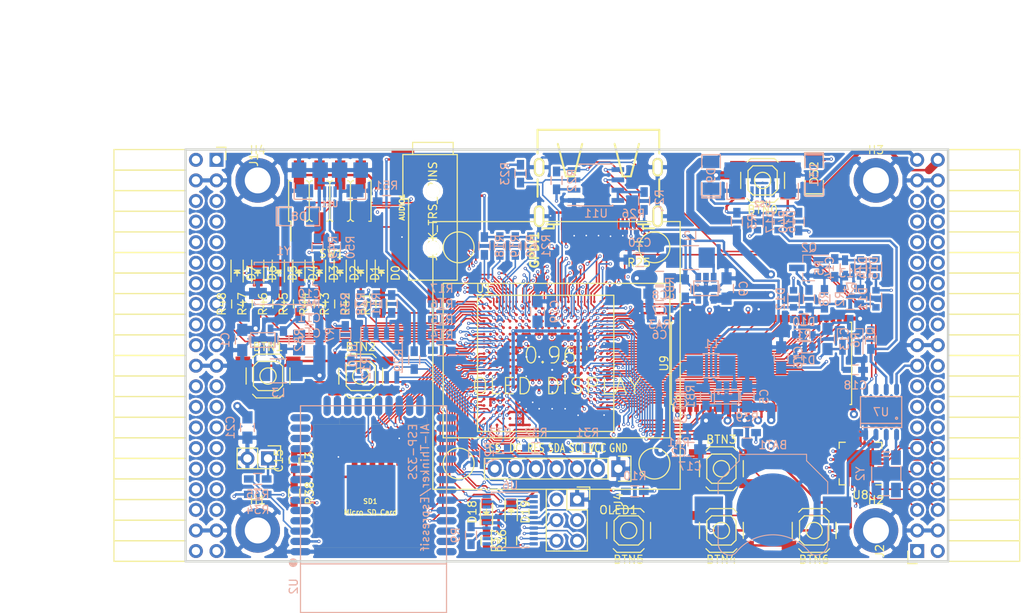
<source format=kicad_pcb>
(kicad_pcb (version 4) (host pcbnew 4.0.5+dfsg1-4)
  (layers (0 F.Cu signal) (1 In1.Cu signal) (2 In2.Cu signal) (31 B.Cu signal) (34 B.Paste user) (35 F.Paste user) (36 B.SilkS user) (37 F.SilkS user) (38 B.Mask user) (39 F.Mask user) (44 Edge.Cuts user))
  (net 0 "")
  (net 1 GND)
  (net 2 +5V)
  (net 3 /gpio/IN5V)
  (net 4 /gpio/OUT5V)
  (net 5 +3V3)
  (net 6 "Net-(L1-Pad1)")
  (net 7 "Net-(L2-Pad1)")
  (net 8 +1V2)
  (net 9 BTN_D)
  (net 10 BTN_F1)
  (net 11 BTN_F2)
  (net 12 BTN_L)
  (net 13 BTN_R)
  (net 14 BTN_U)
  (net 15 /power/FB1)
  (net 16 +2V5)
  (net 17 "Net-(L3-Pad1)")
  (net 18 /power/PWREN)
  (net 19 /power/FB3)
  (net 20 /power/FB2)
  (net 21 "Net-(D9-Pad1)")
  (net 22 /power/VBAT)
  (net 23 JTAG_TDI)
  (net 24 JTAG_TCK)
  (net 25 JTAG_TMS)
  (net 26 JTAG_TDO)
  (net 27 /power/WAKEUPn)
  (net 28 /power/WKUP)
  (net 29 /power/SHUT)
  (net 30 /power/WAKE)
  (net 31 /power/HOLD)
  (net 32 /power/WKn)
  (net 33 /power/OSCI_32k)
  (net 34 /power/OSCO_32k)
  (net 35 "Net-(Q2-Pad3)")
  (net 36 SHUTDOWN)
  (net 37 /analog/AUDIO_L)
  (net 38 /analog/AUDIO_R)
  (net 39 GPDI_5V_SCL)
  (net 40 GPDI_5V_SDA)
  (net 41 GPDI_SDA)
  (net 42 GPDI_SCL)
  (net 43 /gpdi/VREF2)
  (net 44 SD_CMD)
  (net 45 SD_CLK)
  (net 46 SD_D0)
  (net 47 SD_D1)
  (net 48 USB5V)
  (net 49 "Net-(BTN0-Pad1)")
  (net 50 GPDI_CEC)
  (net 51 nRESET)
  (net 52 FTDI_nDTR)
  (net 53 SDRAM_CKE)
  (net 54 SDRAM_A7)
  (net 55 SDRAM_D15)
  (net 56 SDRAM_BA1)
  (net 57 SDRAM_D7)
  (net 58 SDRAM_A6)
  (net 59 SDRAM_CLK)
  (net 60 SDRAM_D13)
  (net 61 SDRAM_BA0)
  (net 62 SDRAM_D6)
  (net 63 SDRAM_A5)
  (net 64 SDRAM_D14)
  (net 65 SDRAM_A11)
  (net 66 SDRAM_D12)
  (net 67 SDRAM_D5)
  (net 68 SDRAM_A4)
  (net 69 SDRAM_A10)
  (net 70 SDRAM_D11)
  (net 71 SDRAM_A3)
  (net 72 SDRAM_D4)
  (net 73 SDRAM_D10)
  (net 74 SDRAM_D9)
  (net 75 SDRAM_A9)
  (net 76 SDRAM_D3)
  (net 77 SDRAM_D8)
  (net 78 SDRAM_A8)
  (net 79 SDRAM_A2)
  (net 80 SDRAM_A1)
  (net 81 SDRAM_A0)
  (net 82 SDRAM_D2)
  (net 83 SDRAM_D1)
  (net 84 SDRAM_D0)
  (net 85 SDRAM_DQM0)
  (net 86 SDRAM_nCS)
  (net 87 SDRAM_nRAS)
  (net 88 SDRAM_DQM1)
  (net 89 SDRAM_nCAS)
  (net 90 SDRAM_nWE)
  (net 91 /flash/FLASH_nWP)
  (net 92 /flash/FLASH_nHOLD)
  (net 93 /flash/FLASH_MOSI)
  (net 94 /flash/FLASH_MISO)
  (net 95 /flash/FLASH_SCK)
  (net 96 /flash/FLASH_nCS)
  (net 97 /flash/FPGA_PROGRAMN)
  (net 98 /flash/FPGA_DONE)
  (net 99 /flash/FPGA_INITN)
  (net 100 OLED_RES)
  (net 101 OLED_DC)
  (net 102 OLED_CS)
  (net 103 WIFI_EN)
  (net 104 FTDI_nRTS)
  (net 105 FTDI_TXD)
  (net 106 FTDI_RXD)
  (net 107 WIFI_RXD)
  (net 108 WIFI_GPIO0)
  (net 109 WIFI_TXD)
  (net 110 GPDI_ETH-)
  (net 111 GPDI_ETH+)
  (net 112 GPDI_D2+)
  (net 113 GPDI_D2-)
  (net 114 GPDI_D1+)
  (net 115 GPDI_D1-)
  (net 116 GPDI_D0+)
  (net 117 GPDI_D0-)
  (net 118 GPDI_CLK+)
  (net 119 GPDI_CLK-)
  (net 120 USB_FTDI_D+)
  (net 121 USB_FTDI_D-)
  (net 122 J1_17-)
  (net 123 J1_17+)
  (net 124 J1_23-)
  (net 125 J1_23+)
  (net 126 J1_25-)
  (net 127 J1_25+)
  (net 128 J1_27-)
  (net 129 J1_27+)
  (net 130 J1_29-)
  (net 131 J1_29+)
  (net 132 J1_31-)
  (net 133 J1_31+)
  (net 134 J1_33-)
  (net 135 J1_33+)
  (net 136 J1_35-)
  (net 137 J1_35+)
  (net 138 J2_5-)
  (net 139 J2_5+)
  (net 140 J2_7-)
  (net 141 J2_7+)
  (net 142 J2_9-)
  (net 143 J2_9+)
  (net 144 J2_13-)
  (net 145 J2_13+)
  (net 146 J2_17-)
  (net 147 J2_17+)
  (net 148 J2_11-)
  (net 149 J2_11+)
  (net 150 J2_23-)
  (net 151 J2_23+)
  (net 152 J1_5-)
  (net 153 J1_5+)
  (net 154 J1_7-)
  (net 155 J1_7+)
  (net 156 J1_9-)
  (net 157 J1_9+)
  (net 158 J1_11-)
  (net 159 J1_11+)
  (net 160 J1_13-)
  (net 161 J1_13+)
  (net 162 J1_15-)
  (net 163 J1_15+)
  (net 164 J2_15-)
  (net 165 J2_15+)
  (net 166 J2_25-)
  (net 167 J2_25+)
  (net 168 J2_27-)
  (net 169 J2_27+)
  (net 170 J2_29-)
  (net 171 J2_29+)
  (net 172 J2_31-)
  (net 173 J2_31+)
  (net 174 J2_33-)
  (net 175 J2_33+)
  (net 176 J2_35-)
  (net 177 J2_35+)
  (net 178 SD_D3)
  (net 179 AUDIO_L3)
  (net 180 AUDIO_L2)
  (net 181 AUDIO_L1)
  (net 182 AUDIO_L0)
  (net 183 AUDIO_R3)
  (net 184 AUDIO_R2)
  (net 185 AUDIO_R1)
  (net 186 AUDIO_R0)
  (net 187 OLED_CLK)
  (net 188 OLED_MOSI)
  (net 189 LED0)
  (net 190 LED1)
  (net 191 LED2)
  (net 192 LED3)
  (net 193 LED4)
  (net 194 LED5)
  (net 195 LED6)
  (net 196 LED7)
  (net 197 BTN_PWRn)
  (net 198 "Net-(J3-Pad1)")
  (net 199 FTDI_nTXLED)
  (net 200 FTDI_nSLEEP)
  (net 201 /blinkey/LED_PWREN)
  (net 202 /blinkey/LED_TXLED)
  (net 203 FT3V3)
  (net 204 /sdcard/SD3V3)
  (net 205 SD_D2)
  (net 206 CLK_25MHz)
  (net 207 /blinkey/BTNPUL)
  (net 208 /blinkey/BTNPUR)
  (net 209 USB_FPGA_D+)
  (net 210 /power/FTDI_nSUSPEND)
  (net 211 /blinkey/ALED0)
  (net 212 /blinkey/ALED1)
  (net 213 /blinkey/ALED2)
  (net 214 /blinkey/ALED3)
  (net 215 /blinkey/ALED4)
  (net 216 /blinkey/ALED5)
  (net 217 /blinkey/ALED6)
  (net 218 /blinkey/ALED7)
  (net 219 /usb/FTD-)
  (net 220 /usb/FTD+)
  (net 221 ADC_MISO)
  (net 222 ADC_MOSI)
  (net 223 ADC_CSn)
  (net 224 ADC_SCLK)
  (net 225 "Net-(R51-Pad2)")
  (net 226 SW3)
  (net 227 SW2)
  (net 228 SW1)
  (net 229 SW0)
  (module Pin_Headers:Pin_Header_Straight_SMT_02x04 (layer F.Cu) (at 111.88 67.77)
    (fp_text reference SW1 (at 0.2 6.5) (layer F.SilkS))
    (fp_text value DIPSW)
    (pad 1 smd rect (at -3.81 3.2) (size 1.27 3.6) (layers F.Cu F.Paste F.Mask) (net 226 SW3))
    (pad 2 smd rect (at -1.27 3.2) (size 1.27 3.6) (layers F.Cu F.Paste F.Mask) (net 227 SW2))
    (pad 3 smd rect (at 1.27 3.2) (size 1.27 3.6) (layers F.Cu F.Paste F.Mask) (net 228 SW1))
    (pad 4 smd rect (at 3.81 3.2) (size 1.27 3.6) (layers F.Cu F.Paste F.Mask) (net 229 SW0))
    (pad 5 smd rect (at 3.81 -3.2) (size 1.27 3.6) (layers F.Cu F.Paste F.Mask) (net 225 "Net-(R51-Pad2)"))
    (pad 6 smd rect (at 1.27 -3.2) (size 1.27 3.6) (layers F.Cu F.Paste F.Mask) (net 225 "Net-(R51-Pad2)"))
    (pad 7 smd rect (at -1.27 -3.2) (size 1.27 3.6) (layers F.Cu F.Paste F.Mask) (net 225 "Net-(R51-Pad2)"))
    (pad 8 smd rect (at -3.81 -3.2) (size 1.27 3.6) (layers F.Cu F.Paste F.Mask) (net 225 "Net-(R51-Pad2)"))
  )
  (module lfe5bg381:BGA-381_pitch0.8mm_dia0.4mm (layer F.Cu) (at 138.48 87.8)
    (fp_text reference U1 (at -7.6 -9.2) (layer F.SilkS))
    (fp_text value LFE5U-25F-6BG381C)
    (pad A2 smd circle (at -6.8 -7.6) (size 0.35 0.35) (layers F.Cu F.Paste F.Mask) (net 129 J1_27+))
    (pad A3 smd circle (at -6 -7.6) (size 0.35 0.35) (layers F.Cu F.Paste F.Mask) (net 183 AUDIO_R3))
    (pad A4 smd circle (at -5.2 -7.6) (size 0.35 0.35) (layers F.Cu F.Paste F.Mask) (net 127 J1_25+))
    (pad A5 smd circle (at -4.4 -7.6) (size 0.35 0.35) (layers F.Cu F.Paste F.Mask) (net 126 J1_25-))
    (pad A6 smd circle (at -3.6 -7.6) (size 0.35 0.35) (layers F.Cu F.Paste F.Mask) (net 125 J1_23+))
    (pad A7 smd circle (at -2.8 -7.6) (size 0.35 0.35) (layers F.Cu F.Paste F.Mask) (net 161 J1_13+))
    (pad A8 smd circle (at -2 -7.6) (size 0.35 0.35) (layers F.Cu F.Paste F.Mask) (net 160 J1_13-))
    (pad A9 smd circle (at -1.2 -7.6) (size 0.35 0.35) (layers F.Cu F.Paste F.Mask) (net 156 J1_9-))
    (pad A10 smd circle (at -0.4 -7.6) (size 0.35 0.35) (layers F.Cu F.Paste F.Mask) (net 155 J1_7+))
    (pad A11 smd circle (at 0.4 -7.6) (size 0.35 0.35) (layers F.Cu F.Paste F.Mask) (net 154 J1_7-))
    (pad A12 smd circle (at 1.2 -7.6) (size 0.35 0.35) (layers F.Cu F.Paste F.Mask) (net 111 GPDI_ETH+))
    (pad A13 smd circle (at 2 -7.6) (size 0.35 0.35) (layers F.Cu F.Paste F.Mask) (net 110 GPDI_ETH-))
    (pad A14 smd circle (at 2.8 -7.6) (size 0.35 0.35) (layers F.Cu F.Paste F.Mask) (net 112 GPDI_D2+))
    (pad A15 smd circle (at 3.6 -7.6) (size 0.35 0.35) (layers F.Cu F.Paste F.Mask))
    (pad A16 smd circle (at 4.4 -7.6) (size 0.35 0.35) (layers F.Cu F.Paste F.Mask) (net 114 GPDI_D1+))
    (pad A17 smd circle (at 5.2 -7.6) (size 0.35 0.35) (layers F.Cu F.Paste F.Mask) (net 116 GPDI_D0+))
    (pad A18 smd circle (at 6 -7.6) (size 0.35 0.35) (layers F.Cu F.Paste F.Mask) (net 118 GPDI_CLK+))
    (pad A19 smd circle (at 6.8 -7.6) (size 0.35 0.35) (layers F.Cu F.Paste F.Mask) (net 50 GPDI_CEC))
    (pad B1 smd circle (at -7.6 -6.8) (size 0.35 0.35) (layers F.Cu F.Paste F.Mask) (net 128 J1_27-))
    (pad B2 smd circle (at -6.8 -6.8) (size 0.35 0.35) (layers F.Cu F.Paste F.Mask) (net 189 LED0))
    (pad B3 smd circle (at -6 -6.8) (size 0.35 0.35) (layers F.Cu F.Paste F.Mask) (net 182 AUDIO_L0))
    (pad B4 smd circle (at -5.2 -6.8) (size 0.35 0.35) (layers F.Cu F.Paste F.Mask) (net 130 J1_29-))
    (pad B5 smd circle (at -4.4 -6.8) (size 0.35 0.35) (layers F.Cu F.Paste F.Mask) (net 184 AUDIO_R2))
    (pad B6 smd circle (at -3.6 -6.8) (size 0.35 0.35) (layers F.Cu F.Paste F.Mask) (net 124 J1_23-))
    (pad B7 smd circle (at -2.8 -6.8) (size 0.35 0.35) (layers F.Cu F.Paste F.Mask) (net 1 GND))
    (pad B8 smd circle (at -2 -6.8) (size 0.35 0.35) (layers F.Cu F.Paste F.Mask) (net 162 J1_15-))
    (pad B9 smd circle (at -1.2 -6.8) (size 0.35 0.35) (layers F.Cu F.Paste F.Mask) (net 159 J1_11+))
    (pad B10 smd circle (at -0.4 -6.8) (size 0.35 0.35) (layers F.Cu F.Paste F.Mask) (net 157 J1_9+))
    (pad B11 smd circle (at 0.4 -6.8) (size 0.35 0.35) (layers F.Cu F.Paste F.Mask) (net 153 J1_5+))
    (pad B12 smd circle (at 1.2 -6.8) (size 0.35 0.35) (layers F.Cu F.Paste F.Mask))
    (pad B13 smd circle (at 2 -6.8) (size 0.35 0.35) (layers F.Cu F.Paste F.Mask) (net 175 J2_33+))
    (pad B14 smd circle (at 2.8 -6.8) (size 0.35 0.35) (layers F.Cu F.Paste F.Mask) (net 1 GND))
    (pad B15 smd circle (at 3.6 -6.8) (size 0.35 0.35) (layers F.Cu F.Paste F.Mask) (net 173 J2_31+))
    (pad B16 smd circle (at 4.4 -6.8) (size 0.35 0.35) (layers F.Cu F.Paste F.Mask) (net 115 GPDI_D1-))
    (pad B17 smd circle (at 5.2 -6.8) (size 0.35 0.35) (layers F.Cu F.Paste F.Mask) (net 169 J2_27+))
    (pad B18 smd circle (at 6 -6.8) (size 0.35 0.35) (layers F.Cu F.Paste F.Mask) (net 117 GPDI_D0-))
    (pad B19 smd circle (at 6.8 -6.8) (size 0.35 0.35) (layers F.Cu F.Paste F.Mask) (net 119 GPDI_CLK-))
    (pad B20 smd circle (at 7.6 -6.8) (size 0.35 0.35) (layers F.Cu F.Paste F.Mask) (net 41 GPDI_SDA))
    (pad C1 smd circle (at -7.6 -6) (size 0.35 0.35) (layers F.Cu F.Paste F.Mask) (net 191 LED2))
    (pad C2 smd circle (at -6.8 -6) (size 0.35 0.35) (layers F.Cu F.Paste F.Mask) (net 190 LED1))
    (pad C3 smd circle (at -6 -6) (size 0.35 0.35) (layers F.Cu F.Paste F.Mask) (net 181 AUDIO_L1))
    (pad C4 smd circle (at -5.2 -6) (size 0.35 0.35) (layers F.Cu F.Paste F.Mask) (net 131 J1_29+))
    (pad C5 smd circle (at -4.4 -6) (size 0.35 0.35) (layers F.Cu F.Paste F.Mask) (net 186 AUDIO_R0))
    (pad C6 smd circle (at -3.6 -6) (size 0.35 0.35) (layers F.Cu F.Paste F.Mask) (net 123 J1_17+))
    (pad C7 smd circle (at -2.8 -6) (size 0.35 0.35) (layers F.Cu F.Paste F.Mask) (net 122 J1_17-))
    (pad C8 smd circle (at -2 -6) (size 0.35 0.35) (layers F.Cu F.Paste F.Mask) (net 163 J1_15+))
    (pad C9 smd circle (at -1.2 -6) (size 0.35 0.35) (layers F.Cu F.Paste F.Mask))
    (pad C10 smd circle (at -0.4 -6) (size 0.35 0.35) (layers F.Cu F.Paste F.Mask) (net 158 J1_11-))
    (pad C11 smd circle (at 0.4 -6) (size 0.35 0.35) (layers F.Cu F.Paste F.Mask) (net 152 J1_5-))
    (pad C12 smd circle (at 1.2 -6) (size 0.35 0.35) (layers F.Cu F.Paste F.Mask) (net 42 GPDI_SCL))
    (pad C13 smd circle (at 2 -6) (size 0.35 0.35) (layers F.Cu F.Paste F.Mask) (net 174 J2_33-))
    (pad C14 smd circle (at 2.8 -6) (size 0.35 0.35) (layers F.Cu F.Paste F.Mask) (net 113 GPDI_D2-))
    (pad C15 smd circle (at 3.6 -6) (size 0.35 0.35) (layers F.Cu F.Paste F.Mask) (net 172 J2_31-))
    (pad C16 smd circle (at 4.4 -6) (size 0.35 0.35) (layers F.Cu F.Paste F.Mask) (net 171 J2_29+))
    (pad C17 smd circle (at 5.2 -6) (size 0.35 0.35) (layers F.Cu F.Paste F.Mask) (net 168 J2_27-))
    (pad C18 smd circle (at 6 -6) (size 0.35 0.35) (layers F.Cu F.Paste F.Mask) (net 151 J2_23+))
    (pad C19 smd circle (at 6.8 -6) (size 0.35 0.35) (layers F.Cu F.Paste F.Mask) (net 1 GND))
    (pad C20 smd circle (at 7.6 -6) (size 0.35 0.35) (layers F.Cu F.Paste F.Mask) (net 64 SDRAM_D14))
    (pad D1 smd circle (at -7.6 -5.2) (size 0.35 0.35) (layers F.Cu F.Paste F.Mask) (net 193 LED4))
    (pad D2 smd circle (at -6.8 -5.2) (size 0.35 0.35) (layers F.Cu F.Paste F.Mask) (net 192 LED3))
    (pad D3 smd circle (at -6 -5.2) (size 0.35 0.35) (layers F.Cu F.Paste F.Mask) (net 180 AUDIO_L2))
    (pad D4 smd circle (at -5.2 -5.2) (size 0.35 0.35) (layers F.Cu F.Paste F.Mask) (net 1 GND))
    (pad D5 smd circle (at -4.4 -5.2) (size 0.35 0.35) (layers F.Cu F.Paste F.Mask) (net 185 AUDIO_R1))
    (pad D6 smd circle (at -3.6 -5.2) (size 0.35 0.35) (layers F.Cu F.Paste F.Mask) (net 197 BTN_PWRn))
    (pad D7 smd circle (at -2.8 -5.2) (size 0.35 0.35) (layers F.Cu F.Paste F.Mask) (net 226 SW3))
    (pad D8 smd circle (at -2 -5.2) (size 0.35 0.35) (layers F.Cu F.Paste F.Mask) (net 227 SW2))
    (pad D9 smd circle (at -1.2 -5.2) (size 0.35 0.35) (layers F.Cu F.Paste F.Mask))
    (pad D10 smd circle (at -0.4 -5.2) (size 0.35 0.35) (layers F.Cu F.Paste F.Mask))
    (pad D11 smd circle (at 0.4 -5.2) (size 0.35 0.35) (layers F.Cu F.Paste F.Mask))
    (pad D12 smd circle (at 1.2 -5.2) (size 0.35 0.35) (layers F.Cu F.Paste F.Mask))
    (pad D13 smd circle (at 2 -5.2) (size 0.35 0.35) (layers F.Cu F.Paste F.Mask) (net 177 J2_35+))
    (pad D14 smd circle (at 2.8 -5.2) (size 0.35 0.35) (layers F.Cu F.Paste F.Mask))
    (pad D15 smd circle (at 3.6 -5.2) (size 0.35 0.35) (layers F.Cu F.Paste F.Mask) (net 167 J2_25+))
    (pad D16 smd circle (at 4.4 -5.2) (size 0.35 0.35) (layers F.Cu F.Paste F.Mask) (net 170 J2_29-))
    (pad D17 smd circle (at 5.2 -5.2) (size 0.35 0.35) (layers F.Cu F.Paste F.Mask) (net 150 J2_23-))
    (pad D18 smd circle (at 6 -5.2) (size 0.35 0.35) (layers F.Cu F.Paste F.Mask) (net 147 J2_17+))
    (pad D19 smd circle (at 6.8 -5.2) (size 0.35 0.35) (layers F.Cu F.Paste F.Mask) (net 55 SDRAM_D15))
    (pad D20 smd circle (at 7.6 -5.2) (size 0.35 0.35) (layers F.Cu F.Paste F.Mask) (net 60 SDRAM_D13))
    (pad E1 smd circle (at -7.6 -4.4) (size 0.35 0.35) (layers F.Cu F.Paste F.Mask) (net 195 LED6))
    (pad E2 smd circle (at -6.8 -4.4) (size 0.35 0.35) (layers F.Cu F.Paste F.Mask) (net 194 LED5))
    (pad E3 smd circle (at -6 -4.4) (size 0.35 0.35) (layers F.Cu F.Paste F.Mask) (net 132 J1_31-))
    (pad E4 smd circle (at -5.2 -4.4) (size 0.35 0.35) (layers F.Cu F.Paste F.Mask) (net 179 AUDIO_L3))
    (pad E5 smd circle (at -4.4 -4.4) (size 0.35 0.35) (layers F.Cu F.Paste F.Mask))
    (pad E6 smd circle (at -3.6 -4.4) (size 0.35 0.35) (layers F.Cu F.Paste F.Mask))
    (pad E7 smd circle (at -2.8 -4.4) (size 0.35 0.35) (layers F.Cu F.Paste F.Mask) (net 229 SW0))
    (pad E8 smd circle (at -2 -4.4) (size 0.35 0.35) (layers F.Cu F.Paste F.Mask) (net 228 SW1))
    (pad E9 smd circle (at -1.2 -4.4) (size 0.35 0.35) (layers F.Cu F.Paste F.Mask))
    (pad E10 smd circle (at -0.4 -4.4) (size 0.35 0.35) (layers F.Cu F.Paste F.Mask))
    (pad E11 smd circle (at 0.4 -4.4) (size 0.35 0.35) (layers F.Cu F.Paste F.Mask))
    (pad E12 smd circle (at 1.2 -4.4) (size 0.35 0.35) (layers F.Cu F.Paste F.Mask))
    (pad E13 smd circle (at 2 -4.4) (size 0.35 0.35) (layers F.Cu F.Paste F.Mask) (net 176 J2_35-))
    (pad E14 smd circle (at 2.8 -4.4) (size 0.35 0.35) (layers F.Cu F.Paste F.Mask))
    (pad E15 smd circle (at 3.6 -4.4) (size 0.35 0.35) (layers F.Cu F.Paste F.Mask) (net 166 J2_25-))
    (pad E16 smd circle (at 4.4 -4.4) (size 0.35 0.35) (layers F.Cu F.Paste F.Mask))
    (pad E17 smd circle (at 5.2 -4.4) (size 0.35 0.35) (layers F.Cu F.Paste F.Mask) (net 146 J2_17-))
    (pad E18 smd circle (at 6 -4.4) (size 0.35 0.35) (layers F.Cu F.Paste F.Mask) (net 72 SDRAM_D4))
    (pad E19 smd circle (at 6.8 -4.4) (size 0.35 0.35) (layers F.Cu F.Paste F.Mask) (net 66 SDRAM_D12))
    (pad E20 smd circle (at 7.6 -4.4) (size 0.35 0.35) (layers F.Cu F.Paste F.Mask) (net 70 SDRAM_D11))
    (pad F1 smd circle (at -7.6 -3.6) (size 0.35 0.35) (layers F.Cu F.Paste F.Mask) (net 103 WIFI_EN))
    (pad F2 smd circle (at -6.8 -3.6) (size 0.35 0.35) (layers F.Cu F.Paste F.Mask))
    (pad F3 smd circle (at -6 -3.6) (size 0.35 0.35) (layers F.Cu F.Paste F.Mask) (net 134 J1_33-))
    (pad F4 smd circle (at -5.2 -3.6) (size 0.35 0.35) (layers F.Cu F.Paste F.Mask) (net 133 J1_31+))
    (pad F5 smd circle (at -4.4 -3.6) (size 0.35 0.35) (layers F.Cu F.Paste F.Mask))
    (pad F6 smd circle (at -3.6 -3.6) (size 0.35 0.35) (layers F.Cu F.Paste F.Mask) (net 16 +2V5))
    (pad F7 smd circle (at -2.8 -3.6) (size 0.35 0.35) (layers F.Cu F.Paste F.Mask) (net 1 GND))
    (pad F8 smd circle (at -2 -3.6) (size 0.35 0.35) (layers F.Cu F.Paste F.Mask) (net 1 GND))
    (pad F9 smd circle (at -1.2 -3.6) (size 0.35 0.35) (layers F.Cu F.Paste F.Mask) (net 5 +3V3))
    (pad F10 smd circle (at -0.4 -3.6) (size 0.35 0.35) (layers F.Cu F.Paste F.Mask) (net 5 +3V3))
    (pad F11 smd circle (at 0.4 -3.6) (size 0.35 0.35) (layers F.Cu F.Paste F.Mask) (net 5 +3V3))
    (pad F12 smd circle (at 1.2 -3.6) (size 0.35 0.35) (layers F.Cu F.Paste F.Mask) (net 5 +3V3))
    (pad F13 smd circle (at 2 -3.6) (size 0.35 0.35) (layers F.Cu F.Paste F.Mask) (net 1 GND))
    (pad F14 smd circle (at 2.8 -3.6) (size 0.35 0.35) (layers F.Cu F.Paste F.Mask) (net 1 GND))
    (pad F15 smd circle (at 3.6 -3.6) (size 0.35 0.35) (layers F.Cu F.Paste F.Mask) (net 16 +2V5))
    (pad F16 smd circle (at 4.4 -3.6) (size 0.35 0.35) (layers F.Cu F.Paste F.Mask))
    (pad F17 smd circle (at 5.2 -3.6) (size 0.35 0.35) (layers F.Cu F.Paste F.Mask) (net 165 J2_15+))
    (pad F18 smd circle (at 6 -3.6) (size 0.35 0.35) (layers F.Cu F.Paste F.Mask) (net 67 SDRAM_D5))
    (pad F19 smd circle (at 6.8 -3.6) (size 0.35 0.35) (layers F.Cu F.Paste F.Mask) (net 73 SDRAM_D10))
    (pad F20 smd circle (at 7.6 -3.6) (size 0.35 0.35) (layers F.Cu F.Paste F.Mask) (net 74 SDRAM_D9))
    (pad G1 smd circle (at -7.6 -2.8) (size 0.35 0.35) (layers F.Cu F.Paste F.Mask))
    (pad G2 smd circle (at -6.8 -2.8) (size 0.35 0.35) (layers F.Cu F.Paste F.Mask) (net 206 CLK_25MHz))
    (pad G3 smd circle (at -6 -2.8) (size 0.35 0.35) (layers F.Cu F.Paste F.Mask) (net 135 J1_33+))
    (pad G4 smd circle (at -5.2 -2.8) (size 0.35 0.35) (layers F.Cu F.Paste F.Mask) (net 1 GND))
    (pad G5 smd circle (at -4.4 -2.8) (size 0.35 0.35) (layers F.Cu F.Paste F.Mask) (net 136 J1_35-))
    (pad G6 smd circle (at -3.6 -2.8) (size 0.35 0.35) (layers F.Cu F.Paste F.Mask) (net 1 GND))
    (pad G7 smd circle (at -2.8 -2.8) (size 0.35 0.35) (layers F.Cu F.Paste F.Mask) (net 1 GND))
    (pad G8 smd circle (at -2 -2.8) (size 0.35 0.35) (layers F.Cu F.Paste F.Mask) (net 1 GND))
    (pad G9 smd circle (at -1.2 -2.8) (size 0.35 0.35) (layers F.Cu F.Paste F.Mask) (net 1 GND))
    (pad G10 smd circle (at -0.4 -2.8) (size 0.35 0.35) (layers F.Cu F.Paste F.Mask) (net 1 GND))
    (pad G11 smd circle (at 0.4 -2.8) (size 0.35 0.35) (layers F.Cu F.Paste F.Mask) (net 1 GND))
    (pad G12 smd circle (at 1.2 -2.8) (size 0.35 0.35) (layers F.Cu F.Paste F.Mask) (net 1 GND))
    (pad G13 smd circle (at 2 -2.8) (size 0.35 0.35) (layers F.Cu F.Paste F.Mask) (net 1 GND))
    (pad G14 smd circle (at 2.8 -2.8) (size 0.35 0.35) (layers F.Cu F.Paste F.Mask) (net 1 GND))
    (pad G15 smd circle (at 3.6 -2.8) (size 0.35 0.35) (layers F.Cu F.Paste F.Mask) (net 1 GND))
    (pad G16 smd circle (at 4.4 -2.8) (size 0.35 0.35) (layers F.Cu F.Paste F.Mask))
    (pad G17 smd circle (at 5.2 -2.8) (size 0.35 0.35) (layers F.Cu F.Paste F.Mask) (net 1 GND))
    (pad G18 smd circle (at 6 -2.8) (size 0.35 0.35) (layers F.Cu F.Paste F.Mask) (net 164 J2_15-))
    (pad G19 smd circle (at 6.8 -2.8) (size 0.35 0.35) (layers F.Cu F.Paste F.Mask) (net 77 SDRAM_D8))
    (pad G20 smd circle (at 7.6 -2.8) (size 0.35 0.35) (layers F.Cu F.Paste F.Mask) (net 88 SDRAM_DQM1))
    (pad H1 smd circle (at -7.6 -2) (size 0.35 0.35) (layers F.Cu F.Paste F.Mask) (net 178 SD_D3))
    (pad H2 smd circle (at -6.8 -2) (size 0.35 0.35) (layers F.Cu F.Paste F.Mask) (net 205 SD_D2))
    (pad H3 smd circle (at -6 -2) (size 0.35 0.35) (layers F.Cu F.Paste F.Mask) (net 196 LED7))
    (pad H4 smd circle (at -5.2 -2) (size 0.35 0.35) (layers F.Cu F.Paste F.Mask) (net 137 J1_35+))
    (pad H5 smd circle (at -4.4 -2) (size 0.35 0.35) (layers F.Cu F.Paste F.Mask))
    (pad H6 smd circle (at -3.6 -2) (size 0.35 0.35) (layers F.Cu F.Paste F.Mask) (net 5 +3V3))
    (pad H7 smd circle (at -2.8 -2) (size 0.35 0.35) (layers F.Cu F.Paste F.Mask) (net 5 +3V3))
    (pad H8 smd circle (at -2 -2) (size 0.35 0.35) (layers F.Cu F.Paste F.Mask) (net 8 +1V2))
    (pad H9 smd circle (at -1.2 -2) (size 0.35 0.35) (layers F.Cu F.Paste F.Mask) (net 8 +1V2))
    (pad H10 smd circle (at -0.4 -2) (size 0.35 0.35) (layers F.Cu F.Paste F.Mask) (net 8 +1V2))
    (pad H11 smd circle (at 0.4 -2) (size 0.35 0.35) (layers F.Cu F.Paste F.Mask) (net 8 +1V2))
    (pad H12 smd circle (at 1.2 -2) (size 0.35 0.35) (layers F.Cu F.Paste F.Mask) (net 8 +1V2))
    (pad H13 smd circle (at 2 -2) (size 0.35 0.35) (layers F.Cu F.Paste F.Mask) (net 8 +1V2))
    (pad H14 smd circle (at 2.8 -2) (size 0.35 0.35) (layers F.Cu F.Paste F.Mask) (net 5 +3V3))
    (pad H15 smd circle (at 3.6 -2) (size 0.35 0.35) (layers F.Cu F.Paste F.Mask) (net 5 +3V3))
    (pad H16 smd circle (at 4.4 -2) (size 0.35 0.35) (layers F.Cu F.Paste F.Mask))
    (pad H17 smd circle (at 5.2 -2) (size 0.35 0.35) (layers F.Cu F.Paste F.Mask) (net 144 J2_13-))
    (pad H18 smd circle (at 6 -2) (size 0.35 0.35) (layers F.Cu F.Paste F.Mask) (net 145 J2_13+))
    (pad H19 smd circle (at 6.8 -2) (size 0.35 0.35) (layers F.Cu F.Paste F.Mask) (net 1 GND))
    (pad H20 smd circle (at 7.6 -2) (size 0.35 0.35) (layers F.Cu F.Paste F.Mask) (net 59 SDRAM_CLK))
    (pad J1 smd circle (at -7.6 -1.2) (size 0.35 0.35) (layers F.Cu F.Paste F.Mask) (net 45 SD_CLK))
    (pad J2 smd circle (at -6.8 -1.2) (size 0.35 0.35) (layers F.Cu F.Paste F.Mask) (net 1 GND))
    (pad J3 smd circle (at -6 -1.2) (size 0.35 0.35) (layers F.Cu F.Paste F.Mask) (net 44 SD_CMD))
    (pad J4 smd circle (at -5.2 -1.2) (size 0.35 0.35) (layers F.Cu F.Paste F.Mask))
    (pad J5 smd circle (at -4.4 -1.2) (size 0.35 0.35) (layers F.Cu F.Paste F.Mask))
    (pad J6 smd circle (at -3.6 -1.2) (size 0.35 0.35) (layers F.Cu F.Paste F.Mask) (net 5 +3V3))
    (pad J7 smd circle (at -2.8 -1.2) (size 0.35 0.35) (layers F.Cu F.Paste F.Mask) (net 1 GND))
    (pad J8 smd circle (at -2 -1.2) (size 0.35 0.35) (layers F.Cu F.Paste F.Mask) (net 8 +1V2))
    (pad J9 smd circle (at -1.2 -1.2) (size 0.35 0.35) (layers F.Cu F.Paste F.Mask) (net 1 GND))
    (pad J10 smd circle (at -0.4 -1.2) (size 0.35 0.35) (layers F.Cu F.Paste F.Mask) (net 1 GND))
    (pad J11 smd circle (at 0.4 -1.2) (size 0.35 0.35) (layers F.Cu F.Paste F.Mask) (net 1 GND))
    (pad J12 smd circle (at 1.2 -1.2) (size 0.35 0.35) (layers F.Cu F.Paste F.Mask) (net 1 GND))
    (pad J13 smd circle (at 2 -1.2) (size 0.35 0.35) (layers F.Cu F.Paste F.Mask) (net 8 +1V2))
    (pad J14 smd circle (at 2.8 -1.2) (size 0.35 0.35) (layers F.Cu F.Paste F.Mask) (net 1 GND))
    (pad J15 smd circle (at 3.6 -1.2) (size 0.35 0.35) (layers F.Cu F.Paste F.Mask) (net 5 +3V3))
    (pad J16 smd circle (at 4.4 -1.2) (size 0.35 0.35) (layers F.Cu F.Paste F.Mask))
    (pad J17 smd circle (at 5.2 -1.2) (size 0.35 0.35) (layers F.Cu F.Paste F.Mask))
    (pad J18 smd circle (at 6 -1.2) (size 0.35 0.35) (layers F.Cu F.Paste F.Mask) (net 76 SDRAM_D3))
    (pad J19 smd circle (at 6.8 -1.2) (size 0.35 0.35) (layers F.Cu F.Paste F.Mask) (net 53 SDRAM_CKE))
    (pad J20 smd circle (at 7.6 -1.2) (size 0.35 0.35) (layers F.Cu F.Paste F.Mask) (net 65 SDRAM_A11))
    (pad K1 smd circle (at -7.6 -0.4) (size 0.35 0.35) (layers F.Cu F.Paste F.Mask) (net 47 SD_D1))
    (pad K2 smd circle (at -6.8 -0.4) (size 0.35 0.35) (layers F.Cu F.Paste F.Mask) (net 46 SD_D0))
    (pad K3 smd circle (at -6 -0.4) (size 0.35 0.35) (layers F.Cu F.Paste F.Mask) (net 107 WIFI_RXD))
    (pad K4 smd circle (at -5.2 -0.4) (size 0.35 0.35) (layers F.Cu F.Paste F.Mask) (net 109 WIFI_TXD))
    (pad K5 smd circle (at -4.4 -0.4) (size 0.35 0.35) (layers F.Cu F.Paste F.Mask))
    (pad K6 smd circle (at -3.6 -0.4) (size 0.35 0.35) (layers F.Cu F.Paste F.Mask) (net 1 GND))
    (pad K7 smd circle (at -2.8 -0.4) (size 0.35 0.35) (layers F.Cu F.Paste F.Mask) (net 1 GND))
    (pad K8 smd circle (at -2 -0.4) (size 0.35 0.35) (layers F.Cu F.Paste F.Mask) (net 8 +1V2))
    (pad K9 smd circle (at -1.2 -0.4) (size 0.35 0.35) (layers F.Cu F.Paste F.Mask) (net 1 GND))
    (pad K10 smd circle (at -0.4 -0.4) (size 0.35 0.35) (layers F.Cu F.Paste F.Mask) (net 1 GND))
    (pad K11 smd circle (at 0.4 -0.4) (size 0.35 0.35) (layers F.Cu F.Paste F.Mask) (net 1 GND))
    (pad K12 smd circle (at 1.2 -0.4) (size 0.35 0.35) (layers F.Cu F.Paste F.Mask) (net 1 GND))
    (pad K13 smd circle (at 2 -0.4) (size 0.35 0.35) (layers F.Cu F.Paste F.Mask) (net 8 +1V2))
    (pad K14 smd circle (at 2.8 -0.4) (size 0.35 0.35) (layers F.Cu F.Paste F.Mask) (net 1 GND))
    (pad K15 smd circle (at 3.6 -0.4) (size 0.35 0.35) (layers F.Cu F.Paste F.Mask) (net 1 GND))
    (pad K16 smd circle (at 4.4 -0.4) (size 0.35 0.35) (layers F.Cu F.Paste F.Mask))
    (pad K17 smd circle (at 5.2 -0.4) (size 0.35 0.35) (layers F.Cu F.Paste F.Mask))
    (pad K18 smd circle (at 6 -0.4) (size 0.35 0.35) (layers F.Cu F.Paste F.Mask) (net 82 SDRAM_D2))
    (pad K19 smd circle (at 6.8 -0.4) (size 0.35 0.35) (layers F.Cu F.Paste F.Mask) (net 75 SDRAM_A9))
    (pad K20 smd circle (at 7.6 -0.4) (size 0.35 0.35) (layers F.Cu F.Paste F.Mask) (net 78 SDRAM_A8))
    (pad L1 smd circle (at -7.6 0.4) (size 0.35 0.35) (layers F.Cu F.Paste F.Mask))
    (pad L2 smd circle (at -6.8 0.4) (size 0.35 0.35) (layers F.Cu F.Paste F.Mask) (net 108 WIFI_GPIO0))
    (pad L3 smd circle (at -6 0.4) (size 0.35 0.35) (layers F.Cu F.Paste F.Mask))
    (pad L4 smd circle (at -5.2 0.4) (size 0.35 0.35) (layers F.Cu F.Paste F.Mask) (net 106 FTDI_RXD))
    (pad L5 smd circle (at -4.4 0.4) (size 0.35 0.35) (layers F.Cu F.Paste F.Mask))
    (pad L6 smd circle (at -3.6 0.4) (size 0.35 0.35) (layers F.Cu F.Paste F.Mask) (net 5 +3V3))
    (pad L7 smd circle (at -2.8 0.4) (size 0.35 0.35) (layers F.Cu F.Paste F.Mask) (net 5 +3V3))
    (pad L8 smd circle (at -2 0.4) (size 0.35 0.35) (layers F.Cu F.Paste F.Mask) (net 8 +1V2))
    (pad L9 smd circle (at -1.2 0.4) (size 0.35 0.35) (layers F.Cu F.Paste F.Mask) (net 1 GND))
    (pad L10 smd circle (at -0.4 0.4) (size 0.35 0.35) (layers F.Cu F.Paste F.Mask) (net 1 GND))
    (pad L11 smd circle (at 0.4 0.4) (size 0.35 0.35) (layers F.Cu F.Paste F.Mask) (net 1 GND))
    (pad L12 smd circle (at 1.2 0.4) (size 0.35 0.35) (layers F.Cu F.Paste F.Mask) (net 1 GND))
    (pad L13 smd circle (at 2 0.4) (size 0.35 0.35) (layers F.Cu F.Paste F.Mask) (net 8 +1V2))
    (pad L14 smd circle (at 2.8 0.4) (size 0.35 0.35) (layers F.Cu F.Paste F.Mask) (net 5 +3V3))
    (pad L15 smd circle (at 3.6 0.4) (size 0.35 0.35) (layers F.Cu F.Paste F.Mask) (net 5 +3V3))
    (pad L16 smd circle (at 4.4 0.4) (size 0.35 0.35) (layers F.Cu F.Paste F.Mask) (net 149 J2_11+))
    (pad L17 smd circle (at 5.2 0.4) (size 0.35 0.35) (layers F.Cu F.Paste F.Mask) (net 148 J2_11-))
    (pad L18 smd circle (at 6 0.4) (size 0.35 0.35) (layers F.Cu F.Paste F.Mask) (net 83 SDRAM_D1))
    (pad L19 smd circle (at 6.8 0.4) (size 0.35 0.35) (layers F.Cu F.Paste F.Mask) (net 54 SDRAM_A7))
    (pad L20 smd circle (at 7.6 0.4) (size 0.35 0.35) (layers F.Cu F.Paste F.Mask) (net 58 SDRAM_A6))
    (pad M1 smd circle (at -7.6 1.2) (size 0.35 0.35) (layers F.Cu F.Paste F.Mask) (net 105 FTDI_TXD))
    (pad M2 smd circle (at -6.8 1.2) (size 0.35 0.35) (layers F.Cu F.Paste F.Mask) (net 1 GND))
    (pad M3 smd circle (at -6 1.2) (size 0.35 0.35) (layers F.Cu F.Paste F.Mask) (net 104 FTDI_nRTS))
    (pad M4 smd circle (at -5.2 1.2) (size 0.35 0.35) (layers F.Cu F.Paste F.Mask))
    (pad M5 smd circle (at -4.4 1.2) (size 0.35 0.35) (layers F.Cu F.Paste F.Mask))
    (pad M6 smd circle (at -3.6 1.2) (size 0.35 0.35) (layers F.Cu F.Paste F.Mask) (net 5 +3V3))
    (pad M7 smd circle (at -2.8 1.2) (size 0.35 0.35) (layers F.Cu F.Paste F.Mask) (net 1 GND))
    (pad M8 smd circle (at -2 1.2) (size 0.35 0.35) (layers F.Cu F.Paste F.Mask) (net 8 +1V2))
    (pad M9 smd circle (at -1.2 1.2) (size 0.35 0.35) (layers F.Cu F.Paste F.Mask) (net 1 GND))
    (pad M10 smd circle (at -0.4 1.2) (size 0.35 0.35) (layers F.Cu F.Paste F.Mask) (net 1 GND))
    (pad M11 smd circle (at 0.4 1.2) (size 0.35 0.35) (layers F.Cu F.Paste F.Mask) (net 1 GND))
    (pad M12 smd circle (at 1.2 1.2) (size 0.35 0.35) (layers F.Cu F.Paste F.Mask) (net 1 GND))
    (pad M13 smd circle (at 2 1.2) (size 0.35 0.35) (layers F.Cu F.Paste F.Mask) (net 8 +1V2))
    (pad M14 smd circle (at 2.8 1.2) (size 0.35 0.35) (layers F.Cu F.Paste F.Mask) (net 1 GND))
    (pad M15 smd circle (at 3.6 1.2) (size 0.35 0.35) (layers F.Cu F.Paste F.Mask) (net 5 +3V3))
    (pad M16 smd circle (at 4.4 1.2) (size 0.35 0.35) (layers F.Cu F.Paste F.Mask) (net 1 GND))
    (pad M17 smd circle (at 5.2 1.2) (size 0.35 0.35) (layers F.Cu F.Paste F.Mask) (net 142 J2_9-))
    (pad M18 smd circle (at 6 1.2) (size 0.35 0.35) (layers F.Cu F.Paste F.Mask) (net 84 SDRAM_D0))
    (pad M19 smd circle (at 6.8 1.2) (size 0.35 0.35) (layers F.Cu F.Paste F.Mask) (net 63 SDRAM_A5))
    (pad M20 smd circle (at 7.6 1.2) (size 0.35 0.35) (layers F.Cu F.Paste F.Mask) (net 68 SDRAM_A4))
    (pad N1 smd circle (at -7.6 2) (size 0.35 0.35) (layers F.Cu F.Paste F.Mask) (net 52 FTDI_nDTR))
    (pad N2 smd circle (at -6.8 2) (size 0.35 0.35) (layers F.Cu F.Paste F.Mask) (net 102 OLED_CS))
    (pad N3 smd circle (at -6 2) (size 0.35 0.35) (layers F.Cu F.Paste F.Mask))
    (pad N4 smd circle (at -5.2 2) (size 0.35 0.35) (layers F.Cu F.Paste F.Mask))
    (pad N5 smd circle (at -4.4 2) (size 0.35 0.35) (layers F.Cu F.Paste F.Mask))
    (pad N6 smd circle (at -3.6 2) (size 0.35 0.35) (layers F.Cu F.Paste F.Mask) (net 1 GND))
    (pad N7 smd circle (at -2.8 2) (size 0.35 0.35) (layers F.Cu F.Paste F.Mask) (net 1 GND))
    (pad N8 smd circle (at -2 2) (size 0.35 0.35) (layers F.Cu F.Paste F.Mask) (net 8 +1V2))
    (pad N9 smd circle (at -1.2 2) (size 0.35 0.35) (layers F.Cu F.Paste F.Mask) (net 8 +1V2))
    (pad N10 smd circle (at -0.4 2) (size 0.35 0.35) (layers F.Cu F.Paste F.Mask) (net 8 +1V2))
    (pad N11 smd circle (at 0.4 2) (size 0.35 0.35) (layers F.Cu F.Paste F.Mask) (net 8 +1V2))
    (pad N12 smd circle (at 1.2 2) (size 0.35 0.35) (layers F.Cu F.Paste F.Mask) (net 8 +1V2))
    (pad N13 smd circle (at 2 2) (size 0.35 0.35) (layers F.Cu F.Paste F.Mask) (net 8 +1V2))
    (pad N14 smd circle (at 2.8 2) (size 0.35 0.35) (layers F.Cu F.Paste F.Mask) (net 1 GND))
    (pad N15 smd circle (at 3.6 2) (size 0.35 0.35) (layers F.Cu F.Paste F.Mask) (net 1 GND))
    (pad N16 smd circle (at 4.4 2) (size 0.35 0.35) (layers F.Cu F.Paste F.Mask) (net 143 J2_9+))
    (pad N17 smd circle (at 5.2 2) (size 0.35 0.35) (layers F.Cu F.Paste F.Mask) (net 141 J2_7+))
    (pad N18 smd circle (at 6 2) (size 0.35 0.35) (layers F.Cu F.Paste F.Mask) (net 62 SDRAM_D6))
    (pad N19 smd circle (at 6.8 2) (size 0.35 0.35) (layers F.Cu F.Paste F.Mask) (net 71 SDRAM_A3))
    (pad N20 smd circle (at 7.6 2) (size 0.35 0.35) (layers F.Cu F.Paste F.Mask) (net 79 SDRAM_A2))
    (pad P1 smd circle (at -7.6 2.8) (size 0.35 0.35) (layers F.Cu F.Paste F.Mask) (net 101 OLED_DC))
    (pad P2 smd circle (at -6.8 2.8) (size 0.35 0.35) (layers F.Cu F.Paste F.Mask) (net 100 OLED_RES))
    (pad P3 smd circle (at -6 2.8) (size 0.35 0.35) (layers F.Cu F.Paste F.Mask) (net 188 OLED_MOSI))
    (pad P4 smd circle (at -5.2 2.8) (size 0.35 0.35) (layers F.Cu F.Paste F.Mask) (net 187 OLED_CLK))
    (pad P5 smd circle (at -4.4 2.8) (size 0.35 0.35) (layers F.Cu F.Paste F.Mask))
    (pad P6 smd circle (at -3.6 2.8) (size 0.35 0.35) (layers F.Cu F.Paste F.Mask) (net 16 +2V5))
    (pad P7 smd circle (at -2.8 2.8) (size 0.35 0.35) (layers F.Cu F.Paste F.Mask) (net 1 GND))
    (pad P8 smd circle (at -2 2.8) (size 0.35 0.35) (layers F.Cu F.Paste F.Mask) (net 1 GND))
    (pad P9 smd circle (at -1.2 2.8) (size 0.35 0.35) (layers F.Cu F.Paste F.Mask) (net 5 +3V3))
    (pad P10 smd circle (at -0.4 2.8) (size 0.35 0.35) (layers F.Cu F.Paste F.Mask) (net 5 +3V3))
    (pad P11 smd circle (at 0.4 2.8) (size 0.35 0.35) (layers F.Cu F.Paste F.Mask) (net 1 GND))
    (pad P12 smd circle (at 1.2 2.8) (size 0.35 0.35) (layers F.Cu F.Paste F.Mask) (net 1 GND))
    (pad P13 smd circle (at 2 2.8) (size 0.35 0.35) (layers F.Cu F.Paste F.Mask) (net 1 GND))
    (pad P14 smd circle (at 2.8 2.8) (size 0.35 0.35) (layers F.Cu F.Paste F.Mask) (net 1 GND))
    (pad P15 smd circle (at 3.6 2.8) (size 0.35 0.35) (layers F.Cu F.Paste F.Mask) (net 16 +2V5))
    (pad P16 smd circle (at 4.4 2.8) (size 0.35 0.35) (layers F.Cu F.Paste F.Mask) (net 140 J2_7-))
    (pad P17 smd circle (at 5.2 2.8) (size 0.35 0.35) (layers F.Cu F.Paste F.Mask) (net 224 ADC_SCLK))
    (pad P18 smd circle (at 6 2.8) (size 0.35 0.35) (layers F.Cu F.Paste F.Mask) (net 57 SDRAM_D7))
    (pad P19 smd circle (at 6.8 2.8) (size 0.35 0.35) (layers F.Cu F.Paste F.Mask) (net 80 SDRAM_A1))
    (pad P20 smd circle (at 7.6 2.8) (size 0.35 0.35) (layers F.Cu F.Paste F.Mask) (net 81 SDRAM_A0))
    (pad R1 smd circle (at -7.6 3.6) (size 0.35 0.35) (layers F.Cu F.Paste F.Mask) (net 10 BTN_F1))
    (pad R2 smd circle (at -6.8 3.6) (size 0.35 0.35) (layers F.Cu F.Paste F.Mask) (net 96 /flash/FLASH_nCS))
    (pad R3 smd circle (at -6 3.6) (size 0.35 0.35) (layers F.Cu F.Paste F.Mask))
    (pad R4 smd circle (at -5.2 3.6) (size 0.35 0.35) (layers F.Cu F.Paste F.Mask) (net 1 GND))
    (pad R5 smd circle (at -4.4 3.6) (size 0.35 0.35) (layers F.Cu F.Paste F.Mask) (net 23 JTAG_TDI))
    (pad R16 smd circle (at 4.4 3.6) (size 0.35 0.35) (layers F.Cu F.Paste F.Mask) (net 222 ADC_MOSI))
    (pad R17 smd circle (at 5.2 3.6) (size 0.35 0.35) (layers F.Cu F.Paste F.Mask) (net 223 ADC_CSn))
    (pad R18 smd circle (at 6 3.6) (size 0.35 0.35) (layers F.Cu F.Paste F.Mask) (net 85 SDRAM_DQM0))
    (pad R19 smd circle (at 6.8 3.6) (size 0.35 0.35) (layers F.Cu F.Paste F.Mask) (net 1 GND))
    (pad R20 smd circle (at 7.6 3.6) (size 0.35 0.35) (layers F.Cu F.Paste F.Mask) (net 69 SDRAM_A10))
    (pad T1 smd circle (at -7.6 4.4) (size 0.35 0.35) (layers F.Cu F.Paste F.Mask) (net 11 BTN_F2))
    (pad T2 smd circle (at -6.8 4.4) (size 0.35 0.35) (layers F.Cu F.Paste F.Mask) (net 5 +3V3))
    (pad T3 smd circle (at -6 4.4) (size 0.35 0.35) (layers F.Cu F.Paste F.Mask) (net 5 +3V3))
    (pad T4 smd circle (at -5.2 4.4) (size 0.35 0.35) (layers F.Cu F.Paste F.Mask) (net 5 +3V3))
    (pad T5 smd circle (at -4.4 4.4) (size 0.35 0.35) (layers F.Cu F.Paste F.Mask) (net 24 JTAG_TCK))
    (pad T6 smd circle (at -3.6 4.4) (size 0.35 0.35) (layers F.Cu F.Paste F.Mask) (net 1 GND))
    (pad T7 smd circle (at -2.8 4.4) (size 0.35 0.35) (layers F.Cu F.Paste F.Mask) (net 1 GND))
    (pad T8 smd circle (at -2 4.4) (size 0.35 0.35) (layers F.Cu F.Paste F.Mask) (net 1 GND))
    (pad T9 smd circle (at -1.2 4.4) (size 0.35 0.35) (layers F.Cu F.Paste F.Mask) (net 1 GND))
    (pad T10 smd circle (at -0.4 4.4) (size 0.35 0.35) (layers F.Cu F.Paste F.Mask) (net 1 GND))
    (pad T11 smd circle (at 0.4 4.4) (size 0.35 0.35) (layers F.Cu F.Paste F.Mask))
    (pad T12 smd circle (at 1.2 4.4) (size 0.35 0.35) (layers F.Cu F.Paste F.Mask))
    (pad T13 smd circle (at 2 4.4) (size 0.35 0.35) (layers F.Cu F.Paste F.Mask))
    (pad T14 smd circle (at 2.8 4.4) (size 0.35 0.35) (layers F.Cu F.Paste F.Mask))
    (pad T15 smd circle (at 3.6 4.4) (size 0.35 0.35) (layers F.Cu F.Paste F.Mask))
    (pad T16 smd circle (at 4.4 4.4) (size 0.35 0.35) (layers F.Cu F.Paste F.Mask))
    (pad T17 smd circle (at 5.2 4.4) (size 0.35 0.35) (layers F.Cu F.Paste F.Mask) (net 89 SDRAM_nCAS))
    (pad T18 smd circle (at 6 4.4) (size 0.35 0.35) (layers F.Cu F.Paste F.Mask) (net 90 SDRAM_nWE))
    (pad T19 smd circle (at 6.8 4.4) (size 0.35 0.35) (layers F.Cu F.Paste F.Mask) (net 56 SDRAM_BA1))
    (pad T20 smd circle (at 7.6 4.4) (size 0.35 0.35) (layers F.Cu F.Paste F.Mask) (net 61 SDRAM_BA0))
    (pad U1 smd circle (at -7.6 5.2) (size 0.35 0.35) (layers F.Cu F.Paste F.Mask) (net 12 BTN_L))
    (pad U2 smd circle (at -6.8 5.2) (size 0.35 0.35) (layers F.Cu F.Paste F.Mask) (net 5 +3V3))
    (pad U3 smd circle (at -6 5.2) (size 0.35 0.35) (layers F.Cu F.Paste F.Mask) (net 95 /flash/FLASH_SCK))
    (pad U4 smd circle (at -5.2 5.2) (size 0.35 0.35) (layers F.Cu F.Paste F.Mask) (net 1 GND))
    (pad U5 smd circle (at -4.4 5.2) (size 0.35 0.35) (layers F.Cu F.Paste F.Mask) (net 25 JTAG_TMS))
    (pad U6 smd circle (at -3.6 5.2) (size 0.35 0.35) (layers F.Cu F.Paste F.Mask) (net 1 GND))
    (pad U7 smd circle (at -2.8 5.2) (size 0.35 0.35) (layers F.Cu F.Paste F.Mask) (net 1 GND))
    (pad U8 smd circle (at -2 5.2) (size 0.35 0.35) (layers F.Cu F.Paste F.Mask) (net 1 GND))
    (pad U9 smd circle (at -1.2 5.2) (size 0.35 0.35) (layers F.Cu F.Paste F.Mask) (net 1 GND))
    (pad U10 smd circle (at -0.4 5.2) (size 0.35 0.35) (layers F.Cu F.Paste F.Mask) (net 1 GND))
    (pad U11 smd circle (at 0.4 5.2) (size 0.35 0.35) (layers F.Cu F.Paste F.Mask) (net 1 GND))
    (pad U12 smd circle (at 1.2 5.2) (size 0.35 0.35) (layers F.Cu F.Paste F.Mask) (net 1 GND))
    (pad U13 smd circle (at 2 5.2) (size 0.35 0.35) (layers F.Cu F.Paste F.Mask) (net 1 GND))
    (pad U14 smd circle (at 2.8 5.2) (size 0.35 0.35) (layers F.Cu F.Paste F.Mask) (net 1 GND))
    (pad U15 smd circle (at 3.6 5.2) (size 0.35 0.35) (layers F.Cu F.Paste F.Mask))
    (pad U16 smd circle (at 4.4 5.2) (size 0.35 0.35) (layers F.Cu F.Paste F.Mask) (net 221 ADC_MISO))
    (pad U17 smd circle (at 5.2 5.2) (size 0.35 0.35) (layers F.Cu F.Paste F.Mask) (net 138 J2_5-))
    (pad U18 smd circle (at 6 5.2) (size 0.35 0.35) (layers F.Cu F.Paste F.Mask) (net 139 J2_5+))
    (pad U19 smd circle (at 6.8 5.2) (size 0.35 0.35) (layers F.Cu F.Paste F.Mask) (net 86 SDRAM_nCS))
    (pad U20 smd circle (at 7.6 5.2) (size 0.35 0.35) (layers F.Cu F.Paste F.Mask) (net 87 SDRAM_nRAS))
    (pad V1 smd circle (at -7.6 6) (size 0.35 0.35) (layers F.Cu F.Paste F.Mask) (net 9 BTN_D))
    (pad V2 smd circle (at -6.8 6) (size 0.35 0.35) (layers F.Cu F.Paste F.Mask) (net 94 /flash/FLASH_MISO))
    (pad V3 smd circle (at -6 6) (size 0.35 0.35) (layers F.Cu F.Paste F.Mask) (net 99 /flash/FPGA_INITN))
    (pad V4 smd circle (at -5.2 6) (size 0.35 0.35) (layers F.Cu F.Paste F.Mask) (net 26 JTAG_TDO))
    (pad V5 smd circle (at -4.4 6) (size 0.35 0.35) (layers F.Cu F.Paste F.Mask) (net 1 GND))
    (pad V6 smd circle (at -3.6 6) (size 0.35 0.35) (layers F.Cu F.Paste F.Mask) (net 1 GND))
    (pad V7 smd circle (at -2.8 6) (size 0.35 0.35) (layers F.Cu F.Paste F.Mask) (net 1 GND))
    (pad V8 smd circle (at -2 6) (size 0.35 0.35) (layers F.Cu F.Paste F.Mask) (net 1 GND))
    (pad V9 smd circle (at -1.2 6) (size 0.35 0.35) (layers F.Cu F.Paste F.Mask) (net 1 GND))
    (pad V10 smd circle (at -0.4 6) (size 0.35 0.35) (layers F.Cu F.Paste F.Mask) (net 1 GND))
    (pad V11 smd circle (at 0.4 6) (size 0.35 0.35) (layers F.Cu F.Paste F.Mask) (net 1 GND))
    (pad V12 smd circle (at 1.2 6) (size 0.35 0.35) (layers F.Cu F.Paste F.Mask) (net 1 GND))
    (pad V13 smd circle (at 2 6) (size 0.35 0.35) (layers F.Cu F.Paste F.Mask) (net 1 GND))
    (pad V14 smd circle (at 2.8 6) (size 0.35 0.35) (layers F.Cu F.Paste F.Mask) (net 1 GND))
    (pad V15 smd circle (at 3.6 6) (size 0.35 0.35) (layers F.Cu F.Paste F.Mask) (net 1 GND))
    (pad V16 smd circle (at 4.4 6) (size 0.35 0.35) (layers F.Cu F.Paste F.Mask) (net 1 GND))
    (pad V17 smd circle (at 5.2 6) (size 0.35 0.35) (layers F.Cu F.Paste F.Mask))
    (pad V18 smd circle (at 6 6) (size 0.35 0.35) (layers F.Cu F.Paste F.Mask))
    (pad V19 smd circle (at 6.8 6) (size 0.35 0.35) (layers F.Cu F.Paste F.Mask) (net 1 GND))
    (pad V20 smd circle (at 7.6 6) (size 0.35 0.35) (layers F.Cu F.Paste F.Mask) (net 1 GND))
    (pad W1 smd circle (at -7.6 6.8) (size 0.35 0.35) (layers F.Cu F.Paste F.Mask) (net 14 BTN_U))
    (pad W2 smd circle (at -6.8 6.8) (size 0.35 0.35) (layers F.Cu F.Paste F.Mask) (net 93 /flash/FLASH_MOSI))
    (pad W3 smd circle (at -6 6.8) (size 0.35 0.35) (layers F.Cu F.Paste F.Mask) (net 97 /flash/FPGA_PROGRAMN))
    (pad W4 smd circle (at -5.2 6.8) (size 0.35 0.35) (layers F.Cu F.Paste F.Mask))
    (pad W5 smd circle (at -4.4 6.8) (size 0.35 0.35) (layers F.Cu F.Paste F.Mask))
    (pad W6 smd circle (at -3.6 6.8) (size 0.35 0.35) (layers F.Cu F.Paste F.Mask) (net 1 GND))
    (pad W7 smd circle (at -2.8 6.8) (size 0.35 0.35) (layers F.Cu F.Paste F.Mask) (net 1 GND))
    (pad W8 smd circle (at -2 6.8) (size 0.35 0.35) (layers F.Cu F.Paste F.Mask))
    (pad W9 smd circle (at -1.2 6.8) (size 0.35 0.35) (layers F.Cu F.Paste F.Mask))
    (pad W10 smd circle (at -0.4 6.8) (size 0.35 0.35) (layers F.Cu F.Paste F.Mask))
    (pad W11 smd circle (at 0.4 6.8) (size 0.35 0.35) (layers F.Cu F.Paste F.Mask))
    (pad W12 smd circle (at 1.2 6.8) (size 0.35 0.35) (layers F.Cu F.Paste F.Mask) (net 1 GND))
    (pad W13 smd circle (at 2 6.8) (size 0.35 0.35) (layers F.Cu F.Paste F.Mask))
    (pad W14 smd circle (at 2.8 6.8) (size 0.35 0.35) (layers F.Cu F.Paste F.Mask))
    (pad W15 smd circle (at 3.6 6.8) (size 0.35 0.35) (layers F.Cu F.Paste F.Mask) (net 1 GND))
    (pad W16 smd circle (at 4.4 6.8) (size 0.35 0.35) (layers F.Cu F.Paste F.Mask) (net 1 GND))
    (pad W17 smd circle (at 5.2 6.8) (size 0.35 0.35) (layers F.Cu F.Paste F.Mask))
    (pad W18 smd circle (at 6 6.8) (size 0.35 0.35) (layers F.Cu F.Paste F.Mask))
    (pad W19 smd circle (at 6.8 6.8) (size 0.35 0.35) (layers F.Cu F.Paste F.Mask) (net 1 GND))
    (pad W20 smd circle (at 7.6 6.8) (size 0.35 0.35) (layers F.Cu F.Paste F.Mask))
    (pad Y2 smd circle (at -6.8 7.6) (size 0.35 0.35) (layers F.Cu F.Paste F.Mask) (net 13 BTN_R))
    (pad Y3 smd circle (at -6 7.6) (size 0.35 0.35) (layers F.Cu F.Paste F.Mask) (net 98 /flash/FPGA_DONE))
    (pad Y5 smd circle (at -4.4 7.6) (size 0.35 0.35) (layers F.Cu F.Paste F.Mask) (net 1 GND))
    (pad Y6 smd circle (at -3.6 7.6) (size 0.35 0.35) (layers F.Cu F.Paste F.Mask) (net 1 GND))
    (pad Y7 smd circle (at -2.8 7.6) (size 0.35 0.35) (layers F.Cu F.Paste F.Mask) (net 1 GND))
    (pad Y8 smd circle (at -2 7.6) (size 0.35 0.35) (layers F.Cu F.Paste F.Mask) (net 1 GND))
    (pad Y11 smd circle (at 0.4 7.6) (size 0.35 0.35) (layers F.Cu F.Paste F.Mask) (net 1 GND))
    (pad Y12 smd circle (at 1.2 7.6) (size 0.35 0.35) (layers F.Cu F.Paste F.Mask) (net 1 GND))
    (pad Y14 smd circle (at 2.8 7.6) (size 0.35 0.35) (layers F.Cu F.Paste F.Mask))
    (pad Y15 smd circle (at 3.6 7.6) (size 0.35 0.35) (layers F.Cu F.Paste F.Mask))
    (pad Y16 smd circle (at 4.4 7.6) (size 0.35 0.35) (layers F.Cu F.Paste F.Mask))
    (pad Y17 smd circle (at 5.2 7.6) (size 0.35 0.35) (layers F.Cu F.Paste F.Mask))
    (pad Y19 smd circle (at 6.8 7.6) (size 0.35 0.35) (layers F.Cu F.Paste F.Mask))
  )
  (module Keystone_3000_1x12mm-CoinCell:Keystone_3000_1x12mm-CoinCell (layer B.Cu) (at 166.49 105.87 180)
    (fp_text reference BAT1 (at 0 8 180) (layer B.SilkS) (effects (justify mirror)))
    (fp_text value CR1225)
    (pad 1 smd rect (at -7.9 0 180) (size 3.5 3.3) (layers B.Cu B.Paste B.Mask) (net 22 /power/VBAT))
    (pad 1 smd rect (at 7.9 0 180) (size 3.5 3.3) (layers B.Cu B.Paste B.Mask) (net 22 /power/VBAT))
    (pad 2 smd circle (at 0 0 180) (size 9 9) (layers B.Cu B.Mask) (net 1 GND))
  )
  (module SMD_Packages:SMD-1206_Pol (layer F.Cu) (at 171.57 64.341 90)
    (fp_text reference D52 (at 0 0 90) (layer F.SilkS))
    (fp_text value 2A)
    (pad 1 smd rect (at -1.651 0 90) (size 1.524 2.032) (layers F.Cu F.Paste F.Mask) (net 4 /gpio/OUT5V))
    (pad 2 smd rect (at 1.651 0 90) (size 1.524 2.032) (layers F.Cu F.Paste F.Mask) (net 2 +5V))
  )
  (module SMD_Packages:SMD-1206_Pol (layer B.Cu) (at 171.57 64.595 270)
    (fp_text reference D51 (at 0 0 270) (layer B.SilkS) (effects (justify mirror)))
    (fp_text value 2A)
    (pad 1 smd rect (at -1.651 0 270) (size 1.524 2.032) (layers B.Cu B.Paste B.Mask) (net 2 +5V))
    (pad 2 smd rect (at 1.651 0 270) (size 1.524 2.032) (layers B.Cu B.Paste B.Mask) (net 3 /gpio/IN5V))
  )
  (module micro-sd:MicroSD_TF02D (layer F.Cu) (at 116.87 110.52 180)
    (fp_text reference SD1 (at 0 5.7 180) (layer F.SilkS) (effects (font (size 0.59944 0.59944) (thickness 0.12446))))
    (fp_text value Micro_SD_Card (at 0 4.35 180) (layer F.SilkS) (effects (font (size 0.59944 0.59944) (thickness 0.12446))))
    (pad 1 smd rect (at 1.94 11 180) (size 0.7 1.8) (layers F.Cu F.Paste F.Mask) (net 205 SD_D2))
    (pad 2 smd rect (at 0.84 11 180) (size 0.7 1.8) (layers F.Cu F.Paste F.Mask) (net 178 SD_D3))
    (pad 3 smd rect (at -0.26 11 180) (size 0.7 1.8) (layers F.Cu F.Paste F.Mask) (net 44 SD_CMD))
    (pad 4 smd rect (at -1.36 11 180) (size 0.7 1.8) (layers F.Cu F.Paste F.Mask) (net 204 /sdcard/SD3V3))
    (pad 5 smd rect (at -2.46 11 180) (size 0.7 1.8) (layers F.Cu F.Paste F.Mask) (net 45 SD_CLK))
    (pad 6 smd rect (at -3.56 11 180) (size 0.7 1.8) (layers F.Cu F.Paste F.Mask) (net 1 GND))
    (pad 7 smd rect (at -4.66 11 180) (size 0.7 1.8) (layers F.Cu F.Paste F.Mask) (net 46 SD_D0))
    (pad 8 smd rect (at -5.76 11 180) (size 0.7 1.8) (layers F.Cu F.Paste F.Mask) (net 47 SD_D1))
    (pad S smd rect (at -5.05 0.4 180) (size 1.6 1.4) (layers F.Cu F.Paste F.Mask))
    (pad S smd rect (at 0.75 0.4 180) (size 1.8 1.4) (layers F.Cu F.Paste F.Mask))
    (pad G smd rect (at -7.45 13.55 180) (size 1.4 1.9) (layers F.Cu F.Paste F.Mask))
    (pad G smd rect (at 6.6 14.55 180) (size 1.4 1.9) (layers F.Cu F.Paste F.Mask))
  )
  (module Resistors_SMD:R_1210_HandSoldering (layer B.Cu) (at 158.87 88.09 180)
    (fp_text reference L1 (at 0 2.7 180) (layer B.SilkS) (effects (justify mirror)))
    (fp_text value 2.2uH)
    (pad 1 smd rect (at -2 0 180) (size 2 2.5) (layers B.Cu B.Paste B.Mask) (net 6 "Net-(L1-Pad1)"))
    (pad 2 smd rect (at 2 0 180) (size 2 2.5) (layers B.Cu B.Paste B.Mask) (net 8 +1V2))
  )
  (module TSOT-25:TSOT-25 (layer B.Cu) (at 160.775 91.9)
    (fp_text reference U3 (at 0 -0.5) (layer B.SilkS) (effects (font (size 0.15 0.15) (thickness 0.0375)) (justify mirror)))
    (fp_text value AP3429A)
    (pad 1 smd rect (at -0.95 -1.3) (size 0.7 1.2) (layers B.Cu B.Paste B.Mask) (net 18 /power/PWREN))
    (pad 2 smd rect (at 0 -1.3) (size 0.7 1.2) (layers B.Cu B.Paste B.Mask) (net 1 GND))
    (pad 3 smd rect (at 0.95 -1.3) (size 0.7 1.2) (layers B.Cu B.Paste B.Mask) (net 6 "Net-(L1-Pad1)"))
    (pad 4 smd rect (at 0.95 1.3) (size 0.7 1.2) (layers B.Cu B.Paste B.Mask) (net 2 +5V))
    (pad 5 smd rect (at -0.95 1.3) (size 0.7 1.2) (layers B.Cu B.Paste B.Mask) (net 15 /power/FB1))
  )
  (module Resistors_SMD:R_1210_HandSoldering (layer B.Cu) (at 156.33 74.755 180)
    (fp_text reference L2 (at 0 2.7 180) (layer B.SilkS) (effects (justify mirror)))
    (fp_text value 2.2uH)
    (pad 1 smd rect (at -2 0 180) (size 2 2.5) (layers B.Cu B.Paste B.Mask) (net 7 "Net-(L2-Pad1)"))
    (pad 2 smd rect (at 2 0 180) (size 2 2.5) (layers B.Cu B.Paste B.Mask) (net 5 +3V3))
  )
  (module TSOT-25:TSOT-25 (layer B.Cu) (at 158.235 78.535)
    (fp_text reference U4 (at 0 -0.5) (layer B.SilkS) (effects (font (size 0.15 0.15) (thickness 0.0375)) (justify mirror)))
    (fp_text value AP3429A)
    (pad 1 smd rect (at -0.95 -1.3) (size 0.7 1.2) (layers B.Cu B.Paste B.Mask) (net 18 /power/PWREN))
    (pad 2 smd rect (at 0 -1.3) (size 0.7 1.2) (layers B.Cu B.Paste B.Mask) (net 1 GND))
    (pad 3 smd rect (at 0.95 -1.3) (size 0.7 1.2) (layers B.Cu B.Paste B.Mask) (net 7 "Net-(L2-Pad1)"))
    (pad 4 smd rect (at 0.95 1.3) (size 0.7 1.2) (layers B.Cu B.Paste B.Mask) (net 2 +5V))
    (pad 5 smd rect (at -0.95 1.3) (size 0.7 1.2) (layers B.Cu B.Paste B.Mask) (net 19 /power/FB3))
  )
  (module Buttons_Switches_SMD:SW_SPST_SKQG (layer F.Cu) (at 104.26 89.36)
    (fp_text reference BTN1 (at 0 -3.6) (layer F.SilkS))
    (fp_text value FIRE1)
    (pad 1 smd rect (at -3.1 -1.85) (size 1.8 1.1) (layers F.Cu F.Paste F.Mask) (net 207 /blinkey/BTNPUL))
    (pad 1 smd rect (at 3.1 -1.85) (size 1.8 1.1) (layers F.Cu F.Paste F.Mask) (net 207 /blinkey/BTNPUL))
    (pad 2 smd rect (at -3.1 1.85) (size 1.8 1.1) (layers F.Cu F.Paste F.Mask) (net 10 BTN_F1))
    (pad 2 smd rect (at 3.1 1.85) (size 1.8 1.1) (layers F.Cu F.Paste F.Mask) (net 10 BTN_F1))
  )
  (module Buttons_Switches_SMD:SW_SPST_SKQG (layer F.Cu) (at 115.69 89.36)
    (fp_text reference BTN2 (at 0 -3.6) (layer F.SilkS))
    (fp_text value FIRE2)
    (pad 1 smd rect (at -3.1 -1.85) (size 1.8 1.1) (layers F.Cu F.Paste F.Mask) (net 207 /blinkey/BTNPUL))
    (pad 1 smd rect (at 3.1 -1.85) (size 1.8 1.1) (layers F.Cu F.Paste F.Mask) (net 207 /blinkey/BTNPUL))
    (pad 2 smd rect (at -3.1 1.85) (size 1.8 1.1) (layers F.Cu F.Paste F.Mask) (net 11 BTN_F2))
    (pad 2 smd rect (at 3.1 1.85) (size 1.8 1.1) (layers F.Cu F.Paste F.Mask) (net 11 BTN_F2))
  )
  (module Buttons_Switches_SMD:SW_SPST_SKQG (layer F.Cu) (at 160.14 100.79)
    (fp_text reference BTN3 (at 0 -3.6) (layer F.SilkS))
    (fp_text value UP)
    (pad 1 smd rect (at -3.1 -1.85) (size 1.8 1.1) (layers F.Cu F.Paste F.Mask) (net 208 /blinkey/BTNPUR))
    (pad 1 smd rect (at 3.1 -1.85) (size 1.8 1.1) (layers F.Cu F.Paste F.Mask) (net 208 /blinkey/BTNPUR))
    (pad 2 smd rect (at -3.1 1.85) (size 1.8 1.1) (layers F.Cu F.Paste F.Mask) (net 14 BTN_U))
    (pad 2 smd rect (at 3.1 1.85) (size 1.8 1.1) (layers F.Cu F.Paste F.Mask) (net 14 BTN_U))
  )
  (module Buttons_Switches_SMD:SW_SPST_SKQG (layer F.Cu) (at 160.14 108.41 180)
    (fp_text reference BTN4 (at 0 -3.6 180) (layer F.SilkS))
    (fp_text value DOWN)
    (pad 1 smd rect (at -3.1 -1.85 180) (size 1.8 1.1) (layers F.Cu F.Paste F.Mask) (net 208 /blinkey/BTNPUR))
    (pad 1 smd rect (at 3.1 -1.85 180) (size 1.8 1.1) (layers F.Cu F.Paste F.Mask) (net 208 /blinkey/BTNPUR))
    (pad 2 smd rect (at -3.1 1.85 180) (size 1.8 1.1) (layers F.Cu F.Paste F.Mask) (net 9 BTN_D))
    (pad 2 smd rect (at 3.1 1.85 180) (size 1.8 1.1) (layers F.Cu F.Paste F.Mask) (net 9 BTN_D))
  )
  (module Buttons_Switches_SMD:SW_SPST_SKQG (layer F.Cu) (at 148.71 108.41 180)
    (fp_text reference BTN5 (at 0 -3.6 180) (layer F.SilkS))
    (fp_text value LEFT)
    (pad 1 smd rect (at -3.1 -1.85 180) (size 1.8 1.1) (layers F.Cu F.Paste F.Mask) (net 208 /blinkey/BTNPUR))
    (pad 1 smd rect (at 3.1 -1.85 180) (size 1.8 1.1) (layers F.Cu F.Paste F.Mask) (net 208 /blinkey/BTNPUR))
    (pad 2 smd rect (at -3.1 1.85 180) (size 1.8 1.1) (layers F.Cu F.Paste F.Mask) (net 12 BTN_L))
    (pad 2 smd rect (at 3.1 1.85 180) (size 1.8 1.1) (layers F.Cu F.Paste F.Mask) (net 12 BTN_L))
  )
  (module Buttons_Switches_SMD:SW_SPST_SKQG (layer F.Cu) (at 171.57 108.41 180)
    (fp_text reference BTN6 (at 0 -3.6 180) (layer F.SilkS))
    (fp_text value RIGHT)
    (pad 1 smd rect (at -3.1 -1.85 180) (size 1.8 1.1) (layers F.Cu F.Paste F.Mask) (net 208 /blinkey/BTNPUR))
    (pad 1 smd rect (at 3.1 -1.85 180) (size 1.8 1.1) (layers F.Cu F.Paste F.Mask) (net 208 /blinkey/BTNPUR))
    (pad 2 smd rect (at -3.1 1.85 180) (size 1.8 1.1) (layers F.Cu F.Paste F.Mask) (net 13 BTN_R))
    (pad 2 smd rect (at 3.1 1.85 180) (size 1.8 1.1) (layers F.Cu F.Paste F.Mask) (net 13 BTN_R))
  )
  (module LEDs:LED_0805 (layer F.Cu) (at 118.23 76.66 270)
    (fp_text reference D0 (at 0 -1.75 270) (layer F.SilkS))
    (fp_text value LED)
    (pad 2 smd rect (at 1.04902 0 90) (size 1.19888 1.19888) (layers F.Cu F.Paste F.Mask) (net 211 /blinkey/ALED0))
    (pad 1 smd rect (at -1.04902 0 90) (size 1.19888 1.19888) (layers F.Cu F.Paste F.Mask) (net 1 GND))
  )
  (module LEDs:LED_0805 (layer F.Cu) (at 115.69 76.66 270)
    (fp_text reference D1 (at 0 -1.75 270) (layer F.SilkS))
    (fp_text value LED)
    (pad 2 smd rect (at 1.04902 0 90) (size 1.19888 1.19888) (layers F.Cu F.Paste F.Mask) (net 212 /blinkey/ALED1))
    (pad 1 smd rect (at -1.04902 0 90) (size 1.19888 1.19888) (layers F.Cu F.Paste F.Mask) (net 1 GND))
  )
  (module LEDs:LED_0805 (layer F.Cu) (at 113.15 76.66 270)
    (fp_text reference D2 (at 0 -1.75 270) (layer F.SilkS))
    (fp_text value LED)
    (pad 2 smd rect (at 1.04902 0 90) (size 1.19888 1.19888) (layers F.Cu F.Paste F.Mask) (net 213 /blinkey/ALED2))
    (pad 1 smd rect (at -1.04902 0 90) (size 1.19888 1.19888) (layers F.Cu F.Paste F.Mask) (net 1 GND))
  )
  (module LEDs:LED_0805 (layer F.Cu) (at 110.61 76.66 270)
    (fp_text reference D3 (at 0 -1.75 270) (layer F.SilkS))
    (fp_text value LED)
    (pad 2 smd rect (at 1.04902 0 90) (size 1.19888 1.19888) (layers F.Cu F.Paste F.Mask) (net 214 /blinkey/ALED3))
    (pad 1 smd rect (at -1.04902 0 90) (size 1.19888 1.19888) (layers F.Cu F.Paste F.Mask) (net 1 GND))
  )
  (module LEDs:LED_0805 (layer F.Cu) (at 108.07 76.66 270)
    (fp_text reference D4 (at 0 -1.75 270) (layer F.SilkS))
    (fp_text value LED)
    (pad 2 smd rect (at 1.04902 0 90) (size 1.19888 1.19888) (layers F.Cu F.Paste F.Mask) (net 215 /blinkey/ALED4))
    (pad 1 smd rect (at -1.04902 0 90) (size 1.19888 1.19888) (layers F.Cu F.Paste F.Mask) (net 1 GND))
  )
  (module LEDs:LED_0805 (layer F.Cu) (at 105.53 76.66 270)
    (fp_text reference D5 (at 0 -1.75 270) (layer F.SilkS))
    (fp_text value LED)
    (pad 2 smd rect (at 1.04902 0 90) (size 1.19888 1.19888) (layers F.Cu F.Paste F.Mask) (net 216 /blinkey/ALED5))
    (pad 1 smd rect (at -1.04902 0 90) (size 1.19888 1.19888) (layers F.Cu F.Paste F.Mask) (net 1 GND))
  )
  (module LEDs:LED_0805 (layer F.Cu) (at 102.99 76.66 270)
    (fp_text reference D6 (at 0 -1.75 270) (layer F.SilkS))
    (fp_text value LED)
    (pad 2 smd rect (at 1.04902 0 90) (size 1.19888 1.19888) (layers F.Cu F.Paste F.Mask) (net 217 /blinkey/ALED6))
    (pad 1 smd rect (at -1.04902 0 90) (size 1.19888 1.19888) (layers F.Cu F.Paste F.Mask) (net 1 GND))
  )
  (module LEDs:LED_0805 (layer F.Cu) (at 100.45 76.66 270)
    (fp_text reference D7 (at 0 -1.75 270) (layer F.SilkS))
    (fp_text value LED)
    (pad 2 smd rect (at 1.04902 0 90) (size 1.19888 1.19888) (layers F.Cu F.Paste F.Mask) (net 218 /blinkey/ALED7))
    (pad 1 smd rect (at -1.04902 0 90) (size 1.19888 1.19888) (layers F.Cu F.Paste F.Mask) (net 1 GND))
  )
  (module Resistors_SMD:R_1210_HandSoldering (layer B.Cu) (at 105.53 88.725)
    (fp_text reference L3 (at 0 2.7) (layer B.SilkS) (effects (justify mirror)))
    (fp_text value 2.2uH)
    (pad 1 smd rect (at -2 0) (size 2 2.5) (layers B.Cu B.Paste B.Mask) (net 17 "Net-(L3-Pad1)"))
    (pad 2 smd rect (at 2 0) (size 2 2.5) (layers B.Cu B.Paste B.Mask) (net 16 +2V5))
  )
  (module TSOT-25:TSOT-25 (layer B.Cu) (at 103.625 84.915 180)
    (fp_text reference U5 (at 0 -0.5 180) (layer B.SilkS) (effects (font (size 0.15 0.15) (thickness 0.0375)) (justify mirror)))
    (fp_text value AP3429A)
    (pad 1 smd rect (at -0.95 -1.3 180) (size 0.7 1.2) (layers B.Cu B.Paste B.Mask) (net 18 /power/PWREN))
    (pad 2 smd rect (at 0 -1.3 180) (size 0.7 1.2) (layers B.Cu B.Paste B.Mask) (net 1 GND))
    (pad 3 smd rect (at 0.95 -1.3 180) (size 0.7 1.2) (layers B.Cu B.Paste B.Mask) (net 17 "Net-(L3-Pad1)"))
    (pad 4 smd rect (at 0.95 1.3 180) (size 0.7 1.2) (layers B.Cu B.Paste B.Mask) (net 2 +5V))
    (pad 5 smd rect (at -0.95 1.3 180) (size 0.7 1.2) (layers B.Cu B.Paste B.Mask) (net 20 /power/FB2))
  )
  (module Capacitors_SMD:C_0805_HandSoldering (layer B.Cu) (at 101.085 84.915 270)
    (fp_text reference C1 (at 0 2.1 270) (layer B.SilkS) (effects (justify mirror)))
    (fp_text value 22uF)
    (pad 1 smd rect (at -1.25 0 270) (size 1.5 1.25) (layers B.Cu B.Paste B.Mask) (net 2 +5V))
    (pad 2 smd rect (at 1.25 0 270) (size 1.5 1.25) (layers B.Cu B.Paste B.Mask) (net 1 GND))
  )
  (module Capacitors_SMD:C_0805_HandSoldering (layer B.Cu) (at 155.06 90.63)
    (fp_text reference C3 (at 0 2.1) (layer B.SilkS) (effects (justify mirror)))
    (fp_text value 22uF)
    (pad 1 smd rect (at -1.25 0) (size 1.5 1.25) (layers B.Cu B.Paste B.Mask) (net 8 +1V2))
    (pad 2 smd rect (at 1.25 0) (size 1.5 1.25) (layers B.Cu B.Paste B.Mask) (net 1 GND))
  )
  (module Capacitors_SMD:C_0805_HandSoldering (layer B.Cu) (at 155.06 92.535)
    (fp_text reference C4 (at 0 2.1) (layer B.SilkS) (effects (justify mirror)))
    (fp_text value 22uF)
    (pad 1 smd rect (at -1.25 0) (size 1.5 1.25) (layers B.Cu B.Paste B.Mask) (net 8 +1V2))
    (pad 2 smd rect (at 1.25 0) (size 1.5 1.25) (layers B.Cu B.Paste B.Mask) (net 1 GND))
  )
  (module Capacitors_SMD:C_0805_HandSoldering (layer B.Cu) (at 163.315 91.9 90)
    (fp_text reference C5 (at 0 2.1 90) (layer B.SilkS) (effects (justify mirror)))
    (fp_text value 22uF)
    (pad 1 smd rect (at -1.25 0 90) (size 1.5 1.25) (layers B.Cu B.Paste B.Mask) (net 2 +5V))
    (pad 2 smd rect (at 1.25 0 90) (size 1.5 1.25) (layers B.Cu B.Paste B.Mask) (net 1 GND))
  )
  (module Capacitors_SMD:C_0805_HandSoldering (layer B.Cu) (at 152.52 79.2)
    (fp_text reference C7 (at 0 2.1) (layer B.SilkS) (effects (justify mirror)))
    (fp_text value 22uF)
    (pad 1 smd rect (at -1.25 0) (size 1.5 1.25) (layers B.Cu B.Paste B.Mask) (net 5 +3V3))
    (pad 2 smd rect (at 1.25 0) (size 1.5 1.25) (layers B.Cu B.Paste B.Mask) (net 1 GND))
  )
  (module Capacitors_SMD:C_0805_HandSoldering (layer B.Cu) (at 152.52 77.295)
    (fp_text reference C8 (at 0 2.1) (layer B.SilkS) (effects (justify mirror)))
    (fp_text value 22uF)
    (pad 1 smd rect (at -1.25 0) (size 1.5 1.25) (layers B.Cu B.Paste B.Mask) (net 5 +3V3))
    (pad 2 smd rect (at 1.25 0) (size 1.5 1.25) (layers B.Cu B.Paste B.Mask) (net 1 GND))
  )
  (module Capacitors_SMD:C_0805_HandSoldering (layer B.Cu) (at 160.775 78.565 90)
    (fp_text reference C9 (at 0 2.1 90) (layer B.SilkS) (effects (justify mirror)))
    (fp_text value 22uF)
    (pad 1 smd rect (at -1.25 0 90) (size 1.5 1.25) (layers B.Cu B.Paste B.Mask) (net 2 +5V))
    (pad 2 smd rect (at 1.25 0 90) (size 1.5 1.25) (layers B.Cu B.Paste B.Mask) (net 1 GND))
  )
  (module Capacitors_SMD:C_0805_HandSoldering (layer B.Cu) (at 109.34 84.28 180)
    (fp_text reference C11 (at 0 2.1 180) (layer B.SilkS) (effects (justify mirror)))
    (fp_text value 22uF)
    (pad 1 smd rect (at -1.25 0 180) (size 1.5 1.25) (layers B.Cu B.Paste B.Mask) (net 16 +2V5))
    (pad 2 smd rect (at 1.25 0 180) (size 1.5 1.25) (layers B.Cu B.Paste B.Mask) (net 1 GND))
  )
  (module Capacitors_SMD:C_0805_HandSoldering (layer B.Cu) (at 109.34 86.185 180)
    (fp_text reference C12 (at 0 2.1 180) (layer B.SilkS) (effects (justify mirror)))
    (fp_text value 22uF)
    (pad 1 smd rect (at -1.25 0 180) (size 1.5 1.25) (layers B.Cu B.Paste B.Mask) (net 16 +2V5))
    (pad 2 smd rect (at 1.25 0 180) (size 1.5 1.25) (layers B.Cu B.Paste B.Mask) (net 1 GND))
  )
  (module SMD_Packages:SMD-1206_Pol (layer B.Cu) (at 108.07 69.675)
    (fp_text reference D8 (at 0 0) (layer B.SilkS) (effects (justify mirror)))
    (fp_text value 2A)
    (pad 1 smd rect (at -1.651 0) (size 1.524 2.032) (layers B.Cu B.Paste B.Mask) (net 2 +5V))
    (pad 2 smd rect (at 1.651 0) (size 1.524 2.032) (layers B.Cu B.Paste B.Mask) (net 48 USB5V))
  )
  (module SMD_Packages:SMD-1206_Pol (layer B.Cu) (at 158.87 64.595 90)
    (fp_text reference D9 (at 0 0 90) (layer B.SilkS) (effects (justify mirror)))
    (fp_text value 2A)
    (pad 1 smd rect (at -1.651 0 90) (size 1.524 2.032) (layers B.Cu B.Paste B.Mask) (net 21 "Net-(D9-Pad1)"))
    (pad 2 smd rect (at 1.651 0 90) (size 1.524 2.032) (layers B.Cu B.Paste B.Mask) (net 2 +5V))
  )
  (module Power_Integrations:SO-8 (layer B.Cu) (at 179.825 93.805 180)
    (fp_text reference U7 (at 0 0 180) (layer B.SilkS) (effects (justify mirror)))
    (fp_text value PCF8523)
    (pad 1 smd oval (at -1.905 -2.794 180) (size 0.6096 1.4732) (layers B.Cu B.Paste B.Mask) (net 33 /power/OSCI_32k))
    (pad 2 smd oval (at -0.635 -2.794 180) (size 0.6096 1.4732) (layers B.Cu B.Paste B.Mask) (net 34 /power/OSCO_32k))
    (pad 3 smd oval (at 0.635 -2.794 180) (size 0.6096 1.4732) (layers B.Cu B.Paste B.Mask) (net 22 /power/VBAT))
    (pad 4 smd oval (at 1.905 -2.794 180) (size 0.6096 1.4732) (layers B.Cu B.Paste B.Mask) (net 1 GND))
    (pad 5 smd oval (at 1.905 2.794 180) (size 0.6096 1.4732) (layers B.Cu B.Paste B.Mask) (net 41 GPDI_SDA))
    (pad 6 smd oval (at 0.635 2.794 180) (size 0.6096 1.4732) (layers B.Cu B.Paste B.Mask) (net 42 GPDI_SCL))
    (pad 7 smd oval (at -0.635 2.794 180) (size 0.6096 1.4732) (layers B.Cu B.Paste B.Mask) (net 27 /power/WAKEUPn))
    (pad 8 smd oval (at -1.905 2.794 180) (size 0.6096 1.4732) (layers B.Cu B.Paste B.Mask) (net 5 +3V3))
  )
  (module Capacitors_SMD:C_0805_HandSoldering (layer B.Cu) (at 173.221 84.788 90)
    (fp_text reference C13 (at 0 2.1 90) (layer B.SilkS) (effects (justify mirror)))
    (fp_text value 2.2uF)
    (pad 1 smd rect (at -1.25 0 90) (size 1.5 1.25) (layers B.Cu B.Paste B.Mask) (net 2 +5V))
    (pad 2 smd rect (at 1.25 0 90) (size 1.5 1.25) (layers B.Cu B.Paste B.Mask) (net 28 /power/WKUP))
  )
  (module Diodes_SMD:D_0805 (layer B.Cu) (at 170.3 84.28)
    (fp_text reference D10 (at 0 -1.6) (layer B.SilkS) (effects (justify mirror)))
    (fp_text value 1N4148)
    (pad 1 smd rect (at -1.05 0) (size 0.8 0.9) (layers B.Cu B.Paste B.Mask) (net 30 /power/WAKE))
    (pad 2 smd rect (at 1.05 0) (size 0.8 0.9) (layers B.Cu B.Paste B.Mask) (net 28 /power/WKUP))
  )
  (module Diodes_SMD:D_0805 (layer B.Cu) (at 179.19 79.835 90)
    (fp_text reference D11 (at 0 -1.6 90) (layer B.SilkS) (effects (justify mirror)))
    (fp_text value 1N4148)
    (pad 1 smd rect (at -1.05 0 90) (size 0.8 0.9) (layers B.Cu B.Paste B.Mask) (net 31 /power/HOLD))
    (pad 2 smd rect (at 1.05 0 90) (size 0.8 0.9) (layers B.Cu B.Paste B.Mask) (net 5 +3V3))
  )
  (module Diodes_SMD:D_0805 (layer B.Cu) (at 177.285 76.025 270)
    (fp_text reference D15 (at 0 -1.6 270) (layer B.SilkS) (effects (justify mirror)))
    (fp_text value BAT42)
    (pad 1 smd rect (at -1.05 0 270) (size 0.8 0.9) (layers B.Cu B.Paste B.Mask) (net 29 /power/SHUT))
    (pad 2 smd rect (at 1.05 0 270) (size 0.8 0.9) (layers B.Cu B.Paste B.Mask) (net 36 SHUTDOWN))
  )
  (module Diodes_SMD:D_0805 (layer B.Cu) (at 169.03 79.835 90)
    (fp_text reference D12 (at 0 -1.6 90) (layer B.SilkS) (effects (justify mirror)))
    (fp_text value 1N4148)
    (pad 1 smd rect (at -1.05 0 90) (size 0.8 0.9) (layers B.Cu B.Paste B.Mask) (net 18 /power/PWREN))
    (pad 2 smd rect (at 1.05 0 90) (size 0.8 0.9) (layers B.Cu B.Paste B.Mask) (net 210 /power/FTDI_nSUSPEND))
  )
  (module audio-jack:CUI_SJ-43516-SMT (layer F.Cu) (at 124.58 69.04 270)
    (fp_text reference AUDIO1 (at -0.5 3.8 270) (layer F.SilkS) (effects (font (size 0.6096 0.6096) (thickness 0.1524))))
    (fp_text value JACK_TRS_6PINS (at 0 0 270) (layer F.SilkS))
    (pad 1 smd rect (at -6.4 3.7 270) (size 2.2 2.8) (layers F.Cu F.Paste F.Mask) (net 37 /analog/AUDIO_L))
    (pad 4 smd rect (at -3.6 3.7 270) (size 2.2 2.8) (layers F.Cu F.Paste F.Mask))
    (pad 2 smd rect (at 5.8 3.7 270) (size 2.8 2.8) (layers F.Cu F.Paste F.Mask) (net 1 GND))
    (pad 5 smd rect (at 9.9 -0.75 270) (size 2.8 2.8) (layers F.Cu F.Paste F.Mask))
    (pad 3 smd rect (at -1.7 -3.7 270) (size 2 2.8) (layers F.Cu F.Paste F.Mask) (net 38 /analog/AUDIO_R))
    (pad 6 smd rect (at -4.5 -3.7 270) (size 2 2.8) (layers F.Cu F.Paste F.Mask))
    (pad "" np_thru_hole circle (at -2.5 0 270) (size 1.7 1.7) (drill 1.7) (layers *.Cu *.Mask F.SilkS) (clearance 0.4))
    (pad "" np_thru_hole circle (at 4.5 0 270) (size 1.7 1.7) (drill 1.7) (layers *.Cu *.Mask F.SilkS) (clearance 0.4))
  )
  (module TSOP54:TSOP54 (layer F.Cu) (at 165.08 87.8 90)
    (fp_text reference U9 (at 0 -12 90) (layer F.SilkS))
    (fp_text value MT48LC16M16A2TG)
    (pad 28 smd rect (at 5.53 10.4 90) (size 0.9 0.56) (layers F.Cu F.Paste F.Mask) (net 1 GND))
    (pad 1 smd rect (at -5.53 -10.4 90) (size 0.9 0.56) (layers F.Cu F.Paste F.Mask) (net 5 +3V3))
    (pad 2 smd rect (at -5.53 -9.6 90) (size 0.9 0.56) (layers F.Cu F.Paste F.Mask) (net 84 SDRAM_D0))
    (pad 3 smd rect (at -5.53 -8.8 90) (size 0.9 0.56) (layers F.Cu F.Paste F.Mask) (net 5 +3V3))
    (pad 4 smd rect (at -5.53 -8 90) (size 0.9 0.56) (layers F.Cu F.Paste F.Mask) (net 83 SDRAM_D1))
    (pad 5 smd rect (at -5.53 -7.2 90) (size 0.9 0.56) (layers F.Cu F.Paste F.Mask) (net 82 SDRAM_D2))
    (pad 6 smd rect (at -5.53 -6.4 90) (size 0.9 0.56) (layers F.Cu F.Paste F.Mask) (net 1 GND))
    (pad 7 smd rect (at -5.53 -5.6 90) (size 0.9 0.56) (layers F.Cu F.Paste F.Mask) (net 76 SDRAM_D3))
    (pad 8 smd rect (at -5.53 -4.8 90) (size 0.9 0.56) (layers F.Cu F.Paste F.Mask) (net 72 SDRAM_D4))
    (pad 9 smd rect (at -5.53 -4 90) (size 0.9 0.56) (layers F.Cu F.Paste F.Mask) (net 5 +3V3))
    (pad 10 smd rect (at -5.53 -3.2 90) (size 0.9 0.56) (layers F.Cu F.Paste F.Mask) (net 67 SDRAM_D5))
    (pad 11 smd rect (at -5.53 -2.4 90) (size 0.9 0.56) (layers F.Cu F.Paste F.Mask) (net 62 SDRAM_D6))
    (pad 12 smd rect (at -5.53 -1.6 90) (size 0.9 0.56) (layers F.Cu F.Paste F.Mask) (net 1 GND))
    (pad 13 smd rect (at -5.53 -0.8 90) (size 0.9 0.56) (layers F.Cu F.Paste F.Mask) (net 57 SDRAM_D7))
    (pad 14 smd rect (at -5.53 0 90) (size 0.9 0.56) (layers F.Cu F.Paste F.Mask) (net 5 +3V3))
    (pad 15 smd rect (at -5.53 0.8 90) (size 0.9 0.56) (layers F.Cu F.Paste F.Mask) (net 85 SDRAM_DQM0))
    (pad 16 smd rect (at -5.53 1.6 90) (size 0.9 0.56) (layers F.Cu F.Paste F.Mask) (net 90 SDRAM_nWE))
    (pad 17 smd rect (at -5.53 2.4 90) (size 0.9 0.56) (layers F.Cu F.Paste F.Mask) (net 89 SDRAM_nCAS))
    (pad 18 smd rect (at -5.53 3.2 90) (size 0.9 0.56) (layers F.Cu F.Paste F.Mask) (net 87 SDRAM_nRAS))
    (pad 19 smd rect (at -5.53 4 90) (size 0.9 0.56) (layers F.Cu F.Paste F.Mask) (net 86 SDRAM_nCS))
    (pad 20 smd rect (at -5.53 4.8 90) (size 0.9 0.56) (layers F.Cu F.Paste F.Mask) (net 61 SDRAM_BA0))
    (pad 21 smd rect (at -5.53 5.6 90) (size 0.9 0.56) (layers F.Cu F.Paste F.Mask) (net 56 SDRAM_BA1))
    (pad 22 smd rect (at -5.53 6.4 90) (size 0.9 0.56) (layers F.Cu F.Paste F.Mask) (net 69 SDRAM_A10))
    (pad 23 smd rect (at -5.53 7.2 90) (size 0.9 0.56) (layers F.Cu F.Paste F.Mask) (net 81 SDRAM_A0))
    (pad 24 smd rect (at -5.53 8 90) (size 0.9 0.56) (layers F.Cu F.Paste F.Mask) (net 80 SDRAM_A1))
    (pad 25 smd rect (at -5.53 8.8 90) (size 0.9 0.56) (layers F.Cu F.Paste F.Mask) (net 79 SDRAM_A2))
    (pad 26 smd rect (at -5.53 9.6 90) (size 0.9 0.56) (layers F.Cu F.Paste F.Mask) (net 71 SDRAM_A3))
    (pad 27 smd rect (at -5.53 10.4 90) (size 0.9 0.56) (layers F.Cu F.Paste F.Mask) (net 5 +3V3))
    (pad 29 smd rect (at 5.53 9.6 90) (size 0.9 0.56) (layers F.Cu F.Paste F.Mask) (net 68 SDRAM_A4))
    (pad 30 smd rect (at 5.53 8.8 90) (size 0.9 0.56) (layers F.Cu F.Paste F.Mask) (net 63 SDRAM_A5))
    (pad 31 smd rect (at 5.53 8 90) (size 0.9 0.56) (layers F.Cu F.Paste F.Mask) (net 58 SDRAM_A6))
    (pad 32 smd rect (at 5.53 7.2 90) (size 0.9 0.56) (layers F.Cu F.Paste F.Mask) (net 54 SDRAM_A7))
    (pad 33 smd rect (at 5.53 6.4 90) (size 0.9 0.56) (layers F.Cu F.Paste F.Mask) (net 78 SDRAM_A8))
    (pad 34 smd rect (at 5.53 5.6 90) (size 0.9 0.56) (layers F.Cu F.Paste F.Mask) (net 75 SDRAM_A9))
    (pad 35 smd rect (at 5.53 4.8 90) (size 0.9 0.56) (layers F.Cu F.Paste F.Mask) (net 65 SDRAM_A11))
    (pad 36 smd rect (at 5.53 4 90) (size 0.9 0.56) (layers F.Cu F.Paste F.Mask))
    (pad 37 smd rect (at 5.53 3.2 90) (size 0.9 0.56) (layers F.Cu F.Paste F.Mask) (net 53 SDRAM_CKE))
    (pad 38 smd rect (at 5.53 2.4 90) (size 0.9 0.56) (layers F.Cu F.Paste F.Mask) (net 59 SDRAM_CLK))
    (pad 39 smd rect (at 5.53 1.6 90) (size 0.9 0.56) (layers F.Cu F.Paste F.Mask) (net 88 SDRAM_DQM1))
    (pad 40 smd rect (at 5.53 0.8 90) (size 0.9 0.56) (layers F.Cu F.Paste F.Mask))
    (pad 41 smd rect (at 5.53 0 90) (size 0.9 0.56) (layers F.Cu F.Paste F.Mask) (net 1 GND))
    (pad 42 smd rect (at 5.53 -0.8 90) (size 0.9 0.56) (layers F.Cu F.Paste F.Mask) (net 77 SDRAM_D8))
    (pad 43 smd rect (at 5.53 -1.6 90) (size 0.9 0.56) (layers F.Cu F.Paste F.Mask) (net 5 +3V3))
    (pad 44 smd rect (at 5.53 -2.4 90) (size 0.9 0.56) (layers F.Cu F.Paste F.Mask) (net 74 SDRAM_D9))
    (pad 45 smd rect (at 5.53 -3.2 90) (size 0.9 0.56) (layers F.Cu F.Paste F.Mask) (net 73 SDRAM_D10))
    (pad 46 smd rect (at 5.53 -4 90) (size 0.9 0.56) (layers F.Cu F.Paste F.Mask) (net 1 GND))
    (pad 47 smd rect (at 5.53 -4.8 90) (size 0.9 0.56) (layers F.Cu F.Paste F.Mask) (net 70 SDRAM_D11))
    (pad 48 smd rect (at 5.53 -5.6 90) (size 0.9 0.56) (layers F.Cu F.Paste F.Mask) (net 66 SDRAM_D12))
    (pad 49 smd rect (at 5.53 -6.4 90) (size 0.9 0.56) (layers F.Cu F.Paste F.Mask) (net 5 +3V3))
    (pad 50 smd rect (at 5.53 -7.2 90) (size 0.9 0.56) (layers F.Cu F.Paste F.Mask) (net 60 SDRAM_D13))
    (pad 51 smd rect (at 5.53 -8 90) (size 0.9 0.56) (layers F.Cu F.Paste F.Mask) (net 64 SDRAM_D14))
    (pad 52 smd rect (at 5.53 -8.8 90) (size 0.9 0.56) (layers F.Cu F.Paste F.Mask) (net 1 GND))
    (pad 53 smd rect (at 5.53 -9.6 90) (size 0.9 0.56) (layers F.Cu F.Paste F.Mask) (net 55 SDRAM_D15))
    (pad 54 smd rect (at 5.53 -10.4 90) (size 0.9 0.56) (layers F.Cu F.Paste F.Mask) (net 1 GND))
  )
  (module TO_SOT_Packages_SMD:SOT-23_Handsoldering (layer B.Cu) (at 176.015 84.28 90)
    (fp_text reference Q1 (at 0 2.5 90) (layer B.SilkS) (effects (justify mirror)))
    (fp_text value BC857)
    (pad 1 smd rect (at -1.5 0.95 90) (size 1.9 0.8) (layers B.Cu B.Paste B.Mask) (net 32 /power/WKn))
    (pad 2 smd rect (at -1.5 -0.95 90) (size 1.9 0.8) (layers B.Cu B.Paste B.Mask) (net 2 +5V))
    (pad 3 smd rect (at 1.5 0 90) (size 1.9 0.8) (layers B.Cu B.Paste B.Mask) (net 28 /power/WKUP))
  )
  (module TO_SOT_Packages_SMD:SOT-23_Handsoldering (layer B.Cu) (at 170.935 76.025 180)
    (fp_text reference Q2 (at 0 2.5 180) (layer B.SilkS) (effects (justify mirror)))
    (fp_text value 2N7002)
    (pad 1 smd rect (at -1.5 0.95 180) (size 1.9 0.8) (layers B.Cu B.Paste B.Mask) (net 29 /power/SHUT))
    (pad 2 smd rect (at -1.5 -0.95 180) (size 1.9 0.8) (layers B.Cu B.Paste B.Mask) (net 1 GND))
    (pad 3 smd rect (at 1.5 0 180) (size 1.9 0.8) (layers B.Cu B.Paste B.Mask) (net 35 "Net-(Q2-Pad3)"))
  )
  (module Capacitors_SMD:C_0603_HandSoldering (layer B.Cu) (at 154.86 96.91)
    (fp_text reference C2 (at 0 1.9) (layer B.SilkS) (effects (justify mirror)))
    (fp_text value 470pF)
    (pad 1 smd rect (at -0.95 0) (size 1.2 0.75) (layers B.Cu B.Paste B.Mask) (net 8 +1V2))
    (pad 2 smd rect (at 0.95 0) (size 1.2 0.75) (layers B.Cu B.Paste B.Mask) (net 15 /power/FB1))
  )
  (module Capacitors_SMD:C_0603_HandSoldering (layer B.Cu) (at 152.52 82.375)
    (fp_text reference C6 (at 0 1.9) (layer B.SilkS) (effects (justify mirror)))
    (fp_text value 470pF)
    (pad 1 smd rect (at -0.95 0) (size 1.2 0.75) (layers B.Cu B.Paste B.Mask) (net 5 +3V3))
    (pad 2 smd rect (at 0.95 0) (size 1.2 0.75) (layers B.Cu B.Paste B.Mask) (net 19 /power/FB3))
  )
  (module Capacitors_SMD:C_0603_HandSoldering (layer B.Cu) (at 109.34 81.105 180)
    (fp_text reference C10 (at 0 1.9 180) (layer B.SilkS) (effects (justify mirror)))
    (fp_text value 470pF)
    (pad 1 smd rect (at -0.95 0 180) (size 1.2 0.75) (layers B.Cu B.Paste B.Mask) (net 16 +2V5))
    (pad 2 smd rect (at 0.95 0 180) (size 1.2 0.75) (layers B.Cu B.Paste B.Mask) (net 20 /power/FB2))
  )
  (module Capacitors_SMD:C_0603_HandSoldering (layer B.Cu) (at 175.38 76.025 270)
    (fp_text reference C14 (at 0 1.9 270) (layer B.SilkS) (effects (justify mirror)))
    (fp_text value 100nF)
    (pad 1 smd rect (at -0.95 0 270) (size 1.2 0.75) (layers B.Cu B.Paste B.Mask) (net 29 /power/SHUT))
    (pad 2 smd rect (at 0.95 0 270) (size 1.2 0.75) (layers B.Cu B.Paste B.Mask) (net 1 GND))
  )
  (module Resistors_SMD:R_0603_HandSoldering (layer B.Cu) (at 170.3 82.375)
    (fp_text reference R1 (at 0 1.9) (layer B.SilkS) (effects (justify mirror)))
    (fp_text value 15k)
    (pad 1 smd rect (at -1.1 0) (size 1.2 0.9) (layers B.Cu B.Paste B.Mask) (net 30 /power/WAKE))
    (pad 2 smd rect (at 1.1 0) (size 1.2 0.9) (layers B.Cu B.Paste B.Mask) (net 18 /power/PWREN))
  )
  (module Resistors_SMD:R_0603_HandSoldering (layer B.Cu) (at 172.84 79.835 90)
    (fp_text reference R2 (at 0 1.9 90) (layer B.SilkS) (effects (justify mirror)))
    (fp_text value 47k)
    (pad 1 smd rect (at -1.1 0 90) (size 1.2 0.9) (layers B.Cu B.Paste B.Mask) (net 18 /power/PWREN))
    (pad 2 smd rect (at 1.1 0 90) (size 1.2 0.9) (layers B.Cu B.Paste B.Mask) (net 1 GND))
  )
  (module Resistors_SMD:R_0603_HandSoldering (layer B.Cu) (at 176.015 80.47 180)
    (fp_text reference R4 (at 0 1.9 180) (layer B.SilkS) (effects (justify mirror)))
    (fp_text value 15k)
    (pad 1 smd rect (at -1.1 0 180) (size 1.2 0.9) (layers B.Cu B.Paste B.Mask) (net 31 /power/HOLD))
    (pad 2 smd rect (at 1.1 0 180) (size 1.2 0.9) (layers B.Cu B.Paste B.Mask) (net 18 /power/PWREN))
  )
  (module Resistors_SMD:R_0603_HandSoldering (layer B.Cu) (at 174.11 76.025 270)
    (fp_text reference R5 (at 0 1.9 270) (layer B.SilkS) (effects (justify mirror)))
    (fp_text value 4.7M)
    (pad 1 smd rect (at -1.1 0 270) (size 1.2 0.9) (layers B.Cu B.Paste B.Mask) (net 29 /power/SHUT))
    (pad 2 smd rect (at 1.1 0 270) (size 1.2 0.9) (layers B.Cu B.Paste B.Mask) (net 1 GND))
  )
  (module Resistors_SMD:R_0603_HandSoldering (layer B.Cu) (at 178.555 84.915 270)
    (fp_text reference R6 (at 0 1.9 270) (layer B.SilkS) (effects (justify mirror)))
    (fp_text value 1k)
    (pad 1 smd rect (at -1.1 0 270) (size 1.2 0.9) (layers B.Cu B.Paste B.Mask) (net 32 /power/WKn))
    (pad 2 smd rect (at 1.1 0 270) (size 1.2 0.9) (layers B.Cu B.Paste B.Mask) (net 27 /power/WAKEUPn))
  )
  (module Resistors_SMD:R_0603_HandSoldering (layer B.Cu) (at 113.785 84.28 270)
    (fp_text reference R7 (at 0 1.9 270) (layer B.SilkS) (effects (justify mirror)))
    (fp_text value 220)
    (pad 1 smd rect (at -1.1 0 270) (size 1.2 0.9) (layers B.Cu B.Paste B.Mask) (net 5 +3V3))
    (pad 2 smd rect (at 1.1 0 270) (size 1.2 0.9) (layers B.Cu B.Paste B.Mask) (net 207 /blinkey/BTNPUL))
  )
  (module Resistors_SMD:R_0603_HandSoldering (layer B.Cu) (at 170.935 79.835 90)
    (fp_text reference R8 (at 0 1.9 90) (layer B.SilkS) (effects (justify mirror)))
    (fp_text value 1k)
    (pad 1 smd rect (at -1.1 0 90) (size 1.2 0.9) (layers B.Cu B.Paste B.Mask) (net 18 /power/PWREN))
    (pad 2 smd rect (at 1.1 0 90) (size 1.2 0.9) (layers B.Cu B.Paste B.Mask) (net 35 "Net-(Q2-Pad3)"))
  )
  (module Resistors_SMD:R_0603_HandSoldering (layer B.Cu) (at 129.28 109 270)
    (fp_text reference R9 (at 0 1.9 270) (layer B.SilkS) (effects (justify mirror)))
    (fp_text value 15k)
    (pad 1 smd rect (at -1.1 0 270) (size 1.2 0.9) (layers B.Cu B.Paste B.Mask) (net 51 nRESET))
    (pad 2 smd rect (at 1.1 0 270) (size 1.2 0.9) (layers B.Cu B.Paste B.Mask) (net 203 FT3V3))
  )
  (module Resistors_SMD:R_0603_HandSoldering (layer B.Cu) (at 149.472 103.584 180)
    (fp_text reference R10 (at 0 1.9 180) (layer B.SilkS) (effects (justify mirror)))
    (fp_text value 220)
    (pad 1 smd rect (at -1.1 0 180) (size 1.2 0.9) (layers B.Cu B.Paste B.Mask) (net 210 /power/FTDI_nSUSPEND))
    (pad 2 smd rect (at 1.1 0 180) (size 1.2 0.9) (layers B.Cu B.Paste B.Mask) (net 200 FTDI_nSLEEP))
  )
  (module Resistors_SMD:R_0603_HandSoldering (layer B.Cu) (at 176.015 78.565 180)
    (fp_text reference R13 (at 0 1.9 180) (layer B.SilkS) (effects (justify mirror)))
    (fp_text value 15k)
    (pad 1 smd rect (at -1.1 0 180) (size 1.2 0.9) (layers B.Cu B.Paste B.Mask) (net 36 SHUTDOWN))
    (pad 2 smd rect (at 1.1 0 180) (size 1.2 0.9) (layers B.Cu B.Paste B.Mask) (net 1 GND))
  )
  (module Resistors_SMD:R_0603_HandSoldering (layer B.Cu) (at 154.86 95.64)
    (fp_text reference RA1 (at 0 1.9) (layer B.SilkS) (effects (justify mirror)))
    (fp_text value 15k)
    (pad 1 smd rect (at -1.1 0) (size 1.2 0.9) (layers B.Cu B.Paste B.Mask) (net 8 +1V2))
    (pad 2 smd rect (at 1.1 0) (size 1.2 0.9) (layers B.Cu B.Paste B.Mask) (net 15 /power/FB1))
  )
  (module Resistors_SMD:R_0603_HandSoldering (layer B.Cu) (at 109.34 82.375 180)
    (fp_text reference RA2 (at 0 1.9 180) (layer B.SilkS) (effects (justify mirror)))
    (fp_text value 15k)
    (pad 1 smd rect (at -1.1 0 180) (size 1.2 0.9) (layers B.Cu B.Paste B.Mask) (net 16 +2V5))
    (pad 2 smd rect (at 1.1 0 180) (size 1.2 0.9) (layers B.Cu B.Paste B.Mask) (net 20 /power/FB2))
  )
  (module Resistors_SMD:R_0603_HandSoldering (layer B.Cu) (at 152.52 81.105)
    (fp_text reference RA3 (at 0 1.9) (layer B.SilkS) (effects (justify mirror)))
    (fp_text value 15k)
    (pad 1 smd rect (at -1.1 0) (size 1.2 0.9) (layers B.Cu B.Paste B.Mask) (net 5 +3V3))
    (pad 2 smd rect (at 1.1 0) (size 1.2 0.9) (layers B.Cu B.Paste B.Mask) (net 19 /power/FB3))
  )
  (module Resistors_SMD:R_0603_HandSoldering (layer B.Cu) (at 158.235 91.9 270)
    (fp_text reference RB1 (at 0 1.9 270) (layer B.SilkS) (effects (justify mirror)))
    (fp_text value 15k)
    (pad 1 smd rect (at -1.1 0 270) (size 1.2 0.9) (layers B.Cu B.Paste B.Mask) (net 1 GND))
    (pad 2 smd rect (at 1.1 0 270) (size 1.2 0.9) (layers B.Cu B.Paste B.Mask) (net 15 /power/FB1))
  )
  (module Resistors_SMD:R_0603_HandSoldering (layer B.Cu) (at 106.165 84.915 90)
    (fp_text reference RB2 (at 0 1.9 90) (layer B.SilkS) (effects (justify mirror)))
    (fp_text value 4.7k)
    (pad 1 smd rect (at -1.1 0 90) (size 1.2 0.9) (layers B.Cu B.Paste B.Mask) (net 1 GND))
    (pad 2 smd rect (at 1.1 0 90) (size 1.2 0.9) (layers B.Cu B.Paste B.Mask) (net 20 /power/FB2))
  )
  (module Resistors_SMD:R_0603_HandSoldering (layer B.Cu) (at 155.695 78.565 270)
    (fp_text reference RB3 (at 0 1.9 270) (layer B.SilkS) (effects (justify mirror)))
    (fp_text value 3.3k)
    (pad 1 smd rect (at -1.1 0 270) (size 1.2 0.9) (layers B.Cu B.Paste B.Mask) (net 1 GND))
    (pad 2 smd rect (at 1.1 0 270) (size 1.2 0.9) (layers B.Cu B.Paste B.Mask) (net 19 /power/FB3))
  )
  (module Resistors_SMD:R_0603_HandSoldering (layer B.Cu) (at 125.682 86.185 180)
    (fp_text reference R14 (at 0 1.9 180) (layer B.SilkS) (effects (justify mirror)))
    (fp_text value 800)
    (pad 1 smd rect (at -1.1 0 180) (size 1.2 0.9) (layers B.Cu B.Paste B.Mask) (net 179 AUDIO_L3))
    (pad 2 smd rect (at 1.1 0 180) (size 1.2 0.9) (layers B.Cu B.Paste B.Mask) (net 37 /analog/AUDIO_L))
  )
  (module Resistors_SMD:R_0603_HandSoldering (layer B.Cu) (at 125.682 84.279 180)
    (fp_text reference R15 (at 0 1.9 180) (layer B.SilkS) (effects (justify mirror)))
    (fp_text value 400)
    (pad 1 smd rect (at -1.1 0 180) (size 1.2 0.9) (layers B.Cu B.Paste B.Mask) (net 180 AUDIO_L2))
    (pad 2 smd rect (at 1.1 0 180) (size 1.2 0.9) (layers B.Cu B.Paste B.Mask) (net 37 /analog/AUDIO_L))
  )
  (module Resistors_SMD:R_0603_HandSoldering (layer B.Cu) (at 125.682 82.375 180)
    (fp_text reference R16 (at 0 1.9 180) (layer B.SilkS) (effects (justify mirror)))
    (fp_text value 200)
    (pad 1 smd rect (at -1.1 0 180) (size 1.2 0.9) (layers B.Cu B.Paste B.Mask) (net 181 AUDIO_L1))
    (pad 2 smd rect (at 1.1 0 180) (size 1.2 0.9) (layers B.Cu B.Paste B.Mask) (net 37 /analog/AUDIO_L))
  )
  (module Resistors_SMD:R_0603_HandSoldering (layer B.Cu) (at 125.682 80.47 180)
    (fp_text reference R17 (at 0 1.9 180) (layer B.SilkS) (effects (justify mirror)))
    (fp_text value 100)
    (pad 1 smd rect (at -1.1 0 180) (size 1.2 0.9) (layers B.Cu B.Paste B.Mask) (net 182 AUDIO_L0))
    (pad 2 smd rect (at 1.1 0 180) (size 1.2 0.9) (layers B.Cu B.Paste B.Mask) (net 37 /analog/AUDIO_L))
  )
  (module Resistors_SMD:R_0603_HandSoldering (layer B.Cu) (at 130.93 73.317 90)
    (fp_text reference R18 (at 0 1.9 90) (layer B.SilkS) (effects (justify mirror)))
    (fp_text value 800)
    (pad 1 smd rect (at -1.1 0 90) (size 1.2 0.9) (layers B.Cu B.Paste B.Mask) (net 183 AUDIO_R3))
    (pad 2 smd rect (at 1.1 0 90) (size 1.2 0.9) (layers B.Cu B.Paste B.Mask) (net 38 /analog/AUDIO_R))
  )
  (module Resistors_SMD:R_0603_HandSoldering (layer B.Cu) (at 132.835 73.317 90)
    (fp_text reference R19 (at 0 1.9 90) (layer B.SilkS) (effects (justify mirror)))
    (fp_text value 400)
    (pad 1 smd rect (at -1.1 0 90) (size 1.2 0.9) (layers B.Cu B.Paste B.Mask) (net 184 AUDIO_R2))
    (pad 2 smd rect (at 1.1 0 90) (size 1.2 0.9) (layers B.Cu B.Paste B.Mask) (net 38 /analog/AUDIO_R))
  )
  (module Resistors_SMD:R_0603_HandSoldering (layer B.Cu) (at 134.74 73.317 90)
    (fp_text reference R20 (at 0 1.9 90) (layer B.SilkS) (effects (justify mirror)))
    (fp_text value 200)
    (pad 1 smd rect (at -1.1 0 90) (size 1.2 0.9) (layers B.Cu B.Paste B.Mask) (net 185 AUDIO_R1))
    (pad 2 smd rect (at 1.1 0 90) (size 1.2 0.9) (layers B.Cu B.Paste B.Mask) (net 38 /analog/AUDIO_R))
  )
  (module Resistors_SMD:R_0603_HandSoldering (layer B.Cu) (at 136.645 73.317 90)
    (fp_text reference R21 (at 0 1.9 90) (layer B.SilkS) (effects (justify mirror)))
    (fp_text value 100)
    (pad 1 smd rect (at -1.1 0 90) (size 1.2 0.9) (layers B.Cu B.Paste B.Mask) (net 186 AUDIO_R0))
    (pad 2 smd rect (at 1.1 0 90) (size 1.2 0.9) (layers B.Cu B.Paste B.Mask) (net 38 /analog/AUDIO_R))
  )
  (module hdmi-swm-19:hdmi-swm-19 (layer F.Cu) (at 144.98 65.05)
    (fp_text reference GPDI1 (at -7.874 8.763 90) (layer F.SilkS) (effects (font (size 1.016 1.016) (thickness 0.254))))
    (fp_text value MICRO-GPDI-D)
    (pad 0 thru_hole oval (at 7.3 4.6) (size 1.3 2.7) (drill oval 0.8 2.2) (layers *.Cu *.Mask F.SilkS) (net 1 GND))
    (pad 0 thru_hole oval (at -7.3 4.6) (size 1.3 2.7) (drill oval 0.8 2.2) (layers *.Cu *.Mask F.SilkS) (net 1 GND))
    (pad 0 thru_hole oval (at -7.3 -1.45) (size 1.3 2.3) (drill oval 0.8 1.8) (layers *.Cu *.Mask F.SilkS) (net 1 GND))
    (pad 1 smd rect (at -4.5 5.55 90) (size 1.6 0.25) (layers F.Cu F.Paste F.Mask) (net 110 GPDI_ETH-))
    (pad 2 smd rect (at -4 5.55 90) (size 1.6 0.25) (layers F.Cu F.Paste F.Mask) (net 111 GPDI_ETH+))
    (pad 3 smd rect (at -3.5 5.55 90) (size 1.6 0.25) (layers F.Cu F.Paste F.Mask) (net 112 GPDI_D2+))
    (pad 4 smd rect (at -3 5.55 90) (size 1.6 0.25) (layers F.Cu F.Paste F.Mask) (net 1 GND))
    (pad 5 smd rect (at -2.5 5.55 90) (size 1.6 0.25) (layers F.Cu F.Paste F.Mask) (net 113 GPDI_D2-))
    (pad 6 smd rect (at -2 5.55 90) (size 1.6 0.25) (layers F.Cu F.Paste F.Mask) (net 114 GPDI_D1+))
    (pad 7 smd rect (at -1.5 5.55 90) (size 1.6 0.25) (layers F.Cu F.Paste F.Mask) (net 1 GND))
    (pad 8 smd rect (at -1 5.55 90) (size 1.6 0.25) (layers F.Cu F.Paste F.Mask) (net 115 GPDI_D1-))
    (pad 9 smd rect (at -0.5 5.55 90) (size 1.6 0.25) (layers F.Cu F.Paste F.Mask) (net 116 GPDI_D0+))
    (pad 10 smd rect (at 0 5.55 90) (size 1.6 0.25) (layers F.Cu F.Paste F.Mask) (net 1 GND))
    (pad 11 smd rect (at 0.5 5.55 90) (size 1.6 0.25) (layers F.Cu F.Paste F.Mask) (net 117 GPDI_D0-))
    (pad 12 smd rect (at 1 5.55 90) (size 1.6 0.25) (layers F.Cu F.Paste F.Mask) (net 118 GPDI_CLK+))
    (pad 13 smd rect (at 1.5 5.55 90) (size 1.6 0.25) (layers F.Cu F.Paste F.Mask) (net 1 GND))
    (pad 14 smd rect (at 2 5.55 90) (size 1.6 0.25) (layers F.Cu F.Paste F.Mask) (net 119 GPDI_CLK-))
    (pad 15 smd rect (at 2.5 5.55 90) (size 1.6 0.25) (layers F.Cu F.Paste F.Mask) (net 50 GPDI_CEC))
    (pad 16 smd rect (at 3 5.55 90) (size 1.6 0.25) (layers F.Cu F.Paste F.Mask) (net 1 GND))
    (pad 17 smd rect (at 3.5 5.55 90) (size 1.6 0.25) (layers F.Cu F.Paste F.Mask) (net 39 GPDI_5V_SCL))
    (pad 18 smd rect (at 4 5.55 90) (size 1.6 0.25) (layers F.Cu F.Paste F.Mask) (net 40 GPDI_5V_SDA))
    (pad 19 smd rect (at 4.5 5.55 90) (size 1.6 0.25) (layers F.Cu F.Paste F.Mask) (net 2 +5V))
    (pad 0 thru_hole oval (at 7.3 -1.45) (size 1.3 2.3) (drill oval 0.8 1.8) (layers *.Cu *.Mask F.SilkS) (net 1 GND))
  )
  (module Housings_SOIC:SOIC-8_3.9x4.9mm_Pitch1.27mm (layer B.Cu) (at 118.23 86.82 270)
    (fp_text reference U10 (at 0 3.5 270) (layer B.SilkS) (effects (justify mirror)))
    (fp_text value S25FL164K0XMFI011)
    (pad 1 smd rect (at -2.7 1.905 270) (size 1.55 0.6) (layers B.Cu B.Paste B.Mask) (net 96 /flash/FLASH_nCS))
    (pad 2 smd rect (at -2.7 0.635 270) (size 1.55 0.6) (layers B.Cu B.Paste B.Mask) (net 94 /flash/FLASH_MISO))
    (pad 3 smd rect (at -2.7 -0.635 270) (size 1.55 0.6) (layers B.Cu B.Paste B.Mask) (net 91 /flash/FLASH_nWP))
    (pad 4 smd rect (at -2.7 -1.905 270) (size 1.55 0.6) (layers B.Cu B.Paste B.Mask) (net 1 GND))
    (pad 5 smd rect (at 2.7 -1.905 270) (size 1.55 0.6) (layers B.Cu B.Paste B.Mask) (net 93 /flash/FLASH_MOSI))
    (pad 6 smd rect (at 2.7 -0.635 270) (size 1.55 0.6) (layers B.Cu B.Paste B.Mask) (net 95 /flash/FLASH_SCK))
    (pad 7 smd rect (at 2.7 0.635 270) (size 1.55 0.6) (layers B.Cu B.Paste B.Mask) (net 92 /flash/FLASH_nHOLD))
    (pad 8 smd rect (at 2.7 1.905 270) (size 1.55 0.6) (layers B.Cu B.Paste B.Mask) (net 5 +3V3))
  )
  (module Capacitors_SMD:C_0603_HandSoldering (layer B.Cu) (at 176.65 88.598)
    (fp_text reference C18 (at 0 1.9) (layer B.SilkS) (effects (justify mirror)))
    (fp_text value 100nF)
    (pad 1 smd rect (at -0.95 0) (size 1.2 0.75) (layers B.Cu B.Paste B.Mask) (net 2 +5V))
    (pad 2 smd rect (at 0.95 0) (size 1.2 0.75) (layers B.Cu B.Paste B.Mask) (net 1 GND))
  )
  (module Housings_SOIC:SOIC-8_3.9x4.9mm_Pitch1.27mm (layer B.Cu) (at 144.68 65.8)
    (fp_text reference U11 (at 0 3.5) (layer B.SilkS) (effects (justify mirror)))
    (fp_text value PCA9306DCTR)
    (pad 1 smd rect (at -2.7 1.905) (size 1.55 0.6) (layers B.Cu B.Paste B.Mask) (net 1 GND))
    (pad 2 smd rect (at -2.7 0.635) (size 1.55 0.6) (layers B.Cu B.Paste B.Mask) (net 5 +3V3))
    (pad 3 smd rect (at -2.7 -0.635) (size 1.55 0.6) (layers B.Cu B.Paste B.Mask) (net 42 GPDI_SCL))
    (pad 4 smd rect (at -2.7 -1.905) (size 1.55 0.6) (layers B.Cu B.Paste B.Mask) (net 41 GPDI_SDA))
    (pad 5 smd rect (at 2.7 -1.905) (size 1.55 0.6) (layers B.Cu B.Paste B.Mask) (net 40 GPDI_5V_SDA))
    (pad 6 smd rect (at 2.7 -0.635) (size 1.55 0.6) (layers B.Cu B.Paste B.Mask) (net 39 GPDI_5V_SCL))
    (pad 7 smd rect (at 2.7 0.635) (size 1.55 0.6) (layers B.Cu B.Paste B.Mask) (net 43 /gpdi/VREF2))
    (pad 8 smd rect (at 2.7 1.905) (size 1.55 0.6) (layers B.Cu B.Paste B.Mask) (net 43 /gpdi/VREF2))
  )
  (module Diodes_SMD:D_0805 (layer B.Cu) (at 170.3 85.804 180)
    (fp_text reference D13 (at 0 -1.6 180) (layer B.SilkS) (effects (justify mirror)))
    (fp_text value 1N4148)
    (pad 1 smd rect (at -1.05 0 180) (size 0.8 0.9) (layers B.Cu B.Paste B.Mask) (net 28 /power/WKUP))
    (pad 2 smd rect (at 1.05 0 180) (size 0.8 0.9) (layers B.Cu B.Paste B.Mask) (net 1 GND))
  )
  (module Diodes_SMD:D_0805 (layer B.Cu) (at 179.19 76.025 90)
    (fp_text reference D14 (at 0 -1.6 90) (layer B.SilkS) (effects (justify mirror)))
    (fp_text value 1N4148)
    (pad 1 smd rect (at -1.05 0 90) (size 0.8 0.9) (layers B.Cu B.Paste B.Mask) (net 5 +3V3))
    (pad 2 smd rect (at 1.05 0 90) (size 0.8 0.9) (layers B.Cu B.Paste B.Mask) (net 29 /power/SHUT))
  )
  (module ESP32-footprints-Lib:ESP-32S (layer B.Cu) (at 117.313 101.513)
    (fp_text reference U2 (at -9.9 13.8 90) (layer B.SilkS) (effects (justify mirror)))
    (fp_text value ESP-32S)
    (fp_text user AI-Thinker/Espressif (at 6.3 1.6 270) (layer B.SilkS) (effects (justify mirror)))
    (fp_text user ESP-32S (at 4.8 -2.8 270) (layer B.SilkS) (effects (justify mirror)))
    (pad 38 smd oval (at 8.947434 9.517338 180) (size 2.5 0.9) (layers B.Cu B.Paste B.Mask))
    (pad 37 smd oval (at 8.947434 8.247338 180) (size 2.5 0.9) (layers B.Cu B.Paste B.Mask))
    (pad 36 smd oval (at 8.947434 6.977338 180) (size 2.5 0.9) (layers B.Cu B.Paste B.Mask))
    (pad 35 smd oval (at 8.947434 5.707338 180) (size 2.5 0.9) (layers B.Cu B.Paste B.Mask) (net 109 WIFI_TXD))
    (pad 34 smd oval (at 8.947434 4.437338 180) (size 2.5 0.9) (layers B.Cu B.Paste B.Mask) (net 107 WIFI_RXD))
    (pad 33 smd oval (at 8.947434 3.167338 180) (size 2.5 0.9) (layers B.Cu B.Paste B.Mask) (net 25 JTAG_TMS))
    (pad 32 smd oval (at 8.947434 1.897338 180) (size 2.5 0.9) (layers B.Cu B.Paste B.Mask) (net 26 JTAG_TDO))
    (pad 31 smd oval (at 8.947434 0.627338 180) (size 2.5 0.9) (layers B.Cu B.Paste B.Mask) (net 23 JTAG_TDI))
    (pad 30 smd oval (at 8.947434 -0.642662 180) (size 2.5 0.9) (layers B.Cu B.Paste B.Mask) (net 24 JTAG_TCK))
    (pad 29 smd oval (at 8.947434 -1.912662 180) (size 2.5 0.9) (layers B.Cu B.Paste B.Mask))
    (pad 28 smd oval (at 8.947434 -3.182662 180) (size 2.5 0.9) (layers B.Cu B.Paste B.Mask))
    (pad 27 smd oval (at 8.947434 -4.452662 180) (size 2.5 0.9) (layers B.Cu B.Paste B.Mask))
    (pad 26 smd oval (at 8.947434 -5.722662 180) (size 2.5 0.9) (layers B.Cu B.Paste B.Mask))
    (pad 25 smd oval (at 8.947434 -6.992662 180) (size 2.5 0.9) (layers B.Cu B.Paste B.Mask) (net 108 WIFI_GPIO0))
    (pad 24 smd oval (at 5.662434 -8.482662 180) (size 0.9 2.5) (layers B.Cu B.Paste B.Mask))
    (pad 23 smd oval (at 4.392434 -8.482662 180) (size 0.9 2.5) (layers B.Cu B.Paste B.Mask))
    (pad 22 smd oval (at 3.122434 -8.482662 180) (size 0.9 2.5) (layers B.Cu B.Paste B.Mask) (net 47 SD_D1))
    (pad 21 smd oval (at 1.852434 -8.482662 180) (size 0.9 2.5) (layers B.Cu B.Paste B.Mask) (net 46 SD_D0))
    (pad 20 smd oval (at 0.582434 -8.482662 180) (size 0.9 2.5) (layers B.Cu B.Paste B.Mask) (net 45 SD_CLK))
    (pad 19 smd oval (at -0.687566 -8.482662 180) (size 0.9 2.5) (layers B.Cu B.Paste B.Mask) (net 44 SD_CMD))
    (pad 18 smd oval (at -1.957566 -8.482662 180) (size 0.9 2.5) (layers B.Cu B.Paste B.Mask))
    (pad 17 smd oval (at -3.227566 -8.482662 180) (size 0.9 2.5) (layers B.Cu B.Paste B.Mask))
    (pad 16 smd oval (at -4.497566 -8.482662 180) (size 0.9 2.5) (layers B.Cu B.Paste B.Mask))
    (pad 15 smd oval (at -5.767566 -8.482662 180) (size 0.9 2.5) (layers B.Cu B.Paste B.Mask))
    (pad 14 smd oval (at -9.052566 -6.992662 180) (size 2.5 0.9) (layers B.Cu B.Paste B.Mask))
    (pad 13 smd oval (at -9.052566 -5.722662 180) (size 2.5 0.9) (layers B.Cu B.Paste B.Mask))
    (pad 12 smd oval (at -9.052566 -4.452662 180) (size 2.5 0.9) (layers B.Cu B.Paste B.Mask))
    (pad 11 smd oval (at -9.052566 -3.182662 180) (size 2.5 0.9) (layers B.Cu B.Paste B.Mask))
    (pad 10 smd oval (at -9.052566 -1.912662 180) (size 2.5 0.9) (layers B.Cu B.Paste B.Mask))
    (pad 9 smd oval (at -9.052566 -0.642662 180) (size 2.5 0.9) (layers B.Cu B.Paste B.Mask))
    (pad 8 smd oval (at -9.052566 0.627338 180) (size 2.5 0.9) (layers B.Cu B.Paste B.Mask))
    (pad 7 smd oval (at -9.052566 1.897338 180) (size 2.5 0.9) (layers B.Cu B.Paste B.Mask))
    (pad 6 smd oval (at -9.052566 3.167338 180) (size 2.5 0.9) (layers B.Cu B.Paste B.Mask))
    (pad 5 smd oval (at -9.052566 4.437338 180) (size 2.5 0.9) (layers B.Cu B.Paste B.Mask))
    (pad 4 smd oval (at -9.052566 5.707338 180) (size 2.5 0.9) (layers B.Cu B.Paste B.Mask))
    (pad 3 smd oval (at -9.052566 6.977338 180) (size 2.5 0.9) (layers B.Cu B.Paste B.Mask) (net 103 WIFI_EN))
    (pad 2 smd oval (at -9.052566 8.247338 180) (size 2.5 0.9) (layers B.Cu B.Paste B.Mask) (net 5 +3V3))
    (pad 1 smd oval (at -9.052566 9.517338 180) (size 2.5 0.9) (layers B.Cu B.Paste B.Mask) (net 1 GND))
    (pad 39 smd rect (at -0.352566 1.817338 180) (size 6 6) (layers B.Cu B.Paste B.Mask))
  )
  (module Socket_Strips:Socket_Strip_Angled_2x20 (layer F.Cu) (at 97.91 62.69 270)
    (fp_text reference J1 (at 0 -4.6 270) (layer F.SilkS))
    (fp_text value CONN_02X20)
    (pad 1 thru_hole rect (at 0 0 270) (size 1.7272 1.7272) (drill 1.016) (layers *.Cu *.Mask) (net 5 +3V3))
    (pad 2 thru_hole oval (at 0 2.54 270) (size 1.7272 1.7272) (drill 1.016) (layers *.Cu *.Mask) (net 5 +3V3))
    (pad 3 thru_hole oval (at 2.54 0 270) (size 1.7272 1.7272) (drill 1.016) (layers *.Cu *.Mask) (net 1 GND))
    (pad 4 thru_hole oval (at 2.54 2.54 270) (size 1.7272 1.7272) (drill 1.016) (layers *.Cu *.Mask) (net 1 GND))
    (pad 5 thru_hole oval (at 5.08 0 270) (size 1.7272 1.7272) (drill 1.016) (layers *.Cu *.Mask) (net 152 J1_5-))
    (pad 6 thru_hole oval (at 5.08 2.54 270) (size 1.7272 1.7272) (drill 1.016) (layers *.Cu *.Mask) (net 153 J1_5+))
    (pad 7 thru_hole oval (at 7.62 0 270) (size 1.7272 1.7272) (drill 1.016) (layers *.Cu *.Mask) (net 154 J1_7-))
    (pad 8 thru_hole oval (at 7.62 2.54 270) (size 1.7272 1.7272) (drill 1.016) (layers *.Cu *.Mask) (net 155 J1_7+))
    (pad 9 thru_hole oval (at 10.16 0 270) (size 1.7272 1.7272) (drill 1.016) (layers *.Cu *.Mask) (net 156 J1_9-))
    (pad 10 thru_hole oval (at 10.16 2.54 270) (size 1.7272 1.7272) (drill 1.016) (layers *.Cu *.Mask) (net 157 J1_9+))
    (pad 11 thru_hole oval (at 12.7 0 270) (size 1.7272 1.7272) (drill 1.016) (layers *.Cu *.Mask) (net 158 J1_11-))
    (pad 12 thru_hole oval (at 12.7 2.54 270) (size 1.7272 1.7272) (drill 1.016) (layers *.Cu *.Mask) (net 159 J1_11+))
    (pad 13 thru_hole oval (at 15.24 0 270) (size 1.7272 1.7272) (drill 1.016) (layers *.Cu *.Mask) (net 160 J1_13-))
    (pad 14 thru_hole oval (at 15.24 2.54 270) (size 1.7272 1.7272) (drill 1.016) (layers *.Cu *.Mask) (net 161 J1_13+))
    (pad 15 thru_hole oval (at 17.78 0 270) (size 1.7272 1.7272) (drill 1.016) (layers *.Cu *.Mask) (net 162 J1_15-))
    (pad 16 thru_hole oval (at 17.78 2.54 270) (size 1.7272 1.7272) (drill 1.016) (layers *.Cu *.Mask) (net 163 J1_15+))
    (pad 17 thru_hole oval (at 20.32 0 270) (size 1.7272 1.7272) (drill 1.016) (layers *.Cu *.Mask) (net 122 J1_17-))
    (pad 18 thru_hole oval (at 20.32 2.54 270) (size 1.7272 1.7272) (drill 1.016) (layers *.Cu *.Mask) (net 123 J1_17+))
    (pad 19 thru_hole oval (at 22.86 0 270) (size 1.7272 1.7272) (drill 1.016) (layers *.Cu *.Mask) (net 5 +3V3))
    (pad 20 thru_hole oval (at 22.86 2.54 270) (size 1.7272 1.7272) (drill 1.016) (layers *.Cu *.Mask) (net 5 +3V3))
    (pad 21 thru_hole oval (at 25.4 0 270) (size 1.7272 1.7272) (drill 1.016) (layers *.Cu *.Mask) (net 1 GND))
    (pad 22 thru_hole oval (at 25.4 2.54 270) (size 1.7272 1.7272) (drill 1.016) (layers *.Cu *.Mask) (net 1 GND))
    (pad 23 thru_hole oval (at 27.94 0 270) (size 1.7272 1.7272) (drill 1.016) (layers *.Cu *.Mask) (net 124 J1_23-))
    (pad 24 thru_hole oval (at 27.94 2.54 270) (size 1.7272 1.7272) (drill 1.016) (layers *.Cu *.Mask) (net 125 J1_23+))
    (pad 25 thru_hole oval (at 30.48 0 270) (size 1.7272 1.7272) (drill 1.016) (layers *.Cu *.Mask) (net 126 J1_25-))
    (pad 26 thru_hole oval (at 30.48 2.54 270) (size 1.7272 1.7272) (drill 1.016) (layers *.Cu *.Mask) (net 127 J1_25+))
    (pad 27 thru_hole oval (at 33.02 0 270) (size 1.7272 1.7272) (drill 1.016) (layers *.Cu *.Mask) (net 128 J1_27-))
    (pad 28 thru_hole oval (at 33.02 2.54 270) (size 1.7272 1.7272) (drill 1.016) (layers *.Cu *.Mask) (net 129 J1_27+))
    (pad 29 thru_hole oval (at 35.56 0 270) (size 1.7272 1.7272) (drill 1.016) (layers *.Cu *.Mask) (net 130 J1_29-))
    (pad 30 thru_hole oval (at 35.56 2.54 270) (size 1.7272 1.7272) (drill 1.016) (layers *.Cu *.Mask) (net 131 J1_29+))
    (pad 31 thru_hole oval (at 38.1 0 270) (size 1.7272 1.7272) (drill 1.016) (layers *.Cu *.Mask) (net 132 J1_31-))
    (pad 32 thru_hole oval (at 38.1 2.54 270) (size 1.7272 1.7272) (drill 1.016) (layers *.Cu *.Mask) (net 133 J1_31+))
    (pad 33 thru_hole oval (at 40.64 0 270) (size 1.7272 1.7272) (drill 1.016) (layers *.Cu *.Mask) (net 134 J1_33-))
    (pad 34 thru_hole oval (at 40.64 2.54 270) (size 1.7272 1.7272) (drill 1.016) (layers *.Cu *.Mask) (net 135 J1_33+))
    (pad 35 thru_hole oval (at 43.18 0 270) (size 1.7272 1.7272) (drill 1.016) (layers *.Cu *.Mask) (net 136 J1_35-))
    (pad 36 thru_hole oval (at 43.18 2.54 270) (size 1.7272 1.7272) (drill 1.016) (layers *.Cu *.Mask) (net 137 J1_35+))
    (pad 37 thru_hole oval (at 45.72 0 270) (size 1.7272 1.7272) (drill 1.016) (layers *.Cu *.Mask) (net 1 GND))
    (pad 38 thru_hole oval (at 45.72 2.54 270) (size 1.7272 1.7272) (drill 1.016) (layers *.Cu *.Mask) (net 1 GND))
    (pad 39 thru_hole oval (at 48.26 0 270) (size 1.7272 1.7272) (drill 1.016) (layers *.Cu *.Mask) (net 5 +3V3))
    (pad 40 thru_hole oval (at 48.26 2.54 270) (size 1.7272 1.7272) (drill 1.016) (layers *.Cu *.Mask) (net 5 +3V3))
  )
  (module Socket_Strips:Socket_Strip_Angled_2x20 (layer F.Cu) (at 184.27 110.95 90)
    (fp_text reference J2 (at 0 -4.6 90) (layer F.SilkS))
    (fp_text value CONN_02X20)
    (pad 1 thru_hole rect (at 0 0 90) (size 1.7272 1.7272) (drill 1.016) (layers *.Cu *.Mask) (net 5 +3V3))
    (pad 2 thru_hole oval (at 0 2.54 90) (size 1.7272 1.7272) (drill 1.016) (layers *.Cu *.Mask) (net 5 +3V3))
    (pad 3 thru_hole oval (at 2.54 0 90) (size 1.7272 1.7272) (drill 1.016) (layers *.Cu *.Mask) (net 1 GND))
    (pad 4 thru_hole oval (at 2.54 2.54 90) (size 1.7272 1.7272) (drill 1.016) (layers *.Cu *.Mask) (net 1 GND))
    (pad 5 thru_hole oval (at 5.08 0 90) (size 1.7272 1.7272) (drill 1.016) (layers *.Cu *.Mask) (net 138 J2_5-))
    (pad 6 thru_hole oval (at 5.08 2.54 90) (size 1.7272 1.7272) (drill 1.016) (layers *.Cu *.Mask) (net 139 J2_5+))
    (pad 7 thru_hole oval (at 7.62 0 90) (size 1.7272 1.7272) (drill 1.016) (layers *.Cu *.Mask) (net 140 J2_7-))
    (pad 8 thru_hole oval (at 7.62 2.54 90) (size 1.7272 1.7272) (drill 1.016) (layers *.Cu *.Mask) (net 141 J2_7+))
    (pad 9 thru_hole oval (at 10.16 0 90) (size 1.7272 1.7272) (drill 1.016) (layers *.Cu *.Mask) (net 142 J2_9-))
    (pad 10 thru_hole oval (at 10.16 2.54 90) (size 1.7272 1.7272) (drill 1.016) (layers *.Cu *.Mask) (net 143 J2_9+))
    (pad 11 thru_hole oval (at 12.7 0 90) (size 1.7272 1.7272) (drill 1.016) (layers *.Cu *.Mask) (net 148 J2_11-))
    (pad 12 thru_hole oval (at 12.7 2.54 90) (size 1.7272 1.7272) (drill 1.016) (layers *.Cu *.Mask) (net 149 J2_11+))
    (pad 13 thru_hole oval (at 15.24 0 90) (size 1.7272 1.7272) (drill 1.016) (layers *.Cu *.Mask) (net 144 J2_13-))
    (pad 14 thru_hole oval (at 15.24 2.54 90) (size 1.7272 1.7272) (drill 1.016) (layers *.Cu *.Mask) (net 145 J2_13+))
    (pad 15 thru_hole oval (at 17.78 0 90) (size 1.7272 1.7272) (drill 1.016) (layers *.Cu *.Mask) (net 164 J2_15-))
    (pad 16 thru_hole oval (at 17.78 2.54 90) (size 1.7272 1.7272) (drill 1.016) (layers *.Cu *.Mask) (net 165 J2_15+))
    (pad 17 thru_hole oval (at 20.32 0 90) (size 1.7272 1.7272) (drill 1.016) (layers *.Cu *.Mask) (net 146 J2_17-))
    (pad 18 thru_hole oval (at 20.32 2.54 90) (size 1.7272 1.7272) (drill 1.016) (layers *.Cu *.Mask) (net 147 J2_17+))
    (pad 19 thru_hole oval (at 22.86 0 90) (size 1.7272 1.7272) (drill 1.016) (layers *.Cu *.Mask) (net 5 +3V3))
    (pad 20 thru_hole oval (at 22.86 2.54 90) (size 1.7272 1.7272) (drill 1.016) (layers *.Cu *.Mask) (net 5 +3V3))
    (pad 21 thru_hole oval (at 25.4 0 90) (size 1.7272 1.7272) (drill 1.016) (layers *.Cu *.Mask) (net 1 GND))
    (pad 22 thru_hole oval (at 25.4 2.54 90) (size 1.7272 1.7272) (drill 1.016) (layers *.Cu *.Mask) (net 1 GND))
    (pad 23 thru_hole oval (at 27.94 0 90) (size 1.7272 1.7272) (drill 1.016) (layers *.Cu *.Mask) (net 150 J2_23-))
    (pad 24 thru_hole oval (at 27.94 2.54 90) (size 1.7272 1.7272) (drill 1.016) (layers *.Cu *.Mask) (net 151 J2_23+))
    (pad 25 thru_hole oval (at 30.48 0 90) (size 1.7272 1.7272) (drill 1.016) (layers *.Cu *.Mask) (net 166 J2_25-))
    (pad 26 thru_hole oval (at 30.48 2.54 90) (size 1.7272 1.7272) (drill 1.016) (layers *.Cu *.Mask) (net 167 J2_25+))
    (pad 27 thru_hole oval (at 33.02 0 90) (size 1.7272 1.7272) (drill 1.016) (layers *.Cu *.Mask) (net 168 J2_27-))
    (pad 28 thru_hole oval (at 33.02 2.54 90) (size 1.7272 1.7272) (drill 1.016) (layers *.Cu *.Mask) (net 169 J2_27+))
    (pad 29 thru_hole oval (at 35.56 0 90) (size 1.7272 1.7272) (drill 1.016) (layers *.Cu *.Mask) (net 170 J2_29-))
    (pad 30 thru_hole oval (at 35.56 2.54 90) (size 1.7272 1.7272) (drill 1.016) (layers *.Cu *.Mask) (net 171 J2_29+))
    (pad 31 thru_hole oval (at 38.1 0 90) (size 1.7272 1.7272) (drill 1.016) (layers *.Cu *.Mask) (net 172 J2_31-))
    (pad 32 thru_hole oval (at 38.1 2.54 90) (size 1.7272 1.7272) (drill 1.016) (layers *.Cu *.Mask) (net 173 J2_31+))
    (pad 33 thru_hole oval (at 40.64 0 90) (size 1.7272 1.7272) (drill 1.016) (layers *.Cu *.Mask) (net 174 J2_33-))
    (pad 34 thru_hole oval (at 40.64 2.54 90) (size 1.7272 1.7272) (drill 1.016) (layers *.Cu *.Mask) (net 175 J2_33+))
    (pad 35 thru_hole oval (at 43.18 0 90) (size 1.7272 1.7272) (drill 1.016) (layers *.Cu *.Mask) (net 176 J2_35-))
    (pad 36 thru_hole oval (at 43.18 2.54 90) (size 1.7272 1.7272) (drill 1.016) (layers *.Cu *.Mask) (net 177 J2_35+))
    (pad 37 thru_hole oval (at 45.72 0 90) (size 1.7272 1.7272) (drill 1.016) (layers *.Cu *.Mask) (net 1 GND))
    (pad 38 thru_hole oval (at 45.72 2.54 90) (size 1.7272 1.7272) (drill 1.016) (layers *.Cu *.Mask) (net 1 GND))
    (pad 39 thru_hole oval (at 48.26 0 90) (size 1.7272 1.7272) (drill 1.016) (layers *.Cu *.Mask) (net 3 /gpio/IN5V))
    (pad 40 thru_hole oval (at 48.26 2.54 90) (size 1.7272 1.7272) (drill 1.016) (layers *.Cu *.Mask) (net 4 /gpio/OUT5V))
  )
  (module Mounting_Holes:MountingHole_3.2mm_M3_ISO14580_Pad (layer F.Cu) (at 102.99 108.41)
    (fp_text reference H1 (at 0 -3.75) (layer F.SilkS))
    (fp_text value HOLE)
    (pad 1 thru_hole circle (at 0 0) (size 5.5 5.5) (drill 3.2) (layers *.Cu *.Mask) (net 1 GND))
  )
  (module Mounting_Holes:MountingHole_3.2mm_M3_ISO14580_Pad (layer F.Cu) (at 179.19 108.41)
    (fp_text reference H2 (at 0 -3.75) (layer F.SilkS))
    (fp_text value HOLE)
    (pad 1 thru_hole circle (at 0 0) (size 5.5 5.5) (drill 3.2) (layers *.Cu *.Mask) (net 1 GND))
  )
  (module Mounting_Holes:MountingHole_3.2mm_M3_ISO14580_Pad (layer F.Cu) (at 179.19 65.23)
    (fp_text reference H3 (at 0 -3.75) (layer F.SilkS))
    (fp_text value HOLE)
    (pad 1 thru_hole circle (at 0 0) (size 5.5 5.5) (drill 3.2) (layers *.Cu *.Mask) (net 1 GND))
  )
  (module Mounting_Holes:MountingHole_3.2mm_M3_ISO14580_Pad (layer F.Cu) (at 102.99 65.23)
    (fp_text reference H4 (at 0 -3.75) (layer F.SilkS))
    (fp_text value HOLE)
    (pad 1 thru_hole circle (at 0 0) (size 5.5 5.5) (drill 3.2) (layers *.Cu *.Mask) (net 1 GND))
  )
  (module Buttons_Switches_SMD:SW_SPST_SKQG (layer F.Cu) (at 165.22 65.23 180)
    (fp_text reference BTN0 (at 0 -3.6 180) (layer F.SilkS))
    (fp_text value POWER)
    (pad 1 smd rect (at -3.1 -1.85 180) (size 1.8 1.1) (layers F.Cu F.Paste F.Mask) (net 49 "Net-(BTN0-Pad1)"))
    (pad 1 smd rect (at 3.1 -1.85 180) (size 1.8 1.1) (layers F.Cu F.Paste F.Mask) (net 49 "Net-(BTN0-Pad1)"))
    (pad 2 smd rect (at -3.1 1.85 180) (size 1.8 1.1) (layers F.Cu F.Paste F.Mask) (net 1 GND))
    (pad 2 smd rect (at 3.1 1.85 180) (size 1.8 1.1) (layers F.Cu F.Paste F.Mask) (net 1 GND))
  )
  (module Diodes_SMD:D_0805 (layer B.Cu) (at 167.125 70.31 270)
    (fp_text reference D16 (at 0 -1.6 270) (layer B.SilkS) (effects (justify mirror)))
    (fp_text value 1N4148)
    (pad 1 smd rect (at -1.05 0 270) (size 0.8 0.9) (layers B.Cu B.Paste B.Mask) (net 49 "Net-(BTN0-Pad1)"))
    (pad 2 smd rect (at 1.05 0 270) (size 0.8 0.9) (layers B.Cu B.Paste B.Mask) (net 27 /power/WAKEUPn))
  )
  (module Diodes_SMD:D_0805 (layer B.Cu) (at 164.585 70.31 270)
    (fp_text reference D17 (at 0 -1.6 270) (layer B.SilkS) (effects (justify mirror)))
    (fp_text value 1N4148)
    (pad 1 smd rect (at -1.05 0 270) (size 0.8 0.9) (layers B.Cu B.Paste B.Mask) (net 49 "Net-(BTN0-Pad1)"))
    (pad 2 smd rect (at 1.05 0 270) (size 0.8 0.9) (layers B.Cu B.Paste B.Mask) (net 197 BTN_PWRn))
  )
  (module Resistors_SMD:R_0603_HandSoldering (layer B.Cu) (at 162.045 70.31 90)
    (fp_text reference R3 (at 0 1.9 90) (layer B.SilkS) (effects (justify mirror)))
    (fp_text value 4.7k)
    (pad 1 smd rect (at -1.1 0 90) (size 1.2 0.9) (layers B.Cu B.Paste B.Mask) (net 2 +5V))
    (pad 2 smd rect (at 1.1 0 90) (size 1.2 0.9) (layers B.Cu B.Paste B.Mask) (net 49 "Net-(BTN0-Pad1)"))
  )
  (module Resistors_SMD:R_0603_HandSoldering (layer B.Cu) (at 139.82 65.23 90)
    (fp_text reference R22 (at 0 1.9 90) (layer B.SilkS) (effects (justify mirror)))
    (fp_text value 2.2k)
    (pad 1 smd rect (at -1.1 0 90) (size 1.2 0.9) (layers B.Cu B.Paste B.Mask) (net 5 +3V3))
    (pad 2 smd rect (at 1.1 0 90) (size 1.2 0.9) (layers B.Cu B.Paste B.Mask) (net 41 GPDI_SDA))
  )
  (module Resistors_SMD:R_0603_HandSoldering (layer B.Cu) (at 135.375 64.4 270)
    (fp_text reference R23 (at 0 1.9 270) (layer B.SilkS) (effects (justify mirror)))
    (fp_text value 2.2k)
    (pad 1 smd rect (at -1.1 0 270) (size 1.2 0.9) (layers B.Cu B.Paste B.Mask) (net 5 +3V3))
    (pad 2 smd rect (at 1.1 0 270) (size 1.2 0.9) (layers B.Cu B.Paste B.Mask) (net 42 GPDI_SCL))
  )
  (module Resistors_SMD:R_0603_HandSoldering (layer B.Cu) (at 150.615 67.77 90)
    (fp_text reference R24 (at 0 1.9 90) (layer B.SilkS) (effects (justify mirror)))
    (fp_text value 100k)
    (pad 1 smd rect (at -1.1 0 90) (size 1.2 0.9) (layers B.Cu B.Paste B.Mask) (net 2 +5V))
    (pad 2 smd rect (at 1.1 0 90) (size 1.2 0.9) (layers B.Cu B.Paste B.Mask) (net 43 /gpdi/VREF2))
  )
  (module Resistors_SMD:R_0603_HandSoldering (layer F.Cu) (at 149.98 73.485 180)
    (fp_text reference R25 (at 0 -1.9 180) (layer F.SilkS))
    (fp_text value 470)
    (pad 1 smd rect (at -1.1 0 180) (size 1.2 0.9) (layers F.Cu F.Paste F.Mask) (net 2 +5V))
    (pad 2 smd rect (at 1.1 0 180) (size 1.2 0.9) (layers F.Cu F.Paste F.Mask) (net 39 GPDI_5V_SCL))
  )
  (module Resistors_SMD:R_0603_HandSoldering (layer B.Cu) (at 149.28 70.6 180)
    (fp_text reference R26 (at 0 1.27 180) (layer B.SilkS) (effects (justify mirror)))
    (fp_text value 470)
    (pad 1 smd rect (at -1.1 0 180) (size 1.2 0.9) (layers B.Cu B.Paste B.Mask) (net 2 +5V))
    (pad 2 smd rect (at 1.1 0 180) (size 1.2 0.9) (layers B.Cu B.Paste B.Mask) (net 40 GPDI_5V_SDA))
  )
  (module Housings_SSOP:SSOP-20_4.4x6.5mm_Pitch0.65mm (layer B.Cu) (at 134.105 107.14 180)
    (fp_text reference U6 (at 0 4.3 180) (layer B.SilkS) (effects (justify mirror)))
    (fp_text value FT231XS)
    (pad 1 smd rect (at -2.9 2.925 180) (size 1 0.4) (layers B.Cu B.Paste B.Mask) (net 52 FTDI_nDTR))
    (pad 2 smd rect (at -2.9 2.275 180) (size 1 0.4) (layers B.Cu B.Paste B.Mask) (net 104 FTDI_nRTS))
    (pad 3 smd rect (at -2.9 1.625 180) (size 1 0.4) (layers B.Cu B.Paste B.Mask) (net 203 FT3V3))
    (pad 4 smd rect (at -2.9 0.975 180) (size 1 0.4) (layers B.Cu B.Paste B.Mask) (net 106 FTDI_RXD))
    (pad 5 smd rect (at -2.9 0.325 180) (size 1 0.4) (layers B.Cu B.Paste B.Mask) (net 23 JTAG_TDI))
    (pad 6 smd rect (at -2.9 -0.325 180) (size 1 0.4) (layers B.Cu B.Paste B.Mask) (net 1 GND))
    (pad 7 smd rect (at -2.9 -0.975 180) (size 1 0.4) (layers B.Cu B.Paste B.Mask) (net 24 JTAG_TCK))
    (pad 8 smd rect (at -2.9 -1.625 180) (size 1 0.4) (layers B.Cu B.Paste B.Mask) (net 25 JTAG_TMS))
    (pad 9 smd rect (at -2.9 -2.275 180) (size 1 0.4) (layers B.Cu B.Paste B.Mask) (net 26 JTAG_TDO))
    (pad 10 smd rect (at -2.9 -2.925 180) (size 1 0.4) (layers B.Cu B.Paste B.Mask) (net 199 FTDI_nTXLED))
    (pad 11 smd rect (at 2.9 -2.925 180) (size 1 0.4) (layers B.Cu B.Paste B.Mask) (net 120 USB_FTDI_D+))
    (pad 12 smd rect (at 2.9 -2.275 180) (size 1 0.4) (layers B.Cu B.Paste B.Mask) (net 121 USB_FTDI_D-))
    (pad 13 smd rect (at 2.9 -1.625 180) (size 1 0.4) (layers B.Cu B.Paste B.Mask) (net 203 FT3V3))
    (pad 14 smd rect (at 2.9 -0.975 180) (size 1 0.4) (layers B.Cu B.Paste B.Mask) (net 51 nRESET))
    (pad 15 smd rect (at 2.9 -0.325 180) (size 1 0.4) (layers B.Cu B.Paste B.Mask) (net 2 +5V))
    (pad 16 smd rect (at 2.9 0.325 180) (size 1 0.4) (layers B.Cu B.Paste B.Mask) (net 1 GND))
    (pad 17 smd rect (at 2.9 0.975 180) (size 1 0.4) (layers B.Cu B.Paste B.Mask))
    (pad 18 smd rect (at 2.9 1.625 180) (size 1 0.4) (layers B.Cu B.Paste B.Mask))
    (pad 19 smd rect (at 2.9 2.275 180) (size 1 0.4) (layers B.Cu B.Paste B.Mask) (net 200 FTDI_nSLEEP))
    (pad 20 smd rect (at 2.9 2.925 180) (size 1 0.4) (layers B.Cu B.Paste B.Mask) (net 105 FTDI_TXD))
  )
  (module Resistors_SMD:R_0603_HandSoldering (layer B.Cu) (at 119.5 80.47 270)
    (fp_text reference R11 (at 0 1.9 270) (layer B.SilkS) (effects (justify mirror)))
    (fp_text value 10k)
    (pad 1 smd rect (at -1.1 0 270) (size 1.2 0.9) (layers B.Cu B.Paste B.Mask) (net 5 +3V3))
    (pad 2 smd rect (at 1.1 0 270) (size 1.2 0.9) (layers B.Cu B.Paste B.Mask) (net 91 /flash/FLASH_nWP))
  )
  (module Resistors_SMD:R_0603_HandSoldering (layer B.Cu) (at 114.48 88.4 90)
    (fp_text reference R12 (at 0 1.9 90) (layer B.SilkS) (effects (justify mirror)))
    (fp_text value 10k)
    (pad 1 smd rect (at -1.1 0 90) (size 1.2 0.9) (layers B.Cu B.Paste B.Mask) (net 5 +3V3))
    (pad 2 smd rect (at 1.1 0 90) (size 1.2 0.9) (layers B.Cu B.Paste B.Mask) (net 92 /flash/FLASH_nHOLD))
  )
  (module Resistors_SMD:R_0603_HandSoldering (layer B.Cu) (at 129.66 98.885 90)
    (fp_text reference R27 (at 0 1.9 90) (layer B.SilkS) (effects (justify mirror)))
    (fp_text value 10k)
    (pad 1 smd rect (at -1.1 0 90) (size 1.2 0.9) (layers B.Cu B.Paste B.Mask) (net 5 +3V3))
    (pad 2 smd rect (at 1.1 0 90) (size 1.2 0.9) (layers B.Cu B.Paste B.Mask) (net 93 /flash/FLASH_MOSI))
  )
  (module Resistors_SMD:R_0603_HandSoldering (layer B.Cu) (at 117.595 80.47 270)
    (fp_text reference R28 (at 0 1.9 270) (layer B.SilkS) (effects (justify mirror)))
    (fp_text value 10k)
    (pad 1 smd rect (at -1.1 0 270) (size 1.2 0.9) (layers B.Cu B.Paste B.Mask) (net 5 +3V3))
    (pad 2 smd rect (at 1.1 0 270) (size 1.2 0.9) (layers B.Cu B.Paste B.Mask) (net 94 /flash/FLASH_MISO))
  )
  (module Resistors_SMD:R_0603_HandSoldering (layer B.Cu) (at 122.28 87.4 270)
    (fp_text reference R29 (at 0 1.9 270) (layer B.SilkS) (effects (justify mirror)))
    (fp_text value 1k)
    (pad 1 smd rect (at -1.1 0 270) (size 1.2 0.9) (layers B.Cu B.Paste B.Mask) (net 5 +3V3))
    (pad 2 smd rect (at 1.1 0 270) (size 1.2 0.9) (layers B.Cu B.Paste B.Mask) (net 95 /flash/FLASH_SCK))
  )
  (module Resistors_SMD:R_0603_HandSoldering (layer B.Cu) (at 115.69 80.47 270)
    (fp_text reference R30 (at 0 1.9 270) (layer B.SilkS) (effects (justify mirror)))
    (fp_text value 4.7k)
    (pad 1 smd rect (at -1.1 0 270) (size 1.2 0.9) (layers B.Cu B.Paste B.Mask) (net 5 +3V3))
    (pad 2 smd rect (at 1.1 0 270) (size 1.2 0.9) (layers B.Cu B.Paste B.Mask) (net 96 /flash/FLASH_nCS))
  )
  (module Resistors_SMD:R_0603_HandSoldering (layer B.Cu) (at 143.63 98.25 180)
    (fp_text reference R31 (at 0 1.9 180) (layer B.SilkS) (effects (justify mirror)))
    (fp_text value 10k)
    (pad 1 smd rect (at -1.1 0 180) (size 1.2 0.9) (layers B.Cu B.Paste B.Mask) (net 5 +3V3))
    (pad 2 smd rect (at 1.1 0 180) (size 1.2 0.9) (layers B.Cu B.Paste B.Mask) (net 97 /flash/FPGA_PROGRAMN))
  )
  (module Resistors_SMD:R_0603_HandSoldering (layer B.Cu) (at 137.28 98.25 180)
    (fp_text reference R32 (at 0 1.9 180) (layer B.SilkS) (effects (justify mirror)))
    (fp_text value 10k)
    (pad 1 smd rect (at -1.1 0 180) (size 1.2 0.9) (layers B.Cu B.Paste B.Mask) (net 5 +3V3))
    (pad 2 smd rect (at 1.1 0 180) (size 1.2 0.9) (layers B.Cu B.Paste B.Mask) (net 98 /flash/FPGA_DONE))
  )
  (module Resistors_SMD:R_0603_HandSoldering (layer B.Cu) (at 132.835 98.25 180)
    (fp_text reference R33 (at 0 1.9 180) (layer B.SilkS) (effects (justify mirror)))
    (fp_text value 10k)
    (pad 1 smd rect (at -1.1 0 180) (size 1.2 0.9) (layers B.Cu B.Paste B.Mask) (net 5 +3V3))
    (pad 2 smd rect (at 1.1 0 180) (size 1.2 0.9) (layers B.Cu B.Paste B.Mask) (net 99 /flash/FPGA_INITN))
  )
  (module Resistors_SMD:R_0603_HandSoldering (layer B.Cu) (at 102.99 103.965)
    (fp_text reference R34 (at 0 1.9) (layer B.SilkS) (effects (justify mirror)))
    (fp_text value 15k)
    (pad 1 smd rect (at -1.1 0) (size 1.2 0.9) (layers B.Cu B.Paste B.Mask) (net 5 +3V3))
    (pad 2 smd rect (at 1.1 0) (size 1.2 0.9) (layers B.Cu B.Paste B.Mask) (net 103 WIFI_EN))
  )
  (module abs25:Crystal_SMD_ABS25 (layer B.Cu) (at 180.46 101.425 270)
    (fp_text reference Y2 (at 0 3.2 270) (layer B.SilkS) (effects (justify mirror)))
    (fp_text value 32768Hz)
    (pad 4 smd rect (at -2 1.2 270) (size 1.8 1.2) (layers B.Cu B.Paste B.Mask) (net 34 /power/OSCO_32k))
    (pad 3 smd rect (at 2 1.2 270) (size 1.8 1.2) (layers B.Cu B.Paste B.Mask))
    (pad 2 smd rect (at 2 -1.2 270) (size 1.8 1.2) (layers B.Cu B.Paste B.Mask))
    (pad 1 smd rect (at -2 -1.2 270) (size 1.8 1.2) (layers B.Cu B.Paste B.Mask) (net 33 /power/OSCI_32k))
  )
  (module oscxo:Crystal_SMD_7050_4Pads (layer B.Cu) (at 106.165 77.93 180)
    (fp_text reference Y1 (at 0 4 180) (layer B.SilkS) (effects (justify mirror)))
    (fp_text value FNETHE025)
    (pad 1 smd rect (at -3.15 -1.25 180) (size 2.2 1.4) (layers B.Cu B.Paste B.Mask) (net 5 +3V3))
    (pad 2 smd rect (at 3.15 -1.25 180) (size 2.2 1.4) (layers B.Cu B.Paste B.Mask) (net 1 GND))
    (pad 3 smd rect (at 3.15 1.25 180) (size 2.2 1.4) (layers B.Cu B.Paste B.Mask) (net 206 CLK_25MHz))
    (pad 4 smd rect (at -3.15 1.25 180) (size 2.2 1.4) (layers B.Cu B.Paste B.Mask) (net 5 +3V3))
  )
  (module Socket_Strips:Socket_Strip_Straight_2x01 (layer F.Cu) (at 104.26 99.52 270)
    (fp_text reference J3 (at 0 -5.1 270) (layer F.SilkS))
    (fp_text value WIFI_OFF)
    (pad 1 thru_hole rect (at 0 0 270) (size 1.7272 1.7272) (drill 1.016) (layers *.Cu *.Mask) (net 198 "Net-(J3-Pad1)"))
    (pad 2 thru_hole oval (at 0 2.54 270) (size 1.7272 1.7272) (drill 1.016) (layers *.Cu *.Mask) (net 1 GND))
  )
  (module oled:oled_13xx (layer F.Cu) (at 139.82 100.79 180)
    (fp_text reference OLED1 (at -7.62 -5.1 180) (layer F.SilkS))
    (fp_text value SSD_1331)
    (fp_text user CS (at 7.62 2.54 180) (layer F.SilkS) (effects (font (size 1 0.75))))
    (fp_text user DC (at 5.08 2.54 180) (layer F.SilkS) (effects (font (size 1 0.75))))
    (fp_text user RES (at 2.54 2.54 180) (layer F.SilkS) (effects (font (size 1 0.75))))
    (fp_text user SDA (at 0 2.54 180) (layer F.SilkS) (effects (font (size 1 0.75))))
    (fp_text user SCL (at -2.54 2.54 180) (layer F.SilkS) (effects (font (size 1 0.75))))
    (fp_text user VCC (at -5.08 2.54 180) (layer F.SilkS) (effects (font (size 1 0.75))))
    (fp_text user GND (at -7.62 2.54 180) (layer F.SilkS) (effects (font (size 1 0.75))))
    (fp_text user 0.96" (at 0 13.97 180) (layer F.SilkS) (effects (font (size 2 2))))
    (fp_text user "OLED DISPLAY" (at 0 10.16 180) (layer F.SilkS) (effects (font (size 2 2))))
    (pad 1 thru_hole rect (at -7.62 0 180) (size 1.7272 2.032) (drill 1.016) (layers *.Cu *.Mask) (net 1 GND))
    (pad 2 thru_hole oval (at -5.08 0 180) (size 1.7272 2.032) (drill 1.016) (layers *.Cu *.Mask) (net 5 +3V3))
    (pad 3 thru_hole oval (at -2.54 0 180) (size 1.7272 2.032) (drill 1.016) (layers *.Cu *.Mask) (net 187 OLED_CLK))
    (pad 4 thru_hole oval (at 0 0 180) (size 1.7272 2.032) (drill 1.016) (layers *.Cu *.Mask) (net 188 OLED_MOSI))
    (pad 5 thru_hole oval (at 2.54 0 180) (size 1.7272 2.032) (drill 1.016) (layers *.Cu *.Mask) (net 100 OLED_RES))
    (pad 6 thru_hole oval (at 5.08 0 180) (size 1.7272 2.032) (drill 1.016) (layers *.Cu *.Mask) (net 101 OLED_DC))
    (pad 7 thru_hole oval (at 7.62 0 180) (size 1.7272 2.032) (drill 1.016) (layers *.Cu *.Mask) (net 102 OLED_CS))
  )
  (module Resistors_SMD:R_0603_HandSoldering (layer B.Cu) (at 102.99 102.06)
    (fp_text reference R35 (at 0 1.9) (layer B.SilkS) (effects (justify mirror)))
    (fp_text value 470)
    (pad 1 smd rect (at -1.1 0) (size 1.2 0.9) (layers B.Cu B.Paste B.Mask) (net 103 WIFI_EN))
    (pad 2 smd rect (at 1.1 0) (size 1.2 0.9) (layers B.Cu B.Paste B.Mask) (net 198 "Net-(J3-Pad1)"))
  )
  (module LEDs:LED_0805 (layer F.Cu) (at 131.184 106.124 90)
    (fp_text reference D18 (at 0 -1.75 90) (layer F.SilkS))
    (fp_text value LED)
    (pad 2 smd rect (at 1.04902 0 270) (size 1.19888 1.19888) (layers F.Cu F.Paste F.Mask) (net 200 FTDI_nSLEEP))
    (pad 1 smd rect (at -1.04902 0 270) (size 1.19888 1.19888) (layers F.Cu F.Paste F.Mask) (net 201 /blinkey/LED_PWREN))
  )
  (module LEDs:LED_0805 (layer F.Cu) (at 134.232 106.124 270)
    (fp_text reference D19 (at 0 -1.75 270) (layer F.SilkS))
    (fp_text value LED)
    (pad 2 smd rect (at 1.04902 0 90) (size 1.19888 1.19888) (layers F.Cu F.Paste F.Mask) (net 202 /blinkey/LED_TXLED))
    (pad 1 smd rect (at -1.04902 0 90) (size 1.19888 1.19888) (layers F.Cu F.Paste F.Mask) (net 203 FT3V3))
  )
  (module Resistors_SMD:R_0603_HandSoldering (layer F.Cu) (at 131.184 109.68 270)
    (fp_text reference R36 (at 0 -1.9 270) (layer F.SilkS))
    (fp_text value 330)
    (pad 1 smd rect (at -1.1 0 270) (size 1.2 0.9) (layers F.Cu F.Paste F.Mask) (net 201 /blinkey/LED_PWREN))
    (pad 2 smd rect (at 1.1 0 270) (size 1.2 0.9) (layers F.Cu F.Paste F.Mask) (net 1 GND))
  )
  (module Resistors_SMD:R_0603_HandSoldering (layer F.Cu) (at 134.232 109.68 90)
    (fp_text reference R37 (at 0 -1.9 90) (layer F.SilkS))
    (fp_text value 330)
    (pad 1 smd rect (at -1.1 0 90) (size 1.2 0.9) (layers F.Cu F.Paste F.Mask) (net 199 FTDI_nTXLED))
    (pad 2 smd rect (at 1.1 0 90) (size 1.2 0.9) (layers F.Cu F.Paste F.Mask) (net 202 /blinkey/LED_TXLED))
  )
  (module Capacitors_SMD:C_0603_HandSoldering (layer F.Cu) (at 107.48 99.8 90)
    (fp_text reference C15 (at 0 -1.9 90) (layer F.SilkS))
    (fp_text value 22uF)
    (pad 1 smd rect (at -0.95 0 90) (size 1.2 0.75) (layers F.Cu F.Paste F.Mask) (net 204 /sdcard/SD3V3))
    (pad 2 smd rect (at 0.95 0 90) (size 1.2 0.75) (layers F.Cu F.Paste F.Mask) (net 1 GND))
  )
  (module Resistors_SMD:R_0603_HandSoldering (layer F.Cu) (at 107.48 103.8 270)
    (fp_text reference R38 (at 0 -1.9 270) (layer F.SilkS))
    (fp_text value 1R0)
    (pad 1 smd rect (at -1.1 0 270) (size 1.2 0.9) (layers F.Cu F.Paste F.Mask) (net 204 /sdcard/SD3V3))
    (pad 2 smd rect (at 1.1 0 270) (size 1.2 0.9) (layers F.Cu F.Paste F.Mask) (net 5 +3V3))
  )
  (module usb_otg:USB-MICRO-B-FCI-10118192-0001LF (layer B.Cu) (at 111.88 63.96)
    (fp_text reference US1 (at 0 4.2) (layer B.SilkS) (effects (font (size 0.7 0.7)) (justify mirror)))
    (fp_text value USB_FTDI hide)
    (pad 6 smd rect (at -3.1 2.55) (size 2.1 1.6) (layers B.Cu B.Paste B.Mask) (net 1 GND))
    (pad 6 smd rect (at 3.1 2.55) (size 2.1 1.6) (layers B.Cu B.Paste B.Mask) (net 1 GND))
    (pad 6 smd rect (at -1.2 0) (size 1.9 1.9) (layers B.Cu B.Paste B.Mask) (net 1 GND))
    (pad 6 smd rect (at 1.2 0) (size 1.9 1.9) (layers B.Cu B.Paste B.Mask) (net 1 GND))
    (pad 1 smd rect (at -1.3 2.675) (size 0.4 1.35) (layers B.Cu B.Paste B.Mask) (net 48 USB5V))
    (pad 2 smd rect (at -0.65 2.675) (size 0.4 1.35) (layers B.Cu B.Paste B.Mask) (net 219 /usb/FTD-))
    (pad 3 smd rect (at 0 2.675) (size 0.4 1.35) (layers B.Cu B.Paste B.Mask) (net 220 /usb/FTD+))
    (pad 4 smd rect (at 0.65 2.675) (size 0.4 1.35) (layers B.Cu B.Paste B.Mask))
    (pad 5 smd rect (at 1.3 2.675) (size 0.4 1.35) (layers B.Cu B.Paste B.Mask) (net 1 GND))
    (pad 6 smd rect (at -3.8 0) (size 1.8 1.9) (layers B.Cu B.Paste B.Mask) (net 1 GND))
    (pad 6 smd rect (at 3.8 0) (size 1.8 1.9) (layers B.Cu B.Paste B.Mask) (net 1 GND))
  )
  (module usb_otg:USB-MICRO-B-FCI-10118192-0001LF (layer B.Cu) (at 165.22 63.96)
    (fp_text reference US2 (at 0 4.2) (layer B.SilkS) (effects (font (size 0.7 0.7)) (justify mirror)))
    (fp_text value USB_FPGA hide)
    (pad 6 smd rect (at -3.1 2.55) (size 2.1 1.6) (layers B.Cu B.Paste B.Mask) (net 1 GND))
    (pad 6 smd rect (at 3.1 2.55) (size 2.1 1.6) (layers B.Cu B.Paste B.Mask) (net 1 GND))
    (pad 6 smd rect (at -1.2 0) (size 1.9 1.9) (layers B.Cu B.Paste B.Mask) (net 1 GND))
    (pad 6 smd rect (at 1.2 0) (size 1.9 1.9) (layers B.Cu B.Paste B.Mask) (net 1 GND))
    (pad 1 smd rect (at -1.3 2.675) (size 0.4 1.35) (layers B.Cu B.Paste B.Mask) (net 21 "Net-(D9-Pad1)"))
    (pad 2 smd rect (at -0.65 2.675) (size 0.4 1.35) (layers B.Cu B.Paste B.Mask))
    (pad 3 smd rect (at 0 2.675) (size 0.4 1.35) (layers B.Cu B.Paste B.Mask) (net 209 USB_FPGA_D+))
    (pad 4 smd rect (at 0.65 2.675) (size 0.4 1.35) (layers B.Cu B.Paste B.Mask))
    (pad 5 smd rect (at 1.3 2.675) (size 0.4 1.35) (layers B.Cu B.Paste B.Mask) (net 1 GND))
    (pad 6 smd rect (at -3.8 0) (size 1.8 1.9) (layers B.Cu B.Paste B.Mask) (net 1 GND))
    (pad 6 smd rect (at 3.8 0) (size 1.8 1.9) (layers B.Cu B.Paste B.Mask) (net 1 GND))
  )
  (module Capacitors_SMD:C_0805_HandSoldering (layer B.Cu) (at 167.506 87.074 90)
    (fp_text reference C16 (at 0 2.1 90) (layer B.SilkS) (effects (justify mirror)))
    (fp_text value 2.2uF)
    (pad 1 smd rect (at -1.25 0 90) (size 1.5 1.25) (layers B.Cu B.Paste B.Mask) (net 5 +3V3))
    (pad 2 smd rect (at 1.25 0 90) (size 1.5 1.25) (layers B.Cu B.Paste B.Mask) (net 1 GND))
  )
  (module Resistors_SMD:R_0603_HandSoldering (layer B.Cu) (at 163.315 96.345 180)
    (fp_text reference R39 (at 0 1.9 180) (layer B.SilkS) (effects (justify mirror)))
    (fp_text value 220)
    (pad 1 smd rect (at -1.1 0 180) (size 1.2 0.9) (layers B.Cu B.Paste B.Mask) (net 5 +3V3))
    (pad 2 smd rect (at 1.1 0 180) (size 1.2 0.9) (layers B.Cu B.Paste B.Mask) (net 208 /blinkey/BTNPUR))
  )
  (module Resistors_SMD:R_0603_HandSoldering (layer B.Cu) (at 169.665 70.31 270)
    (fp_text reference R40 (at 0 1.9 270) (layer B.SilkS) (effects (justify mirror)))
    (fp_text value 1.5k)
    (pad 1 smd rect (at -1.1 0 270) (size 1.2 0.9) (layers B.Cu B.Paste B.Mask) (net 209 USB_FPGA_D+))
    (pad 2 smd rect (at 1.1 0 270) (size 1.2 0.9) (layers B.Cu B.Paste B.Mask) (net 5 +3V3))
  )
  (module Socket_Strips:Socket_Strip_Straight_2x03 (layer F.Cu) (at 142.36 104.6 270)
    (fp_text reference J4 (at 0 -5.1 270) (layer F.SilkS))
    (fp_text value CONN_02X03)
    (pad 1 thru_hole rect (at 0 0 270) (size 1.7272 1.7272) (drill 1.016) (layers *.Cu *.Mask) (net 1 GND))
    (pad 2 thru_hole oval (at 0 2.54 270) (size 1.7272 1.7272) (drill 1.016) (layers *.Cu *.Mask) (net 5 +3V3))
    (pad 3 thru_hole oval (at 2.54 0 270) (size 1.7272 1.7272) (drill 1.016) (layers *.Cu *.Mask) (net 23 JTAG_TDI))
    (pad 4 thru_hole oval (at 2.54 2.54 270) (size 1.7272 1.7272) (drill 1.016) (layers *.Cu *.Mask) (net 24 JTAG_TCK))
    (pad 5 thru_hole oval (at 5.08 0 270) (size 1.7272 1.7272) (drill 1.016) (layers *.Cu *.Mask) (net 25 JTAG_TMS))
    (pad 6 thru_hole oval (at 5.08 2.54 270) (size 1.7272 1.7272) (drill 1.016) (layers *.Cu *.Mask) (net 26 JTAG_TDO))
  )
  (module Resistors_SMD:R_0603_HandSoldering (layer F.Cu) (at 118.23 80.47 90)
    (fp_text reference R41 (at 0 -1.9 90) (layer F.SilkS))
    (fp_text value 330)
    (pad 1 smd rect (at -1.1 0 90) (size 1.2 0.9) (layers F.Cu F.Paste F.Mask) (net 189 LED0))
    (pad 2 smd rect (at 1.1 0 90) (size 1.2 0.9) (layers F.Cu F.Paste F.Mask) (net 211 /blinkey/ALED0))
  )
  (module Resistors_SMD:R_0603_HandSoldering (layer F.Cu) (at 115.69 80.47 90)
    (fp_text reference R42 (at 0 -1.9 90) (layer F.SilkS))
    (fp_text value 330)
    (pad 1 smd rect (at -1.1 0 90) (size 1.2 0.9) (layers F.Cu F.Paste F.Mask) (net 190 LED1))
    (pad 2 smd rect (at 1.1 0 90) (size 1.2 0.9) (layers F.Cu F.Paste F.Mask) (net 212 /blinkey/ALED1))
  )
  (module Resistors_SMD:R_0603_HandSoldering (layer F.Cu) (at 113.15 80.47 90)
    (fp_text reference R43 (at 0 -1.9 90) (layer F.SilkS))
    (fp_text value 330)
    (pad 1 smd rect (at -1.1 0 90) (size 1.2 0.9) (layers F.Cu F.Paste F.Mask) (net 191 LED2))
    (pad 2 smd rect (at 1.1 0 90) (size 1.2 0.9) (layers F.Cu F.Paste F.Mask) (net 213 /blinkey/ALED2))
  )
  (module Resistors_SMD:R_0603_HandSoldering (layer F.Cu) (at 110.61 80.47 90)
    (fp_text reference R44 (at 0 -1.9 90) (layer F.SilkS))
    (fp_text value 330)
    (pad 1 smd rect (at -1.1 0 90) (size 1.2 0.9) (layers F.Cu F.Paste F.Mask) (net 192 LED3))
    (pad 2 smd rect (at 1.1 0 90) (size 1.2 0.9) (layers F.Cu F.Paste F.Mask) (net 214 /blinkey/ALED3))
  )
  (module Resistors_SMD:R_0603_HandSoldering (layer F.Cu) (at 108.07 80.47 90)
    (fp_text reference R45 (at 0 -1.9 90) (layer F.SilkS))
    (fp_text value 330)
    (pad 1 smd rect (at -1.1 0 90) (size 1.2 0.9) (layers F.Cu F.Paste F.Mask) (net 193 LED4))
    (pad 2 smd rect (at 1.1 0 90) (size 1.2 0.9) (layers F.Cu F.Paste F.Mask) (net 215 /blinkey/ALED4))
  )
  (module Resistors_SMD:R_0603_HandSoldering (layer F.Cu) (at 105.53 80.47 90)
    (fp_text reference R46 (at 0 -1.9 90) (layer F.SilkS))
    (fp_text value 330)
    (pad 1 smd rect (at -1.1 0 90) (size 1.2 0.9) (layers F.Cu F.Paste F.Mask) (net 194 LED5))
    (pad 2 smd rect (at 1.1 0 90) (size 1.2 0.9) (layers F.Cu F.Paste F.Mask) (net 216 /blinkey/ALED5))
  )
  (module Resistors_SMD:R_0603_HandSoldering (layer F.Cu) (at 102.99 80.47 90)
    (fp_text reference R47 (at 0 -1.9 90) (layer F.SilkS))
    (fp_text value 330)
    (pad 1 smd rect (at -1.1 0 90) (size 1.2 0.9) (layers F.Cu F.Paste F.Mask) (net 195 LED6))
    (pad 2 smd rect (at 1.1 0 90) (size 1.2 0.9) (layers F.Cu F.Paste F.Mask) (net 217 /blinkey/ALED6))
  )
  (module Resistors_SMD:R_0603_HandSoldering (layer F.Cu) (at 100.45 80.47 90)
    (fp_text reference R48 (at 0 -1.9 90) (layer F.SilkS))
    (fp_text value 330)
    (pad 1 smd rect (at -1.1 0 90) (size 1.2 0.9) (layers F.Cu F.Paste F.Mask) (net 196 LED7))
    (pad 2 smd rect (at 1.1 0 90) (size 1.2 0.9) (layers F.Cu F.Paste F.Mask) (net 218 /blinkey/ALED7))
  )
  (module Capacitors_SMD:C_0805_HandSoldering (layer B.Cu) (at 156.28 98.4)
    (fp_text reference C17 (at 0 2.1) (layer B.SilkS) (effects (justify mirror)))
    (fp_text value 2.2uF)
    (pad 1 smd rect (at -1.25 0) (size 1.5 1.25) (layers B.Cu B.Paste B.Mask) (net 8 +1V2))
    (pad 2 smd rect (at 1.25 0) (size 1.5 1.25) (layers B.Cu B.Paste B.Mask) (net 1 GND))
  )
  (module Capacitors_SMD:C_0805_HandSoldering (layer B.Cu) (at 137.48 81.4 90)
    (fp_text reference C19 (at 0 2.1 90) (layer B.SilkS) (effects (justify mirror)))
    (fp_text value 2.2uF)
    (pad 1 smd rect (at -1.25 0 90) (size 1.5 1.25) (layers B.Cu B.Paste B.Mask) (net 16 +2V5))
    (pad 2 smd rect (at 1.25 0 90) (size 1.5 1.25) (layers B.Cu B.Paste B.Mask) (net 1 GND))
  )
  (module Capacitors_SMD:C_0805_HandSoldering (layer B.Cu) (at 150.08 75 180)
    (fp_text reference C20 (at 0 2.1 180) (layer B.SilkS) (effects (justify mirror)))
    (fp_text value 2.2uF)
    (pad 1 smd rect (at -1.25 0 180) (size 1.5 1.25) (layers B.Cu B.Paste B.Mask) (net 5 +3V3))
    (pad 2 smd rect (at 1.25 0 180) (size 1.5 1.25) (layers B.Cu B.Paste B.Mask) (net 1 GND))
  )
  (module Capacitors_SMD:C_0805_HandSoldering (layer B.Cu) (at 101.72 95.71 270)
    (fp_text reference C21 (at 0 2.1 270) (layer B.SilkS) (effects (justify mirror)))
    (fp_text value 22uF)
    (pad 1 smd rect (at -1.25 0 270) (size 1.5 1.25) (layers B.Cu B.Paste B.Mask) (net 5 +3V3))
    (pad 2 smd rect (at 1.25 0 270) (size 1.5 1.25) (layers B.Cu B.Paste B.Mask) (net 1 GND))
  )
  (module Resistors_SMD:R_0603_HandSoldering (layer B.Cu) (at 110.356 73.485 90)
    (fp_text reference R49 (at 0 1.9 90) (layer B.SilkS) (effects (justify mirror)))
    (fp_text value 27)
    (pad 1 smd rect (at -1.1 0 90) (size 1.2 0.9) (layers B.Cu B.Paste B.Mask) (net 121 USB_FTDI_D-))
    (pad 2 smd rect (at 1.1 0 90) (size 1.2 0.9) (layers B.Cu B.Paste B.Mask) (net 219 /usb/FTD-))
  )
  (module Resistors_SMD:R_0603_HandSoldering (layer B.Cu) (at 112.515 73.485 90)
    (fp_text reference R50 (at 0 1.9 90) (layer B.SilkS) (effects (justify mirror)))
    (fp_text value 27)
    (pad 1 smd rect (at -1.1 0 90) (size 1.2 0.9) (layers B.Cu B.Paste B.Mask) (net 120 USB_FTDI_D+))
    (pad 2 smd rect (at 1.1 0 90) (size 1.2 0.9) (layers B.Cu B.Paste B.Mask) (net 220 /usb/FTD+))
  )
  (module Housings_DFN_QFN:QFN-28-1EP_5x5mm_Pitch0.5mm (layer F.Cu) (at 177.285 100.155 180)
    (fp_text reference U8 (at 0 -3.875 180) (layer F.SilkS))
    (fp_text value MAX11123)
    (pad 1 smd oval (at -2.45 -1.5 180) (size 0.85 0.3) (layers F.Cu F.Paste F.Mask) (net 141 J2_7+))
    (pad 2 smd oval (at -2.45 -1 180) (size 0.85 0.3) (layers F.Cu F.Paste F.Mask) (net 142 J2_9-))
    (pad 3 smd oval (at -2.45 -0.5 180) (size 0.85 0.3) (layers F.Cu F.Paste F.Mask) (net 143 J2_9+))
    (pad 4 smd oval (at -2.45 0 180) (size 0.85 0.3) (layers F.Cu F.Paste F.Mask) (net 148 J2_11-))
    (pad 5 smd oval (at -2.45 0.5 180) (size 0.85 0.3) (layers F.Cu F.Paste F.Mask) (net 149 J2_11+))
    (pad 6 smd oval (at -2.45 1 180) (size 0.85 0.3) (layers F.Cu F.Paste F.Mask) (net 1 GND))
    (pad 7 smd oval (at -2.45 1.5 180) (size 0.85 0.3) (layers F.Cu F.Paste F.Mask) (net 1 GND))
    (pad 8 smd oval (at -1.5 2.45 270) (size 0.85 0.3) (layers F.Cu F.Paste F.Mask) (net 1 GND))
    (pad 9 smd oval (at -1 2.45 270) (size 0.85 0.3) (layers F.Cu F.Paste F.Mask) (net 1 GND))
    (pad 10 smd oval (at -0.5 2.45 270) (size 0.85 0.3) (layers F.Cu F.Paste F.Mask) (net 1 GND))
    (pad 11 smd oval (at 0 2.45 270) (size 0.85 0.3) (layers F.Cu F.Paste F.Mask) (net 1 GND))
    (pad 12 smd oval (at 0.5 2.45 270) (size 0.85 0.3) (layers F.Cu F.Paste F.Mask))
    (pad 13 smd oval (at 1 2.45 270) (size 0.85 0.3) (layers F.Cu F.Paste F.Mask) (net 1 GND))
    (pad 14 smd oval (at 1.5 2.45 270) (size 0.85 0.3) (layers F.Cu F.Paste F.Mask) (net 1 GND))
    (pad 15 smd oval (at 2.45 1.5 180) (size 0.85 0.3) (layers F.Cu F.Paste F.Mask) (net 5 +3V3))
    (pad 16 smd oval (at 2.45 1 180) (size 0.85 0.3) (layers F.Cu F.Paste F.Mask) (net 1 GND))
    (pad 17 smd oval (at 2.45 0.5 180) (size 0.85 0.3) (layers F.Cu F.Paste F.Mask) (net 5 +3V3))
    (pad 18 smd oval (at 2.45 0 180) (size 0.85 0.3) (layers F.Cu F.Paste F.Mask) (net 5 +3V3))
    (pad 19 smd oval (at 2.45 -0.5 180) (size 0.85 0.3) (layers F.Cu F.Paste F.Mask) (net 224 ADC_SCLK))
    (pad 20 smd oval (at 2.45 -1 180) (size 0.85 0.3) (layers F.Cu F.Paste F.Mask) (net 223 ADC_CSn))
    (pad 21 smd oval (at 2.45 -1.5 180) (size 0.85 0.3) (layers F.Cu F.Paste F.Mask) (net 222 ADC_MOSI))
    (pad 22 smd oval (at 1.5 -2.45 270) (size 0.85 0.3) (layers F.Cu F.Paste F.Mask) (net 1 GND))
    (pad 23 smd oval (at 1 -2.45 270) (size 0.85 0.3) (layers F.Cu F.Paste F.Mask) (net 5 +3V3))
    (pad 24 smd oval (at 0.5 -2.45 270) (size 0.85 0.3) (layers F.Cu F.Paste F.Mask) (net 221 ADC_MISO))
    (pad 25 smd oval (at 0 -2.45 270) (size 0.85 0.3) (layers F.Cu F.Paste F.Mask))
    (pad 26 smd oval (at -0.5 -2.45 270) (size 0.85 0.3) (layers F.Cu F.Paste F.Mask) (net 138 J2_5-))
    (pad 27 smd oval (at -1 -2.45 270) (size 0.85 0.3) (layers F.Cu F.Paste F.Mask) (net 139 J2_5+))
    (pad 28 smd oval (at -1.5 -2.45 270) (size 0.85 0.3) (layers F.Cu F.Paste F.Mask) (net 140 J2_7-))
    (pad 29 smd rect (at 0.8375 0.8375 180) (size 1.675 1.675) (layers F.Cu F.Paste F.Mask) (net 1 GND))
    (pad 29 smd rect (at 0.8375 -0.8375 180) (size 1.675 1.675) (layers F.Cu F.Paste F.Mask) (net 1 GND))
    (pad 29 smd rect (at -0.8375 0.8375 180) (size 1.675 1.675) (layers F.Cu F.Paste F.Mask) (net 1 GND))
    (pad 29 smd rect (at -0.8375 -0.8375 180) (size 1.675 1.675) (layers F.Cu F.Paste F.Mask) (net 1 GND))
  )
  (module Resistors_SMD:R_0603_HandSoldering (layer B.Cu) (at 118.865 67.77 180)
    (fp_text reference R51 (at 0 1.9 180) (layer B.SilkS) (effects (justify mirror)))
    (fp_text value 220)
    (pad 1 smd rect (at -1.1 0 180) (size 1.2 0.9) (layers B.Cu B.Paste B.Mask) (net 5 +3V3))
    (pad 2 smd rect (at 1.1 0 180) (size 1.2 0.9) (layers B.Cu B.Paste B.Mask) (net 225 "Net-(R51-Pad2)"))
  )
  (gr_line (start 94.1 61.42) (end 94.1 112.22) (layer Edge.Cuts) (width 0.3))
  (gr_line (start 188.08 61.42) (end 94.1 61.42) (layer Edge.Cuts) (width 0.3))
  (gr_line (start 188.08 112.22) (end 188.08 61.42) (layer Edge.Cuts) (width 0.3))
  (gr_line (start 94.1 112.22) (end 188.08 112.22) (layer Edge.Cuts) (width 0.3))
  (via (at 132.880424 84.561218) (size 0.4) (drill 0.2) (layers F.Cu B.Cu) (net 1))
  (segment (start 132.880424 84.600424) (end 132.880424 84.561218) (width 0.3) (layer F.Cu) (net 1))
  (segment (start 133.28 85) (end 132.880424 84.600424) (width 0.3) (layer F.Cu) (net 1))
  (segment (start 135.68 80.752513) (end 135.629789 80.702302) (width 0.3) (layer F.Cu) (net 1))
  (segment (start 135.629789 80.702302) (end 135.567436 80.702302) (width 0.3) (layer F.Cu) (net 1))
  (segment (start 135.68 81) (end 135.68 80.752513) (width 0.3) (layer F.Cu) (net 1))
  (via (at 135.567436 80.702302) (size 0.4) (drill 0.2) (layers F.Cu B.Cu) (net 1))
  (segment (start 132.85799 82.17799) (end 132.810347 82.17799) (width 0.3) (layer F.Cu) (net 1))
  (via (at 132.810347 82.17799) (size 0.4) (drill 0.2) (layers F.Cu B.Cu) (net 1))
  (segment (start 133.28 82.6) (end 132.85799 82.17799) (width 0.3) (layer F.Cu) (net 1))
  (segment (start 145.65799 91.02201) (end 145.713035 91.02201) (width 0.3) (layer F.Cu) (net 1))
  (segment (start 145.28 91.4) (end 145.65799 91.02201) (width 0.3) (layer F.Cu) (net 1))
  (via (at 145.713035 91.02201) (size 0.4) (drill 0.2) (layers F.Cu B.Cu) (net 1))
  (segment (start 145.68 93.8) (end 145.68 94.17799) (width 0.3) (layer F.Cu) (net 1))
  (via (at 145.68 94.17799) (size 0.4) (drill 0.2) (layers F.Cu B.Cu) (net 1))
  (segment (start 178.785 97.705) (end 178.785 98.655) (width 0.3) (layer F.Cu) (net 1))
  (segment (start 178.785 98.655) (end 178.1225 99.3175) (width 0.3) (layer F.Cu) (net 1))
  (segment (start 176.285 97.705) (end 175.785 97.705) (width 0.3) (layer F.Cu) (net 1))
  (segment (start 175.785 102.605) (end 175.785 101.655) (width 0.3) (layer F.Cu) (net 1))
  (segment (start 175.785 101.655) (end 176.4475 100.9925) (width 0.3) (layer F.Cu) (net 1))
  (segment (start 178.1225 99.3175) (end 178.1225 100.9925) (width 0.3) (layer F.Cu) (net 1))
  (segment (start 176.4475 99.3175) (end 178.1225 99.3175) (width 0.3) (layer F.Cu) (net 1))
  (segment (start 176.4475 100.9925) (end 178.1225 100.9925) (width 0.3) (layer F.Cu) (net 1))
  (segment (start 177.285 95.71) (end 177.285 95.964) (width 0.3) (layer B.Cu) (net 1))
  (segment (start 177.285 95.964) (end 177.92 96.599) (width 0.3) (layer B.Cu) (net 1))
  (segment (start 177.285 97.705) (end 177.285 95.71) (width 0.3) (layer F.Cu) (net 1))
  (via (at 177.285 95.71) (size 0.4) (drill 0.2) (layers F.Cu B.Cu) (net 1))
  (segment (start 178.1225 99.3175) (end 178.285 99.155) (width 0.3) (layer F.Cu) (net 1))
  (segment (start 178.285 99.155) (end 179.735 99.155) (width 0.3) (layer F.Cu) (net 1))
  (segment (start 179.735 98.655) (end 179.735 99.155) (width 0.3) (layer F.Cu) (net 1))
  (segment (start 177.785 97.705) (end 177.92 97.705) (width 0.3) (layer F.Cu) (net 1))
  (segment (start 177.92 97.705) (end 178.285 97.705) (width 0.3) (layer F.Cu) (net 1))
  (segment (start 178.285 97.705) (end 178.785 97.705) (width 0.3) (layer F.Cu) (net 1))
  (segment (start 177.285 97.705) (end 177.785 97.705) (width 0.3) (layer F.Cu) (net 1))
  (segment (start 175.785 97.705) (end 175.785 98.655) (width 0.3) (layer F.Cu) (net 1))
  (segment (start 175.785 98.655) (end 176.4475 99.3175) (width 0.3) (layer F.Cu) (net 1))
  (segment (start 174.835 99.155) (end 176.285 99.155) (width 0.3) (layer F.Cu) (net 1))
  (segment (start 176.285 99.155) (end 176.4475 99.3175) (width 0.3) (layer F.Cu) (net 1))
  (segment (start 177.24126 82.27) (end 177.229911 82.281349) (width 0.3) (layer F.Cu) (net 1))
  (via (at 177.229911 82.281349) (size 1) (drill 0.5) (layers F.Cu B.Cu) (net 1))
  (segment (start 167.506 85.824) (end 169.23 85.824) (width 0.3) (layer B.Cu) (net 1))
  (segment (start 169.23 85.824) (end 169.25 85.804) (width 0.3) (layer B.Cu) (net 1))
  (segment (start 169.25 85.804) (end 170.046 85.804) (width 0.3) (layer B.Cu) (net 1))
  (via (at 170.046 85.804) (size 0.4) (drill 0.2) (layers F.Cu B.Cu) (net 1))
  (segment (start 164.941831 81.330571) (end 164.741832 81.130572) (width 0.3) (layer F.Cu) (net 1))
  (segment (start 165.08 81.46874) (end 164.941831 81.330571) (width 0.3) (layer F.Cu) (net 1))
  (segment (start 165.08 82.27) (end 165.08 81.46874) (width 0.3) (layer F.Cu) (net 1))
  (via (at 164.741832 81.130572) (size 0.6) (drill 0.3) (layers F.Cu B.Cu) (net 1))
  (segment (start 120.77 73.03) (end 120.77 72.215) (width 0.3) (layer F.Cu) (net 1))
  (via (at 120.77 72.215) (size 0.4) (drill 0.2) (layers F.Cu B.Cu) (net 1))
  (segment (start 120.88 74.84) (end 120.88 73.14) (width 0.3) (layer F.Cu) (net 1))
  (segment (start 120.88 73.14) (end 120.77 73.03) (width 0.3) (layer F.Cu) (net 1))
  (segment (start 118.23 75.61098) (end 120.10902 75.61098) (width 0.3) (layer F.Cu) (net 1))
  (segment (start 120.10902 75.61098) (end 120.88 74.84) (width 0.3) (layer F.Cu) (net 1))
  (segment (start 131.184 110.78) (end 132.36846 110.78) (width 0.3) (layer F.Cu) (net 1))
  (segment (start 132.36846 110.78) (end 133.21446 109.934) (width 0.3) (layer F.Cu) (net 1))
  (segment (start 133.21446 109.934) (end 133.216 109.934) (width 0.3) (layer F.Cu) (net 1))
  (via (at 133.216 109.934) (size 0.4) (drill 0.2) (layers F.Cu B.Cu) (net 1))
  (segment (start 142.28 69.2) (end 141.88 69.2) (width 0.3) (layer F.Cu) (net 1))
  (segment (start 141.98 69.3) (end 141.88 69.2) (width 0.3) (layer F.Cu) (net 1))
  (segment (start 141.88 69.2) (end 139.48 69.2) (width 0.3) (layer F.Cu) (net 1))
  (segment (start 141.98 70.6) (end 141.98 69.3) (width 0.3) (layer F.Cu) (net 1))
  (segment (start 161.08 81.228126) (end 161.067993 81.216119) (width 0.3) (layer F.Cu) (net 1))
  (segment (start 161.08 82.27) (end 161.08 81.228126) (width 0.3) (layer F.Cu) (net 1))
  (via (at 161.067993 81.216119) (size 0.6) (drill 0.3) (layers F.Cu B.Cu) (net 1))
  (segment (start 175.48 82.27) (end 177.24126 82.27) (width 0.5) (layer F.Cu) (net 1))
  (segment (start 158.68 94.406303) (end 158.433686 94.652617) (width 0.3) (layer F.Cu) (net 1))
  (segment (start 158.433686 94.652617) (end 158.233687 94.852616) (width 0.3) (layer F.Cu) (net 1))
  (segment (start 158.68 93.33) (end 158.68 94.406303) (width 0.3) (layer F.Cu) (net 1))
  (via (at 158.233687 94.852616) (size 1) (drill 0.5) (layers F.Cu B.Cu) (net 1))
  (segment (start 163.192747 94.620186) (end 162.992748 94.820185) (width 0.3) (layer F.Cu) (net 1))
  (segment (start 163.48 94.332933) (end 163.192747 94.620186) (width 0.3) (layer F.Cu) (net 1))
  (segment (start 163.48 93.33) (end 163.48 94.332933) (width 0.3) (layer F.Cu) (net 1))
  (via (at 162.992748 94.820185) (size 1) (drill 0.5) (layers F.Cu B.Cu) (net 1))
  (segment (start 147.98 72.040693) (end 147.987361 72.048054) (width 0.3) (layer F.Cu) (net 1))
  (segment (start 147.98 70.6) (end 147.98 72.040693) (width 0.3) (layer F.Cu) (net 1))
  (via (at 147.987361 72.048054) (size 0.4) (drill 0.2) (layers F.Cu B.Cu) (net 1))
  (segment (start 146.48 72.111642) (end 146.472205 72.119437) (width 0.3) (layer F.Cu) (net 1))
  (segment (start 146.48 70.6) (end 146.48 72.111642) (width 0.3) (layer F.Cu) (net 1))
  (via (at 146.472205 72.119437) (size 0.4) (drill 0.2) (layers F.Cu B.Cu) (net 1))
  (segment (start 144.98 72.027819) (end 144.995724 72.043543) (width 0.3) (layer F.Cu) (net 1))
  (segment (start 144.98 70.6) (end 144.98 72.027819) (width 0.3) (layer F.Cu) (net 1))
  (via (at 144.995724 72.043543) (size 0.4) (drill 0.2) (layers F.Cu B.Cu) (net 1))
  (segment (start 143.48 72.024382) (end 143.485784 72.030166) (width 0.3) (layer F.Cu) (net 1))
  (segment (start 143.48 70.6) (end 143.48 72.024382) (width 0.3) (layer F.Cu) (net 1))
  (via (at 143.485784 72.030166) (size 0.4) (drill 0.2) (layers F.Cu B.Cu) (net 1))
  (segment (start 141.98 72.043145) (end 141.993027 72.056172) (width 0.3) (layer F.Cu) (net 1))
  (segment (start 141.98 70.6) (end 141.98 72.043145) (width 0.3) (layer F.Cu) (net 1))
  (via (at 141.993027 72.056172) (size 0.4) (drill 0.2) (layers F.Cu B.Cu) (net 1))
  (segment (start 156.28 82.27) (end 156.28 81.210838) (width 0.3) (layer F.Cu) (net 1))
  (via (at 156.28 81.210838) (size 0.6) (drill 0.3) (layers F.Cu B.Cu) (net 1))
  (via (at 112.935911 99.344089) (size 0.4) (drill 0.2) (layers F.Cu B.Cu) (net 1))
  (segment (start 112.735912 99.14409) (end 112.935911 99.344089) (width 0.3) (layer F.Cu) (net 1))
  (segment (start 107.48 98.85) (end 112.441822 98.85) (width 0.3) (layer F.Cu) (net 1))
  (segment (start 112.441822 98.85) (end 112.735912 99.14409) (width 0.3) (layer F.Cu) (net 1))
  (segment (start 131.331357 86.251357) (end 131.254529 86.251357) (width 0.3) (layer F.Cu) (net 1))
  (segment (start 131.68 86.6) (end 131.331357 86.251357) (width 0.3) (layer F.Cu) (net 1))
  (via (at 131.254529 86.251357) (size 0.4) (drill 0.2) (layers F.Cu B.Cu) (net 1))
  (segment (start 168.32 63.38) (end 162.12 63.38) (width 1) (layer F.Cu) (net 1))
  (segment (start 162.12 63.38) (end 162.12 64.23) (width 1) (layer F.Cu) (net 1))
  (segment (start 162.12 64.23) (end 161.755 64.595) (width 1) (layer F.Cu) (net 1))
  (segment (start 161.755 64.595) (end 159.485 64.595) (width 1) (layer F.Cu) (net 1))
  (segment (start 159.485 64.595) (end 159.48 64.6) (width 0.3) (layer F.Cu) (net 1))
  (via (at 159.48 64.6) (size 1) (drill 0.5) (layers F.Cu B.Cu) (net 1))
  (segment (start 141.28 81) (end 140.88 81.4) (width 0.3) (layer F.Cu) (net 1))
  (via (at 140.88 81.4) (size 0.4) (drill 0.2) (layers F.Cu B.Cu) (net 1))
  (segment (start 135.685174 89.394826) (end 135.802332 89.394826) (width 0.3) (layer F.Cu) (net 1))
  (segment (start 135.68 89.4) (end 135.685174 89.394826) (width 0.3) (layer F.Cu) (net 1))
  (via (at 136.085174 89.394826) (size 0.4) (drill 0.2) (layers F.Cu B.Cu) (net 1))
  (segment (start 135.802332 89.394826) (end 136.085174 89.394826) (width 0.3) (layer F.Cu) (net 1))
  (segment (start 135.054999 84.825001) (end 137.08 84.825001) (width 0.3) (layer F.Cu) (net 1))
  (segment (start 137.28 85) (end 137.105001 84.825001) (width 0.3) (layer F.Cu) (net 1))
  (segment (start 137.105001 84.825001) (end 137.08 84.825001) (width 0.3) (layer F.Cu) (net 1))
  (segment (start 138.28 85.088351) (end 137.368351 85.088351) (width 0.3) (layer F.Cu) (net 1))
  (segment (start 137.368351 85.088351) (end 137.28 85) (width 0.3) (layer F.Cu) (net 1))
  (segment (start 139.68 86.6) (end 139.28 87) (width 0.3) (layer F.Cu) (net 1))
  (segment (start 139.68 88.2) (end 139.68 89) (width 0.3) (layer F.Cu) (net 1))
  (segment (start 139.68 87.4) (end 139.68 88.2) (width 0.3) (layer F.Cu) (net 1))
  (segment (start 139.68 86.6) (end 139.68 87.4) (width 0.3) (layer F.Cu) (net 1))
  (segment (start 137.28 88.2) (end 137.28 89) (width 0.3) (layer F.Cu) (net 1))
  (segment (start 137.28 87.4) (end 137.28 88.2) (width 0.3) (layer F.Cu) (net 1))
  (segment (start 137.28 86.6) (end 137.28 87.4) (width 0.3) (layer F.Cu) (net 1))
  (segment (start 138.88 87.4) (end 138.88 88.2) (width 0.3) (layer F.Cu) (net 1))
  (segment (start 138.88 86.6) (end 138.88 87.4) (width 0.3) (layer F.Cu) (net 1))
  (segment (start 138.08 87.4) (end 138.08 86.6) (width 0.3) (layer F.Cu) (net 1))
  (segment (start 138.08 88.2) (end 138.08 87.4) (width 0.3) (layer F.Cu) (net 1))
  (segment (start 138.08 89) (end 138.08 88.2) (width 0.3) (layer F.Cu) (net 1))
  (segment (start 138.08 88.2) (end 138.88 88.2) (width 0.3) (layer F.Cu) (net 1))
  (segment (start 138.08 87.4) (end 138.88 87.4) (width 0.3) (layer F.Cu) (net 1))
  (segment (start 137.28 87.4) (end 138.08 87.4) (width 0.3) (layer F.Cu) (net 1))
  (segment (start 145.454999 81.625001) (end 145.68 81.4) (width 0.3) (layer F.Cu) (net 1))
  (via (at 145.68 81.4) (size 0.4) (drill 0.2) (layers F.Cu B.Cu) (net 1))
  (segment (start 145.28 81.8) (end 145.454999 81.625001) (width 0.3) (layer F.Cu) (net 1))
  (segment (start 139.08 69.6) (end 137.73 69.6) (width 0.3) (layer B.Cu) (net 1))
  (segment (start 137.73 69.6) (end 137.68 69.65) (width 0.3) (layer B.Cu) (net 1))
  (segment (start 139.48 69.2) (end 139.08 69.6) (width 0.3) (layer F.Cu) (net 1))
  (via (at 139.08 69.6) (size 0.4) (drill 0.2) (layers F.Cu B.Cu) (net 1))
  (segment (start 150.13 62.4) (end 151.33 63.6) (width 0.3) (layer B.Cu) (net 1))
  (segment (start 151.33 63.6) (end 152.28 63.6) (width 0.3) (layer B.Cu) (net 1))
  (segment (start 138.08 62.4) (end 150.13 62.4) (width 0.3) (layer B.Cu) (net 1))
  (segment (start 137.68 62.8) (end 138.08 62.4) (width 0.3) (layer B.Cu) (net 1))
  (segment (start 137.68 63.6) (end 137.68 62.8) (width 0.3) (layer B.Cu) (net 1))
  (segment (start 137.68 63.6) (end 137.68 63) (width 0.3) (layer B.Cu) (net 1))
  (via (at 120.43 97.05) (size 0.4) (drill 0.2) (layers F.Cu B.Cu) (net 1))
  (segment (start 120.43 99.52) (end 120.43 97.05) (width 0.3) (layer F.Cu) (net 1))
  (segment (start 153.43 81.6) (end 150.08 81.6) (width 0.3) (layer F.Cu) (net 1))
  (via (at 150.08 81.6) (size 0.4) (drill 0.2) (layers F.Cu B.Cu) (net 1))
  (segment (start 154.68 82.27) (end 154.1 82.27) (width 0.3) (layer F.Cu) (net 1))
  (segment (start 154.1 82.27) (end 153.43 81.6) (width 0.3) (layer F.Cu) (net 1))
  (segment (start 166.52 66.635) (end 168.195 66.635) (width 0.3) (layer B.Cu) (net 1))
  (segment (start 168.195 66.635) (end 168.32 66.51) (width 0.3) (layer B.Cu) (net 1))
  (segment (start 134.345 107.465) (end 133.695 106.815) (width 0.3) (layer B.Cu) (net 1))
  (segment (start 133.695 106.815) (end 131.205 106.815) (width 0.3) (layer B.Cu) (net 1))
  (segment (start 137.005 107.465) (end 134.345 107.465) (width 0.3) (layer B.Cu) (net 1))
  (segment (start 170.08 64.6) (end 170.68 64.6) (width 0.3) (layer B.Cu) (net 1))
  (segment (start 169.02 63.96) (end 169.44 63.96) (width 0.3) (layer B.Cu) (net 1))
  (segment (start 169.44 63.96) (end 170.08 64.6) (width 0.3) (layer B.Cu) (net 1))
  (segment (start 169.02 63.96) (end 169.24 63.96) (width 0.3) (layer B.Cu) (net 1))
  (segment (start 160.48 64.6) (end 159.48 64.6) (width 0.3) (layer B.Cu) (net 1))
  (segment (start 161.12 63.96) (end 160.48 64.6) (width 0.3) (layer B.Cu) (net 1))
  (segment (start 161.42 63.96) (end 161.12 63.96) (width 0.3) (layer B.Cu) (net 1))
  (segment (start 169.24 63.96) (end 169.88 64.6) (width 0.3) (layer B.Cu) (net 1))
  (segment (start 161.42 63.96) (end 169.02 63.96) (width 2) (layer B.Cu) (net 1))
  (segment (start 162.12 66.51) (end 162.12 64.66) (width 2) (layer B.Cu) (net 1))
  (segment (start 162.12 64.66) (end 161.42 63.96) (width 0.3) (layer B.Cu) (net 1))
  (segment (start 168.32 66.51) (end 168.32 64.66) (width 2) (layer B.Cu) (net 1))
  (segment (start 168.32 64.66) (end 169.02 63.96) (width 0.3) (layer B.Cu) (net 1))
  (segment (start 141.48 89.8) (end 141.48 89.2) (width 0.3) (layer F.Cu) (net 1))
  (segment (start 141.48 89.2) (end 141.28 89) (width 0.3) (layer F.Cu) (net 1))
  (segment (start 141.28 89.8) (end 141.48 89.8) (width 0.3) (layer F.Cu) (net 1))
  (segment (start 141.48 89.8) (end 142.08 89.8) (width 0.3) (layer F.Cu) (net 1))
  (segment (start 141.454999 90.425001) (end 141.454999 89.825001) (width 0.3) (layer F.Cu) (net 1))
  (segment (start 141.454999 89.825001) (end 141.48 89.8) (width 0.3) (layer F.Cu) (net 1))
  (via (at 131.28 89.4) (size 0.4) (drill 0.2) (layers F.Cu B.Cu) (net 1))
  (segment (start 131.68 89) (end 131.28 89.4) (width 0.3) (layer F.Cu) (net 1))
  (segment (start 133.699841 94.180159) (end 133.690245 94.180159) (width 0.3) (layer F.Cu) (net 1))
  (segment (start 134.08 93.8) (end 133.699841 94.180159) (width 0.3) (layer F.Cu) (net 1))
  (via (at 133.690245 94.180159) (size 0.4) (drill 0.2) (layers F.Cu B.Cu) (net 1))
  (segment (start 102.21 84.915) (end 103.625 84.915) (width 0.3) (layer B.Cu) (net 1))
  (segment (start 103.625 84.915) (end 105.215 84.915) (width 0.3) (layer B.Cu) (net 1))
  (segment (start 103.625 86.215) (end 103.625 84.915) (width 0.3) (layer B.Cu) (net 1))
  (segment (start 105.215 84.915) (end 106.165 85.865) (width 0.3) (layer B.Cu) (net 1))
  (segment (start 106.165 85.865) (end 106.165 86.015) (width 0.3) (layer B.Cu) (net 1))
  (segment (start 101.085 86.165) (end 101.085 86.04) (width 0.3) (layer B.Cu) (net 1))
  (segment (start 101.085 86.04) (end 102.21 84.915) (width 0.3) (layer B.Cu) (net 1))
  (segment (start 106.165 86.015) (end 107.92 86.015) (width 0.3) (layer B.Cu) (net 1))
  (segment (start 107.92 86.015) (end 108.09 86.185) (width 0.3) (layer B.Cu) (net 1))
  (segment (start 139.085645 91.132701) (end 139.312644 91.3597) (width 0.3) (layer F.Cu) (net 1))
  (segment (start 138.88 90.927056) (end 139.085645 91.132701) (width 0.3) (layer F.Cu) (net 1))
  (segment (start 138.88 90.6) (end 138.88 90.927056) (width 0.3) (layer F.Cu) (net 1))
  (segment (start 139.085645 91.132701) (end 139.312644 91.3597) (width 0.3) (layer B.Cu) (net 1))
  (segment (start 138.48 89.4) (end 138.48 90.527056) (width 0.3) (layer B.Cu) (net 1))
  (segment (start 139.28 88.6) (end 138.48 89.4) (width 0.3) (layer B.Cu) (net 1))
  (segment (start 138.48 90.527056) (end 139.085645 91.132701) (width 0.3) (layer B.Cu) (net 1))
  (via (at 139.312644 91.3597) (size 0.454) (drill 0.254) (layers F.Cu B.Cu) (net 1))
  (segment (start 140.874194 90.605806) (end 140.874194 91.150511) (width 0.3) (layer F.Cu) (net 1))
  (segment (start 140.88 90.6) (end 140.874194 90.605806) (width 0.3) (layer F.Cu) (net 1))
  (segment (start 140.874194 91.150511) (end 140.874194 91.433353) (width 0.3) (layer F.Cu) (net 1))
  (via (at 140.874194 91.433353) (size 0.4) (drill 0.2) (layers F.Cu B.Cu) (net 1))
  (segment (start 140.48 90.6) (end 140.88 90.6) (width 0.3) (layer F.Cu) (net 1))
  (segment (start 140.88 90.6) (end 141.28 90.6) (width 0.3) (layer F.Cu) (net 1))
  (segment (start 139.68 90.6) (end 140.48 90.6) (width 0.3) (layer F.Cu) (net 1))
  (segment (start 138.88 90.6) (end 139.68 90.6) (width 0.3) (layer F.Cu) (net 1))
  (segment (start 153.77 77.295) (end 155.525 77.295) (width 1) (layer B.Cu) (net 1))
  (segment (start 155.525 77.295) (end 155.695 77.465) (width 0.3) (layer B.Cu) (net 1))
  (segment (start 153.77 79.2) (end 153.77 77.295) (width 1) (layer B.Cu) (net 1))
  (segment (start 174.11 77.125) (end 174.745 77.125) (width 0.3) (layer B.Cu) (net 1))
  (segment (start 174.745 77.125) (end 175.23 77.125) (width 0.3) (layer B.Cu) (net 1))
  (segment (start 174.915 78.565) (end 174.915 77.295) (width 0.3) (layer B.Cu) (net 1))
  (segment (start 174.915 77.295) (end 174.745 77.125) (width 0.3) (layer B.Cu) (net 1))
  (segment (start 172.84 78.735) (end 172.84 77.38) (width 0.3) (layer B.Cu) (net 1))
  (segment (start 172.84 77.38) (end 172.435 76.975) (width 0.3) (layer B.Cu) (net 1))
  (segment (start 175.23 77.125) (end 175.38 76.975) (width 0.3) (layer B.Cu) (net 1))
  (segment (start 172.435 76.975) (end 173.96 76.975) (width 0.3) (layer B.Cu) (net 1))
  (segment (start 173.96 76.975) (end 174.11 77.125) (width 0.3) (layer B.Cu) (net 1))
  (segment (start 145.28 85.8) (end 145.65799 85.42201) (width 0.3) (layer F.Cu) (net 1))
  (via (at 145.68 85.42201) (size 0.4) (drill 0.2) (layers F.Cu B.Cu) (net 1))
  (segment (start 145.65799 85.42201) (end 145.68 85.42201) (width 0.3) (layer F.Cu) (net 1))
  (segment (start 141.28 85) (end 141.28 84.8) (width 0.3) (layer F.Cu) (net 1))
  (segment (start 141.28 84.2) (end 141.28 85) (width 0.3) (layer F.Cu) (net 1))
  (segment (start 140.48 84.2) (end 141.28 84.2) (width 0.3) (layer F.Cu) (net 1))
  (segment (start 141.28 84.8) (end 141.28 84.2) (width 0.3) (layer F.Cu) (net 1))
  (segment (start 141.905001 84.825001) (end 141.305001 84.825001) (width 0.3) (layer F.Cu) (net 1))
  (segment (start 141.305001 84.825001) (end 141.28 84.8) (width 0.3) (layer F.Cu) (net 1))
  (segment (start 140.48 85) (end 140.48 84.2) (width 0.3) (layer F.Cu) (net 1))
  (segment (start 139.68 85) (end 139.68 84.898347) (width 0.3) (layer F.Cu) (net 1))
  (segment (start 139.68 84.898347) (end 139.753346 84.825001) (width 0.3) (layer F.Cu) (net 1))
  (segment (start 138.28 85.088351) (end 138.68 85.088351) (width 0.3) (layer F.Cu) (net 1))
  (segment (start 138.28 85.088351) (end 139.489996 85.088351) (width 0.3) (layer F.Cu) (net 1))
  (segment (start 138.08 85) (end 138.191649 85) (width 0.3) (layer F.Cu) (net 1))
  (segment (start 138.191649 85) (end 138.28 85.088351) (width 0.3) (layer F.Cu) (net 1))
  (segment (start 138.88 85) (end 138.768351 85) (width 0.3) (layer F.Cu) (net 1))
  (segment (start 138.768351 85) (end 138.68 85.088351) (width 0.3) (layer F.Cu) (net 1))
  (segment (start 135.68 84.2) (end 135.68 84.8) (width 0.3) (layer F.Cu) (net 1))
  (segment (start 135.68 84.8) (end 135.68 85) (width 0.3) (layer F.Cu) (net 1))
  (segment (start 135.054999 84.825001) (end 135.654999 84.825001) (width 0.3) (layer F.Cu) (net 1))
  (segment (start 135.654999 84.825001) (end 135.68 84.8) (width 0.3) (layer F.Cu) (net 1))
  (segment (start 136.48 85) (end 136.48 84.2) (width 0.3) (layer F.Cu) (net 1))
  (segment (start 134.88 85) (end 135.054999 84.825001) (width 0.3) (layer F.Cu) (net 1))
  (segment (start 138.88 87.4) (end 139.68 87.4) (width 0.3) (layer F.Cu) (net 1))
  (segment (start 138.88 88.2) (end 138.88 89) (width 0.3) (layer F.Cu) (net 1))
  (segment (start 138.88 88.2) (end 139.68 88.2) (width 0.3) (layer F.Cu) (net 1))
  (segment (start 137.28 88.2) (end 138.08 88.2) (width 0.3) (layer F.Cu) (net 1))
  (segment (start 141.28 90.6) (end 141.454999 90.425001) (width 0.3) (layer F.Cu) (net 1))
  (segment (start 142.28 69.2) (end 143.48 69.2) (width 0.3) (layer F.Cu) (net 1))
  (segment (start 143.48 69.2) (end 144.98 69.2) (width 0.3) (layer F.Cu) (net 1))
  (segment (start 143.48 70.6) (end 143.48 69.2) (width 0.3) (layer F.Cu) (net 1))
  (segment (start 144.98 69.2) (end 146.48 69.2) (width 0.3) (layer F.Cu) (net 1))
  (segment (start 144.98 70.6) (end 144.98 69.2) (width 0.3) (layer F.Cu) (net 1))
  (segment (start 146.48 69.2) (end 147.78 69.2) (width 0.3) (layer F.Cu) (net 1))
  (segment (start 146.48 70.6) (end 146.48 69.2) (width 0.3) (layer F.Cu) (net 1))
  (segment (start 147.98 69.4) (end 147.98 70.6) (width 0.3) (layer F.Cu) (net 1))
  (segment (start 147.78 69.2) (end 147.98 69.4) (width 0.3) (layer F.Cu) (net 1))
  (segment (start 115.69 75.61098) (end 118.23 75.61098) (width 0.5) (layer F.Cu) (net 1))
  (segment (start 113.15 75.61098) (end 115.69 75.61098) (width 0.5) (layer F.Cu) (net 1))
  (segment (start 110.61 75.61098) (end 113.15 75.61098) (width 0.5) (layer F.Cu) (net 1))
  (segment (start 108.07 75.61098) (end 110.61 75.61098) (width 0.5) (layer F.Cu) (net 1))
  (segment (start 105.53 75.61098) (end 108.07 75.61098) (width 0.5) (layer F.Cu) (net 1))
  (segment (start 102.99 75.61098) (end 105.53 75.61098) (width 0.5) (layer F.Cu) (net 1))
  (segment (start 100.45 75.61098) (end 102.99 75.61098) (width 0.5) (layer F.Cu) (net 1))
  (via (at 144.08 84.6) (size 0.4) (drill 0.2) (layers F.Cu B.Cu) (net 1))
  (segment (start 143.68 85) (end 144.08 84.6) (width 0.3) (layer F.Cu) (net 1))
  (segment (start 142.08 89.8) (end 142.88 89) (width 0.3) (layer F.Cu) (net 1))
  (segment (start 145.68 93.8) (end 145.28 93.8) (width 0.3) (layer F.Cu) (net 1))
  (segment (start 146.08 93.8) (end 145.68 93.8) (width 0.3) (layer F.Cu) (net 1))
  (segment (start 135.68 89.4) (end 135.68 89.8) (width 0.3) (layer F.Cu) (net 1))
  (segment (start 135.68 89) (end 135.68 89.4) (width 0.3) (layer F.Cu) (net 1))
  (via (at 135.28 95) (size 0.4) (drill 0.2) (layers F.Cu B.Cu) (net 1))
  (segment (start 135.28 95.4) (end 135.68 95.4) (width 0.3) (layer F.Cu) (net 1))
  (segment (start 134.88 95.4) (end 135.28 95.4) (width 0.3) (layer F.Cu) (net 1))
  (segment (start 135.28 95.4) (end 135.28 95) (width 0.3) (layer F.Cu) (net 1))
  (via (at 135.28 94.2) (size 0.4) (drill 0.2) (layers F.Cu B.Cu) (net 1))
  (segment (start 135.28 93.8) (end 135.68 93.8) (width 0.3) (layer F.Cu) (net 1))
  (segment (start 134.88 93.8) (end 135.28 93.8) (width 0.3) (layer F.Cu) (net 1))
  (segment (start 135.28 93.8) (end 135.28 94.2) (width 0.3) (layer F.Cu) (net 1))
  (via (at 142.48 94.2) (size 0.4) (drill 0.2) (layers F.Cu B.Cu) (net 1))
  (segment (start 142.48 93.8) (end 142.08 93.8) (width 0.3) (layer F.Cu) (net 1))
  (segment (start 142.88 93.8) (end 142.48 93.8) (width 0.3) (layer F.Cu) (net 1))
  (segment (start 142.48 93.8) (end 142.48 94.2) (width 0.3) (layer F.Cu) (net 1))
  (via (at 140.88 93.4) (size 0.4) (drill 0.2) (layers F.Cu B.Cu) (net 1))
  (segment (start 140.88 93) (end 141.28 93) (width 0.3) (layer F.Cu) (net 1))
  (segment (start 140.48 93) (end 140.88 93) (width 0.3) (layer F.Cu) (net 1))
  (segment (start 140.88 93) (end 140.88 93.4) (width 0.3) (layer F.Cu) (net 1))
  (via (at 139.28 93.4) (size 0.4) (drill 0.2) (layers F.Cu B.Cu) (net 1))
  (segment (start 139.28 93) (end 138.88 93) (width 0.3) (layer F.Cu) (net 1))
  (segment (start 139.68 93) (end 139.28 93) (width 0.3) (layer F.Cu) (net 1))
  (segment (start 139.28 93) (end 139.28 93.4) (width 0.3) (layer F.Cu) (net 1))
  (via (at 137.68 93.4) (size 0.4) (drill 0.2) (layers F.Cu B.Cu) (net 1))
  (segment (start 137.68 93) (end 137.28 93) (width 0.3) (layer F.Cu) (net 1))
  (segment (start 137.68 93) (end 137.68 93.4) (width 0.3) (layer F.Cu) (net 1))
  (segment (start 138.08 93) (end 137.68 93) (width 0.3) (layer F.Cu) (net 1))
  (via (at 136.08 93.4) (size 0.4) (drill 0.2) (layers F.Cu B.Cu) (net 1))
  (segment (start 136.08 93) (end 135.68 93) (width 0.3) (layer F.Cu) (net 1))
  (segment (start 136.48 93) (end 136.08 93) (width 0.3) (layer F.Cu) (net 1))
  (segment (start 136.08 93) (end 136.08 93.4) (width 0.3) (layer F.Cu) (net 1))
  (via (at 136.88 92.6) (size 0.4) (drill 0.2) (layers F.Cu B.Cu) (net 1))
  (segment (start 136.88 93) (end 136.48 93) (width 0.3) (layer F.Cu) (net 1))
  (segment (start 137.28 93) (end 136.88 93) (width 0.3) (layer F.Cu) (net 1))
  (segment (start 136.88 93) (end 136.88 92.6) (width 0.3) (layer F.Cu) (net 1))
  (via (at 135.28 92.6) (size 0.4) (drill 0.2) (layers F.Cu B.Cu) (net 1))
  (segment (start 135.28 93) (end 135.68 93) (width 0.3) (layer F.Cu) (net 1))
  (segment (start 134.88 93) (end 135.28 93) (width 0.3) (layer F.Cu) (net 1))
  (segment (start 135.28 93) (end 135.28 92.6) (width 0.3) (layer F.Cu) (net 1))
  (segment (start 133.28 91.4) (end 132.88 91.8) (width 0.3) (layer F.Cu) (net 1))
  (via (at 132.88 91.8) (size 0.4) (drill 0.2) (layers F.Cu B.Cu) (net 1))
  (via (at 132.88 93.4) (size 0.4) (drill 0.2) (layers F.Cu B.Cu) (net 1))
  (segment (start 133.28 93) (end 132.88 93.4) (width 0.3) (layer F.Cu) (net 1))
  (segment (start 139.753346 84.825001) (end 141.905001 84.825001) (width 0.3) (layer F.Cu) (net 1))
  (segment (start 139.489996 85.088351) (end 139.753346 84.825001) (width 0.3) (layer F.Cu) (net 1))
  (segment (start 141.905001 84.825001) (end 142.08 85) (width 0.3) (layer F.Cu) (net 1))
  (segment (start 137.68 86.2) (end 137.68 86.6) (width 0.3) (layer B.Cu) (net 1))
  (segment (start 136.08 84.6) (end 137.68 86.2) (width 0.3) (layer B.Cu) (net 1))
  (segment (start 159.85 78.365) (end 158.235 78.365) (width 0.3) (layer B.Cu) (net 1))
  (segment (start 158.235 78.365) (end 156.445 78.365) (width 0.3) (layer B.Cu) (net 1))
  (segment (start 158.235 77.235) (end 158.235 78.365) (width 0.3) (layer B.Cu) (net 1))
  (segment (start 160.775 77.315) (end 160.775 77.44) (width 0.3) (layer B.Cu) (net 1))
  (segment (start 160.775 77.44) (end 159.85 78.365) (width 0.3) (layer B.Cu) (net 1))
  (segment (start 156.445 78.365) (end 155.695 77.615) (width 0.3) (layer B.Cu) (net 1))
  (segment (start 155.695 77.615) (end 155.695 77.465) (width 0.3) (layer B.Cu) (net 1))
  (segment (start 156.31 90.63) (end 156.31 92.535) (width 1) (layer B.Cu) (net 1))
  (segment (start 158.235 90.8) (end 156.48 90.8) (width 1) (layer B.Cu) (net 1))
  (segment (start 156.48 90.8) (end 156.31 90.63) (width 0.3) (layer B.Cu) (net 1))
  (segment (start 163.315 90.65) (end 163.315 90.834602) (width 0.3) (layer B.Cu) (net 1))
  (segment (start 163.315 90.834602) (end 162.249602 91.9) (width 0.3) (layer B.Cu) (net 1))
  (segment (start 162.249602 91.9) (end 160.775 91.9) (width 0.3) (layer B.Cu) (net 1))
  (segment (start 101.085 86.165) (end 101.085 85.929893) (width 0.3) (layer B.Cu) (net 1))
  (segment (start 106.165 85.944374) (end 106.165 86.015) (width 0.3) (layer B.Cu) (net 1))
  (segment (start 159.185 91.9) (end 160.775 91.9) (width 0.3) (layer B.Cu) (net 1))
  (segment (start 160.775 90.6) (end 160.775 91.9) (width 0.3) (layer B.Cu) (net 1))
  (segment (start 158.235 90.8) (end 158.235 90.95) (width 0.3) (layer B.Cu) (net 1))
  (segment (start 158.235 90.95) (end 159.185 91.9) (width 0.3) (layer B.Cu) (net 1))
  (segment (start 108.09 84.28) (end 108.09 86.185) (width 0.3) (layer B.Cu) (net 1))
  (segment (start 107.625 84.745) (end 108.09 84.28) (width 0.3) (layer B.Cu) (net 1))
  (segment (start 108.07 84.26) (end 108.09 84.28) (width 0.3) (layer B.Cu) (net 1))
  (segment (start 141.037856 87) (end 141.042859 86.994997) (width 0.3) (layer B.Cu) (net 1))
  (segment (start 139.28 87) (end 141.037856 87) (width 0.3) (layer B.Cu) (net 1))
  (segment (start 141.042859 86.837141) (end 141.042859 86.994997) (width 0.3) (layer F.Cu) (net 1))
  (segment (start 141.28 86.6) (end 141.042859 86.837141) (width 0.3) (layer F.Cu) (net 1))
  (via (at 141.042859 86.994997) (size 0.454) (drill 0.254) (layers F.Cu B.Cu) (net 1))
  (via (at 139.28 87) (size 0.454) (drill 0.254) (layers F.Cu B.Cu) (net 1))
  (segment (start 135.684597 86.995403) (end 135.789964 86.995403) (width 0.3) (layer F.Cu) (net 1))
  (segment (start 135.68 87) (end 135.684597 86.995403) (width 0.3) (layer F.Cu) (net 1))
  (segment (start 136.432016 86.995403) (end 136.11099 86.995403) (width 0.3) (layer B.Cu) (net 1))
  (segment (start 137.284597 86.995403) (end 136.432016 86.995403) (width 0.3) (layer B.Cu) (net 1))
  (segment (start 137.68 86.6) (end 137.284597 86.995403) (width 0.3) (layer B.Cu) (net 1))
  (via (at 136.11099 86.995403) (size 0.454) (drill 0.254) (layers F.Cu B.Cu) (net 1))
  (segment (start 135.789964 86.995403) (end 136.11099 86.995403) (width 0.3) (layer F.Cu) (net 1))
  (segment (start 137.68 86.6) (end 137.68 87) (width 0.3) (layer B.Cu) (net 1))
  (segment (start 135.68 87) (end 135.68 86.6) (width 0.3) (layer F.Cu) (net 1))
  (segment (start 135.68 87.4) (end 135.68 87) (width 0.3) (layer F.Cu) (net 1))
  (segment (start 138.88 90.6) (end 138.88 91.09188) (width 0.3) (layer F.Cu) (net 1))
  (segment (start 138.88 91.09188) (end 138.08 91.89188) (width 0.3) (layer F.Cu) (net 1))
  (segment (start 138.08 91.89188) (end 138.08 92.2) (width 0.3) (layer F.Cu) (net 1))
  (segment (start 136.48 90.6) (end 136.48 92.2) (width 0.3) (layer F.Cu) (net 1))
  (segment (start 139.68 89) (end 139.28 88.6) (width 0.3) (layer F.Cu) (net 1))
  (via (at 139.28 88.6) (size 0.454) (drill 0.254) (layers F.Cu B.Cu) (net 1))
  (via (at 137.68 87) (size 0.454) (drill 0.254) (layers F.Cu B.Cu) (net 1))
  (segment (start 137.28 86.6) (end 137.68 87) (width 0.3) (layer F.Cu) (net 1))
  (segment (start 136.48 84.2) (end 136.08 84.6) (width 0.3) (layer F.Cu) (net 1))
  (via (at 136.08 84.6) (size 0.454) (drill 0.254) (layers F.Cu B.Cu) (net 1))
  (segment (start 141.28 86.6) (end 141.28 87.4) (width 0.3) (layer F.Cu) (net 1))
  (segment (start 142.08 87.4) (end 141.28 87.4) (width 0.3) (layer F.Cu) (net 1))
  (segment (start 135.68 84.2) (end 136.48 84.2) (width 0.3) (layer F.Cu) (net 1))
  (segment (start 134.88 87.4) (end 135.68 87.4) (width 0.3) (layer F.Cu) (net 1))
  (segment (start 138.88 86.6) (end 139.68 86.6) (width 0.3) (layer F.Cu) (net 1))
  (segment (start 138.08 86.6) (end 138.88 86.6) (width 0.3) (layer F.Cu) (net 1))
  (segment (start 137.28 86.6) (end 138.08 86.6) (width 0.3) (layer F.Cu) (net 1))
  (segment (start 138.88 89) (end 139.68 89) (width 0.3) (layer F.Cu) (net 1))
  (segment (start 138.08 89) (end 138.88 89) (width 0.3) (layer F.Cu) (net 1))
  (segment (start 137.28 89) (end 138.08 89) (width 0.3) (layer F.Cu) (net 1))
  (segment (start 135.68 89.8) (end 134.88 89.8) (width 0.3) (layer F.Cu) (net 1))
  (segment (start 135.68 90.6) (end 135.68 89.8) (width 0.3) (layer F.Cu) (net 1))
  (segment (start 135.68 90.6) (end 136.48 90.6) (width 0.3) (layer F.Cu) (net 1))
  (segment (start 140.48 93) (end 139.68 93) (width 0.3) (layer F.Cu) (net 1))
  (segment (start 139.68 93.8) (end 140.48 93.8) (width 0.3) (layer F.Cu) (net 1))
  (segment (start 139.68 93.8) (end 139.68 94.6) (width 0.3) (layer F.Cu) (net 1))
  (segment (start 139.68 95.4) (end 139.68 94.6) (width 0.3) (layer F.Cu) (net 1))
  (segment (start 138.88 95.4) (end 139.68 95.4) (width 0.3) (layer F.Cu) (net 1))
  (segment (start 135.68 95.4) (end 136.48 95.4) (width 0.3) (layer F.Cu) (net 1))
  (segment (start 135.68 95.4) (end 135.68 94.6) (width 0.3) (layer F.Cu) (net 1))
  (segment (start 134.88 95.4) (end 134.08 95.4) (width 0.3) (layer F.Cu) (net 1))
  (segment (start 134.88 94.6) (end 134.88 95.4) (width 0.3) (layer F.Cu) (net 1))
  (segment (start 134.08 93.8) (end 134.88 93.8) (width 0.3) (layer F.Cu) (net 1))
  (segment (start 134.88 94.6) (end 134.88 93.8) (width 0.3) (layer F.Cu) (net 1))
  (segment (start 135.68 94.6) (end 134.88 94.6) (width 0.3) (layer F.Cu) (net 1))
  (segment (start 135.68 93.8) (end 135.68 94.6) (width 0.3) (layer F.Cu) (net 1))
  (segment (start 134.88 93) (end 134.88 93.8) (width 0.3) (layer F.Cu) (net 1))
  (segment (start 134.88 92.2) (end 134.88 93) (width 0.3) (layer F.Cu) (net 1))
  (segment (start 135.68 92.2) (end 134.88 92.2) (width 0.3) (layer F.Cu) (net 1))
  (segment (start 135.68 93.8) (end 136.48 93.8) (width 0.3) (layer F.Cu) (net 1))
  (segment (start 135.68 93) (end 135.68 93.8) (width 0.3) (layer F.Cu) (net 1))
  (segment (start 135.68 92.2) (end 135.68 93) (width 0.3) (layer F.Cu) (net 1))
  (segment (start 135.68 92.2) (end 136.48 92.2) (width 0.3) (layer F.Cu) (net 1))
  (segment (start 136.48 92.2) (end 137.28 92.2) (width 0.3) (layer F.Cu) (net 1))
  (segment (start 137.28 93.8) (end 137.28 93) (width 0.3) (layer F.Cu) (net 1))
  (segment (start 136.48 93.8) (end 137.28 93.8) (width 0.3) (layer F.Cu) (net 1))
  (segment (start 136.48 93) (end 136.48 93.8) (width 0.3) (layer F.Cu) (net 1))
  (segment (start 136.48 92.2) (end 136.48 93) (width 0.3) (layer F.Cu) (net 1))
  (segment (start 137.28 92.2) (end 138.08 92.2) (width 0.3) (layer F.Cu) (net 1))
  (segment (start 137.28 93.8) (end 138.08 93.8) (width 0.3) (layer F.Cu) (net 1))
  (segment (start 137.28 92.2) (end 137.28 93) (width 0.3) (layer F.Cu) (net 1))
  (segment (start 138.08 92.2) (end 138.08 93) (width 0.3) (layer F.Cu) (net 1))
  (segment (start 138.08 93) (end 138.88 93) (width 0.3) (layer F.Cu) (net 1))
  (segment (start 138.08 93.8) (end 138.08 93) (width 0.3) (layer F.Cu) (net 1))
  (segment (start 138.88 93.8) (end 138.08 93.8) (width 0.3) (layer F.Cu) (net 1))
  (segment (start 138.88 93) (end 138.88 93.8) (width 0.3) (layer F.Cu) (net 1))
  (segment (start 139.68 93.8) (end 139.68 93) (width 0.3) (layer F.Cu) (net 1))
  (segment (start 138.88 93.8) (end 139.68 93.8) (width 0.3) (layer F.Cu) (net 1))
  (segment (start 140.48 93) (end 140.48 93.8) (width 0.3) (layer F.Cu) (net 1))
  (segment (start 141.28 93) (end 141.28 93.8) (width 0.3) (layer F.Cu) (net 1))
  (segment (start 141.28 93.8) (end 142.08 93.8) (width 0.3) (layer F.Cu) (net 1))
  (segment (start 140.48 93.8) (end 141.28 93.8) (width 0.3) (layer F.Cu) (net 1))
  (segment (start 142.08 94.6) (end 142.88 94.6) (width 0.3) (layer F.Cu) (net 1))
  (segment (start 142.08 93.8) (end 142.08 94.6) (width 0.3) (layer F.Cu) (net 1))
  (segment (start 142.88 94.6) (end 142.88 93.8) (width 0.3) (layer F.Cu) (net 1))
  (segment (start 145.28 93.8) (end 145.28 94.6) (width 0.3) (layer F.Cu) (net 1))
  (via (at 166.233987 97.964769) (size 1) (drill 0.5) (layers F.Cu B.Cu) (net 2))
  (segment (start 172.289562 87.094438) (end 172.289562 87.124051) (width 0.3) (layer B.Cu) (net 2))
  (segment (start 173.221 86.163) (end 172.289562 87.094438) (width 0.3) (layer B.Cu) (net 2))
  (segment (start 173.221 86.038) (end 173.221 86.163) (width 0.3) (layer B.Cu) (net 2))
  (via (at 172.289562 87.124051) (size 0.4) (drill 0.2) (layers F.Cu B.Cu) (net 2))
  (segment (start 175.065 88.598) (end 175.065 85.78) (width 0.3) (layer B.Cu) (net 2))
  (segment (start 175.7 88.598) (end 175.065 88.598) (width 0.3) (layer B.Cu) (net 2))
  (segment (start 162.045 71.41) (end 162.045 73.01) (width 1) (layer B.Cu) (net 2))
  (segment (start 160.79 79.8) (end 161.201106 79.388894) (width 1) (layer B.Cu) (net 2))
  (segment (start 165.543904 79.388894) (end 166.25101 79.388894) (width 1) (layer B.Cu) (net 2))
  (segment (start 165.861063 76.826063) (end 166.25101 76.826063) (width 1) (layer B.Cu) (net 2))
  (segment (start 162.045 73.01) (end 165.861063 76.826063) (width 1) (layer B.Cu) (net 2))
  (segment (start 161.201106 79.388894) (end 165.543904 79.388894) (width 1) (layer B.Cu) (net 2))
  (via (at 166.25101 79.388894) (size 1) (drill 0.5) (layers F.Cu B.Cu) (net 2))
  (via (at 166.25101 76.826063) (size 1) (drill 0.5) (layers F.Cu B.Cu) (net 2))
  (segment (start 106.419 69.929) (end 106.407114 69.940886) (width 1) (layer B.Cu) (net 2))
  (segment (start 102.769569 81.37578) (end 102.769569 83.448514) (width 1) (layer B.Cu) (net 2))
  (segment (start 102.769569 83.448514) (end 102.731849 83.486234) (width 1) (layer B.Cu) (net 2))
  (segment (start 106.407114 69.940886) (end 106.407114 79.810969) (width 1) (layer B.Cu) (net 2))
  (segment (start 106.407114 79.810969) (end 104.842303 81.37578) (width 1) (layer B.Cu) (net 2))
  (segment (start 104.842303 81.37578) (end 102.769569 81.37578) (width 1) (layer B.Cu) (net 2))
  (segment (start 132.957011 107.639891) (end 133.15701 107.83989) (width 0.4) (layer B.Cu) (net 2))
  (segment (start 131.205 107.465) (end 132.78212 107.465) (width 0.4) (layer B.Cu) (net 2))
  (segment (start 132.78212 107.465) (end 132.957011 107.639891) (width 0.4) (layer B.Cu) (net 2))
  (via (at 133.15701 107.83989) (size 0.4) (drill 0.2) (layers F.Cu B.Cu) (net 2))
  (segment (start 102.553083 83.665) (end 102.731849 83.486234) (width 0.3) (layer B.Cu) (net 2))
  (segment (start 101.085 83.665) (end 102.553083 83.665) (width 0.3) (layer B.Cu) (net 2))
  (via (at 102.731849 83.486234) (size 1) (drill 0.5) (layers F.Cu B.Cu) (net 2))
  (segment (start 150.657223 71.872364) (end 150.457224 71.672365) (width 0.3) (layer F.Cu) (net 2))
  (segment (start 151.08 72.295141) (end 150.657223 71.872364) (width 0.3) (layer F.Cu) (net 2))
  (segment (start 151.08 71.4) (end 150.729589 71.4) (width 0.3) (layer B.Cu) (net 2))
  (segment (start 151.08 72.735) (end 151.08 72.295141) (width 0.3) (layer F.Cu) (net 2))
  (segment (start 150.729589 71.4) (end 150.657223 71.472366) (width 0.3) (layer B.Cu) (net 2))
  (segment (start 150.657223 71.472366) (end 150.457224 71.672365) (width 0.3) (layer B.Cu) (net 2))
  (via (at 150.457224 71.672365) (size 0.4) (drill 0.2) (layers F.Cu B.Cu) (net 2))
  (segment (start 151.08 73.485) (end 151.08 72.735) (width 0.3) (layer F.Cu) (net 2))
  (segment (start 151.08 72.2) (end 151.08 72.735) (width 0.3) (layer F.Cu) (net 2))
  (segment (start 149.48 70.6) (end 151.08 72.2) (width 0.3) (layer F.Cu) (net 2))
  (segment (start 151.164012 71.315988) (end 158.407951 71.315988) (width 0.3) (layer B.Cu) (net 2))
  (segment (start 151.08 71.4) (end 151.164012 71.315988) (width 0.3) (layer B.Cu) (net 2))
  (segment (start 158.407951 71.315988) (end 158.501963 71.41) (width 0.3) (layer B.Cu) (net 2))
  (segment (start 158.87 62.944) (end 157.554 62.944) (width 0.3) (layer B.Cu) (net 2))
  (segment (start 157.554 62.944) (end 156.306476 64.191524) (width 1) (layer B.Cu) (net 2))
  (segment (start 156.306476 64.191524) (end 156.306476 69.214513) (width 1) (layer B.Cu) (net 2))
  (segment (start 156.306476 69.214513) (end 158.501963 71.41) (width 1) (layer B.Cu) (net 2))
  (segment (start 158.501963 71.41) (end 162.045 71.41) (width 1) (layer B.Cu) (net 2))
  (segment (start 106.419 69.675) (end 106.419 69.929) (width 0.3) (layer B.Cu) (net 2))
  (segment (start 100.572432 83.665) (end 100.424079 83.813353) (width 0.3) (layer B.Cu) (net 2))
  (segment (start 101.085 83.665) (end 100.572432 83.665) (width 0.3) (layer B.Cu) (net 2))
  (segment (start 173.68 62.6) (end 171.914 62.6) (width 0.3) (layer B.Cu) (net 2))
  (segment (start 171.914 62.6) (end 171.57 62.944) (width 0.3) (layer B.Cu) (net 2))
  (segment (start 172.976 62.6) (end 173.68 62.6) (width 0.3) (layer F.Cu) (net 2))
  (via (at 173.68 62.6) (size 0.4) (drill 0.2) (layers F.Cu B.Cu) (net 2))
  (segment (start 171.57 62.69) (end 172.886 62.69) (width 0.3) (layer F.Cu) (net 2))
  (segment (start 172.886 62.69) (end 172.976 62.6) (width 0.3) (layer F.Cu) (net 2))
  (segment (start 171.57 62.944) (end 171.224 62.944) (width 0.3) (layer B.Cu) (net 2))
  (segment (start 171.224 62.944) (end 170.28 62) (width 0.3) (layer B.Cu) (net 2))
  (segment (start 159.136 62.944) (end 158.87 62.944) (width 0.3) (layer B.Cu) (net 2))
  (segment (start 170.28 62) (end 160.08 62) (width 0.3) (layer B.Cu) (net 2))
  (segment (start 160.08 62) (end 159.136 62.944) (width 0.3) (layer B.Cu) (net 2))
  (segment (start 160.79 79.8) (end 160.775 79.815) (width 0.3) (layer B.Cu) (net 2))
  (via (at 166.28 94.8) (size 1) (drill 0.5) (layers F.Cu B.Cu) (net 2))
  (segment (start 163.315 93.15) (end 166.28 93.15) (width 1) (layer B.Cu) (net 2))
  (segment (start 166.28 93.15) (end 166.28 94.8) (width 1) (layer B.Cu) (net 2))
  (segment (start 160.775 79.94) (end 160.775 79.815) (width 0.3) (layer B.Cu) (net 2))
  (segment (start 164.925 93.15) (end 164.24 93.15) (width 0.3) (layer B.Cu) (net 2))
  (segment (start 164.24 93.15) (end 163.315 93.15) (width 0.3) (layer B.Cu) (net 2))
  (segment (start 101.085 83.665) (end 101.085 83.79) (width 0.3) (layer B.Cu) (net 2))
  (segment (start 151.08 71.4) (end 151.08 70.83812) (width 0.3) (layer B.Cu) (net 2))
  (segment (start 151.08 70.83812) (end 150.615 70.37312) (width 0.3) (layer B.Cu) (net 2))
  (segment (start 150.615 70.37312) (end 150.615 69.99599) (width 0.3) (layer B.Cu) (net 2))
  (segment (start 150.615 69.99599) (end 150.615 68.87) (width 0.3) (layer B.Cu) (net 2))
  (segment (start 159.185 79.835) (end 160.755 79.835) (width 1) (layer B.Cu) (net 2))
  (segment (start 160.755 79.835) (end 160.775 79.815) (width 0.3) (layer B.Cu) (net 2))
  (segment (start 161.725 93.2) (end 163.265 93.2) (width 0.3) (layer B.Cu) (net 2))
  (segment (start 163.265 93.2) (end 163.315 93.15) (width 0.3) (layer B.Cu) (net 2))
  (segment (start 173.221 86.038) (end 174.807 86.038) (width 0.3) (layer B.Cu) (net 2))
  (segment (start 174.807 86.038) (end 175.065 85.78) (width 0.3) (layer B.Cu) (net 2))
  (segment (start 101.085 83.665) (end 102.625 83.665) (width 1) (layer B.Cu) (net 2))
  (segment (start 102.625 83.665) (end 102.675 83.615) (width 0.3) (layer B.Cu) (net 2))
  (segment (start 171.57 66.246) (end 171.824 66.246) (width 0.3) (layer B.Cu) (net 3))
  (segment (start 171.824 66.246) (end 176.27 61.8) (width 0.5) (layer B.Cu) (net 3))
  (segment (start 176.27 61.8) (end 183.38 61.8) (width 0.5) (layer B.Cu) (net 3))
  (segment (start 183.38 61.8) (end 184.27 62.69) (width 0.5) (layer B.Cu) (net 3))
  (segment (start 171.57 65.992) (end 172.886 65.992) (width 0.3) (layer F.Cu) (net 4))
  (segment (start 183.245038 63.965038) (end 185.722827 63.965038) (width 0.3) (layer F.Cu) (net 4))
  (segment (start 172.886 65.992) (end 177.078 61.8) (width 0.5) (layer F.Cu) (net 4))
  (segment (start 186.81 62.877865) (end 186.81 62.69) (width 0.3) (layer F.Cu) (net 4))
  (segment (start 177.078 61.8) (end 181.08 61.8) (width 0.5) (layer F.Cu) (net 4))
  (segment (start 181.08 61.8) (end 183.245038 63.965038) (width 0.5) (layer F.Cu) (net 4))
  (segment (start 185.722827 63.965038) (end 186.81 62.877865) (width 1) (layer F.Cu) (net 4))
  (segment (start 116.654336 79.155664) (end 116.654336 79.060832) (width 0.3) (layer B.Cu) (net 5))
  (via (at 116.654336 78.77799) (size 0.4) (drill 0.2) (layers F.Cu B.Cu) (net 5))
  (segment (start 115.69 79.37) (end 116.44 79.37) (width 0.3) (layer B.Cu) (net 5))
  (segment (start 116.44 79.37) (end 116.654336 79.155664) (width 0.3) (layer B.Cu) (net 5))
  (segment (start 116.654336 79.060832) (end 116.654336 78.77799) (width 0.3) (layer B.Cu) (net 5))
  (segment (start 121.702032 67.732834) (end 121.902031 67.532835) (width 0.3) (layer B.Cu) (net 5))
  (segment (start 121.664866 67.77) (end 121.702032 67.732834) (width 0.3) (layer B.Cu) (net 5))
  (via (at 121.902031 67.532835) (size 0.4) (drill 0.2) (layers F.Cu B.Cu) (net 5))
  (segment (start 119.965 67.77) (end 121.664866 67.77) (width 0.3) (layer B.Cu) (net 5))
  (segment (start 173.623469 99.655) (end 173.620534 99.657935) (width 0.3) (layer F.Cu) (net 5))
  (segment (start 174.835 99.655) (end 173.623469 99.655) (width 0.3) (layer F.Cu) (net 5))
  (via (at 173.620534 99.657935) (size 0.4) (drill 0.2) (layers F.Cu B.Cu) (net 5))
  (segment (start 173.931856 98.655) (end 173.902378 98.625522) (width 0.3) (layer F.Cu) (net 5))
  (segment (start 174.835 98.655) (end 173.931856 98.655) (width 0.3) (layer F.Cu) (net 5))
  (via (at 173.902378 98.625522) (size 0.4) (drill 0.2) (layers F.Cu B.Cu) (net 5))
  (segment (start 176.28 103.335) (end 176.285 103.33) (width 0.3) (layer F.Cu) (net 5))
  (via (at 176.285 103.33) (size 0.4) (drill 0.2) (layers F.Cu B.Cu) (net 5))
  (segment (start 176.285 102.605) (end 176.285 103.33) (width 0.3) (layer F.Cu) (net 5))
  (segment (start 174.835 99.655) (end 174.835 100.155) (width 0.3) (layer F.Cu) (net 5))
  (segment (start 176.26 93.33) (end 176.474303 93.544303) (width 0.5) (layer F.Cu) (net 5))
  (segment (start 176.474303 93.544303) (end 176.474303 94.069095) (width 0.5) (layer F.Cu) (net 5))
  (segment (start 175.48 93.33) (end 176.26 93.33) (width 0.5) (layer F.Cu) (net 5))
  (via (at 176.474303 94.069095) (size 1) (drill 0.5) (layers F.Cu B.Cu) (net 5))
  (segment (start 181.73 89.106) (end 182.746 88.09) (width 0.3) (layer B.Cu) (net 5))
  (segment (start 182.746 88.09) (end 184.27 88.09) (width 0.3) (layer B.Cu) (net 5))
  (segment (start 181.73 91.011) (end 181.73 89.106) (width 0.3) (layer B.Cu) (net 5))
  (segment (start 172.352 88.324) (end 173.094 87.582) (width 0.3) (layer B.Cu) (net 5))
  (via (at 173.094 87.582) (size 0.4) (drill 0.2) (layers F.Cu B.Cu) (net 5))
  (segment (start 167.506 88.324) (end 172.352 88.324) (width 0.3) (layer B.Cu) (net 5))
  (segment (start 164.415 96.345) (end 164.415 97.478945) (width 0.3) (layer B.Cu) (net 5))
  (segment (start 164.415 97.478945) (end 164.387711 97.506234) (width 0.3) (layer B.Cu) (net 5))
  (via (at 164.387711 97.506234) (size 0.4) (drill 0.2) (layers F.Cu B.Cu) (net 5))
  (segment (start 100.479904 93.094904) (end 100.479904 93.063904) (width 0.3) (layer B.Cu) (net 5))
  (segment (start 101.72 94.335) (end 100.479904 93.094904) (width 1) (layer B.Cu) (net 5))
  (segment (start 101.72 94.46) (end 101.72 94.335) (width 0.3) (layer B.Cu) (net 5))
  (via (at 100.479904 93.063904) (size 1) (drill 0.5) (layers F.Cu B.Cu) (net 5))
  (segment (start 151.33 75) (end 151.33 77.235) (width 0.3) (layer B.Cu) (net 5))
  (segment (start 151.33 77.235) (end 151.27 77.295) (width 0.3) (layer B.Cu) (net 5))
  (segment (start 109.315 77.93) (end 109.315 79.18) (width 0.3) (layer B.Cu) (net 5))
  (segment (start 109.315 76.68) (end 109.315 77.93) (width 0.3) (layer B.Cu) (net 5))
  (via (at 109.315 77.93) (size 0.4) (drill 0.2) (layers F.Cu B.Cu) (net 5))
  (segment (start 138.38 98.25) (end 138.38 98.686358) (width 0.3) (layer B.Cu) (net 5))
  (segment (start 138.38 98.686358) (end 138.55 98.856358) (width 0.3) (layer B.Cu) (net 5))
  (segment (start 138.55 98.856358) (end 138.55 99.266) (width 0.3) (layer B.Cu) (net 5))
  (segment (start 135.101 99.266) (end 138.55 99.266) (width 0.3) (layer B.Cu) (net 5))
  (segment (start 138.55 99.266) (end 144.73 99.266) (width 0.3) (layer B.Cu) (net 5))
  (segment (start 144.73 98.25) (end 144.73 99.266) (width 0.3) (layer B.Cu) (net 5))
  (segment (start 144.73 99.266) (end 144.73 99.4) (width 0.3) (layer B.Cu) (net 5))
  (segment (start 133.935 98.25) (end 134.085 98.25) (width 0.3) (layer B.Cu) (net 5))
  (segment (start 134.085 98.25) (end 135.101 99.266) (width 0.3) (layer B.Cu) (net 5))
  (segment (start 163.48 81.178635) (end 163.42203 81.120665) (width 0.3) (layer F.Cu) (net 5))
  (segment (start 163.48 82.27) (end 163.48 81.178635) (width 0.3) (layer F.Cu) (net 5))
  (via (at 163.42203 81.120665) (size 0.6) (drill 0.3) (layers F.Cu B.Cu) (net 5))
  (segment (start 154.68 93.33) (end 154.68 94.125071) (width 0.3) (layer F.Cu) (net 5))
  (via (at 154.726292 94.171363) (size 0.6) (drill 0.3) (layers F.Cu B.Cu) (net 5))
  (segment (start 154.68 94.125071) (end 154.726292 94.171363) (width 0.3) (layer F.Cu) (net 5))
  (segment (start 156.28 94.177886) (end 156.077107 94.380779) (width 0.3) (layer F.Cu) (net 5))
  (segment (start 156.28 93.33) (end 156.28 94.177886) (width 0.3) (layer F.Cu) (net 5))
  (via (at 156.077107 94.380779) (size 0.6) (drill 0.3) (layers F.Cu B.Cu) (net 5))
  (segment (start 161.08 94.678931) (end 160.908408 94.850523) (width 0.5) (layer F.Cu) (net 5))
  (segment (start 161.08 93.33) (end 161.08 94.678931) (width 0.5) (layer F.Cu) (net 5))
  (via (at 160.908408 94.850523) (size 1) (drill 0.5) (layers F.Cu B.Cu) (net 5))
  (via (at 158.68 81.210838) (size 0.6) (drill 0.3) (layers F.Cu B.Cu) (net 5))
  (segment (start 158.68 82.27) (end 158.68 81.210838) (width 0.3) (layer F.Cu) (net 5))
  (segment (start 170.765 71.41) (end 170.935 71.58) (width 0.3) (layer B.Cu) (net 5))
  (via (at 170.935 71.58) (size 0.4) (drill 0.2) (layers F.Cu B.Cu) (net 5))
  (segment (start 169.665 71.41) (end 170.765 71.41) (width 0.3) (layer B.Cu) (net 5))
  (segment (start 144.73 99.4) (end 144.73 100.62) (width 0.3) (layer B.Cu) (net 5))
  (segment (start 113.785 83.18) (end 112.685 83.18) (width 0.3) (layer B.Cu) (net 5))
  (segment (start 112.685 83.18) (end 112.515 83.01) (width 0.3) (layer B.Cu) (net 5))
  (via (at 112.515 83.01) (size 0.4) (drill 0.2) (layers F.Cu B.Cu) (net 5))
  (segment (start 133.98 63.3) (end 133.88 63.4) (width 0.3) (layer B.Cu) (net 5))
  (via (at 133.88 63.4) (size 0.4) (drill 0.2) (layers F.Cu B.Cu) (net 5))
  (segment (start 135.375 63.3) (end 133.98 63.3) (width 0.3) (layer B.Cu) (net 5))
  (via (at 148.639876 77.124934) (size 0.4) (drill 0.2) (layers F.Cu B.Cu) (net 5))
  (segment (start 122.28 86.3) (end 122.28 81.4) (width 0.3) (layer B.Cu) (net 5))
  (segment (start 122.28 81.4) (end 120.25 79.37) (width 0.3) (layer B.Cu) (net 5))
  (segment (start 120.25 79.37) (end 119.5 79.37) (width 0.3) (layer B.Cu) (net 5))
  (segment (start 134.88 86.6) (end 135.28 86.2) (width 0.3) (layer F.Cu) (net 5))
  (segment (start 135.28 85.8) (end 135.28 86.2) (width 0.3) (layer F.Cu) (net 5))
  (via (at 181.065 78.785) (size 0.4) (drill 0.2) (layers F.Cu B.Cu) (net 5))
  (segment (start 179.19 78.785) (end 181.065 78.785) (width 0.3) (layer B.Cu) (net 5))
  (segment (start 128.44133 100.513039) (end 128.44133 100.795881) (width 0.3) (layer B.Cu) (net 5))
  (segment (start 128.44133 100.45367) (end 128.44133 100.513039) (width 0.3) (layer B.Cu) (net 5))
  (segment (start 129.66 99.985) (end 128.91 99.985) (width 0.3) (layer B.Cu) (net 5))
  (segment (start 128.91 99.985) (end 128.44133 100.45367) (width 0.3) (layer B.Cu) (net 5))
  (via (at 128.44133 100.795881) (size 0.4) (drill 0.2) (layers F.Cu B.Cu) (net 5))
  (segment (start 134.88 85.8) (end 134.88 86.6) (width 0.3) (layer F.Cu) (net 5))
  (via (at 110.529662 109.760338) (size 0.4) (drill 0.2) (layers F.Cu B.Cu) (net 5))
  (segment (start 108.260434 109.760338) (end 110.529662 109.760338) (width 0.3) (layer B.Cu) (net 5))
  (segment (start 179.19 77.075) (end 179.19 78.785) (width 0.3) (layer B.Cu) (net 5))
  (segment (start 108.33 105) (end 110.28 105) (width 0.3) (layer F.Cu) (net 5))
  (via (at 110.28 105) (size 0.4) (drill 0.2) (layers F.Cu B.Cu) (net 5))
  (segment (start 107.48 104.9) (end 108.23 104.9) (width 0.3) (layer F.Cu) (net 5))
  (segment (start 108.23 104.9) (end 108.33 105) (width 0.3) (layer F.Cu) (net 5))
  (segment (start 100.315 103.965) (end 100.08 104.2) (width 0.3) (layer B.Cu) (net 5))
  (segment (start 101.89 103.965) (end 100.315 103.965) (width 0.3) (layer B.Cu) (net 5))
  (via (at 100.08 104.2) (size 0.4) (drill 0.2) (layers F.Cu B.Cu) (net 5))
  (segment (start 117.595 79.37) (end 119.5 79.37) (width 0.3) (layer B.Cu) (net 5))
  (segment (start 115.69 79.37) (end 117.595 79.37) (width 0.3) (layer B.Cu) (net 5))
  (segment (start 114.48 89.5) (end 113.78 89.5) (width 0.3) (layer B.Cu) (net 5))
  (segment (start 113.78 89.5) (end 113.08 88.8) (width 0.3) (layer B.Cu) (net 5))
  (via (at 113.08 88.8) (size 0.4) (drill 0.2) (layers F.Cu B.Cu) (net 5))
  (segment (start 114.48 89.5) (end 116.305 89.5) (width 0.3) (layer B.Cu) (net 5))
  (segment (start 116.305 89.5) (end 116.325 89.52) (width 0.3) (layer B.Cu) (net 5))
  (segment (start 144.9 98.25) (end 144.73 98.25) (width 0.3) (layer B.Cu) (net 5))
  (segment (start 138.38 98.25) (end 138.53 98.25) (width 0.3) (layer B.Cu) (net 5))
  (segment (start 144.73 100.62) (end 144.9 100.79) (width 0.3) (layer B.Cu) (net 5))
  (segment (start 135.325 63.35) (end 135.375 63.3) (width 0.3) (layer B.Cu) (net 5))
  (segment (start 139.82 66.33) (end 141.875 66.33) (width 0.3) (layer B.Cu) (net 5))
  (segment (start 141.875 66.33) (end 141.98 66.435) (width 0.3) (layer B.Cu) (net 5))
  (via (at 139.82 67.77) (size 0.4) (drill 0.2) (layers F.Cu B.Cu) (net 5))
  (segment (start 139.82 66.33) (end 139.82 67.77) (width 0.3) (layer B.Cu) (net 5))
  (segment (start 164.853769 94.625548) (end 164.65377 94.825547) (width 0.3) (layer F.Cu) (net 5))
  (segment (start 165.08 94.399317) (end 164.853769 94.625548) (width 0.3) (layer F.Cu) (net 5))
  (segment (start 165.08 93.33) (end 165.08 94.399317) (width 0.3) (layer F.Cu) (net 5))
  (via (at 164.65377 94.825547) (size 1) (drill 0.5) (layers F.Cu B.Cu) (net 5))
  (segment (start 151.27 77.295) (end 151.264735 77.289735) (width 1) (layer B.Cu) (net 5))
  (segment (start 151.264735 77.289735) (end 149.993577 77.289735) (width 2) (layer B.Cu) (net 5))
  (segment (start 149.993577 77.289735) (end 149.710735 77.289735) (width 1) (layer B.Cu) (net 5))
  (via (at 149.710735 77.289735) (size 1) (drill 0.5) (layers F.Cu B.Cu) (net 5))
  (segment (start 151.27 77.295) (end 151.27 76.37) (width 1) (layer B.Cu) (net 5))
  (segment (start 152.885 74.755) (end 153.03 74.755) (width 0.3) (layer B.Cu) (net 5))
  (segment (start 151.27 76.37) (end 152.885 74.755) (width 1) (layer B.Cu) (net 5))
  (segment (start 153.03 74.755) (end 154.33 74.755) (width 1) (layer B.Cu) (net 5))
  (segment (start 137.665894 91.119604) (end 137.665894 91.402446) (width 0.3) (layer F.Cu) (net 5))
  (segment (start 137.665894 90.814106) (end 137.665894 91.119604) (width 0.3) (layer F.Cu) (net 5))
  (segment (start 137.68 90.8) (end 137.665894 90.814106) (width 0.3) (layer F.Cu) (net 5))
  (via (at 137.665894 91.402446) (size 0.4) (drill 0.2) (layers F.Cu B.Cu) (net 5))
  (segment (start 137.68 90.8) (end 137.88 90.8) (width 0.3) (layer F.Cu) (net 5))
  (segment (start 137.48 90.8) (end 137.68 90.8) (width 0.3) (layer F.Cu) (net 5))
  (segment (start 137.88 90.8) (end 138.08 90.6) (width 0.3) (layer F.Cu) (net 5))
  (segment (start 137.28 90.6) (end 137.48 90.8) (width 0.3) (layer F.Cu) (net 5))
  (segment (start 132.88 92.6) (end 133.28 92.2) (width 0.3) (layer F.Cu) (net 5))
  (segment (start 132.48 92.2) (end 132.88 92.6) (width 0.3) (layer F.Cu) (net 5))
  (segment (start 134.990464 88.618602) (end 135.273306 88.618602) (width 0.3) (layer F.Cu) (net 5))
  (segment (start 134.898602 88.618602) (end 134.990464 88.618602) (width 0.3) (layer F.Cu) (net 5))
  (segment (start 134.88 88.6) (end 134.898602 88.618602) (width 0.3) (layer F.Cu) (net 5))
  (via (at 135.273306 88.618602) (size 0.4) (drill 0.2) (layers F.Cu B.Cu) (net 5))
  (segment (start 139.272517 84.328507) (end 139.272517 84.611349) (width 0.3) (layer F.Cu) (net 5))
  (segment (start 139.272517 84.207483) (end 139.272517 84.328507) (width 0.3) (layer F.Cu) (net 5))
  (via (at 139.272517 84.611349) (size 0.4) (drill 0.2) (layers F.Cu B.Cu) (net 5))
  (segment (start 139.28 84.2) (end 139.272517 84.207483) (width 0.3) (layer F.Cu) (net 5))
  (segment (start 137.680556 84.200556) (end 137.680556 84.251243) (width 0.3) (layer F.Cu) (net 5))
  (segment (start 137.68 84.2) (end 137.680556 84.200556) (width 0.3) (layer F.Cu) (net 5))
  (via (at 137.680556 84.534085) (size 0.4) (drill 0.2) (layers F.Cu B.Cu) (net 5))
  (segment (start 137.680556 84.251243) (end 137.680556 84.534085) (width 0.3) (layer F.Cu) (net 5))
  (segment (start 142.08 88.6) (end 142.08 89) (width 0.3) (layer F.Cu) (net 5))
  (segment (start 142.08 88.2) (end 142.08 88.6) (width 0.3) (layer F.Cu) (net 5))
  (via (at 141.68 86.2) (size 0.4) (drill 0.2) (layers F.Cu B.Cu) (net 5))
  (segment (start 141.68 85.8) (end 141.68 86.2) (width 0.3) (layer F.Cu) (net 5))
  (via (at 135.28 86.2) (size 0.4) (drill 0.2) (layers F.Cu B.Cu) (net 5))
  (segment (start 135.28 85.8) (end 135.68 85.8) (width 0.3) (layer F.Cu) (net 5))
  (segment (start 134.88 85.8) (end 135.28 85.8) (width 0.3) (layer F.Cu) (net 5))
  (via (at 132.88 92.6) (size 0.4) (drill 0.2) (layers F.Cu B.Cu) (net 5))
  (via (at 132.08 92.6) (size 0.4) (drill 0.2) (layers F.Cu B.Cu) (net 5))
  (segment (start 132.08 92.2) (end 132.48 92.2) (width 0.3) (layer F.Cu) (net 5))
  (segment (start 131.68 92.2) (end 132.08 92.2) (width 0.3) (layer F.Cu) (net 5))
  (segment (start 132.08 92.2) (end 132.08 92.6) (width 0.3) (layer F.Cu) (net 5))
  (segment (start 131.68 93) (end 131.68 92.2) (width 0.3) (layer F.Cu) (net 5))
  (segment (start 134.88 88.6) (end 134.88 89) (width 0.3) (layer F.Cu) (net 5))
  (segment (start 134.88 88.2) (end 134.88 88.6) (width 0.3) (layer F.Cu) (net 5))
  (via (at 141.68 88.6) (size 0.4) (drill 0.2) (layers F.Cu B.Cu) (net 5))
  (segment (start 141.68 88.2) (end 142.08 88.2) (width 0.3) (layer F.Cu) (net 5))
  (segment (start 141.28 88.2) (end 141.68 88.2) (width 0.3) (layer F.Cu) (net 5))
  (segment (start 141.68 88.2) (end 141.68 88.6) (width 0.3) (layer F.Cu) (net 5))
  (via (at 141.68 85.4) (size 0.4) (drill 0.2) (layers F.Cu B.Cu) (net 5))
  (segment (start 141.68 85.8) (end 142.08 85.8) (width 0.3) (layer F.Cu) (net 5))
  (segment (start 141.28 85.8) (end 141.68 85.8) (width 0.3) (layer F.Cu) (net 5))
  (segment (start 141.68 85.8) (end 141.68 85.4) (width 0.3) (layer F.Cu) (net 5))
  (segment (start 139.28 84.2) (end 139.68 84.2) (width 0.3) (layer F.Cu) (net 5))
  (segment (start 138.88 84.2) (end 139.28 84.2) (width 0.3) (layer F.Cu) (net 5))
  (segment (start 137.68 84.2) (end 138.08 84.2) (width 0.3) (layer F.Cu) (net 5))
  (segment (start 137.28 84.2) (end 137.68 84.2) (width 0.3) (layer F.Cu) (net 5))
  (segment (start 151.42 81.105) (end 151.42 82.225) (width 1) (layer B.Cu) (net 5))
  (segment (start 151.42 82.225) (end 151.57 82.375) (width 0.3) (layer B.Cu) (net 5))
  (segment (start 151.27 79.2) (end 151.27 80.955) (width 1) (layer B.Cu) (net 5))
  (segment (start 151.27 80.955) (end 151.42 81.105) (width 0.3) (layer B.Cu) (net 5))
  (segment (start 151.27 77.295) (end 151.27 79.2) (width 1) (layer B.Cu) (net 5))
  (segment (start 151.79 76.775) (end 151.27 77.295) (width 0.3) (layer B.Cu) (net 5))
  (segment (start 142.08 85.8) (end 142.08 86.6) (width 0.3) (layer F.Cu) (net 5))
  (segment (start 134.88 88.2) (end 135.68 88.2) (width 0.3) (layer F.Cu) (net 5))
  (segment (start 160.87 88.09) (end 161.725 88.945) (width 0.3) (layer B.Cu) (net 6))
  (segment (start 161.725 88.945) (end 161.725 90.6) (width 0.3) (layer B.Cu) (net 6))
  (segment (start 159.185 77.235) (end 159.185 75.61) (width 0.3) (layer B.Cu) (net 7))
  (segment (start 159.185 75.61) (end 158.33 74.755) (width 0.3) (layer B.Cu) (net 7))
  (segment (start 155.03 98.4) (end 154.905 98.4) (width 0.3) (layer B.Cu) (net 8))
  (segment (start 154.905 98.4) (end 153.733519 97.228519) (width 0.3) (layer B.Cu) (net 8))
  (segment (start 153.733519 97.228519) (end 153.733519 96.686345) (width 0.3) (layer B.Cu) (net 8))
  (segment (start 153.701005 95.301005) (end 153.81 95.41) (width 1) (layer B.Cu) (net 8))
  (segment (start 153.701005 92.643995) (end 153.701005 95.301005) (width 1) (layer B.Cu) (net 8))
  (segment (start 153.81 92.535) (end 153.701005 92.643995) (width 1) (layer B.Cu) (net 8))
  (segment (start 153.81 95.41) (end 154.11 95.71) (width 0.3) (layer B.Cu) (net 8))
  (segment (start 154.11 95.71) (end 154.11 96.385) (width 0.3) (layer B.Cu) (net 8))
  (segment (start 136.654999 86.8) (end 136.654999 87.2) (width 0.3) (layer F.Cu) (net 8))
  (segment (start 136.654999 86.6) (end 136.654999 86.8) (width 0.3) (layer F.Cu) (net 8))
  (segment (start 136.654999 86.8) (end 136.654999 86.774999) (width 0.3) (layer F.Cu) (net 8))
  (segment (start 136.654999 86.774999) (end 136.48 86.6) (width 0.3) (layer F.Cu) (net 8))
  (segment (start 136.654999 87.2) (end 136.654999 88.2) (width 0.3) (layer F.Cu) (net 8))
  (segment (start 136.48 87.4) (end 136.654999 87.225001) (width 0.3) (layer F.Cu) (net 8))
  (segment (start 136.654999 87.225001) (end 136.654999 87.2) (width 0.3) (layer F.Cu) (net 8))
  (segment (start 153.121046 98.01997) (end 152.621047 98.519969) (width 1.5) (layer B.Cu) (net 8))
  (segment (start 153.733519 97.407497) (end 153.121046 98.01997) (width 1.5) (layer B.Cu) (net 8))
  (segment (start 153.733519 96.686345) (end 153.733519 97.407497) (width 1.5) (layer B.Cu) (net 8))
  (via (at 152.621047 98.519969) (size 1) (drill 0.5) (layers F.Cu B.Cu) (net 8))
  (segment (start 136.885174 89.911984) (end 136.885174 90.194826) (width 0.3) (layer F.Cu) (net 8))
  (segment (start 136.88 89.8) (end 136.885174 89.805174) (width 0.3) (layer F.Cu) (net 8))
  (via (at 136.885174 90.194826) (size 0.4) (drill 0.2) (layers F.Cu B.Cu) (net 8))
  (segment (start 136.885174 89.805174) (end 136.885174 89.911984) (width 0.3) (layer F.Cu) (net 8))
  (segment (start 138.08 89.625001) (end 138.88 89.625001) (width 0.3) (layer F.Cu) (net 8))
  (segment (start 138.88 89.625001) (end 139.28 89.625001) (width 0.3) (layer F.Cu) (net 8))
  (segment (start 138.88 89.8) (end 138.88 89.625001) (width 0.3) (layer F.Cu) (net 8))
  (segment (start 138.08 89.8) (end 138.08 89.625001) (width 0.3) (layer F.Cu) (net 8))
  (segment (start 137.054999 89.625001) (end 137.28 89.625001) (width 0.3) (layer F.Cu) (net 8))
  (segment (start 137.28 89.625001) (end 137.68 89.625001) (width 0.3) (layer F.Cu) (net 8))
  (segment (start 137.28 89.8) (end 137.28 89.625001) (width 0.3) (layer F.Cu) (net 8))
  (segment (start 137.68 89.625001) (end 138.08 89.625001) (width 0.3) (layer F.Cu) (net 8))
  (segment (start 136.48 89) (end 136.654999 89) (width 0.3) (layer F.Cu) (net 8))
  (segment (start 136.654999 88.2) (end 136.654999 89) (width 0.3) (layer F.Cu) (net 8))
  (segment (start 136.48 88.2) (end 136.654999 88.2) (width 0.3) (layer F.Cu) (net 8))
  (segment (start 140.09489 89.840148) (end 140.09489 90.12299) (width 0.3) (layer F.Cu) (net 8))
  (segment (start 140.09489 89.639891) (end 140.09489 89.840148) (width 0.3) (layer F.Cu) (net 8))
  (segment (start 140.08 89.625001) (end 140.09489 89.639891) (width 0.3) (layer F.Cu) (net 8))
  (via (at 140.09489 90.12299) (size 0.4) (drill 0.2) (layers F.Cu B.Cu) (net 8))
  (segment (start 139.28 89.625001) (end 139.28 90.12299) (width 0.3) (layer F.Cu) (net 8))
  (via (at 139.28 90.12299) (size 0.4) (drill 0.2) (layers F.Cu B.Cu) (net 8))
  (segment (start 139.28 89.625001) (end 139.68 89.625001) (width 0.3) (layer F.Cu) (net 8))
  (segment (start 139.68 89.625001) (end 140.08 89.625001) (width 0.3) (layer F.Cu) (net 8))
  (segment (start 140.08 89.625001) (end 140.305001 89.625001) (width 0.3) (layer F.Cu) (net 8))
  (segment (start 156.87 88.09) (end 155.57 88.09) (width 1) (layer B.Cu) (net 8))
  (segment (start 155.57 88.09) (end 153.81 89.85) (width 1) (layer B.Cu) (net 8))
  (segment (start 153.81 89.85) (end 153.81 90.63) (width 1) (layer B.Cu) (net 8))
  (segment (start 139.68 89.8) (end 139.68 89.625001) (width 0.3) (layer F.Cu) (net 8))
  (segment (start 140.305001 89.4) (end 140.305001 89) (width 0.3) (layer F.Cu) (net 8))
  (segment (start 140.305001 89) (end 140.305001 88.2) (width 0.3) (layer F.Cu) (net 8))
  (segment (start 140.48 89) (end 140.305001 89) (width 0.3) (layer F.Cu) (net 8))
  (segment (start 140.305001 88.2) (end 140.305001 87.8) (width 0.3) (layer F.Cu) (net 8))
  (segment (start 140.48 88.2) (end 140.305001 88.2) (width 0.3) (layer F.Cu) (net 8))
  (segment (start 140.305001 87.8) (end 140.305001 87.4) (width 0.3) (layer F.Cu) (net 8))
  (segment (start 140.305001 87.4) (end 140.305001 86.6) (width 0.3) (layer F.Cu) (net 8))
  (segment (start 140.48 87.4) (end 140.305001 87.4) (width 0.3) (layer F.Cu) (net 8))
  (segment (start 140.305001 86.6) (end 140.305001 85.974999) (width 0.3) (layer F.Cu) (net 8))
  (segment (start 140.48 86.6) (end 140.305001 86.6) (width 0.3) (layer F.Cu) (net 8))
  (segment (start 140.48 85.8) (end 139.48 85.8) (width 0.3) (layer F.Cu) (net 8))
  (segment (start 139.48 85.8) (end 138.68 85.8) (width 0.3) (layer F.Cu) (net 8))
  (segment (start 139.68 85.8) (end 139.48 85.8) (width 0.3) (layer F.Cu) (net 8))
  (segment (start 138.68 85.8) (end 137.88 85.8) (width 0.3) (layer F.Cu) (net 8))
  (segment (start 138.88 85.8) (end 138.68 85.8) (width 0.3) (layer F.Cu) (net 8))
  (segment (start 137.88 85.8) (end 137.08 85.8) (width 0.3) (layer F.Cu) (net 8))
  (segment (start 138.08 85.8) (end 137.88 85.8) (width 0.3) (layer F.Cu) (net 8))
  (segment (start 137.08 85.8) (end 136.48 85.8) (width 0.3) (layer F.Cu) (net 8))
  (segment (start 137.28 85.8) (end 137.08 85.8) (width 0.3) (layer F.Cu) (net 8))
  (segment (start 136.654999 85.974999) (end 136.654999 86.6) (width 0.3) (layer F.Cu) (net 8))
  (segment (start 136.654999 89) (end 136.654999 89.625001) (width 0.3) (layer F.Cu) (net 8))
  (via (at 140.88 89.4) (size 0.4) (drill 0.2) (layers F.Cu B.Cu) (net 8))
  (segment (start 140.305001 89.4) (end 140.88 89.4) (width 0.3) (layer F.Cu) (net 8))
  (via (at 137.68 90.17299) (size 0.4) (drill 0.2) (layers F.Cu B.Cu) (net 8))
  (segment (start 137.68 89.625001) (end 137.68 90.17299) (width 0.3) (layer F.Cu) (net 8))
  (segment (start 136.88 89.8) (end 137.054999 89.625001) (width 0.3) (layer F.Cu) (net 8))
  (segment (start 140.305001 89.625001) (end 140.48 89.8) (width 0.3) (layer F.Cu) (net 8))
  (segment (start 140.305001 87.8) (end 140.88 87.8) (width 0.3) (layer F.Cu) (net 8))
  (via (at 140.88 87.8) (size 0.4) (drill 0.2) (layers F.Cu B.Cu) (net 8))
  (segment (start 140.305001 89.625001) (end 140.305001 89.4) (width 0.3) (layer F.Cu) (net 8))
  (segment (start 140.48 85.8) (end 140.88 85.4) (width 0.3) (layer F.Cu) (net 8))
  (via (at 140.88 85.4) (size 0.4) (drill 0.2) (layers F.Cu B.Cu) (net 8))
  (segment (start 136.48 89.8) (end 136.88 89.8) (width 0.3) (layer F.Cu) (net 8))
  (via (at 136.08 85.4) (size 0.454) (drill 0.254) (layers F.Cu B.Cu) (net 8))
  (segment (start 136.48 85.8) (end 136.08 85.4) (width 0.3) (layer F.Cu) (net 8))
  (segment (start 153.81 92.535) (end 153.81 90.63) (width 1) (layer B.Cu) (net 8))
  (segment (start 153.695 90.515) (end 153.81 90.63) (width 0.3) (layer B.Cu) (net 8))
  (segment (start 140.305001 85.974999) (end 140.48 85.8) (width 0.3) (layer F.Cu) (net 8))
  (segment (start 136.48 85.8) (end 136.654999 85.974999) (width 0.3) (layer F.Cu) (net 8))
  (segment (start 136.654999 89.625001) (end 136.48 89.8) (width 0.3) (layer F.Cu) (net 8))
  (segment (start 148.488968 98.358968) (end 147.062304 98.358968) (width 0.19) (layer F.Cu) (net 9))
  (segment (start 134.101837 97.439899) (end 132.070901 97.439899) (width 0.19) (layer F.Cu) (net 9))
  (segment (start 147.062304 98.358968) (end 145.302445 96.599106) (width 0.19) (layer F.Cu) (net 9))
  (segment (start 157.04 106.56) (end 156.69 106.56) (width 0.19) (layer F.Cu) (net 9))
  (segment (start 156.69 106.56) (end 148.488968 98.358968) (width 0.19) (layer F.Cu) (net 9))
  (segment (start 145.302445 96.599106) (end 134.94263 96.599106) (width 0.19) (layer F.Cu) (net 9))
  (segment (start 134.94263 96.599106) (end 134.101837 97.439899) (width 0.19) (layer F.Cu) (net 9))
  (segment (start 131.207825 96.576823) (end 130.706357 96.576823) (width 0.19) (layer F.Cu) (net 9))
  (segment (start 132.070901 97.439899) (end 131.207825 96.576823) (width 0.19) (layer F.Cu) (net 9))
  (segment (start 130.706357 96.576823) (end 130.04155 95.912016) (width 0.19) (layer F.Cu) (net 9))
  (segment (start 130.04155 95.912016) (end 130.04155 94.63845) (width 0.19) (layer F.Cu) (net 9))
  (segment (start 130.04155 94.63845) (end 130.88 93.8) (width 0.19) (layer F.Cu) (net 9))
  (segment (start 163.24 106.56) (end 157.04 106.56) (width 0.19) (layer F.Cu) (net 9))
  (via (at 129.842442 91.487871) (size 0.4) (drill 0.2) (layers F.Cu B.Cu) (net 10))
  (segment (start 130.88 91.4) (end 129.930313 91.4) (width 0.19) (layer F.Cu) (net 10))
  (segment (start 129.930313 91.4) (end 129.842442 91.487871) (width 0.19) (layer F.Cu) (net 10))
  (segment (start 101.16 91.21) (end 101.9 91.95) (width 0.19) (layer F.Cu) (net 10))
  (segment (start 101.9 91.95) (end 106.27 91.95) (width 0.19) (layer F.Cu) (net 10))
  (segment (start 106.27 91.95) (end 107.01 91.21) (width 0.19) (layer F.Cu) (net 10))
  (segment (start 107.01 91.21) (end 107.36 91.21) (width 0.19) (layer F.Cu) (net 10))
  (segment (start 107.36 91.21) (end 108.45 91.21) (width 0.19) (layer F.Cu) (net 10))
  (segment (start 108.45 91.21) (end 109.57023 90.08977) (width 0.19) (layer F.Cu) (net 10))
  (segment (start 109.57023 90.08977) (end 120.865937 90.08977) (width 0.19) (layer F.Cu) (net 10))
  (segment (start 120.865937 90.08977) (end 121.208625 90.432458) (width 0.19) (layer F.Cu) (net 10))
  (segment (start 121.208625 90.432458) (end 121.408624 90.632457) (width 0.19) (layer F.Cu) (net 10))
  (via (at 121.408624 90.632457) (size 0.4) (drill 0.2) (layers F.Cu B.Cu) (net 10))
  (segment (start 130.88 92.2) (end 130.540228 92.539772) (width 0.19) (layer F.Cu) (net 11))
  (segment (start 130.12126 92.539772) (end 129.838418 92.539772) (width 0.19) (layer F.Cu) (net 11))
  (segment (start 130.540228 92.539772) (end 130.12126 92.539772) (width 0.19) (layer F.Cu) (net 11))
  (via (at 129.838418 92.539772) (size 0.4) (drill 0.2) (layers F.Cu B.Cu) (net 11))
  (segment (start 118.79 91.21) (end 120.67 91.21) (width 0.19) (layer F.Cu) (net 11))
  (segment (start 120.67 91.21) (end 120.88 91) (width 0.19) (layer F.Cu) (net 11))
  (via (at 120.88 91) (size 0.4) (drill 0.2) (layers F.Cu B.Cu) (net 11))
  (segment (start 112.59 91.21) (end 118.79 91.21) (width 0.19) (layer F.Cu) (net 11))
  (segment (start 130.88 93) (end 130.632513 93) (width 0.19) (layer F.Cu) (net 12))
  (segment (start 145.61 106.56) (end 150.615 106.56) (width 0.19) (layer F.Cu) (net 12))
  (segment (start 150.615 106.56) (end 151.81 106.56) (width 0.19) (layer F.Cu) (net 12))
  (segment (start 129.702002 96.020789) (end 130.575047 96.893834) (width 0.19) (layer F.Cu) (net 12))
  (segment (start 129.702002 93.226237) (end 129.702002 96.020789) (width 0.19) (layer F.Cu) (net 12))
  (segment (start 148.357659 98.675979) (end 150.54 100.85832) (width 0.19) (layer F.Cu) (net 12))
  (segment (start 145.171135 96.916117) (end 145.453236 97.198218) (width 0.19) (layer F.Cu) (net 12))
  (segment (start 130.632513 93) (end 130.577883 92.94537) (width 0.19) (layer F.Cu) (net 12))
  (segment (start 150.54 100.85832) (end 150.54 106.485) (width 0.19) (layer F.Cu) (net 12))
  (segment (start 130.577883 92.94537) (end 129.982869 92.94537) (width 0.19) (layer F.Cu) (net 12))
  (segment (start 145.453236 97.198218) (end 146.930994 98.675979) (width 0.19) (layer F.Cu) (net 12))
  (segment (start 131.939591 97.75691) (end 134.233147 97.75691) (width 0.19) (layer F.Cu) (net 12))
  (segment (start 129.982869 92.94537) (end 129.702002 93.226237) (width 0.19) (layer F.Cu) (net 12))
  (segment (start 130.575047 96.893834) (end 131.076515 96.893834) (width 0.19) (layer F.Cu) (net 12))
  (segment (start 131.076515 96.893834) (end 131.939591 97.75691) (width 0.19) (layer F.Cu) (net 12))
  (segment (start 134.233147 97.75691) (end 135.07394 96.916117) (width 0.19) (layer F.Cu) (net 12))
  (segment (start 135.07394 96.916117) (end 145.171135 96.916117) (width 0.19) (layer F.Cu) (net 12))
  (segment (start 146.930994 98.675979) (end 148.357659 98.675979) (width 0.19) (layer F.Cu) (net 12))
  (segment (start 150.54 106.485) (end 150.615 106.56) (width 0.19) (layer F.Cu) (net 12))
  (segment (start 131.68 95.4) (end 131.68 96.142798) (width 0.19) (layer F.Cu) (net 13))
  (segment (start 132.343079 96.805877) (end 133.839217 96.805877) (width 0.19) (layer F.Cu) (net 13))
  (segment (start 131.68 96.142798) (end 132.343079 96.805877) (width 0.19) (layer F.Cu) (net 13))
  (segment (start 168.47 105.348656) (end 168.47 106.56) (width 0.19) (layer F.Cu) (net 13))
  (segment (start 133.839217 96.805877) (end 134.68001 95.965084) (width 0.19) (layer F.Cu) (net 13))
  (segment (start 134.68001 95.965084) (end 145.565065 95.965084) (width 0.19) (layer F.Cu) (net 13))
  (segment (start 145.565065 95.965084) (end 147.324924 97.724946) (width 0.19) (layer F.Cu) (net 13))
  (segment (start 147.324924 97.724946) (end 148.824076 97.724946) (width 0.19) (layer F.Cu) (net 13))
  (segment (start 148.824076 97.724946) (end 151.898308 100.799179) (width 0.19) (layer F.Cu) (net 13))
  (segment (start 163.920523 100.799179) (end 168.47 105.348656) (width 0.19) (layer F.Cu) (net 13))
  (segment (start 151.898308 100.799179) (end 163.920523 100.799179) (width 0.19) (layer F.Cu) (net 13))
  (segment (start 174.67 106.56) (end 168.47 106.56) (width 0.19) (layer F.Cu) (net 13))
  (segment (start 157.04 102.64) (end 153.290809 102.64) (width 0.19) (layer F.Cu) (net 14))
  (segment (start 163.24 102.64) (end 157.04 102.64) (width 0.19) (layer F.Cu) (net 14))
  (segment (start 147.193614 98.041957) (end 147.007913 97.856256) (width 0.19) (layer F.Cu) (net 14))
  (segment (start 134.81132 96.282095) (end 133.970527 97.122888) (width 0.19) (layer F.Cu) (net 14))
  (segment (start 130.800127 96.222272) (end 130.358561 95.780706) (width 0.19) (layer F.Cu) (net 14))
  (segment (start 130.358561 95.121439) (end 130.705001 94.774999) (width 0.19) (layer F.Cu) (net 14))
  (segment (start 132.202211 97.122888) (end 131.301595 96.222272) (width 0.19) (layer F.Cu) (net 14))
  (segment (start 130.358561 95.780706) (end 130.358561 95.121439) (width 0.19) (layer F.Cu) (net 14))
  (segment (start 145.433755 96.282095) (end 134.81132 96.282095) (width 0.19) (layer F.Cu) (net 14))
  (segment (start 148.692766 98.041957) (end 147.193614 98.041957) (width 0.19) (layer F.Cu) (net 14))
  (segment (start 147.007913 97.856256) (end 145.433755 96.282095) (width 0.19) (layer F.Cu) (net 14))
  (segment (start 130.705001 94.774999) (end 130.88 94.6) (width 0.19) (layer F.Cu) (net 14))
  (segment (start 133.970527 97.122888) (end 132.202211 97.122888) (width 0.19) (layer F.Cu) (net 14))
  (segment (start 153.290809 102.64) (end 148.692766 98.041957) (width 0.19) (layer F.Cu) (net 14))
  (segment (start 131.301595 96.222272) (end 130.800127 96.222272) (width 0.19) (layer F.Cu) (net 14))
  (segment (start 156.01 95.71) (end 156.524914 95.71) (width 0.3) (layer B.Cu) (net 15))
  (segment (start 156.524914 95.71) (end 157.145126 95.089788) (width 0.3) (layer B.Cu) (net 15))
  (segment (start 157.145126 95.089788) (end 157.145126 94.239874) (width 0.3) (layer B.Cu) (net 15))
  (segment (start 157.145126 94.239874) (end 158.235 93.15) (width 0.3) (layer B.Cu) (net 15))
  (segment (start 158.235 93.15) (end 158.235 93) (width 0.3) (layer B.Cu) (net 15))
  (segment (start 155.96 95.64) (end 155.96 96.76) (width 0.3) (layer B.Cu) (net 15))
  (segment (start 155.96 96.76) (end 155.81 96.91) (width 0.3) (layer B.Cu) (net 15))
  (segment (start 158.235 93) (end 159.625 93) (width 0.3) (layer B.Cu) (net 15))
  (segment (start 159.625 93) (end 159.825 93.2) (width 0.3) (layer B.Cu) (net 15))
  (segment (start 134.48 83.8) (end 137.48 83.8) (width 0.4) (layer B.Cu) (net 16))
  (segment (start 137.48 82.65) (end 137.48 83.8) (width 0.3) (layer B.Cu) (net 16))
  (segment (start 137.48 83.8) (end 142.48 83.8) (width 0.4) (layer B.Cu) (net 16))
  (segment (start 110.055172 88.725) (end 107.53 88.725) (width 1.5) (layer B.Cu) (net 16))
  (segment (start 110.617371 89.287199) (end 110.055172 88.725) (width 1.5) (layer B.Cu) (net 16))
  (segment (start 110.59 89.259828) (end 110.617371 89.287199) (width 0.3) (layer B.Cu) (net 16))
  (segment (start 110.59 86.185) (end 110.59 89.259828) (width 1.5) (layer B.Cu) (net 16))
  (via (at 110.617371 89.287199) (size 1) (drill 0.5) (layers F.Cu B.Cu) (net 16))
  (segment (start 142.48 83.8) (end 142.48 91) (width 0.4) (layer B.Cu) (net 16))
  (segment (start 134.48 91) (end 134.48 83.8) (width 0.4) (layer B.Cu) (net 16))
  (via (at 142.48 91) (size 0.4) (drill 0.2) (layers F.Cu B.Cu) (net 16))
  (segment (start 142.08 90.6) (end 142.48 91) (width 0.3) (layer F.Cu) (net 16))
  (segment (start 142.254999 84.025001) (end 142.48 83.8) (width 0.3) (layer F.Cu) (net 16))
  (via (at 142.48 83.8) (size 0.4) (drill 0.2) (layers F.Cu B.Cu) (net 16))
  (segment (start 142.08 84.2) (end 142.254999 84.025001) (width 0.3) (layer F.Cu) (net 16))
  (via (at 134.48 83.8) (size 0.4) (drill 0.2) (layers F.Cu B.Cu) (net 16))
  (segment (start 134.88 84.2) (end 134.48 83.8) (width 0.3) (layer F.Cu) (net 16))
  (via (at 134.48 91) (size 0.4) (drill 0.2) (layers F.Cu B.Cu) (net 16))
  (segment (start 134.88 90.6) (end 134.48 91) (width 0.3) (layer F.Cu) (net 16))
  (segment (start 110.44 82.375) (end 110.44 81.255) (width 1) (layer B.Cu) (net 16))
  (segment (start 110.44 81.255) (end 110.29 81.105) (width 0.3) (layer B.Cu) (net 16))
  (segment (start 110.59 84.28) (end 110.59 82.525) (width 1) (layer B.Cu) (net 16))
  (segment (start 110.59 82.525) (end 110.44 82.375) (width 0.3) (layer B.Cu) (net 16))
  (segment (start 110.59 86.185) (end 110.59 84.28) (width 1) (layer B.Cu) (net 16))
  (segment (start 110.07 86.705) (end 110.59 86.185) (width 0.3) (layer B.Cu) (net 16))
  (segment (start 102.675 86.215) (end 102.675 87.87) (width 0.3) (layer B.Cu) (net 17))
  (segment (start 102.675 87.87) (end 103.53 88.725) (width 0.3) (layer B.Cu) (net 17))
  (via (at 117.749531 69.139021) (size 0.4) (drill 0.2) (layers F.Cu B.Cu) (net 18))
  (segment (start 105.462439 87.352439) (end 105.462439 87.482966) (width 0.3) (layer B.Cu) (net 18))
  (segment (start 104.575 86.465) (end 105.462439 87.352439) (width 0.3) (layer B.Cu) (net 18))
  (segment (start 104.575 86.215) (end 104.575 86.465) (width 0.3) (layer B.Cu) (net 18))
  (via (at 105.462439 87.482966) (size 0.4) (drill 0.2) (layers F.Cu B.Cu) (net 18))
  (segment (start 164.136686 77.603073) (end 167.18355 77.603073) (width 0.3) (layer B.Cu) (net 18))
  (segment (start 160.459361 72.85) (end 160.459361 73.925748) (width 0.3) (layer B.Cu) (net 18))
  (segment (start 160.290639 72.681278) (end 160.459361 72.85) (width 0.3) (layer B.Cu) (net 18))
  (segment (start 156.961278 72.681278) (end 160.290639 72.681278) (width 0.3) (layer B.Cu) (net 18))
  (segment (start 156.28 72) (end 156.961278 72.681278) (width 0.3) (layer B.Cu) (net 18))
  (segment (start 167.18355 77.603073) (end 167.18355 81.105) (width 0.3) (layer B.Cu) (net 18))
  (segment (start 160.459361 73.925748) (end 164.136686 77.603073) (width 0.3) (layer B.Cu) (net 18))
  (segment (start 156.28 72) (end 156.201035 72.078965) (width 0.3) (layer B.Cu) (net 18))
  (via (at 155.48 72.078965) (size 0.4) (drill 0.2) (layers F.Cu B.Cu) (net 18))
  (segment (start 156.201035 72.078965) (end 155.762842 72.078965) (width 0.3) (layer B.Cu) (net 18))
  (segment (start 155.762842 72.078965) (end 155.48 72.078965) (width 0.3) (layer B.Cu) (net 18))
  (segment (start 167.18355 81.105) (end 167.18355 82.51855) (width 0.3) (layer B.Cu) (net 18))
  (segment (start 169.03 80.885) (end 167.40355 80.885) (width 0.3) (layer B.Cu) (net 18))
  (segment (start 167.40355 80.885) (end 167.18355 81.105) (width 0.3) (layer B.Cu) (net 18))
  (segment (start 166.265 83.6) (end 167.265 82.6) (width 0.3) (layer B.Cu) (net 18))
  (segment (start 167.18355 82.51855) (end 167.265 82.6) (width 0.3) (layer B.Cu) (net 18))
  (segment (start 156.28 75.98) (end 156.28 72) (width 0.3) (layer B.Cu) (net 18))
  (segment (start 157.285 77.235) (end 157.285 76.985) (width 0.3) (layer B.Cu) (net 18))
  (segment (start 157.285 76.985) (end 156.28 75.98) (width 0.3) (layer B.Cu) (net 18))
  (segment (start 159.825 90.6) (end 159.825 90.345) (width 0.3) (layer B.Cu) (net 18))
  (segment (start 159.825 90.345) (end 158.88 89.4) (width 0.3) (layer B.Cu) (net 18))
  (segment (start 158.88 89.4) (end 158.88 85.8) (width 0.3) (layer B.Cu) (net 18))
  (segment (start 158.88 85.8) (end 161.08 83.6) (width 0.3) (layer B.Cu) (net 18))
  (segment (start 161.08 83.6) (end 166.265 83.6) (width 0.3) (layer B.Cu) (net 18))
  (segment (start 168.98 80.885) (end 169.03 80.885) (width 0.3) (layer B.Cu) (net 18))
  (segment (start 169.03 80.885) (end 170.885 80.885) (width 0.3) (layer B.Cu) (net 18))
  (segment (start 170.885 80.885) (end 170.935 80.935) (width 0.3) (layer B.Cu) (net 18))
  (segment (start 170.935 80.935) (end 171.57 80.935) (width 0.3) (layer B.Cu) (net 18))
  (segment (start 171.57 80.935) (end 172.84 80.935) (width 0.3) (layer B.Cu) (net 18))
  (segment (start 171.4 82.375) (end 171.4 81.105) (width 0.3) (layer B.Cu) (net 18))
  (segment (start 171.4 81.105) (end 171.57 80.935) (width 0.3) (layer B.Cu) (net 18))
  (segment (start 174.915 80.47) (end 173.305 80.47) (width 0.3) (layer B.Cu) (net 18))
  (segment (start 173.305 80.47) (end 172.84 80.935) (width 0.3) (layer B.Cu) (net 18))
  (segment (start 153.62 81.105) (end 154.432087 81.105) (width 0.3) (layer B.Cu) (net 19))
  (segment (start 154.432087 81.105) (end 155.695 79.842087) (width 0.3) (layer B.Cu) (net 19))
  (segment (start 155.695 79.842087) (end 155.695 79.665) (width 0.3) (layer B.Cu) (net 19))
  (segment (start 153.62 81.105) (end 153.62 82.225) (width 0.3) (layer B.Cu) (net 19))
  (segment (start 153.62 82.225) (end 153.47 82.375) (width 0.3) (layer B.Cu) (net 19))
  (segment (start 155.695 79.665) (end 157.115 79.665) (width 0.3) (layer B.Cu) (net 19))
  (segment (start 157.115 79.665) (end 157.285 79.835) (width 0.3) (layer B.Cu) (net 19))
  (segment (start 155.525 79.835) (end 155.695 79.665) (width 0.3) (layer B.Cu) (net 19))
  (segment (start 108.24 82.375) (end 107.605 82.375) (width 0.3) (layer B.Cu) (net 20))
  (segment (start 107.605 82.375) (end 106.165 83.815) (width 0.3) (layer B.Cu) (net 20))
  (segment (start 104.575 83.615) (end 105.965 83.615) (width 0.3) (layer B.Cu) (net 20))
  (segment (start 105.965 83.615) (end 106.165 83.815) (width 0.3) (layer B.Cu) (net 20))
  (segment (start 104.775 83.815) (end 104.575 83.615) (width 0.3) (layer B.Cu) (net 20))
  (segment (start 108.07 82.545) (end 108.24 82.375) (width 0.3) (layer B.Cu) (net 20))
  (segment (start 108.39 81.105) (end 108.39 82.225) (width 0.3) (layer B.Cu) (net 20))
  (segment (start 108.39 82.225) (end 108.24 82.375) (width 0.3) (layer B.Cu) (net 20))
  (segment (start 163.92 66.635) (end 163.92 67.587717) (width 0.3) (layer B.Cu) (net 21))
  (segment (start 163.92 67.587717) (end 163.418882 68.088835) (width 0.3) (layer B.Cu) (net 21))
  (segment (start 163.418882 68.088835) (end 159.332837 68.088835) (width 0.3) (layer B.Cu) (net 21))
  (segment (start 159.332837 68.088835) (end 158.87 67.625998) (width 0.3) (layer B.Cu) (net 21))
  (segment (start 158.87 67.625998) (end 158.87 66.246) (width 0.3) (layer B.Cu) (net 21))
  (segment (start 174.39 105.87) (end 175.730225 104.529775) (width 0.3) (layer B.Cu) (net 22))
  (segment (start 175.730225 104.529775) (end 175.730225 100.058775) (width 0.3) (layer B.Cu) (net 22))
  (segment (start 175.730225 100.058775) (end 179.19 96.599) (width 0.3) (layer B.Cu) (net 22))
  (segment (start 174.11 108.41) (end 174.11 106.15) (width 0.3) (layer B.Cu) (net 22))
  (segment (start 174.11 106.15) (end 174.39 105.87) (width 0.3) (layer B.Cu) (net 22))
  (via (at 174.11 108.41) (size 0.4) (drill 0.2) (layers F.Cu B.Cu) (net 22))
  (segment (start 158.87 108.41) (end 174.11 108.41) (width 0.3) (layer F.Cu) (net 22))
  (segment (start 158.59 108.13) (end 158.87 108.41) (width 0.3) (layer B.Cu) (net 22))
  (via (at 158.87 108.41) (size 0.4) (drill 0.2) (layers F.Cu B.Cu) (net 22))
  (segment (start 158.59 105.87) (end 158.59 108.13) (width 0.3) (layer B.Cu) (net 22))
  (segment (start 137.005 106.815) (end 137.695 106.815) (width 0.19) (layer B.Cu) (net 23))
  (segment (start 137.695 106.815) (end 138.636731 105.873269) (width 0.19) (layer B.Cu) (net 23))
  (segment (start 138.636731 105.873269) (end 141.093269 105.873269) (width 0.19) (layer B.Cu) (net 23))
  (segment (start 141.093269 105.873269) (end 142.36 107.14) (width 0.19) (layer B.Cu) (net 23))
  (segment (start 131.793914 102.752225) (end 133.753388 102.752225) (width 0.19) (layer B.Cu) (net 23))
  (segment (start 130.542027 101.500338) (end 131.793914 102.752225) (width 0.19) (layer B.Cu) (net 23))
  (segment (start 128.791195 101.500338) (end 130.542027 101.500338) (width 0.19) (layer B.Cu) (net 23))
  (segment (start 128.151195 102.140338) (end 128.791195 101.500338) (width 0.19) (layer B.Cu) (net 23))
  (segment (start 133.753388 102.752225) (end 134.074414 102.752225) (width 0.19) (layer B.Cu) (net 23))
  (segment (start 126.260434 102.140338) (end 128.151195 102.140338) (width 0.19) (layer B.Cu) (net 23))
  (segment (start 136.003146 106.815) (end 135.884156 106.69601) (width 0.19) (layer B.Cu) (net 23))
  (segment (start 137.005 106.815) (end 136.003146 106.815) (width 0.19) (layer B.Cu) (net 23))
  (via (at 135.884156 106.69601) (size 0.4) (drill 0.2) (layers F.Cu B.Cu) (net 23))
  (segment (start 137.2887 97.255899) (end 137.2887 97.538741) (width 0.19) (layer B.Cu) (net 23))
  (segment (start 137.2887 95.4087) (end 137.2887 97.255899) (width 0.19) (layer B.Cu) (net 23))
  (via (at 137.2887 97.538741) (size 0.4) (drill 0.2) (layers F.Cu B.Cu) (net 23))
  (segment (start 133.68 91.8) (end 137.2887 95.4087) (width 0.19) (layer B.Cu) (net 23))
  (via (at 133.68 91.8) (size 0.4) (drill 0.2) (layers F.Cu B.Cu) (net 23))
  (segment (start 134.08 91.4) (end 133.68 91.8) (width 0.19) (layer F.Cu) (net 23))
  (via (at 134.074414 102.752225) (size 0.454) (drill 0.254) (layers F.Cu B.Cu) (net 23))
  (segment (start 137.005 108.115) (end 138.298299 108.115) (width 0.19) (layer B.Cu) (net 24))
  (segment (start 138.298299 108.115) (end 139.273299 107.14) (width 0.19) (layer B.Cu) (net 24))
  (segment (start 139.273299 107.14) (end 139.82 107.14) (width 0.19) (layer B.Cu) (net 24))
  (segment (start 126.260434 100.870338) (end 127.060434 100.870338) (width 0.19) (layer B.Cu) (net 24))
  (segment (start 133.128263 102.232615) (end 133.449289 102.232615) (width 0.19) (layer B.Cu) (net 24))
  (segment (start 128.662889 101.180323) (end 130.670332 101.180323) (width 0.19) (layer B.Cu) (net 24))
  (segment (start 131.722624 102.232615) (end 133.128263 102.232615) (width 0.19) (layer B.Cu) (net 24))
  (segment (start 128.332874 101.510338) (end 128.662889 101.180323) (width 0.19) (layer B.Cu) (net 24))
  (segment (start 127.060434 100.870338) (end 127.700434 101.510338) (width 0.19) (layer B.Cu) (net 24))
  (segment (start 127.700434 101.510338) (end 128.332874 101.510338) (width 0.19) (layer B.Cu) (net 24))
  (segment (start 130.670332 101.180323) (end 131.722624 102.232615) (width 0.19) (layer B.Cu) (net 24))
  (segment (start 134.856098 97.30243) (end 134.885459 97.331791) (width 0.19) (layer B.Cu) (net 24))
  (segment (start 134.856098 93.776098) (end 134.856098 97.30243) (width 0.19) (layer B.Cu) (net 24))
  (segment (start 133.68 92.6) (end 134.856098 93.776098) (width 0.19) (layer B.Cu) (net 24))
  (segment (start 134.885459 97.331791) (end 135.085458 97.53179) (width 0.19) (layer B.Cu) (net 24))
  (via (at 135.085458 97.53179) (size 0.4) (drill 0.2) (layers F.Cu B.Cu) (net 24))
  (segment (start 137.005 108.115) (end 135.947547 108.115) (width 0.19) (layer B.Cu) (net 24))
  (segment (start 135.947547 108.115) (end 135.855186 108.022639) (width 0.19) (layer B.Cu) (net 24))
  (via (at 135.855186 108.022639) (size 0.4) (drill 0.2) (layers F.Cu B.Cu) (net 24))
  (via (at 133.449289 102.232615) (size 0.454) (drill 0.254) (layers F.Cu B.Cu) (net 24))
  (via (at 133.68 92.6) (size 0.4) (drill 0.2) (layers F.Cu B.Cu) (net 24))
  (segment (start 134.08 92.2) (end 133.68 92.6) (width 0.19) (layer F.Cu) (net 24))
  (segment (start 137.005 108.765) (end 138.363482 108.765) (width 0.19) (layer B.Cu) (net 25))
  (segment (start 138.363482 108.765) (end 138.696143 108.432339) (width 0.19) (layer B.Cu) (net 25))
  (segment (start 138.696143 108.432339) (end 141.112339 108.432339) (width 0.19) (layer B.Cu) (net 25))
  (segment (start 141.112339 108.432339) (end 141.496401 108.816401) (width 0.19) (layer B.Cu) (net 25))
  (segment (start 141.496401 108.816401) (end 142.36 109.68) (width 0.19) (layer B.Cu) (net 25))
  (segment (start 133.268244 97.295512) (end 132.75267 97.811086) (width 0.19) (layer B.Cu) (net 25))
  (segment (start 133.268244 93.819906) (end 133.268244 97.295512) (width 0.19) (layer B.Cu) (net 25))
  (segment (start 133.685668 93.402482) (end 133.268244 93.819906) (width 0.19) (layer B.Cu) (net 25))
  (via (at 132.75267 98.17892) (size 0.4) (drill 0.2) (layers F.Cu B.Cu) (net 25))
  (segment (start 132.75267 97.811086) (end 132.75267 97.896078) (width 0.19) (layer B.Cu) (net 25))
  (segment (start 132.75267 97.896078) (end 132.75267 98.17892) (width 0.19) (layer B.Cu) (net 25))
  (segment (start 132.918584 104.8) (end 132.099569 103.980985) (width 0.19) (layer F.Cu) (net 25))
  (segment (start 128.892955 104.714568) (end 128.610113 104.714568) (width 0.19) (layer F.Cu) (net 25))
  (segment (start 132.099569 103.980985) (end 129.626538 103.980985) (width 0.19) (layer F.Cu) (net 25))
  (segment (start 129.626538 103.980985) (end 128.892955 104.714568) (width 0.19) (layer F.Cu) (net 25))
  (segment (start 128.575883 104.680338) (end 128.610113 104.714568) (width 0.19) (layer B.Cu) (net 25))
  (segment (start 126.260434 104.680338) (end 128.575883 104.680338) (width 0.19) (layer B.Cu) (net 25))
  (via (at 128.610113 104.714568) (size 0.4) (drill 0.2) (layers F.Cu B.Cu) (net 25))
  (via (at 132.918584 104.8) (size 0.4) (drill 0.2) (layers F.Cu B.Cu) (net 25))
  (segment (start 137.005 108.765) (end 135.88064 108.765) (width 0.19) (layer B.Cu) (net 25))
  (segment (start 135.88064 108.765) (end 135.853254 108.792386) (width 0.19) (layer B.Cu) (net 25))
  (via (at 135.853254 108.792386) (size 0.4) (drill 0.2) (layers F.Cu B.Cu) (net 25))
  (segment (start 133.685668 93.394332) (end 133.685668 93.402482) (width 0.19) (layer F.Cu) (net 25))
  (segment (start 134.08 93) (end 133.685668 93.394332) (width 0.19) (layer F.Cu) (net 25))
  (via (at 133.685668 93.402482) (size 0.4) (drill 0.2) (layers F.Cu B.Cu) (net 25))
  (segment (start 137.005 109.415) (end 139.555 109.415) (width 0.19) (layer B.Cu) (net 26))
  (segment (start 139.555 109.415) (end 139.82 109.68) (width 0.19) (layer B.Cu) (net 26))
  (segment (start 129.973842 103.410338) (end 130.714529 102.669651) (width 0.19) (layer B.Cu) (net 26))
  (segment (start 126.260434 103.410338) (end 129.973842 103.410338) (width 0.19) (layer B.Cu) (net 26))
  (segment (start 130.714529 102.669651) (end 130.914528 102.469652) (width 0.19) (layer B.Cu) (net 26))
  (via (at 130.914528 102.469652) (size 0.4) (drill 0.2) (layers F.Cu B.Cu) (net 26))
  (via (at 131.039363 97.487286) (size 0.4) (drill 0.2) (layers F.Cu B.Cu) (net 26))
  (segment (start 131.56518 96.961469) (end 131.239362 97.287287) (width 0.19) (layer B.Cu) (net 26))
  (segment (start 131.239362 97.287287) (end 131.039363 97.487286) (width 0.19) (layer B.Cu) (net 26))
  (segment (start 131.56518 95.478127) (end 131.56518 96.961469) (width 0.19) (layer B.Cu) (net 26))
  (segment (start 132.846234 94.197073) (end 131.56518 95.478127) (width 0.19) (layer B.Cu) (net 26))
  (segment (start 135.521071 109.415) (end 135.471949 109.365878) (width 0.19) (layer B.Cu) (net 26))
  (segment (start 137.005 109.415) (end 135.521071 109.415) (width 0.19) (layer B.Cu) (net 26))
  (via (at 135.471949 109.365878) (size 0.4) (drill 0.2) (layers F.Cu B.Cu) (net 26))
  (segment (start 133.28 93.8) (end 132.882927 94.197073) (width 0.19) (layer F.Cu) (net 26))
  (via (at 132.846234 94.197073) (size 0.4) (drill 0.2) (layers F.Cu B.Cu) (net 26))
  (segment (start 132.882927 94.197073) (end 132.846234 94.197073) (width 0.19) (layer F.Cu) (net 26))
  (segment (start 167.125 71.36) (end 167.175 71.36) (width 0.3) (layer B.Cu) (net 27))
  (segment (start 167.175 71.36) (end 168.502202 72.687202) (width 0.3) (layer B.Cu) (net 27))
  (segment (start 168.502202 72.687202) (end 180.932202 72.687202) (width 0.3) (layer B.Cu) (net 27))
  (segment (start 181.73 73.485) (end 181.73 84.915) (width 0.3) (layer B.Cu) (net 27))
  (segment (start 180.932202 72.687202) (end 181.73 73.485) (width 0.3) (layer B.Cu) (net 27))
  (segment (start 181.73 84.915) (end 180.63 86.015) (width 0.3) (layer B.Cu) (net 27))
  (segment (start 180.63 86.015) (end 178.555 86.015) (width 0.3) (layer B.Cu) (net 27))
  (segment (start 180.46 91.011) (end 180.46 89.489868) (width 0.3) (layer B.Cu) (net 27))
  (segment (start 180.46 89.489868) (end 178.555 87.584868) (width 0.3) (layer B.Cu) (net 27))
  (segment (start 178.555 87.584868) (end 178.555 86.015) (width 0.3) (layer B.Cu) (net 27))
  (segment (start 176.015 82.78) (end 173.979 82.78) (width 0.3) (layer B.Cu) (net 28))
  (segment (start 173.979 82.78) (end 173.221 83.538) (width 0.3) (layer B.Cu) (net 28))
  (segment (start 171.35 84.28) (end 172.479 84.28) (width 0.3) (layer B.Cu) (net 28))
  (segment (start 172.479 84.28) (end 173.221 83.538) (width 0.3) (layer B.Cu) (net 28))
  (segment (start 171.35 84.28) (end 171.35 85.804) (width 0.3) (layer B.Cu) (net 28))
  (segment (start 177.285 74.975) (end 179.19 74.975) (width 0.3) (layer B.Cu) (net 29))
  (segment (start 175.38 75.075) (end 177.185 75.075) (width 0.3) (layer B.Cu) (net 29))
  (segment (start 177.185 75.075) (end 177.285 74.975) (width 0.3) (layer B.Cu) (net 29))
  (segment (start 174.11 74.925) (end 175.23 74.925) (width 0.3) (layer B.Cu) (net 29))
  (segment (start 175.23 74.925) (end 175.38 75.075) (width 0.3) (layer B.Cu) (net 29))
  (segment (start 172.435 75.075) (end 173.96 75.075) (width 0.3) (layer B.Cu) (net 29))
  (segment (start 173.96 75.075) (end 174.11 74.925) (width 0.3) (layer B.Cu) (net 29))
  (segment (start 169.2 82.375) (end 169.2 84.23) (width 0.3) (layer B.Cu) (net 30))
  (segment (start 169.2 84.23) (end 169.25 84.28) (width 0.3) (layer B.Cu) (net 30))
  (segment (start 177.115 80.47) (end 178.775 80.47) (width 0.3) (layer B.Cu) (net 31))
  (segment (start 178.775 80.47) (end 179.19 80.885) (width 0.3) (layer B.Cu) (net 31))
  (segment (start 176.965 85.78) (end 176.965 85.405) (width 0.3) (layer B.Cu) (net 32))
  (segment (start 176.965 85.405) (end 178.555 83.815) (width 0.3) (layer B.Cu) (net 32))
  (segment (start 181.66 99.425) (end 181.66 96.669) (width 0.3) (layer B.Cu) (net 33))
  (segment (start 181.66 96.669) (end 181.73 96.599) (width 0.3) (layer B.Cu) (net 33))
  (segment (start 180.48 97.905) (end 180.46 97.885) (width 0.3) (layer B.Cu) (net 34))
  (segment (start 180.46 97.885) (end 180.46 96.599) (width 0.3) (layer B.Cu) (net 34))
  (segment (start 179.26 99.425) (end 179.26 99.125) (width 0.3) (layer B.Cu) (net 34))
  (segment (start 179.26 99.125) (end 180.48 97.905) (width 0.3) (layer B.Cu) (net 34))
  (segment (start 170.3 77.93) (end 170.3 77.59) (width 0.3) (layer B.Cu) (net 35))
  (segment (start 170.3 77.59) (end 169.435 76.725) (width 0.3) (layer B.Cu) (net 35))
  (segment (start 169.435 76.725) (end 169.435 76.025) (width 0.3) (layer B.Cu) (net 35))
  (segment (start 170.935 78.565) (end 170.3 77.93) (width 0.3) (layer B.Cu) (net 35))
  (segment (start 170.935 78.735) (end 170.935 78.565) (width 0.3) (layer B.Cu) (net 35))
  (segment (start 177.285 77.075) (end 177.285 78.395) (width 0.19) (layer B.Cu) (net 36))
  (segment (start 177.285 78.395) (end 177.115 78.565) (width 0.19) (layer B.Cu) (net 36))
  (segment (start 120.88 62.64) (end 118.87766 62.64) (width 0.3) (layer F.Cu) (net 37))
  (segment (start 118.85869 62.941812) (end 118.85869 62.65897) (width 0.3) (layer B.Cu) (net 37))
  (segment (start 118.85869 73.99669) (end 118.85869 62.941812) (width 0.3) (layer B.Cu) (net 37))
  (segment (start 124.582 79.72) (end 118.85869 73.99669) (width 0.3) (layer B.Cu) (net 37))
  (segment (start 124.582 80.47) (end 124.582 79.72) (width 0.3) (layer B.Cu) (net 37))
  (segment (start 118.87766 62.64) (end 118.85869 62.65897) (width 0.3) (layer F.Cu) (net 37))
  (via (at 118.85869 62.65897) (size 0.4) (drill 0.2) (layers F.Cu B.Cu) (net 37))
  (segment (start 124.582 84.279) (end 124.582 86.185) (width 0.3) (layer B.Cu) (net 37))
  (segment (start 124.582 82.375) (end 124.582 84.279) (width 0.3) (layer B.Cu) (net 37))
  (segment (start 124.582 80.47) (end 124.582 82.375) (width 0.3) (layer B.Cu) (net 37))
  (segment (start 130.927442 67.119621) (end 128.500379 67.119621) (width 0.3) (layer F.Cu) (net 38))
  (segment (start 128.500379 67.119621) (end 128.28 67.34) (width 0.3) (layer F.Cu) (net 38))
  (segment (start 130.93 67.122179) (end 130.927442 67.119621) (width 0.3) (layer B.Cu) (net 38))
  (segment (start 130.93 72.217) (end 130.93 67.122179) (width 0.3) (layer B.Cu) (net 38))
  (via (at 130.927442 67.119621) (size 0.4) (drill 0.2) (layers F.Cu B.Cu) (net 38))
  (segment (start 134.74 72.217) (end 136.645 72.217) (width 0.3) (layer B.Cu) (net 38))
  (segment (start 132.835 72.217) (end 134.74 72.217) (width 0.3) (layer B.Cu) (net 38))
  (segment (start 130.93 72.217) (end 132.835 72.217) (width 0.3) (layer B.Cu) (net 38))
  (segment (start 145.876086 65.165) (end 145.851858 65.189228) (width 0.19) (layer B.Cu) (net 39))
  (segment (start 147.38 65.165) (end 145.876086 65.165) (width 0.19) (layer B.Cu) (net 39))
  (segment (start 146.078857 65.416227) (end 145.851858 65.189228) (width 0.19) (layer F.Cu) (net 39))
  (segment (start 148.48 67.81737) (end 146.078857 65.416227) (width 0.19) (layer F.Cu) (net 39))
  (segment (start 148.48 70.6) (end 148.48 67.81737) (width 0.19) (layer F.Cu) (net 39))
  (via (at 145.851858 65.189228) (size 0.454) (drill 0.254) (layers F.Cu B.Cu) (net 39))
  (segment (start 148.48 70.6) (end 148.48 73.085) (width 0.19) (layer F.Cu) (net 39))
  (segment (start 148.48 73.085) (end 148.88 73.485) (width 0.19) (layer F.Cu) (net 39))
  (segment (start 148.991194 72.093683) (end 148.991194 71.261194) (width 0.19) (layer B.Cu) (net 40))
  (segment (start 148.991194 71.261194) (end 148.33 70.6) (width 0.19) (layer B.Cu) (net 40))
  (segment (start 148.33 70.6) (end 148.18 70.6) (width 0.19) (layer B.Cu) (net 40))
  (segment (start 148.98 72.082489) (end 148.991194 72.093683) (width 0.19) (layer F.Cu) (net 40))
  (segment (start 148.98 70.6) (end 148.98 72.082489) (width 0.19) (layer F.Cu) (net 40))
  (via (at 148.991194 72.093683) (size 0.4) (drill 0.2) (layers F.Cu B.Cu) (net 40))
  (segment (start 145.899578 63.895) (end 145.873729 63.920849) (width 0.19) (layer B.Cu) (net 40))
  (segment (start 147.38 63.895) (end 145.899578 63.895) (width 0.19) (layer B.Cu) (net 40))
  (segment (start 146.100728 64.147848) (end 145.873729 63.920849) (width 0.19) (layer F.Cu) (net 40))
  (segment (start 148.98 67.02712) (end 146.100728 64.147848) (width 0.19) (layer F.Cu) (net 40))
  (segment (start 148.98 70.6) (end 148.98 67.02712) (width 0.19) (layer F.Cu) (net 40))
  (via (at 145.873729 63.920849) (size 0.454) (drill 0.254) (layers F.Cu B.Cu) (net 40))
  (segment (start 177.92 91.011) (end 177.92 90.5792) (width 0.19) (layer B.Cu) (net 41))
  (segment (start 152.28 74.4) (end 170.615955 74.4) (width 0.19) (layer F.Cu) (net 41))
  (segment (start 178.665908 82.449953) (end 178.665908 89.431061) (width 0.19) (layer F.Cu) (net 41))
  (segment (start 178.665908 89.431061) (end 178.665908 89.713903) (width 0.19) (layer F.Cu) (net 41))
  (segment (start 170.615955 74.4) (end 178.665908 82.449953) (width 0.19) (layer F.Cu) (net 41))
  (via (at 178.665908 89.713903) (size 0.4) (drill 0.2) (layers F.Cu B.Cu) (net 41))
  (segment (start 178.665908 89.833292) (end 178.665908 89.713903) (width 0.19) (layer B.Cu) (net 41))
  (segment (start 177.92 90.5792) (end 178.665908 89.833292) (width 0.19) (layer B.Cu) (net 41))
  (segment (start 143.850665 63.662521) (end 143.650666 63.86252) (width 0.19) (layer F.Cu) (net 41))
  (segment (start 144.550678 62.962508) (end 143.850665 63.662521) (width 0.19) (layer F.Cu) (net 41))
  (segment (start 146.404852 62.962508) (end 144.550678 62.962508) (width 0.19) (layer F.Cu) (net 41))
  (segment (start 149.98 70.34832) (end 149.98 66.537656) (width 0.19) (layer F.Cu) (net 41))
  (segment (start 152.28 72.64832) (end 149.98 70.34832) (width 0.19) (layer F.Cu) (net 41))
  (segment (start 152.28 74.4) (end 152.28 72.64832) (width 0.19) (layer F.Cu) (net 41))
  (segment (start 149.98 66.537656) (end 146.404852 62.962508) (width 0.19) (layer F.Cu) (net 41))
  (segment (start 141.98 63.895) (end 143.618186 63.895) (width 0.19) (layer B.Cu) (net 41))
  (segment (start 143.618186 63.895) (end 143.650666 63.86252) (width 0.19) (layer B.Cu) (net 41))
  (via (at 143.650666 63.86252) (size 0.4) (drill 0.2) (layers F.Cu B.Cu) (net 41))
  (segment (start 146.08 81) (end 147.48 81) (width 0.19) (layer F.Cu) (net 41))
  (segment (start 147.48 81) (end 148.217875 80.262125) (width 0.19) (layer F.Cu) (net 41))
  (segment (start 148.217875 80.262125) (end 148.217875 75.462125) (width 0.19) (layer F.Cu) (net 41))
  (segment (start 148.217875 75.462125) (end 149.28 74.4) (width 0.19) (layer F.Cu) (net 41))
  (segment (start 149.28 74.4) (end 152.28 74.4) (width 0.19) (layer F.Cu) (net 41))
  (segment (start 141.98 63.895) (end 140.055 63.895) (width 0.19) (layer B.Cu) (net 41))
  (segment (start 140.055 63.895) (end 139.82 64.13) (width 0.19) (layer B.Cu) (net 41))
  (segment (start 179.171511 88.989458) (end 179.171511 89.2723) (width 0.19) (layer F.Cu) (net 42))
  (segment (start 179.171511 82.507235) (end 179.171511 88.989458) (width 0.19) (layer F.Cu) (net 42))
  (segment (start 160.28 74) (end 170.664276 74) (width 0.19) (layer F.Cu) (net 42))
  (segment (start 149.28 63) (end 160.28 74) (width 0.19) (layer F.Cu) (net 42))
  (segment (start 179.19 91.011) (end 179.19 89.290789) (width 0.19) (layer B.Cu) (net 42))
  (segment (start 170.664276 74) (end 179.171511 82.507235) (width 0.19) (layer F.Cu) (net 42))
  (segment (start 179.19 89.290789) (end 179.171511 89.2723) (width 0.19) (layer B.Cu) (net 42))
  (via (at 179.171511 89.2723) (size 0.4) (drill 0.2) (layers F.Cu B.Cu) (net 42))
  (segment (start 145.11 63) (end 149.28 63) (width 0.19) (layer B.Cu) (net 42))
  (via (at 149.28 63) (size 0.4) (drill 0.2) (layers F.Cu B.Cu) (net 42))
  (segment (start 141.98 65.165) (end 142.945 65.165) (width 0.19) (layer B.Cu) (net 42))
  (segment (start 142.945 65.165) (end 145.11 63) (width 0.19) (layer B.Cu) (net 42))
  (segment (start 140.035989 81.4) (end 140.035989 74.995691) (width 0.19) (layer B.Cu) (net 42))
  (segment (start 140.035989 74.995691) (end 140.513618 74.518062) (width 0.19) (layer B.Cu) (net 42))
  (segment (start 140.513618 74.518062) (end 140.513618 73.234098) (width 0.19) (layer B.Cu) (net 42))
  (segment (start 140.513618 73.234098) (end 140.08 72.80048) (width 0.19) (layer B.Cu) (net 42))
  (segment (start 140.08 72.80048) (end 140.08 69) (width 0.19) (layer B.Cu) (net 42))
  (segment (start 140.08 69) (end 138.115 67.035) (width 0.19) (layer B.Cu) (net 42))
  (segment (start 138.115 67.035) (end 138.115 65.5) (width 0.19) (layer B.Cu) (net 42))
  (segment (start 139.68 81.8) (end 140.035989 81.444011) (width 0.19) (layer F.Cu) (net 42))
  (via (at 140.035989 81.4) (size 0.4) (drill 0.2) (layers F.Cu B.Cu) (net 42))
  (segment (start 140.035989 81.444011) (end 140.035989 81.4) (width 0.19) (layer F.Cu) (net 42))
  (segment (start 135.375 65.5) (end 138.115 65.5) (width 0.19) (layer B.Cu) (net 42))
  (segment (start 138.115 65.5) (end 138.45 65.165) (width 0.19) (layer B.Cu) (net 42))
  (segment (start 138.45 65.165) (end 141.98 65.165) (width 0.19) (layer B.Cu) (net 42))
  (segment (start 147.38 67.705) (end 147.38 66.435) (width 0.3) (layer B.Cu) (net 43))
  (segment (start 150.615 66.67) (end 147.615 66.67) (width 0.3) (layer B.Cu) (net 43))
  (segment (start 147.615 66.67) (end 147.38 66.435) (width 0.3) (layer B.Cu) (net 43))
  (segment (start 132.15215 86.27215) (end 132.077895 86.27215) (width 0.19) (layer F.Cu) (net 44))
  (segment (start 131.101796 87.248249) (end 131.877896 86.472149) (width 0.19) (layer B.Cu) (net 44))
  (segment (start 129.095296 87.04825) (end 129.295295 87.248249) (width 0.19) (layer B.Cu) (net 44))
  (segment (start 131.877896 86.472149) (end 132.077895 86.27215) (width 0.19) (layer B.Cu) (net 44))
  (segment (start 129.295295 87.248249) (end 131.101796 87.248249) (width 0.19) (layer B.Cu) (net 44))
  (via (at 132.077895 86.27215) (size 0.4) (drill 0.2) (layers F.Cu B.Cu) (net 44))
  (segment (start 132.48 86.6) (end 132.15215 86.27215) (width 0.19) (layer F.Cu) (net 44))
  (segment (start 117.121665 96.479539) (end 126.662171 86.939033) (width 0.19) (layer F.Cu) (net 44))
  (segment (start 128.812454 87.04825) (end 129.095296 87.04825) (width 0.19) (layer F.Cu) (net 44))
  (segment (start 128.703237 86.939033) (end 128.812454 87.04825) (width 0.19) (layer F.Cu) (net 44))
  (segment (start 117.121665 97.817265) (end 117.121665 96.479539) (width 0.19) (layer F.Cu) (net 44))
  (segment (start 126.662171 86.939033) (end 128.703237 86.939033) (width 0.19) (layer F.Cu) (net 44))
  (via (at 129.095296 87.04825) (size 0.4) (drill 0.2) (layers F.Cu B.Cu) (net 44))
  (segment (start 116.921666 97.617266) (end 117.121665 97.817265) (width 0.19) (layer B.Cu) (net 44))
  (segment (start 116.625434 97.321034) (end 116.921666 97.617266) (width 0.19) (layer B.Cu) (net 44))
  (segment (start 117.13 99.52) (end 117.13 97.8256) (width 0.19) (layer F.Cu) (net 44))
  (segment (start 116.625434 93.030338) (end 116.625434 97.321034) (width 0.19) (layer B.Cu) (net 44))
  (segment (start 117.13 97.8256) (end 117.121665 97.817265) (width 0.19) (layer F.Cu) (net 44))
  (via (at 117.121665 97.817265) (size 0.4) (drill 0.2) (layers F.Cu B.Cu) (net 44))
  (segment (start 130.88 86.6) (end 130.284125 86.6) (width 0.19) (layer F.Cu) (net 45))
  (segment (start 118.843798 95.205727) (end 118.843798 95.21538) (width 0.19) (layer F.Cu) (net 45))
  (segment (start 126.793481 87.256044) (end 118.843798 95.205727) (width 0.19) (layer F.Cu) (net 45))
  (segment (start 129.413874 87.470251) (end 128.68684 87.470251) (width 0.19) (layer F.Cu) (net 45))
  (segment (start 128.68684 87.470251) (end 128.472633 87.256044) (width 0.19) (layer F.Cu) (net 45))
  (segment (start 118.843798 95.21538) (end 118.843798 95.498222) (width 0.19) (layer F.Cu) (net 45))
  (segment (start 128.472633 87.256044) (end 126.793481 87.256044) (width 0.19) (layer F.Cu) (net 45))
  (segment (start 130.284125 86.6) (end 129.413874 87.470251) (width 0.19) (layer F.Cu) (net 45))
  (segment (start 119.33 95.984424) (end 119.043797 95.698221) (width 0.19) (layer F.Cu) (net 45))
  (segment (start 119.33 99.52) (end 119.33 95.984424) (width 0.19) (layer F.Cu) (net 45))
  (segment (start 118.643799 95.298223) (end 118.843798 95.498222) (width 0.19) (layer B.Cu) (net 45))
  (segment (start 117.895434 94.549858) (end 118.643799 95.298223) (width 0.19) (layer B.Cu) (net 45))
  (segment (start 117.895434 93.030338) (end 117.895434 94.549858) (width 0.19) (layer B.Cu) (net 45))
  (segment (start 119.043797 95.698221) (end 118.843798 95.498222) (width 0.19) (layer F.Cu) (net 45))
  (via (at 118.843798 95.498222) (size 0.4) (drill 0.2) (layers F.Cu B.Cu) (net 45))
  (segment (start 126.924791 87.573055) (end 119.978162 94.519684) (width 0.19) (layer F.Cu) (net 46))
  (segment (start 131.28 87) (end 130.332446 87) (width 0.19) (layer F.Cu) (net 46))
  (segment (start 128.341323 87.573055) (end 126.924791 87.573055) (width 0.19) (layer F.Cu) (net 46))
  (segment (start 129.545184 87.787262) (end 128.55553 87.787262) (width 0.19) (layer F.Cu) (net 46))
  (segment (start 130.332446 87) (end 129.545184 87.787262) (width 0.19) (layer F.Cu) (net 46))
  (segment (start 131.68 87.4) (end 131.28 87) (width 0.19) (layer F.Cu) (net 46))
  (segment (start 119.978162 94.519684) (end 119.978162 95.091925) (width 0.19) (layer F.Cu) (net 46))
  (segment (start 119.978162 95.091925) (end 119.978162 95.412951) (width 0.19) (layer F.Cu) (net 46))
  (segment (start 128.55553 87.787262) (end 128.341323 87.573055) (width 0.19) (layer F.Cu) (net 46))
  (segment (start 119.751163 95.185952) (end 119.978162 95.412951) (width 0.19) (layer B.Cu) (net 46))
  (via (at 119.978162 95.412951) (size 0.454) (drill 0.254) (layers F.Cu B.Cu) (net 46))
  (segment (start 120.205161 95.63995) (end 119.978162 95.412951) (width 0.19) (layer F.Cu) (net 46))
  (segment (start 121.53 96.964789) (end 120.205161 95.63995) (width 0.19) (layer F.Cu) (net 46))
  (segment (start 119.165434 93.030338) (end 119.165434 94.600223) (width 0.19) (layer B.Cu) (net 46))
  (segment (start 119.165434 94.600223) (end 119.751163 95.185952) (width 0.19) (layer B.Cu) (net 46))
  (segment (start 121.53 99.52) (end 121.53 96.964789) (width 0.19) (layer F.Cu) (net 46))
  (segment (start 129.676494 88.104273) (end 128.233206 88.104273) (width 0.19) (layer F.Cu) (net 47))
  (segment (start 130.380766 87.4) (end 129.676494 88.104273) (width 0.19) (layer F.Cu) (net 47))
  (segment (start 120.634035 94.312132) (end 120.634035 94.656578) (width 0.19) (layer F.Cu) (net 47))
  (segment (start 120.634035 94.656578) (end 120.634035 94.977604) (width 0.19) (layer F.Cu) (net 47))
  (segment (start 130.88 87.4) (end 130.380766 87.4) (width 0.19) (layer F.Cu) (net 47))
  (segment (start 128.233206 88.104273) (end 128.018999 87.890066) (width 0.19) (layer F.Cu) (net 47))
  (segment (start 128.018999 87.890066) (end 127.056101 87.890066) (width 0.19) (layer F.Cu) (net 47))
  (segment (start 127.056101 87.890066) (end 120.634035 94.312132) (width 0.19) (layer F.Cu) (net 47))
  (via (at 120.634035 94.977604) (size 0.454) (drill 0.254) (layers F.Cu B.Cu) (net 47))
  (segment (start 122.63 99.52) (end 122.63 96.973569) (width 0.19) (layer F.Cu) (net 47))
  (segment (start 120.435434 93.030338) (end 120.435434 94.779003) (width 0.19) (layer B.Cu) (net 47))
  (segment (start 122.63 96.973569) (end 120.861034 95.204603) (width 0.19) (layer F.Cu) (net 47))
  (segment (start 120.861034 95.204603) (end 120.634035 94.977604) (width 0.19) (layer F.Cu) (net 47))
  (segment (start 120.435434 94.779003) (end 120.634035 94.977604) (width 0.19) (layer B.Cu) (net 47))
  (segment (start 110.58 66.635) (end 110.58 68.816) (width 0.4) (layer B.Cu) (net 48))
  (segment (start 110.58 68.816) (end 109.721 69.675) (width 0.4) (layer B.Cu) (net 48))
  (segment (start 168.119171 69.082009) (end 168.31917 68.88201) (width 0.3) (layer B.Cu) (net 49))
  (segment (start 167.94118 69.26) (end 168.119171 69.082009) (width 0.3) (layer B.Cu) (net 49))
  (segment (start 167.125 69.26) (end 167.94118 69.26) (width 0.3) (layer B.Cu) (net 49))
  (segment (start 168.32 68.88118) (end 168.31917 68.88201) (width 0.3) (layer F.Cu) (net 49))
  (segment (start 168.32 67.08) (end 168.32 68.88118) (width 0.3) (layer F.Cu) (net 49))
  (via (at 168.31917 68.88201) (size 0.4) (drill 0.2) (layers F.Cu B.Cu) (net 49))
  (segment (start 160.775 69.04) (end 160.775 68.425) (width 0.3) (layer F.Cu) (net 49))
  (segment (start 160.775 68.425) (end 162.12 67.08) (width 0.3) (layer F.Cu) (net 49))
  (segment (start 160.945 69.21) (end 160.775 69.04) (width 0.3) (layer B.Cu) (net 49))
  (via (at 160.775 69.04) (size 0.4) (drill 0.2) (layers F.Cu B.Cu) (net 49))
  (segment (start 162.045 69.21) (end 160.945 69.21) (width 0.3) (layer B.Cu) (net 49))
  (segment (start 164.585 69.26) (end 167.125 69.26) (width 0.3) (layer B.Cu) (net 49))
  (segment (start 162.045 69.21) (end 164.535 69.21) (width 0.3) (layer B.Cu) (net 49))
  (segment (start 164.535 69.21) (end 164.585 69.26) (width 0.3) (layer B.Cu) (net 49))
  (segment (start 147.48 70.6) (end 147.48 77.539168) (width 0.19) (layer F.Cu) (net 50))
  (segment (start 147.48 77.539168) (end 147.48 77.82201) (width 0.19) (layer F.Cu) (net 50))
  (via (at 147.48 77.82201) (size 0.4) (drill 0.2) (layers F.Cu B.Cu) (net 50))
  (segment (start 146.387166 78.201833) (end 146.387166 77.918991) (width 0.19) (layer F.Cu) (net 50))
  (segment (start 145.28 80.2) (end 146.387166 79.092834) (width 0.19) (layer F.Cu) (net 50))
  (segment (start 146.387166 79.092834) (end 146.387166 78.201833) (width 0.19) (layer F.Cu) (net 50))
  (via (at 146.387166 77.918991) (size 0.4) (drill 0.2) (layers F.Cu B.Cu) (net 50))
  (segment (start 131.205 108.115) (end 129.495 108.115) (width 0.19) (layer B.Cu) (net 51))
  (segment (start 129.495 108.115) (end 129.28 107.9) (width 0.19) (layer B.Cu) (net 51))
  (segment (start 131.453853 103.296209) (end 131.070118 102.912474) (width 0.19) (layer F.Cu) (net 52))
  (segment (start 131.070118 102.912474) (end 129.952358 102.912474) (width 0.19) (layer F.Cu) (net 52))
  (segment (start 129.952358 102.912474) (end 127.272943 100.233059) (width 0.19) (layer F.Cu) (net 52))
  (segment (start 127.272095 91.205284) (end 128.141475 90.335904) (width 0.19) (layer F.Cu) (net 52))
  (segment (start 127.272943 100.233059) (end 127.272943 94.060808) (width 0.19) (layer F.Cu) (net 52))
  (segment (start 127.272943 94.060808) (end 127.272095 94.05996) (width 0.19) (layer F.Cu) (net 52))
  (segment (start 127.272095 94.05996) (end 127.272095 91.205284) (width 0.19) (layer F.Cu) (net 52))
  (segment (start 128.141475 90.335904) (end 129.052633 90.335904) (width 0.19) (layer F.Cu) (net 52))
  (segment (start 130.632513 89.8) (end 130.88 89.8) (width 0.19) (layer F.Cu) (net 52))
  (segment (start 129.052633 90.335904) (end 129.502549 89.885988) (width 0.19) (layer F.Cu) (net 52))
  (segment (start 129.502549 89.885988) (end 130.546525 89.885988) (width 0.19) (layer F.Cu) (net 52))
  (segment (start 130.546525 89.885988) (end 130.632513 89.8) (width 0.19) (layer F.Cu) (net 52))
  (segment (start 131.736695 103.296209) (end 131.453853 103.296209) (width 0.19) (layer B.Cu) (net 52))
  (segment (start 132.487676 103.296209) (end 131.736695 103.296209) (width 0.19) (layer B.Cu) (net 52))
  (segment (start 133.406467 104.215) (end 132.487676 103.296209) (width 0.19) (layer B.Cu) (net 52))
  (segment (start 137.005 104.215) (end 133.406467 104.215) (width 0.19) (layer B.Cu) (net 52))
  (via (at 131.453853 103.296209) (size 0.4) (drill 0.2) (layers F.Cu B.Cu) (net 52))
  (segment (start 137.005 104.215) (end 136.705 104.215) (width 0.19) (layer B.Cu) (net 52))
  (segment (start 146.441738 86.000768) (end 165.221281 86.000768) (width 0.19) (layer F.Cu) (net 53))
  (segment (start 168.28 82.942049) (end 168.28 82.91) (width 0.19) (layer F.Cu) (net 53))
  (segment (start 168.28 82.91) (end 168.28 82.27) (width 0.19) (layer F.Cu) (net 53))
  (segment (start 165.221281 86.000768) (end 168.28 82.942049) (width 0.19) (layer F.Cu) (net 53))
  (segment (start 146.245505 86.197001) (end 146.441738 86.000768) (width 0.19) (layer F.Cu) (net 53))
  (segment (start 145.28 86.6) (end 145.682999 86.197001) (width 0.19) (layer F.Cu) (net 53))
  (segment (start 145.682999 86.197001) (end 146.245505 86.197001) (width 0.19) (layer F.Cu) (net 53))
  (segment (start 172.28 82.91) (end 172.28 82.27) (width 0.19) (layer F.Cu) (net 54))
  (segment (start 145.68 87.8) (end 146.225446 87.8) (width 0.19) (layer F.Cu) (net 54))
  (segment (start 167.921188 87.268812) (end 172.28 82.91) (width 0.19) (layer F.Cu) (net 54))
  (segment (start 146.992034 87.268812) (end 167.921188 87.268812) (width 0.19) (layer F.Cu) (net 54))
  (segment (start 146.500286 87.76056) (end 146.992034 87.268812) (width 0.19) (layer F.Cu) (net 54))
  (segment (start 146.264886 87.76056) (end 146.500286 87.76056) (width 0.19) (layer F.Cu) (net 54))
  (segment (start 146.225446 87.8) (end 146.264886 87.76056) (width 0.19) (layer F.Cu) (net 54))
  (segment (start 145.28 88.2) (end 145.68 87.8) (width 0.19) (layer F.Cu) (net 54))
  (segment (start 155.48 82.27) (end 155.48 81.2) (width 0.19) (layer F.Cu) (net 55))
  (segment (start 155.08 80.8) (end 150.08 80.8) (width 0.19) (layer F.Cu) (net 55))
  (segment (start 147.186067 81.955651) (end 146.93872 82.202999) (width 0.19) (layer F.Cu) (net 55))
  (segment (start 155.48 81.2) (end 155.08 80.8) (width 0.19) (layer F.Cu) (net 55))
  (segment (start 150.08 80.8) (end 148.924349 81.955651) (width 0.19) (layer F.Cu) (net 55))
  (segment (start 148.924349 81.955651) (end 147.186067 81.955651) (width 0.19) (layer F.Cu) (net 55))
  (segment (start 146.93872 82.202999) (end 145.677001 82.202999) (width 0.19) (layer F.Cu) (net 55))
  (segment (start 145.677001 82.202999) (end 145.28 82.6) (width 0.19) (layer F.Cu) (net 55))
  (segment (start 168.111911 90.121911) (end 170.68 92.69) (width 0.19) (layer F.Cu) (net 56))
  (segment (start 145.68 91.8) (end 146.883615 91.8) (width 0.19) (layer F.Cu) (net 56))
  (segment (start 170.68 92.69) (end 170.68 93.33) (width 0.19) (layer F.Cu) (net 56))
  (segment (start 147.495218 91.188397) (end 149.22376 91.188397) (width 0.19) (layer F.Cu) (net 56))
  (segment (start 150.290246 90.121911) (end 168.111911 90.121911) (width 0.19) (layer F.Cu) (net 56))
  (segment (start 146.883615 91.8) (end 147.495218 91.188397) (width 0.19) (layer F.Cu) (net 56))
  (segment (start 145.28 92.2) (end 145.68 91.8) (width 0.19) (layer F.Cu) (net 56))
  (segment (start 149.22376 91.188397) (end 150.290246 90.121911) (width 0.19) (layer F.Cu) (net 56))
  (segment (start 145.074929 91.008466) (end 144.891634 91.008466) (width 0.19) (layer B.Cu) (net 57))
  (segment (start 148.653935 94.231949) (end 149.087633 93.79825) (width 0.19) (layer B.Cu) (net 57))
  (segment (start 148.653935 95.24901) (end 148.653935 94.231949) (width 0.19) (layer B.Cu) (net 57))
  (segment (start 149.087633 93.79825) (end 149.087633 92.214367) (width 0.19) (layer B.Cu) (net 57))
  (segment (start 149.087633 92.214367) (end 148.317277 91.444011) (width 0.19) (layer B.Cu) (net 57))
  (segment (start 145.510474 91.444011) (end 145.074929 91.008466) (width 0.19) (layer B.Cu) (net 57))
  (segment (start 148.317277 91.444011) (end 145.510474 91.444011) (width 0.19) (layer B.Cu) (net 57))
  (segment (start 144.888466 91.008466) (end 144.891634 91.008466) (width 0.19) (layer F.Cu) (net 57))
  (segment (start 144.48 90.6) (end 144.888466 91.008466) (width 0.19) (layer F.Cu) (net 57))
  (via (at 144.891634 91.008466) (size 0.4) (drill 0.2) (layers F.Cu B.Cu) (net 57))
  (segment (start 163.930988 92.340988) (end 151.209416 92.340988) (width 0.19) (layer F.Cu) (net 57))
  (segment (start 148.653935 94.927984) (end 148.653935 95.24901) (width 0.19) (layer F.Cu) (net 57))
  (segment (start 148.653935 94.680266) (end 148.653935 94.927984) (width 0.19) (layer F.Cu) (net 57))
  (segment (start 149.926727 93.407474) (end 148.653935 94.680266) (width 0.19) (layer F.Cu) (net 57))
  (segment (start 151.209416 92.340988) (end 150.14293 93.407474) (width 0.19) (layer F.Cu) (net 57))
  (segment (start 164.28 93.33) (end 164.28 92.69) (width 0.19) (layer F.Cu) (net 57))
  (segment (start 150.14293 93.407474) (end 149.926727 93.407474) (width 0.19) (layer F.Cu) (net 57))
  (segment (start 164.28 92.69) (end 163.930988 92.340988) (width 0.19) (layer F.Cu) (net 57))
  (via (at 148.653935 95.24901) (size 0.454) (drill 0.254) (layers F.Cu B.Cu) (net 57))
  (segment (start 147.123344 87.585823) (end 168.888739 87.585823) (width 0.19) (layer F.Cu) (net 58))
  (segment (start 146.631596 88.077571) (end 147.123344 87.585823) (width 0.19) (layer F.Cu) (net 58))
  (segment (start 146.396196 88.077571) (end 146.631596 88.077571) (width 0.19) (layer F.Cu) (net 58))
  (segment (start 173.08 82.91) (end 173.08 82.27) (width 0.19) (layer F.Cu) (net 58))
  (segment (start 146.273767 88.2) (end 146.396196 88.077571) (width 0.19) (layer F.Cu) (net 58))
  (segment (start 146.08 88.2) (end 146.273767 88.2) (width 0.19) (layer F.Cu) (net 58))
  (segment (start 173.08 83.394562) (end 173.08 82.91) (width 0.19) (layer F.Cu) (net 58))
  (segment (start 168.888739 87.585823) (end 173.08 83.394562) (width 0.19) (layer F.Cu) (net 58))
  (segment (start 146.196243 85.683757) (end 164.752418 85.683757) (width 0.19) (layer F.Cu) (net 59))
  (segment (start 167.48 82.956175) (end 167.48 82.91) (width 0.19) (layer F.Cu) (net 59))
  (segment (start 164.752418 85.683757) (end 167.48 82.956175) (width 0.19) (layer F.Cu) (net 59))
  (segment (start 167.48 82.91) (end 167.48 82.27) (width 0.19) (layer F.Cu) (net 59))
  (segment (start 146.08 85.8) (end 146.196243 85.683757) (width 0.19) (layer F.Cu) (net 59))
  (segment (start 149.089786 82.272662) (end 150.281803 83.46468) (width 0.19) (layer F.Cu) (net 60))
  (segment (start 157.32532 83.46468) (end 157.88 82.91) (width 0.19) (layer F.Cu) (net 60))
  (segment (start 157.88 82.91) (end 157.88 82.27) (width 0.19) (layer F.Cu) (net 60))
  (segment (start 150.281803 83.46468) (end 157.32532 83.46468) (width 0.19) (layer F.Cu) (net 60))
  (segment (start 146.990039 82.6) (end 147.317378 82.272662) (width 0.19) (layer F.Cu) (net 60))
  (segment (start 146.08 82.6) (end 146.990039 82.6) (width 0.19) (layer F.Cu) (net 60))
  (segment (start 147.317378 82.272662) (end 149.089786 82.272662) (width 0.19) (layer F.Cu) (net 60))
  (segment (start 146.327487 92.2) (end 146.401171 92.126316) (width 0.19) (layer F.Cu) (net 61))
  (segment (start 150.421556 90.438922) (end 167.628922 90.438922) (width 0.19) (layer F.Cu) (net 61))
  (segment (start 149.35507 91.505408) (end 150.421556 90.438922) (width 0.19) (layer F.Cu) (net 61))
  (segment (start 167.628922 90.438922) (end 169.88 92.69) (width 0.19) (layer F.Cu) (net 61))
  (segment (start 147.626528 91.505408) (end 149.35507 91.505408) (width 0.19) (layer F.Cu) (net 61))
  (segment (start 169.88 92.69) (end 169.88 93.33) (width 0.19) (layer F.Cu) (net 61))
  (segment (start 146.401171 92.126316) (end 147.00562 92.126316) (width 0.19) (layer F.Cu) (net 61))
  (segment (start 146.08 92.2) (end 146.327487 92.2) (width 0.19) (layer F.Cu) (net 61))
  (segment (start 147.00562 92.126316) (end 147.626528 91.505408) (width 0.19) (layer F.Cu) (net 61))
  (segment (start 145.150086 90.164455) (end 144.867244 90.164455) (width 0.19) (layer B.Cu) (net 62))
  (segment (start 144.48 89.8) (end 144.844455 90.164455) (width 0.19) (layer F.Cu) (net 62))
  (segment (start 144.844455 90.164455) (end 144.867244 90.164455) (width 0.19) (layer F.Cu) (net 62))
  (segment (start 145.210512 90.224881) (end 145.150086 90.164455) (width 0.19) (layer B.Cu) (net 62))
  (segment (start 149.751857 94.246868) (end 149.751857 91.981951) (width 0.19) (layer B.Cu) (net 62))
  (segment (start 147.994787 90.224881) (end 145.210512 90.224881) (width 0.19) (layer B.Cu) (net 62))
  (segment (start 149.619858 94.378867) (end 149.751857 94.246868) (width 0.19) (layer B.Cu) (net 62))
  (via (at 144.867244 90.164455) (size 0.4) (drill 0.2) (layers F.Cu B.Cu) (net 62))
  (segment (start 149.751857 91.981951) (end 147.994787 90.224881) (width 0.19) (layer B.Cu) (net 62))
  (segment (start 162.68 92.69) (end 162.647999 92.657999) (width 0.19) (layer F.Cu) (net 62))
  (segment (start 151.340726 92.657999) (end 149.846857 94.151868) (width 0.19) (layer F.Cu) (net 62))
  (segment (start 149.846857 94.151868) (end 149.619858 94.378867) (width 0.19) (layer F.Cu) (net 62))
  (segment (start 162.68 93.33) (end 162.68 92.69) (width 0.19) (layer F.Cu) (net 62))
  (segment (start 162.647999 92.657999) (end 151.340726 92.657999) (width 0.19) (layer F.Cu) (net 62))
  (via (at 149.619858 94.378867) (size 0.454) (drill 0.254) (layers F.Cu B.Cu) (net 62))
  (segment (start 173.88 83.042883) (end 173.88 82.91) (width 0.19) (layer F.Cu) (net 63))
  (segment (start 169.020049 87.902834) (end 173.88 83.042883) (width 0.19) (layer F.Cu) (net 63))
  (segment (start 145.28 89) (end 145.68 88.6) (width 0.19) (layer F.Cu) (net 63))
  (segment (start 147.254654 87.902834) (end 169.020049 87.902834) (width 0.19) (layer F.Cu) (net 63))
  (segment (start 173.88 82.91) (end 173.88 82.27) (width 0.19) (layer F.Cu) (net 63))
  (segment (start 146.527506 88.394582) (end 146.762906 88.394582) (width 0.19) (layer F.Cu) (net 63))
  (segment (start 146.762906 88.394582) (end 147.254654 87.902834) (width 0.19) (layer F.Cu) (net 63))
  (segment (start 146.322088 88.6) (end 146.527506 88.394582) (width 0.19) (layer F.Cu) (net 63))
  (segment (start 145.68 88.6) (end 146.322088 88.6) (width 0.19) (layer F.Cu) (net 63))
  (segment (start 146.08 81.8) (end 146.254999 81.625001) (width 0.19) (layer F.Cu) (net 64))
  (segment (start 146.254999 81.625001) (end 148.806678 81.625001) (width 0.19) (layer F.Cu) (net 64))
  (segment (start 148.806678 81.625001) (end 149.961679 80.47) (width 0.19) (layer F.Cu) (net 64))
  (segment (start 149.961679 80.47) (end 156.59171 80.47) (width 0.19) (layer F.Cu) (net 64))
  (segment (start 156.59171 80.47) (end 157.08 80.95829) (width 0.19) (layer F.Cu) (net 64))
  (segment (start 157.08 80.95829) (end 157.08 81.63) (width 0.19) (layer F.Cu) (net 64))
  (segment (start 157.08 81.63) (end 157.08 82.27) (width 0.19) (layer F.Cu) (net 64))
  (segment (start 157.08 82.27) (end 157.08 82.599602) (width 0.19) (layer F.Cu) (net 64))
  (segment (start 169.88 82.91) (end 169.88 82.27) (width 0.19) (layer F.Cu) (net 65))
  (segment (start 146.598104 86.317779) (end 167.201352 86.317779) (width 0.19) (layer F.Cu) (net 65))
  (segment (start 169.88 83.639131) (end 169.88 82.91) (width 0.19) (layer F.Cu) (net 65))
  (segment (start 167.201352 86.317779) (end 169.88 83.639131) (width 0.19) (layer F.Cu) (net 65))
  (segment (start 146.08 86.6) (end 146.315883 86.6) (width 0.19) (layer F.Cu) (net 65))
  (segment (start 146.315883 86.6) (end 146.598104 86.317779) (width 0.19) (layer F.Cu) (net 65))
  (segment (start 148.773091 83.177342) (end 149.546144 83.177342) (width 0.19) (layer F.Cu) (net 66))
  (segment (start 150.150493 83.781691) (end 158.608309 83.781691) (width 0.19) (layer F.Cu) (net 66))
  (segment (start 158.608309 83.781691) (end 159.48 82.91) (width 0.19) (layer F.Cu) (net 66))
  (segment (start 149.546144 83.177342) (end 150.150493 83.781691) (width 0.19) (layer F.Cu) (net 66))
  (segment (start 148.553651 82.923035) (end 148.553651 82.957902) (width 0.19) (layer F.Cu) (net 66))
  (segment (start 159.48 82.91) (end 159.48 82.27) (width 0.19) (layer F.Cu) (net 66))
  (segment (start 148.220289 82.589673) (end 148.553651 82.923035) (width 0.19) (layer F.Cu) (net 66))
  (segment (start 145.28 83.4) (end 145.682999 82.997001) (width 0.19) (layer F.Cu) (net 66))
  (segment (start 147.448687 82.589673) (end 148.220289 82.589673) (width 0.19) (layer F.Cu) (net 66))
  (segment (start 147.041359 82.997001) (end 147.448687 82.589673) (width 0.19) (layer F.Cu) (net 66))
  (segment (start 145.682999 82.997001) (end 147.041359 82.997001) (width 0.19) (layer F.Cu) (net 66))
  (segment (start 148.553651 82.957902) (end 148.773091 83.177342) (width 0.19) (layer F.Cu) (net 66))
  (segment (start 161.88 94.947495) (end 161.88 94.638959) (width 0.19) (layer F.Cu) (net 67))
  (segment (start 150.895161 97.104924) (end 159.722571 97.104924) (width 0.19) (layer F.Cu) (net 67))
  (segment (start 159.722571 97.104924) (end 161.88 94.947495) (width 0.19) (layer F.Cu) (net 67))
  (segment (start 161.88 93.33) (end 161.88 94.638959) (width 0.2) (layer F.Cu) (net 67))
  (segment (start 149.053712 84.789964) (end 149.053712 89.042202) (width 0.19) (layer B.Cu) (net 67))
  (segment (start 151.336912 95.961687) (end 150.972914 96.325685) (width 0.19) (layer B.Cu) (net 67))
  (segment (start 149.090802 84.752874) (end 149.053712 84.789964) (width 0.19) (layer B.Cu) (net 67))
  (segment (start 149.090802 84.34775) (end 149.090802 84.752874) (width 0.19) (layer B.Cu) (net 67))
  (segment (start 148.609074 83.866022) (end 149.090802 84.34775) (width 0.19) (layer B.Cu) (net 67))
  (segment (start 151.336912 91.325401) (end 151.336912 95.961687) (width 0.19) (layer B.Cu) (net 67))
  (segment (start 144.890381 83.866022) (end 148.609074 83.866022) (width 0.19) (layer B.Cu) (net 67))
  (segment (start 149.053712 89.042202) (end 151.336912 91.325401) (width 0.19) (layer B.Cu) (net 67))
  (segment (start 150.895161 96.783898) (end 150.895161 97.104924) (width 0.2) (layer B.Cu) (net 67))
  (segment (start 150.972914 96.706145) (end 150.895161 96.783898) (width 0.2) (layer B.Cu) (net 67))
  (segment (start 150.972914 96.325685) (end 150.972914 96.706145) (width 0.2) (layer B.Cu) (net 67))
  (via (at 150.895161 97.104924) (size 0.454) (drill 0.254) (layers F.Cu B.Cu) (net 67))
  (segment (start 144.48 84.2) (end 144.813978 83.866022) (width 0.2) (layer F.Cu) (net 67))
  (via (at 144.890381 83.866022) (size 0.4) (drill 0.2) (layers F.Cu B.Cu) (net 67))
  (segment (start 144.813978 83.866022) (end 144.890381 83.866022) (width 0.2) (layer F.Cu) (net 67))
  (segment (start 169.417298 88.219845) (end 174.68 82.957143) (width 0.19) (layer F.Cu) (net 68))
  (segment (start 174.68 82.91) (end 174.68 82.27) (width 0.19) (layer F.Cu) (net 68))
  (segment (start 148.975386 88.746846) (end 149.502386 88.219845) (width 0.19) (layer F.Cu) (net 68))
  (segment (start 174.68 82.957143) (end 174.68 82.91) (width 0.19) (layer F.Cu) (net 68))
  (segment (start 146.37041 89) (end 146.623564 88.746845) (width 0.19) (layer F.Cu) (net 68))
  (segment (start 146.623564 88.746845) (end 148.975386 88.746846) (width 0.19) (layer F.Cu) (net 68))
  (segment (start 146.08 89) (end 146.37041 89) (width 0.19) (layer F.Cu) (net 68))
  (segment (start 149.502386 88.219845) (end 169.417298 88.219845) (width 0.19) (layer F.Cu) (net 68))
  (segment (start 149.09245 90.871386) (end 150.158936 89.8049) (width 0.19) (layer F.Cu) (net 69))
  (segment (start 171.48 92.69) (end 171.48 93.33) (width 0.19) (layer F.Cu) (net 69))
  (segment (start 146.08 91.4) (end 146.608614 90.871386) (width 0.19) (layer F.Cu) (net 69))
  (segment (start 168.5949 89.8049) (end 171.48 92.69) (width 0.19) (layer F.Cu) (net 69))
  (segment (start 150.158936 89.8049) (end 168.5949 89.8049) (width 0.19) (layer F.Cu) (net 69))
  (segment (start 146.608614 90.871386) (end 149.09245 90.871386) (width 0.19) (layer F.Cu) (net 69))
  (segment (start 150.019183 84.098702) (end 159.091298 84.098702) (width 0.19) (layer F.Cu) (net 70))
  (segment (start 148.088979 82.906684) (end 148.23664 83.054345) (width 0.19) (layer F.Cu) (net 70))
  (segment (start 147.579997 82.906684) (end 148.088979 82.906684) (width 0.19) (layer F.Cu) (net 70))
  (segment (start 160.28 82.91) (end 160.28 82.27) (width 0.19) (layer F.Cu) (net 70))
  (segment (start 148.23664 83.054345) (end 148.23664 83.089212) (width 0.19) (layer F.Cu) (net 70))
  (segment (start 146.08 83.4) (end 147.086681 83.4) (width 0.19) (layer F.Cu) (net 70))
  (segment (start 149.414834 83.494353) (end 150.019183 84.098702) (width 0.19) (layer F.Cu) (net 70))
  (segment (start 148.23664 83.089212) (end 148.641781 83.494353) (width 0.19) (layer F.Cu) (net 70))
  (segment (start 159.091298 84.098702) (end 160.28 82.91) (width 0.19) (layer F.Cu) (net 70))
  (segment (start 147.086681 83.4) (end 147.579997 82.906684) (width 0.19) (layer F.Cu) (net 70))
  (segment (start 148.641781 83.494353) (end 149.414834 83.494353) (width 0.19) (layer F.Cu) (net 70))
  (segment (start 149.633696 88.536856) (end 170.035667 88.536856) (width 0.19) (layer F.Cu) (net 71))
  (segment (start 174.68 92.69) (end 174.68 93.33) (width 0.19) (layer F.Cu) (net 71))
  (segment (start 173.664011 91.674011) (end 174.68 92.69) (width 0.19) (layer F.Cu) (net 71))
  (segment (start 146.754874 89.063856) (end 149.106697 89.063856) (width 0.19) (layer F.Cu) (net 71))
  (segment (start 146.41873 89.4) (end 146.754874 89.063856) (width 0.19) (layer F.Cu) (net 71))
  (segment (start 173.172822 91.674011) (end 173.664011 91.674011) (width 0.19) (layer F.Cu) (net 71))
  (segment (start 145.28 89.8) (end 145.68 89.4) (width 0.19) (layer F.Cu) (net 71))
  (segment (start 145.68 89.4) (end 146.41873 89.4) (width 0.19) (layer F.Cu) (net 71))
  (segment (start 170.035667 88.536856) (end 173.172822 91.674011) (width 0.19) (layer F.Cu) (net 71))
  (segment (start 149.106697 89.063856) (end 149.633696 88.536856) (width 0.19) (layer F.Cu) (net 71))
  (segment (start 151.74795 96.584651) (end 151.426924 96.584651) (width 0.19) (layer F.Cu) (net 72))
  (segment (start 160.28 94.494992) (end 158.190341 96.584651) (width 0.19) (layer F.Cu) (net 72))
  (segment (start 151.653923 96.298192) (end 151.653923 96.357652) (width 0.19) (layer B.Cu) (net 72))
  (segment (start 160.28 93.33) (end 160.28 94.494992) (width 0.19) (layer F.Cu) (net 72))
  (segment (start 151.653923 96.357652) (end 151.426924 96.584651) (width 0.19) (layer B.Cu) (net 72))
  (segment (start 158.190341 96.584651) (end 151.74795 96.584651) (width 0.19) (layer F.Cu) (net 72))
  (via (at 151.426924 96.584651) (size 0.454) (drill 0.254) (layers F.Cu B.Cu) (net 72))
  (segment (start 145.176943 83.02201) (end 144.894101 83.02201) (width 0.19) (layer B.Cu) (net 72))
  (segment (start 149.407813 84.884184) (end 149.407813 84.086266) (width 0.19) (layer B.Cu) (net 72))
  (segment (start 147.701551 82.785128) (end 147.464669 83.02201) (width 0.19) (layer B.Cu) (net 72))
  (segment (start 147.464669 83.02201) (end 145.176943 83.02201) (width 0.19) (layer B.Cu) (net 72))
  (segment (start 148.106675 82.785128) (end 147.701551 82.785128) (width 0.19) (layer B.Cu) (net 72))
  (segment (start 149.370723 84.921274) (end 149.407813 84.884184) (width 0.19) (layer B.Cu) (net 72))
  (segment (start 149.370723 88.910892) (end 149.370723 84.921274) (width 0.19) (layer B.Cu) (net 72))
  (segment (start 149.407813 84.086266) (end 148.106675 82.785128) (width 0.19) (layer B.Cu) (net 72))
  (segment (start 151.653923 91.194091) (end 149.370723 88.910892) (width 0.19) (layer B.Cu) (net 72))
  (segment (start 151.653923 96.298192) (end 151.653923 91.194091) (width 0.19) (layer B.Cu) (net 72))
  (segment (start 151.693951 96.258164) (end 151.653923 96.298192) (width 0.19) (layer B.Cu) (net 72))
  (segment (start 144.48 83.4) (end 144.85799 83.02201) (width 0.2) (layer F.Cu) (net 72))
  (segment (start 144.85799 83.02201) (end 144.894101 83.02201) (width 0.2) (layer F.Cu) (net 72))
  (via (at 144.894101 83.02201) (size 0.4) (drill 0.2) (layers F.Cu B.Cu) (net 72))
  (segment (start 148.501668 83.802561) (end 145.677439 83.802561) (width 0.19) (layer F.Cu) (net 73))
  (segment (start 148.510471 83.811364) (end 148.501668 83.802561) (width 0.19) (layer F.Cu) (net 73))
  (segment (start 160.374287 84.415713) (end 149.887873 84.415713) (width 0.19) (layer F.Cu) (net 73))
  (segment (start 145.454999 84.025001) (end 145.28 84.2) (width 0.19) (layer F.Cu) (net 73))
  (segment (start 149.283527 83.811364) (end 148.510471 83.811364) (width 0.19) (layer F.Cu) (net 73))
  (segment (start 149.702172 84.230012) (end 149.283527 83.811364) (width 0.19) (layer F.Cu) (net 73))
  (segment (start 149.887873 84.415713) (end 149.702172 84.230012) (width 0.19) (layer F.Cu) (net 73))
  (segment (start 145.677439 83.802561) (end 145.454999 84.025001) (width 0.19) (layer F.Cu) (net 73))
  (segment (start 161.88 82.91) (end 160.374287 84.415713) (width 0.19) (layer F.Cu) (net 73))
  (segment (start 161.88 82.27) (end 161.88 82.91) (width 0.19) (layer F.Cu) (net 73))
  (segment (start 162.68 82.91) (end 162.68 82.27) (width 0.19) (layer F.Cu) (net 74))
  (segment (start 148.379161 84.128375) (end 149.152218 84.128375) (width 0.19) (layer F.Cu) (net 74))
  (segment (start 148.370358 84.119572) (end 148.379161 84.128375) (width 0.19) (layer F.Cu) (net 74))
  (segment (start 149.756563 84.732724) (end 160.857276 84.732724) (width 0.19) (layer F.Cu) (net 74))
  (segment (start 146.407915 84.119572) (end 148.370358 84.119572) (width 0.19) (layer F.Cu) (net 74))
  (segment (start 146.327487 84.2) (end 146.407915 84.119572) (width 0.19) (layer F.Cu) (net 74))
  (segment (start 160.857276 84.732724) (end 162.68 82.91) (width 0.19) (layer F.Cu) (net 74))
  (segment (start 146.08 84.2) (end 146.327487 84.2) (width 0.19) (layer F.Cu) (net 74))
  (segment (start 149.152218 84.128375) (end 149.756563 84.732724) (width 0.19) (layer F.Cu) (net 74))
  (segment (start 170.68 83.287452) (end 170.68 82.91) (width 0.19) (layer F.Cu) (net 75))
  (segment (start 167.332662 86.63479) (end 170.68 83.287452) (width 0.19) (layer F.Cu) (net 75))
  (segment (start 145.68 87) (end 146.364204 87) (width 0.19) (layer F.Cu) (net 75))
  (segment (start 146.729414 86.63479) (end 167.332662 86.63479) (width 0.19) (layer F.Cu) (net 75))
  (segment (start 146.364204 87) (end 146.729414 86.63479) (width 0.19) (layer F.Cu) (net 75))
  (segment (start 145.28 87.4) (end 145.68 87) (width 0.19) (layer F.Cu) (net 75))
  (segment (start 170.68 82.91) (end 170.68 82.27) (width 0.19) (layer F.Cu) (net 75))
  (segment (start 159.48 93.33) (end 159.48 94.826632) (width 0.19) (layer F.Cu) (net 76))
  (segment (start 159.48 94.826632) (end 158.170991 96.135641) (width 0.19) (layer F.Cu) (net 76))
  (segment (start 158.170991 96.135641) (end 150.880781 96.135641) (width 0.19) (layer F.Cu) (net 76))
  (segment (start 150.880781 96.135641) (end 150.745911 96.270511) (width 0.19) (layer F.Cu) (net 76))
  (segment (start 150.745911 96.270511) (end 150.518912 96.49751) (width 0.19) (layer F.Cu) (net 76))
  (segment (start 150.65071 96.047648) (end 150.65071 96.365712) (width 0.19) (layer B.Cu) (net 76))
  (segment (start 150.65071 96.365712) (end 150.518912 96.49751) (width 0.19) (layer B.Cu) (net 76))
  (segment (start 151.019901 95.678457) (end 150.65071 96.047648) (width 0.19) (layer B.Cu) (net 76))
  (segment (start 148.736701 89.173512) (end 151.019901 91.456711) (width 0.19) (layer B.Cu) (net 76))
  (segment (start 147.421619 86.268736) (end 148.736701 87.583818) (width 0.19) (layer B.Cu) (net 76))
  (segment (start 144.901285 86.268736) (end 147.421619 86.268736) (width 0.19) (layer B.Cu) (net 76))
  (segment (start 148.736701 87.583818) (end 148.736701 89.173512) (width 0.19) (layer B.Cu) (net 76))
  (segment (start 151.019901 91.456711) (end 151.019901 95.678457) (width 0.19) (layer B.Cu) (net 76))
  (via (at 150.518912 96.49751) (size 0.454) (drill 0.254) (layers F.Cu B.Cu) (net 76))
  (via (at 144.901285 86.268736) (size 0.4) (drill 0.2) (layers F.Cu B.Cu) (net 76))
  (segment (start 144.811264 86.268736) (end 144.901285 86.268736) (width 0.19) (layer F.Cu) (net 76))
  (segment (start 144.48 86.6) (end 144.811264 86.268736) (width 0.19) (layer F.Cu) (net 76))
  (segment (start 147.727616 84.436583) (end 148.340768 85.049735) (width 0.19) (layer F.Cu) (net 77))
  (segment (start 164.28 82.91) (end 164.28 82.27) (width 0.19) (layer F.Cu) (net 77))
  (segment (start 148.340768 85.049735) (end 162.140265 85.049735) (width 0.19) (layer F.Cu) (net 77))
  (segment (start 147.07055 84.597001) (end 147.230968 84.436583) (width 0.19) (layer F.Cu) (net 77))
  (segment (start 145.682999 84.597001) (end 147.07055 84.597001) (width 0.19) (layer F.Cu) (net 77))
  (segment (start 145.28 85) (end 145.682999 84.597001) (width 0.19) (layer F.Cu) (net 77))
  (segment (start 162.140265 85.049735) (end 164.28 82.91) (width 0.19) (layer F.Cu) (net 77))
  (segment (start 147.230968 84.436583) (end 147.727616 84.436583) (width 0.19) (layer F.Cu) (net 77))
  (segment (start 171.48 82.91) (end 171.48 82.27) (width 0.19) (layer F.Cu) (net 78))
  (segment (start 171.48 82.940475) (end 171.48 82.91) (width 0.19) (layer F.Cu) (net 78))
  (segment (start 146.860724 86.951801) (end 167.468674 86.951801) (width 0.19) (layer F.Cu) (net 78))
  (segment (start 146.08 87.4) (end 146.412525 87.4) (width 0.19) (layer F.Cu) (net 78))
  (segment (start 146.412525 87.4) (end 146.860724 86.951801) (width 0.19) (layer F.Cu) (net 78))
  (segment (start 167.468674 86.951801) (end 171.48 82.940475) (width 0.19) (layer F.Cu) (net 78))
  (segment (start 173.88 92.82951) (end 173.88 93.33) (width 0.19) (layer F.Cu) (net 79))
  (segment (start 169.904357 88.853867) (end 173.88 92.82951) (width 0.19) (layer F.Cu) (net 79))
  (segment (start 149.765006 88.853867) (end 169.904357 88.853867) (width 0.19) (layer F.Cu) (net 79))
  (segment (start 146.467051 89.8) (end 146.886184 89.380867) (width 0.19) (layer F.Cu) (net 79))
  (segment (start 146.886184 89.380867) (end 149.238007 89.380867) (width 0.19) (layer F.Cu) (net 79))
  (segment (start 146.08 89.8) (end 146.467051 89.8) (width 0.19) (layer F.Cu) (net 79))
  (segment (start 149.238007 89.380867) (end 149.765006 88.853867) (width 0.19) (layer F.Cu) (net 79))
  (segment (start 145.28 90.6) (end 145.678604 90.201396) (width 0.19) (layer F.Cu) (net 80))
  (segment (start 149.896316 89.170878) (end 169.596075 89.170878) (width 0.19) (layer F.Cu) (net 80))
  (segment (start 145.678604 90.201396) (end 146.899881 90.201396) (width 0.19) (layer F.Cu) (net 80))
  (segment (start 169.596075 89.170878) (end 173.08 92.654803) (width 0.19) (layer F.Cu) (net 80))
  (segment (start 146.923365 90.22488) (end 148.842314 90.22488) (width 0.19) (layer F.Cu) (net 80))
  (segment (start 148.842314 90.22488) (end 149.896316 89.170878) (width 0.19) (layer F.Cu) (net 80))
  (segment (start 146.899881 90.201396) (end 146.923365 90.22488) (width 0.19) (layer F.Cu) (net 80))
  (segment (start 173.08 92.654803) (end 173.08 92.69) (width 0.19) (layer F.Cu) (net 80))
  (segment (start 173.08 92.69) (end 173.08 93.33) (width 0.19) (layer F.Cu) (net 80))
  (segment (start 172.28 92.69) (end 172.28 93.33) (width 0.19) (layer F.Cu) (net 81))
  (segment (start 150.027626 89.487889) (end 169.077889 89.487889) (width 0.19) (layer F.Cu) (net 81))
  (segment (start 148.96114 90.554375) (end 150.027626 89.487889) (width 0.19) (layer F.Cu) (net 81))
  (segment (start 146.327487 90.6) (end 146.373112 90.554375) (width 0.19) (layer F.Cu) (net 81))
  (segment (start 169.077889 89.487889) (end 172.28 92.69) (width 0.19) (layer F.Cu) (net 81))
  (segment (start 146.08 90.6) (end 146.327487 90.6) (width 0.19) (layer F.Cu) (net 81))
  (segment (start 146.373112 90.554375) (end 148.96114 90.554375) (width 0.19) (layer F.Cu) (net 81))
  (segment (start 150.42486 95.786258) (end 150.197861 96.013257) (width 0.19) (layer F.Cu) (net 82))
  (segment (start 156.365663 95.676907) (end 150.534211 95.676907) (width 0.19) (layer F.Cu) (net 82))
  (segment (start 157.88 94.16257) (end 156.365663 95.676907) (width 0.19) (layer F.Cu) (net 82))
  (segment (start 157.88 93.33) (end 157.88 94.16257) (width 0.19) (layer F.Cu) (net 82))
  (segment (start 150.534211 95.676907) (end 150.42486 95.786258) (width 0.19) (layer F.Cu) (net 82))
  (segment (start 148.41969 87.715128) (end 148.41969 89.304822) (width 0.19) (layer B.Cu) (net 82))
  (segment (start 148.41969 89.304822) (end 150.70289 91.588021) (width 0.19) (layer B.Cu) (net 82))
  (segment (start 144.888562 86.993817) (end 147.698379 86.993817) (width 0.19) (layer B.Cu) (net 82))
  (segment (start 150.70289 91.588021) (end 150.70289 95.508228) (width 0.19) (layer B.Cu) (net 82))
  (segment (start 150.42486 95.786258) (end 150.197861 96.013257) (width 0.19) (layer B.Cu) (net 82))
  (segment (start 147.698379 86.993817) (end 148.41969 87.715128) (width 0.19) (layer B.Cu) (net 82))
  (segment (start 150.70289 95.508228) (end 150.42486 95.786258) (width 0.19) (layer B.Cu) (net 82))
  (via (at 150.197861 96.013257) (size 0.454) (drill 0.254) (layers F.Cu B.Cu) (net 82))
  (segment (start 144.886183 86.993817) (end 144.888562 86.993817) (width 0.19) (layer F.Cu) (net 82))
  (segment (start 144.48 87.4) (end 144.886183 86.993817) (width 0.19) (layer F.Cu) (net 82))
  (via (at 144.888562 86.993817) (size 0.4) (drill 0.2) (layers F.Cu B.Cu) (net 82))
  (segment (start 157.08 94.514249) (end 156.234353 95.359896) (width 0.19) (layer F.Cu) (net 83))
  (segment (start 150.439895 95.359896) (end 150.299034 95.219035) (width 0.19) (layer F.Cu) (net 83))
  (segment (start 157.08 93.33) (end 157.08 94.514249) (width 0.19) (layer F.Cu) (net 83))
  (segment (start 156.234353 95.359896) (end 150.439895 95.359896) (width 0.19) (layer F.Cu) (net 83))
  (segment (start 150.299034 95.219035) (end 150.072035 95.446034) (width 0.19) (layer F.Cu) (net 83))
  (segment (start 150.299034 95.219035) (end 150.072035 95.446034) (width 0.19) (layer B.Cu) (net 83))
  (segment (start 145.077647 88.822009) (end 147.488557 88.822009) (width 0.19) (layer B.Cu) (net 83))
  (segment (start 147.488557 88.822009) (end 150.385879 91.719331) (width 0.19) (layer B.Cu) (net 83))
  (segment (start 150.385879 95.13219) (end 150.299034 95.219035) (width 0.19) (layer B.Cu) (net 83))
  (segment (start 144.877648 88.62201) (end 145.077647 88.822009) (width 0.19) (layer B.Cu) (net 83))
  (segment (start 150.385879 91.719331) (end 150.385879 95.13219) (width 0.19) (layer B.Cu) (net 83))
  (via (at 150.072035 95.446034) (size 0.454) (drill 0.254) (layers F.Cu B.Cu) (net 83))
  (segment (start 144.877648 88.597648) (end 144.877648 88.62201) (width 0.19) (layer F.Cu) (net 83))
  (segment (start 144.48 88.2) (end 144.877648 88.597648) (width 0.19) (layer F.Cu) (net 83))
  (via (at 144.877648 88.62201) (size 0.4) (drill 0.2) (layers F.Cu B.Cu) (net 83))
  (via (at 144.81061 89.17799) (size 0.4) (drill 0.2) (layers F.Cu B.Cu) (net 84))
  (segment (start 144.48 89) (end 144.65799 89.17799) (width 0.19) (layer F.Cu) (net 84))
  (segment (start 145.093452 89.17799) (end 144.81061 89.17799) (width 0.19) (layer B.Cu) (net 84))
  (segment (start 149.779241 94.944191) (end 150.068868 94.654564) (width 0.19) (layer B.Cu) (net 84))
  (segment (start 150.068868 94.654564) (end 150.068868 91.850641) (width 0.19) (layer B.Cu) (net 84))
  (segment (start 150.068868 91.850641) (end 147.396217 89.17799) (width 0.19) (layer B.Cu) (net 84))
  (segment (start 147.396217 89.17799) (end 145.093452 89.17799) (width 0.19) (layer B.Cu) (net 84))
  (segment (start 144.65799 89.17799) (end 144.81061 89.17799) (width 0.19) (layer F.Cu) (net 84))
  (segment (start 150.100267 94.944191) (end 149.779241 94.944191) (width 0.19) (layer F.Cu) (net 84))
  (segment (start 150.218511 94.825947) (end 150.100267 94.944191) (width 0.19) (layer F.Cu) (net 84))
  (segment (start 155.031091 94.825947) (end 150.218511 94.825947) (width 0.19) (layer F.Cu) (net 84))
  (segment (start 155.48 94.377038) (end 155.031091 94.825947) (width 0.19) (layer F.Cu) (net 84))
  (segment (start 155.48 93.33) (end 155.48 94.377038) (width 0.19) (layer F.Cu) (net 84))
  (via (at 149.779241 94.944191) (size 0.454) (drill 0.254) (layers F.Cu B.Cu) (net 84))
  (segment (start 145.095772 92.074443) (end 144.895773 91.874444) (width 0.19) (layer B.Cu) (net 85))
  (segment (start 145.099362 92.078033) (end 145.095772 92.074443) (width 0.19) (layer B.Cu) (net 85))
  (segment (start 147.69623 92.078033) (end 145.099362 92.078033) (width 0.19) (layer B.Cu) (net 85))
  (via (at 144.895773 91.874444) (size 0.4) (drill 0.2) (layers F.Cu B.Cu) (net 85))
  (segment (start 147.777713 93.691005) (end 148.098739 93.691005) (width 0.19) (layer B.Cu) (net 85))
  (segment (start 148.453611 93.336133) (end 148.453611 92.835414) (width 0.19) (layer B.Cu) (net 85))
  (segment (start 148.453611 92.835414) (end 147.69623 92.078033) (width 0.19) (layer B.Cu) (net 85))
  (segment (start 148.098739 93.691005) (end 148.453611 93.336133) (width 0.19) (layer B.Cu) (net 85))
  (segment (start 144.48 91.4) (end 144.895773 91.815773) (width 0.19) (layer F.Cu) (net 85))
  (segment (start 144.895773 91.815773) (end 144.895773 91.874444) (width 0.19) (layer F.Cu) (net 85))
  (segment (start 165.88 93.33) (end 165.88 92.69) (width 0.19) (layer F.Cu) (net 85))
  (segment (start 165.213977 92.023977) (end 151.078106 92.023977) (width 0.19) (layer F.Cu) (net 85))
  (via (at 147.777713 93.691005) (size 0.454) (drill 0.254) (layers F.Cu B.Cu) (net 85))
  (segment (start 151.078106 92.023977) (end 150.01162 93.090463) (width 0.19) (layer F.Cu) (net 85))
  (segment (start 148.754539 93.090463) (end 148.153997 93.691005) (width 0.19) (layer F.Cu) (net 85))
  (segment (start 150.01162 93.090463) (end 148.754539 93.090463) (width 0.19) (layer F.Cu) (net 85))
  (segment (start 165.88 92.69) (end 165.213977 92.023977) (width 0.19) (layer F.Cu) (net 85))
  (segment (start 148.098739 93.691005) (end 147.777713 93.691005) (width 0.19) (layer F.Cu) (net 85))
  (segment (start 148.153997 93.691005) (end 148.098739 93.691005) (width 0.19) (layer F.Cu) (net 85))
  (segment (start 150.552866 90.755933) (end 167.145933 90.755933) (width 0.19) (layer F.Cu) (net 86))
  (segment (start 147.079971 92.443327) (end 147.13693 92.443327) (width 0.19) (layer F.Cu) (net 86))
  (segment (start 167.145933 90.755933) (end 169.08 92.69) (width 0.19) (layer F.Cu) (net 86))
  (segment (start 145.68 92.6) (end 146.923298 92.6) (width 0.19) (layer F.Cu) (net 86))
  (segment (start 147.757838 91.822419) (end 149.48638 91.822419) (width 0.19) (layer F.Cu) (net 86))
  (segment (start 149.48638 91.822419) (end 150.552866 90.755933) (width 0.19) (layer F.Cu) (net 86))
  (segment (start 145.28 93) (end 145.68 92.6) (width 0.19) (layer F.Cu) (net 86))
  (segment (start 169.08 92.69) (end 169.08 93.33) (width 0.19) (layer F.Cu) (net 86))
  (segment (start 146.923298 92.6) (end 147.079971 92.443327) (width 0.19) (layer F.Cu) (net 86))
  (segment (start 147.13693 92.443327) (end 147.757838 91.822419) (width 0.19) (layer F.Cu) (net 86))
  (segment (start 150.684176 91.072944) (end 166.662944 91.072944) (width 0.19) (layer F.Cu) (net 87))
  (segment (start 147.211281 92.760338) (end 147.268239 92.760338) (width 0.19) (layer F.Cu) (net 87))
  (segment (start 166.662944 91.072944) (end 168.28 92.69) (width 0.19) (layer F.Cu) (net 87))
  (segment (start 149.61769 92.13943) (end 150.684176 91.072944) (width 0.19) (layer F.Cu) (net 87))
  (segment (start 146.08 93) (end 146.971619 93) (width 0.19) (layer F.Cu) (net 87))
  (segment (start 147.268239 92.760338) (end 147.889147 92.13943) (width 0.19) (layer F.Cu) (net 87))
  (segment (start 147.889147 92.13943) (end 149.61769 92.13943) (width 0.19) (layer F.Cu) (net 87))
  (segment (start 168.28 92.69) (end 168.28 93.33) (width 0.19) (layer F.Cu) (net 87))
  (segment (start 146.971619 93) (end 147.211281 92.760338) (width 0.19) (layer F.Cu) (net 87))
  (segment (start 146.08 85) (end 146.446746 85.366746) (width 0.19) (layer F.Cu) (net 88))
  (segment (start 166.68 82.91) (end 166.68 82.27) (width 0.19) (layer F.Cu) (net 88))
  (segment (start 164.223254 85.366746) (end 166.68 82.91) (width 0.19) (layer F.Cu) (net 88))
  (segment (start 146.446746 85.366746) (end 164.223254 85.366746) (width 0.19) (layer F.Cu) (net 88))
  (segment (start 167.48 93.33) (end 167.48 92.69) (width 0.19) (layer F.Cu) (net 89))
  (segment (start 167.48 92.69) (end 166.179955 91.389955) (width 0.19) (layer F.Cu) (net 89))
  (segment (start 149.749 92.456441) (end 148.020457 92.456441) (width 0.19) (layer F.Cu) (net 89))
  (segment (start 148.020457 92.456441) (end 147.399581 93.077317) (width 0.19) (layer F.Cu) (net 89))
  (segment (start 166.179955 91.389955) (end 150.815486 91.389955) (width 0.19) (layer F.Cu) (net 89))
  (segment (start 147.399581 93.077317) (end 147.399581 93.209136) (width 0.19) (layer F.Cu) (net 89))
  (segment (start 150.815486 91.389955) (end 149.749 92.456441) (width 0.19) (layer F.Cu) (net 89))
  (segment (start 147.078555 93.209136) (end 147.399581 93.209136) (width 0.19) (layer B.Cu) (net 89))
  (segment (start 144.711146 93.209136) (end 147.078555 93.209136) (width 0.19) (layer B.Cu) (net 89))
  (segment (start 144.10201 92.6) (end 144.711146 93.209136) (width 0.19) (layer B.Cu) (net 89))
  (via (at 147.399581 93.209136) (size 0.454) (drill 0.254) (layers F.Cu B.Cu) (net 89))
  (segment (start 143.68 92.2) (end 144.08 92.6) (width 0.19) (layer F.Cu) (net 89))
  (segment (start 144.08 92.6) (end 144.10201 92.6) (width 0.19) (layer F.Cu) (net 89))
  (via (at 144.10201 92.6) (size 0.4) (drill 0.2) (layers F.Cu B.Cu) (net 89))
  (segment (start 166.68 93.33) (end 166.68 92.69) (width 0.19) (layer F.Cu) (net 90))
  (segment (start 166.68 92.69) (end 165.696966 91.706966) (width 0.19) (layer F.Cu) (net 90))
  (segment (start 147.763904 92.92352) (end 147.990903 93.150519) (width 0.19) (layer B.Cu) (net 90))
  (via (at 147.990903 93.150519) (size 0.454) (drill 0.254) (layers F.Cu B.Cu) (net 90))
  (segment (start 165.696966 91.706966) (end 150.946796 91.706966) (width 0.19) (layer F.Cu) (net 90))
  (segment (start 144.882352 92.57799) (end 147.418374 92.57799) (width 0.19) (layer B.Cu) (net 90))
  (segment (start 150.946796 91.706966) (end 149.88031 92.773452) (width 0.19) (layer F.Cu) (net 90))
  (segment (start 149.88031 92.773452) (end 148.36797 92.773452) (width 0.19) (layer F.Cu) (net 90))
  (segment (start 148.36797 92.773452) (end 148.217902 92.92352) (width 0.19) (layer F.Cu) (net 90))
  (segment (start 148.217902 92.92352) (end 147.990903 93.150519) (width 0.19) (layer F.Cu) (net 90))
  (segment (start 147.418374 92.57799) (end 147.763904 92.92352) (width 0.19) (layer B.Cu) (net 90))
  (segment (start 144.85799 92.57799) (end 144.882352 92.57799) (width 0.19) (layer F.Cu) (net 90))
  (segment (start 144.48 92.2) (end 144.85799 92.57799) (width 0.19) (layer F.Cu) (net 90))
  (via (at 144.882352 92.57799) (size 0.4) (drill 0.2) (layers F.Cu B.Cu) (net 90))
  (segment (start 118.865 84.12) (end 118.865 82.205) (width 0.19) (layer B.Cu) (net 91))
  (segment (start 118.865 82.205) (end 119.5 81.57) (width 0.19) (layer B.Cu) (net 91))
  (segment (start 116.78 87.3) (end 117.595 88.115) (width 0.19) (layer B.Cu) (net 92))
  (segment (start 117.595 88.115) (end 117.595 89.52) (width 0.19) (layer B.Cu) (net 92))
  (segment (start 114.48 87.3) (end 116.78 87.3) (width 0.19) (layer B.Cu) (net 92))
  (segment (start 130.807074 95.736983) (end 130.807074 95.454141) (width 0.19) (layer B.Cu) (net 93))
  (segment (start 130.807074 95.799957) (end 130.807074 95.736983) (width 0.19) (layer B.Cu) (net 93))
  (segment (start 130.807475 95.800358) (end 130.807074 95.799957) (width 0.19) (layer B.Cu) (net 93))
  (via (at 130.807074 95.454141) (size 0.4) (drill 0.2) (layers F.Cu B.Cu) (net 93))
  (segment (start 131.68 94.6) (end 130.825859 95.454141) (width 0.19) (layer F.Cu) (net 93))
  (segment (start 130.825859 95.454141) (end 130.807074 95.454141) (width 0.19) (layer F.Cu) (net 93))
  (segment (start 129.66 97.785) (end 129.66 97.635) (width 0.19) (layer B.Cu) (net 93))
  (segment (start 130.807475 95.800358) (end 124.527117 89.52) (width 0.19) (layer B.Cu) (net 93))
  (segment (start 129.66 97.635) (end 130.807475 96.487525) (width 0.19) (layer B.Cu) (net 93))
  (segment (start 130.807475 96.487525) (end 130.807475 95.800358) (width 0.19) (layer B.Cu) (net 93))
  (segment (start 124.527117 89.52) (end 120.135 89.52) (width 0.19) (layer B.Cu) (net 93))
  (segment (start 129.469778 92.79466) (end 129.888396 93.213278) (width 0.19) (layer B.Cu) (net 94))
  (segment (start 129.161045 92.79466) (end 129.469778 92.79466) (width 0.19) (layer B.Cu) (net 94))
  (segment (start 117.595 84.595) (end 120.360988 87.360988) (width 0.19) (layer B.Cu) (net 94))
  (segment (start 123.727373 87.360988) (end 129.161045 92.79466) (width 0.19) (layer B.Cu) (net 94))
  (segment (start 120.360988 87.360988) (end 123.727373 87.360988) (width 0.19) (layer B.Cu) (net 94))
  (segment (start 117.595 84.12) (end 117.595 84.595) (width 0.19) (layer B.Cu) (net 94))
  (segment (start 129.888396 93.213278) (end 129.924013 93.213278) (width 0.19) (layer B.Cu) (net 94))
  (segment (start 129.924013 93.213278) (end 130.124012 93.413277) (width 0.19) (layer B.Cu) (net 94))
  (segment (start 131.28 93.4) (end 130.420131 93.4) (width 0.19) (layer F.Cu) (net 94))
  (segment (start 130.420131 93.4) (end 130.406854 93.413277) (width 0.19) (layer F.Cu) (net 94))
  (segment (start 130.406854 93.413277) (end 130.124012 93.413277) (width 0.19) (layer F.Cu) (net 94))
  (via (at 130.124012 93.413277) (size 0.4) (drill 0.2) (layers F.Cu B.Cu) (net 94))
  (segment (start 131.68 93.8) (end 131.28 93.4) (width 0.19) (layer F.Cu) (net 94))
  (segment (start 117.595 84.12) (end 117.595 81.57) (width 0.19) (layer B.Cu) (net 94))
  (segment (start 122.28 88.5) (end 122.031234 88.251234) (width 0.19) (layer B.Cu) (net 95))
  (segment (start 122.031234 88.251234) (end 119.658766 88.251234) (width 0.19) (layer B.Cu) (net 95))
  (segment (start 119.658766 88.251234) (end 118.865 89.045) (width 0.19) (layer B.Cu) (net 95))
  (segment (start 118.865 89.045) (end 118.865 89.52) (width 0.19) (layer B.Cu) (net 95))
  (segment (start 132.08 93.4) (end 131.635989 93.844011) (width 0.19) (layer B.Cu) (net 95))
  (segment (start 131.635989 93.844011) (end 129.299449 93.844011) (width 0.19) (layer B.Cu) (net 95))
  (segment (start 129.299449 93.844011) (end 123.955438 88.5) (width 0.19) (layer B.Cu) (net 95))
  (segment (start 123.955438 88.5) (end 122.28 88.5) (width 0.19) (layer B.Cu) (net 95))
  (segment (start 132.08 93.4) (end 132.48 93) (width 0.19) (layer F.Cu) (net 95))
  (via (at 132.08 93.4) (size 0.4) (drill 0.2) (layers F.Cu B.Cu) (net 95))
  (segment (start 129.616186 92.097469) (end 129.279152 92.434503) (width 0.19) (layer F.Cu) (net 96))
  (segment (start 129.279152 92.434503) (end 129.279152 92.933828) (width 0.19) (layer F.Cu) (net 96))
  (segment (start 129.279152 92.933828) (end 129.279152 93.21667) (width 0.19) (layer F.Cu) (net 96))
  (segment (start 131.68 91.4) (end 131.28 91.8) (width 0.19) (layer F.Cu) (net 96))
  (segment (start 131.28 91.8) (end 130.154875 91.8) (width 0.19) (layer F.Cu) (net 96))
  (segment (start 130.154875 91.8) (end 129.857406 92.097469) (width 0.19) (layer F.Cu) (net 96))
  (segment (start 129.857406 92.097469) (end 129.616186 92.097469) (width 0.19) (layer F.Cu) (net 96))
  (segment (start 129.134735 93.21667) (end 129.279152 93.21667) (width 0.19) (layer B.Cu) (net 96))
  (segment (start 123.596064 87.677999) (end 129.134735 93.21667) (width 0.19) (layer B.Cu) (net 96))
  (segment (start 116.325 84.12) (end 116.325 84.595) (width 0.19) (layer B.Cu) (net 96))
  (segment (start 116.325 84.595) (end 119.407999 87.677999) (width 0.19) (layer B.Cu) (net 96))
  (via (at 129.279152 93.21667) (size 0.4) (drill 0.2) (layers F.Cu B.Cu) (net 96))
  (segment (start 119.407999 87.677999) (end 123.596064 87.677999) (width 0.19) (layer B.Cu) (net 96))
  (segment (start 116.325 84.12) (end 116.325 82.205) (width 0.19) (layer B.Cu) (net 96))
  (segment (start 116.325 82.205) (end 115.69 81.57) (width 0.19) (layer B.Cu) (net 96))
  (via (at 133.91998 96.038729) (size 0.4) (drill 0.2) (layers F.Cu B.Cu) (net 97))
  (segment (start 133.918729 96.038729) (end 133.91998 96.038729) (width 0.19) (layer F.Cu) (net 97))
  (segment (start 132.48 94.6) (end 133.918729 96.038729) (width 0.19) (layer F.Cu) (net 97))
  (segment (start 142.53 98.25) (end 141.93 98.25) (width 0.19) (layer B.Cu) (net 97))
  (segment (start 141.93 98.25) (end 141.28 97.6) (width 0.19) (layer B.Cu) (net 97))
  (via (at 141.28 97.6) (size 0.4) (drill 0.2) (layers F.Cu B.Cu) (net 97))
  (segment (start 132.48 96.291045) (end 132.572818 96.383863) (width 0.19) (layer F.Cu) (net 98))
  (segment (start 132.48 95.4) (end 132.48 96.291045) (width 0.19) (layer F.Cu) (net 98))
  (via (at 132.572818 96.383863) (size 0.4) (drill 0.2) (layers F.Cu B.Cu) (net 98))
  (segment (start 136.18 98.25) (end 136.18 97.61) (width 0.19) (layer B.Cu) (net 98))
  (segment (start 135.908127 97.338127) (end 135.77 97.338127) (width 0.19) (layer B.Cu) (net 98))
  (segment (start 136.18 97.61) (end 135.908127 97.338127) (width 0.19) (layer B.Cu) (net 98))
  (via (at 135.77 97.338127) (size 0.4) (drill 0.2) (layers F.Cu B.Cu) (net 98))
  (segment (start 131.242159 96.675564) (end 131.242159 95.037841) (width 0.19) (layer B.Cu) (net 99))
  (segment (start 131.242159 95.037841) (end 131.880001 94.399999) (width 0.19) (layer B.Cu) (net 99))
  (segment (start 130.945 98.25) (end 130.607138 97.912138) (width 0.19) (layer B.Cu) (net 99))
  (segment (start 131.880001 94.399999) (end 132.08 94.2) (width 0.19) (layer B.Cu) (net 99))
  (segment (start 131.735 98.25) (end 130.945 98.25) (width 0.19) (layer B.Cu) (net 99))
  (segment (start 130.607138 97.912138) (end 130.607138 97.310585) (width 0.19) (layer B.Cu) (net 99))
  (segment (start 130.607138 97.310585) (end 131.242159 96.675564) (width 0.19) (layer B.Cu) (net 99))
  (via (at 132.08 94.2) (size 0.4) (drill 0.2) (layers F.Cu B.Cu) (net 99))
  (segment (start 132.48 93.8) (end 132.08 94.2) (width 0.19) (layer F.Cu) (net 99))
  (segment (start 129.446562 91.286937) (end 129.736412 90.997087) (width 0.19) (layer F.Cu) (net 100))
  (segment (start 135.877379 99.234979) (end 130.656664 99.234979) (width 0.19) (layer F.Cu) (net 100))
  (segment (start 129.736412 90.997087) (end 131.282913 90.997087) (width 0.19) (layer F.Cu) (net 100))
  (segment (start 128.223976 96.802291) (end 128.223976 93.666878) (width 0.19) (layer F.Cu) (net 100))
  (segment (start 128.550166 91.286937) (end 129.446562 91.286937) (width 0.19) (layer F.Cu) (net 100))
  (segment (start 130.656664 99.234979) (end 128.223976 96.802291) (width 0.19) (layer F.Cu) (net 100))
  (segment (start 128.223128 93.66603) (end 128.223128 91.613975) (width 0.19) (layer F.Cu) (net 100))
  (segment (start 137.28 100.6376) (end 135.877379 99.234979) (width 0.19) (layer F.Cu) (net 100))
  (segment (start 137.28 100.79) (end 137.28 100.6376) (width 0.19) (layer F.Cu) (net 100))
  (segment (start 128.223976 93.666878) (end 128.223128 93.66603) (width 0.19) (layer F.Cu) (net 100))
  (segment (start 131.505001 90.774999) (end 131.68 90.6) (width 0.19) (layer F.Cu) (net 100))
  (segment (start 131.282913 90.997087) (end 131.505001 90.774999) (width 0.19) (layer F.Cu) (net 100))
  (segment (start 128.223128 91.613975) (end 128.550166 91.286937) (width 0.19) (layer F.Cu) (net 100))
  (segment (start 127.906965 93.798188) (end 127.906117 93.79734) (width 0.19) (layer F.Cu) (net 101))
  (segment (start 130.632513 90.6) (end 130.88 90.6) (width 0.19) (layer F.Cu) (net 101))
  (segment (start 134.74 100.6376) (end 133.65439 99.55199) (width 0.19) (layer F.Cu) (net 101))
  (segment (start 127.906117 93.79734) (end 127.906117 91.467904) (width 0.19) (layer F.Cu) (net 101))
  (segment (start 129.315252 90.969926) (end 129.685178 90.6) (width 0.19) (layer F.Cu) (net 101))
  (segment (start 127.906117 91.467904) (end 128.404095 90.969926) (width 0.19) (layer F.Cu) (net 101))
  (segment (start 127.906965 96.933601) (end 127.906965 93.798188) (width 0.19) (layer F.Cu) (net 101))
  (segment (start 130.525354 99.55199) (end 127.906965 96.933601) (width 0.19) (layer F.Cu) (net 101))
  (segment (start 133.65439 99.55199) (end 130.525354 99.55199) (width 0.19) (layer F.Cu) (net 101))
  (segment (start 134.74 100.79) (end 134.74 100.6376) (width 0.19) (layer F.Cu) (net 101))
  (segment (start 129.685178 90.6) (end 130.632513 90.6) (width 0.19) (layer F.Cu) (net 101))
  (segment (start 128.404095 90.969926) (end 129.315252 90.969926) (width 0.19) (layer F.Cu) (net 101))
  (segment (start 128.272785 90.652915) (end 127.589106 91.336594) (width 0.19) (layer F.Cu) (net 102))
  (segment (start 129.183943 90.652915) (end 128.272785 90.652915) (width 0.19) (layer F.Cu) (net 102))
  (segment (start 131.277001 90.202999) (end 129.633859 90.202999) (width 0.19) (layer F.Cu) (net 102))
  (segment (start 127.589106 91.336594) (end 127.589106 93.92865) (width 0.19) (layer F.Cu) (net 102))
  (segment (start 131.1464 100.79) (end 132.2 100.79) (width 0.19) (layer F.Cu) (net 102))
  (segment (start 127.589954 97.233554) (end 131.1464 100.79) (width 0.19) (layer F.Cu) (net 102))
  (segment (start 127.589106 93.92865) (end 127.589954 93.929498) (width 0.19) (layer F.Cu) (net 102))
  (segment (start 129.633859 90.202999) (end 129.183943 90.652915) (width 0.19) (layer F.Cu) (net 102))
  (segment (start 131.68 89.8) (end 131.277001 90.202999) (width 0.19) (layer F.Cu) (net 102))
  (segment (start 127.589954 93.929498) (end 127.589954 97.233554) (width 0.19) (layer F.Cu) (net 102))
  (segment (start 129.683501 84.307695) (end 128.984044 84.307695) (width 0.19) (layer F.Cu) (net 103))
  (segment (start 129.791196 84.2) (end 129.683501 84.307695) (width 0.19) (layer F.Cu) (net 103))
  (segment (start 130.88 84.2) (end 129.791196 84.2) (width 0.19) (layer F.Cu) (net 103))
  (via (at 128.701202 84.307695) (size 0.4) (drill 0.2) (layers F.Cu B.Cu) (net 103))
  (segment (start 128.984044 84.307695) (end 128.701202 84.307695) (width 0.19) (layer F.Cu) (net 103))
  (segment (start 106.08 104) (end 104.125 104) (width 0.19) (layer B.Cu) (net 103))
  (segment (start 104.125 104) (end 104.09 103.965) (width 0.19) (layer B.Cu) (net 103))
  (via (at 106.08 104) (size 0.4) (drill 0.2) (layers F.Cu B.Cu) (net 103))
  (segment (start 109.060434 108.490338) (end 108.260434 108.490338) (width 0.19) (layer B.Cu) (net 103))
  (segment (start 106.165 105.89) (end 106.165 107.194904) (width 0.19) (layer B.Cu) (net 103))
  (segment (start 106.165 107.194904) (end 107.460434 108.490338) (width 0.19) (layer B.Cu) (net 103))
  (segment (start 107.460434 108.490338) (end 108.260434 108.490338) (width 0.19) (layer B.Cu) (net 103))
  (segment (start 104.09 103.965) (end 104.24 103.965) (width 0.19) (layer B.Cu) (net 103))
  (segment (start 104.24 103.965) (end 106.165 105.89) (width 0.19) (layer B.Cu) (net 103))
  (segment (start 101.89 102.06) (end 102.04 102.06) (width 0.19) (layer B.Cu) (net 103))
  (segment (start 102.04 102.06) (end 103.945 103.965) (width 0.19) (layer B.Cu) (net 103))
  (segment (start 103.945 103.965) (end 104.09 103.965) (width 0.19) (layer B.Cu) (net 103))
  (segment (start 131.039485 103.554981) (end 130.839486 103.354982) (width 0.19) (layer B.Cu) (net 104))
  (segment (start 131.202714 103.71821) (end 131.039485 103.554981) (width 0.19) (layer B.Cu) (net 104))
  (segment (start 137.005 104.865) (end 136.131574 104.865) (width 0.19) (layer B.Cu) (net 104))
  (segment (start 135.882562 104.615988) (end 133.359134 104.615988) (width 0.19) (layer B.Cu) (net 104))
  (segment (start 136.131574 104.865) (end 135.882562 104.615988) (width 0.19) (layer B.Cu) (net 104))
  (segment (start 133.359134 104.615988) (end 132.461356 103.71821) (width 0.19) (layer B.Cu) (net 104))
  (segment (start 132.461356 103.71821) (end 131.202714 103.71821) (width 0.19) (layer B.Cu) (net 104))
  (segment (start 132.08 89.44402) (end 131.702019 89.822001) (width 0.19) (layer B.Cu) (net 104))
  (segment (start 130.839486 103.354982) (end 129.946545 103.354982) (width 0.19) (layer F.Cu) (net 104))
  (segment (start 128.921323 90.018893) (end 129.334585 89.605631) (width 0.19) (layer F.Cu) (net 104))
  (segment (start 126.955932 100.364369) (end 126.955932 94.192118) (width 0.19) (layer F.Cu) (net 104))
  (segment (start 129.534584 89.682639) (end 129.334585 89.48264) (width 0.19) (layer B.Cu) (net 104))
  (via (at 129.334585 89.48264) (size 0.4) (drill 0.2) (layers F.Cu B.Cu) (net 104))
  (segment (start 126.955084 91.073974) (end 128.010165 90.018893) (width 0.19) (layer F.Cu) (net 104))
  (segment (start 129.946545 103.354982) (end 126.955932 100.364369) (width 0.19) (layer F.Cu) (net 104))
  (segment (start 129.673946 89.822001) (end 129.534584 89.682639) (width 0.19) (layer B.Cu) (net 104))
  (segment (start 128.010165 90.018893) (end 128.921323 90.018893) (width 0.19) (layer F.Cu) (net 104))
  (segment (start 131.702019 89.822001) (end 129.673946 89.822001) (width 0.19) (layer B.Cu) (net 104))
  (segment (start 129.334585 89.605631) (end 129.334585 89.48264) (width 0.19) (layer F.Cu) (net 104))
  (segment (start 126.955932 94.192118) (end 126.955084 94.19127) (width 0.19) (layer F.Cu) (net 104))
  (segment (start 126.955084 94.19127) (end 126.955084 91.073974) (width 0.19) (layer F.Cu) (net 104))
  (segment (start 132.08 89.4) (end 132.08 89.44402) (width 0.19) (layer F.Cu) (net 104))
  (segment (start 132.48 89) (end 132.08 89.4) (width 0.19) (layer F.Cu) (net 104))
  (via (at 132.08 89.44402) (size 0.4) (drill 0.2) (layers F.Cu B.Cu) (net 104))
  (via (at 130.839486 103.354982) (size 0.4) (drill 0.2) (layers F.Cu B.Cu) (net 104))
  (segment (start 137.005 104.865) (end 136.315 104.865) (width 0.19) (layer B.Cu) (net 104))
  (segment (start 131.205 104.215) (end 128.945264 104.215) (width 0.19) (layer B.Cu) (net 105))
  (segment (start 128.402802 103.672538) (end 128.602801 103.872537) (width 0.19) (layer F.Cu) (net 105))
  (segment (start 126.638073 90.942664) (end 126.638073 94.32258) (width 0.19) (layer F.Cu) (net 105))
  (segment (start 127.878855 89.701882) (end 126.638073 90.942664) (width 0.19) (layer F.Cu) (net 105))
  (segment (start 126.638073 94.32258) (end 126.638921 94.323428) (width 0.19) (layer F.Cu) (net 105))
  (segment (start 128.912575 89.187422) (end 128.912575 89.482442) (width 0.19) (layer F.Cu) (net 105))
  (segment (start 128.8028 104.072536) (end 128.602801 103.872537) (width 0.19) (layer B.Cu) (net 105))
  (segment (start 126.638921 101.908657) (end 128.402802 103.672538) (width 0.19) (layer F.Cu) (net 105))
  (segment (start 130.632513 89) (end 130.571884 89.060629) (width 0.19) (layer F.Cu) (net 105))
  (segment (start 128.912575 89.482442) (end 128.693135 89.701882) (width 0.19) (layer F.Cu) (net 105))
  (segment (start 130.88 89) (end 130.632513 89) (width 0.19) (layer F.Cu) (net 105))
  (via (at 128.602801 103.872537) (size 0.4) (drill 0.2) (layers F.Cu B.Cu) (net 105))
  (segment (start 128.945264 104.215) (end 128.8028 104.072536) (width 0.19) (layer B.Cu) (net 105))
  (segment (start 128.693135 89.701882) (end 127.878855 89.701882) (width 0.19) (layer F.Cu) (net 105))
  (segment (start 130.571884 89.060629) (end 129.039368 89.060629) (width 0.19) (layer F.Cu) (net 105))
  (segment (start 129.039368 89.060629) (end 128.912575 89.187422) (width 0.19) (layer F.Cu) (net 105))
  (segment (start 126.638921 94.323428) (end 126.638921 101.908657) (width 0.19) (layer F.Cu) (net 105))
  (segment (start 137.005 106.165) (end 132.845 106.165) (width 0.19) (layer B.Cu) (net 106))
  (segment (start 132.845 106.165) (end 132.656192 105.976192) (width 0.19) (layer B.Cu) (net 106))
  (segment (start 128.490573 89.27988) (end 128.388262 89.382191) (width 0.19) (layer F.Cu) (net 106))
  (segment (start 127.750225 89.382191) (end 126.321062 90.811354) (width 0.19) (layer F.Cu) (net 106))
  (segment (start 132.206309 106.143233) (end 132.37335 105.976192) (width 0.19) (layer F.Cu) (net 106))
  (segment (start 128.388262 89.382191) (end 127.750225 89.382191) (width 0.19) (layer F.Cu) (net 106))
  (segment (start 126.321062 90.811354) (end 126.321062 94.45389) (width 0.19) (layer F.Cu) (net 106))
  (segment (start 126.321062 94.45389) (end 126.32191 94.454738) (width 0.19) (layer F.Cu) (net 106))
  (segment (start 126.32191 94.454738) (end 126.32191 103.288034) (width 0.19) (layer F.Cu) (net 106))
  (segment (start 126.32191 103.288034) (end 129.177109 106.143233) (width 0.19) (layer F.Cu) (net 106))
  (segment (start 132.37335 105.976192) (end 132.656192 105.976192) (width 0.19) (layer F.Cu) (net 106))
  (segment (start 129.177109 106.143233) (end 132.206309 106.143233) (width 0.19) (layer F.Cu) (net 106))
  (via (at 132.656192 105.976192) (size 0.4) (drill 0.2) (layers F.Cu B.Cu) (net 106))
  (segment (start 128.690572 89.079881) (end 128.490573 89.27988) (width 0.19) (layer B.Cu) (net 106))
  (via (at 128.490573 89.27988) (size 0.4) (drill 0.2) (layers F.Cu B.Cu) (net 106))
  (segment (start 132.88 88.6) (end 129.170453 88.6) (width 0.19) (layer B.Cu) (net 106))
  (segment (start 129.170453 88.6) (end 128.690572 89.079881) (width 0.19) (layer B.Cu) (net 106))
  (via (at 132.88 88.6) (size 0.4) (drill 0.2) (layers F.Cu B.Cu) (net 106))
  (segment (start 133.28 88.2) (end 132.88 88.6) (width 0.19) (layer F.Cu) (net 106))
  (segment (start 136.94 106.1) (end 137.005 106.165) (width 0.19) (layer B.Cu) (net 106))
  (segment (start 125.486323 104.750193) (end 125.486323 94.184585) (width 0.19) (layer F.Cu) (net 107))
  (segment (start 128.136753 88.274594) (end 128.09928 88.312067) (width 0.19) (layer B.Cu) (net 107))
  (segment (start 127.533596 88.312067) (end 127.816438 88.312067) (width 0.19) (layer F.Cu) (net 107))
  (segment (start 125.486323 94.184585) (end 125.088271 93.786533) (width 0.19) (layer F.Cu) (net 107))
  (segment (start 128.09928 88.312067) (end 127.816438 88.312067) (width 0.19) (layer B.Cu) (net 107))
  (segment (start 125.088271 90.306217) (end 127.082421 88.312067) (width 0.19) (layer F.Cu) (net 107))
  (segment (start 132.08 87) (end 130.805406 88.274594) (width 0.19) (layer B.Cu) (net 107))
  (via (at 127.816438 88.312067) (size 0.4) (drill 0.2) (layers F.Cu B.Cu) (net 107))
  (segment (start 130.805406 88.274594) (end 128.136753 88.274594) (width 0.19) (layer B.Cu) (net 107))
  (segment (start 125.088271 93.786533) (end 125.088271 90.306217) (width 0.19) (layer F.Cu) (net 107))
  (segment (start 124.253981 105.982535) (end 125.486323 104.750193) (width 0.19) (layer F.Cu) (net 107))
  (segment (start 127.082421 88.312067) (end 127.533596 88.312067) (width 0.19) (layer F.Cu) (net 107))
  (segment (start 126.260434 105.950338) (end 124.286178 105.950338) (width 0.19) (layer B.Cu) (net 107))
  (segment (start 124.286178 105.950338) (end 124.253981 105.982535) (width 0.19) (layer B.Cu) (net 107))
  (via (at 124.253981 105.982535) (size 0.4) (drill 0.2) (layers F.Cu B.Cu) (net 107))
  (via (at 132.08 87) (size 0.4) (drill 0.2) (layers F.Cu B.Cu) (net 107))
  (segment (start 132.48 87.4) (end 132.08 87) (width 0.19) (layer F.Cu) (net 107))
  (segment (start 127.609074 89.06518) (end 125.827283 90.846971) (width 0.19) (layer F.Cu) (net 108))
  (segment (start 128.435345 88.738295) (end 128.10846 89.06518) (width 0.19) (layer F.Cu) (net 108))
  (segment (start 125.827283 90.846971) (end 125.827283 93.16982) (width 0.19) (layer F.Cu) (net 108))
  (segment (start 128.10846 89.06518) (end 127.609074 89.06518) (width 0.19) (layer F.Cu) (net 108))
  (segment (start 129.939114 88.738295) (end 128.435345 88.738295) (width 0.19) (layer F.Cu) (net 108))
  (segment (start 130.077613 88.599796) (end 129.939114 88.738295) (width 0.19) (layer F.Cu) (net 108))
  (segment (start 131.280204 88.599796) (end 130.077613 88.599796) (width 0.19) (layer F.Cu) (net 108))
  (segment (start 131.68 88.2) (end 131.280204 88.599796) (width 0.19) (layer F.Cu) (net 108))
  (segment (start 125.827283 93.16982) (end 125.827283 93.452662) (width 0.19) (layer F.Cu) (net 108))
  (segment (start 126.260434 94.520338) (end 126.260434 93.880338) (width 0.19) (layer B.Cu) (net 108))
  (segment (start 125.832758 93.452662) (end 125.827283 93.452662) (width 0.19) (layer B.Cu) (net 108))
  (segment (start 126.260434 93.880338) (end 125.832758 93.452662) (width 0.19) (layer B.Cu) (net 108))
  (via (at 125.827283 93.452662) (size 0.4) (drill 0.2) (layers F.Cu B.Cu) (net 108))
  (segment (start 127.09464 88.748169) (end 125.405282 90.437527) (width 0.19) (layer F.Cu) (net 109))
  (segment (start 133.28 87.4) (end 132.88 87.8) (width 0.19) (layer F.Cu) (net 109))
  (segment (start 129.807804 88.421284) (end 128.304035 88.421284) (width 0.19) (layer F.Cu) (net 109))
  (segment (start 124.550876 107.207639) (end 124.48526 107.207639) (width 0.19) (layer F.Cu) (net 109))
  (segment (start 124.48526 107.207639) (end 124.202418 107.207639) (width 0.19) (layer F.Cu) (net 109))
  (segment (start 128.304035 88.421284) (end 127.97715 88.748169) (width 0.19) (layer F.Cu) (net 109))
  (segment (start 125.405282 90.437527) (end 125.405282 93.635324) (width 0.19) (layer F.Cu) (net 109))
  (segment (start 132.88 87.8) (end 130.429087 87.8) (width 0.19) (layer F.Cu) (net 109))
  (segment (start 125.803334 105.955181) (end 124.550876 107.207639) (width 0.19) (layer F.Cu) (net 109))
  (segment (start 125.405282 93.635324) (end 125.803334 94.033376) (width 0.19) (layer F.Cu) (net 109))
  (segment (start 125.803334 94.033376) (end 125.803334 105.955181) (width 0.19) (layer F.Cu) (net 109))
  (segment (start 130.429087 87.8) (end 129.807804 88.421284) (width 0.19) (layer F.Cu) (net 109))
  (segment (start 127.97715 88.748169) (end 127.09464 88.748169) (width 0.19) (layer F.Cu) (net 109))
  (segment (start 126.260434 107.220338) (end 124.215117 107.220338) (width 0.19) (layer B.Cu) (net 109))
  (segment (start 124.215117 107.220338) (end 124.202418 107.207639) (width 0.19) (layer B.Cu) (net 109))
  (via (at 124.202418 107.207639) (size 0.4) (drill 0.2) (layers F.Cu B.Cu) (net 109))
  (segment (start 140.513619 73.234097) (end 140.48 73.200478) (width 0.19) (layer F.Cu) (net 110))
  (segment (start 140.48 71.59) (end 140.48 70.6) (width 0.19) (layer F.Cu) (net 110))
  (segment (start 140.305001 80.025001) (end 140.305001 75.399563) (width 0.19) (layer F.Cu) (net 110))
  (segment (start 140.48 73.200478) (end 140.48 71.59) (width 0.19) (layer F.Cu) (net 110))
  (segment (start 140.48 80.2) (end 140.305001 80.025001) (width 0.19) (layer F.Cu) (net 110))
  (segment (start 140.305001 75.399563) (end 140.513619 75.190945) (width 0.19) (layer F.Cu) (net 110))
  (segment (start 140.513619 75.190945) (end 140.513619 73.234097) (width 0.19) (layer F.Cu) (net 110))
  (segment (start 139.68 80.2) (end 139.68 73.791866) (width 0.19) (layer F.Cu) (net 111))
  (segment (start 139.452798 73.564664) (end 139.225799 73.337665) (width 0.19) (layer F.Cu) (net 111))
  (segment (start 139.68 73.791866) (end 139.452798 73.564664) (width 0.19) (layer F.Cu) (net 111))
  (via (at 139.225799 73.337665) (size 0.454) (drill 0.254) (layers F.Cu B.Cu) (net 111))
  (segment (start 140.98 73.341867) (end 141.029139 73.391006) (width 0.19) (layer F.Cu) (net 111))
  (segment (start 140.98 70.6) (end 140.98 73.341867) (width 0.19) (layer F.Cu) (net 111))
  (via (at 141.029139 73.391006) (size 0.454) (drill 0.254) (layers F.Cu B.Cu) (net 111))
  (segment (start 141.28 79.952513) (end 141.28 80.2) (width 0.19) (layer F.Cu) (net 112))
  (segment (start 141.416466 70.663534) (end 141.416466 72.259572) (width 0.19) (layer F.Cu) (net 112))
  (segment (start 141.48 70.6) (end 141.416466 70.663534) (width 0.19) (layer F.Cu) (net 112))
  (segment (start 141.768023 72.611129) (end 141.768023 76.291468) (width 0.19) (layer F.Cu) (net 112))
  (segment (start 141.28 79.691524) (end 141.28 79.952513) (width 0.19) (layer F.Cu) (net 112))
  (segment (start 141.768023 76.291468) (end 141.921917 76.445362) (width 0.19) (layer F.Cu) (net 112))
  (segment (start 141.921917 76.445362) (end 141.921917 77.218957) (width 0.19) (layer F.Cu) (net 112))
  (segment (start 141.057046 78.083828) (end 141.057046 79.46857) (width 0.19) (layer F.Cu) (net 112))
  (segment (start 141.416466 72.259572) (end 141.768023 72.611129) (width 0.19) (layer F.Cu) (net 112))
  (segment (start 141.921917 77.218957) (end 141.057046 78.083828) (width 0.19) (layer F.Cu) (net 112))
  (segment (start 141.057046 79.46857) (end 141.28 79.691524) (width 0.19) (layer F.Cu) (net 112))
  (segment (start 141.454999 81.625001) (end 141.28 81.8) (width 0.19) (layer F.Cu) (net 113))
  (segment (start 141.374057 79.335953) (end 141.678144 79.64004) (width 0.19) (layer F.Cu) (net 113))
  (segment (start 141.678144 81.401856) (end 141.454999 81.625001) (width 0.19) (layer F.Cu) (net 113))
  (segment (start 142.48 70.6) (end 142.48 74.998356) (width 0.19) (layer F.Cu) (net 113))
  (segment (start 141.678144 79.64004) (end 141.678144 81.401856) (width 0.19) (layer F.Cu) (net 113))
  (segment (start 142.238928 75.239428) (end 142.238928 77.350267) (width 0.19) (layer F.Cu) (net 113))
  (segment (start 141.374057 78.215138) (end 141.374057 79.335953) (width 0.19) (layer F.Cu) (net 113))
  (segment (start 142.238928 77.350267) (end 141.374057 78.215138) (width 0.19) (layer F.Cu) (net 113))
  (segment (start 142.48 74.998356) (end 142.238928 75.239428) (width 0.19) (layer F.Cu) (net 113))
  (segment (start 142.9707 71.5993) (end 142.98 71.59) (width 0.19) (layer F.Cu) (net 114))
  (segment (start 142.650508 77.835329) (end 143.224854 77.260983) (width 0.19) (layer F.Cu) (net 114))
  (segment (start 142.9707 72.18986) (end 142.9707 71.5993) (width 0.19) (layer F.Cu) (net 114))
  (segment (start 142.598311 78.776701) (end 142.650508 78.724504) (width 0.19) (layer F.Cu) (net 114))
  (segment (start 142.98 71.59) (end 142.98 70.6) (width 0.19) (layer F.Cu) (net 114))
  (segment (start 142.598311 79.181823) (end 142.598311 78.776701) (width 0.19) (layer F.Cu) (net 114))
  (segment (start 142.98 75.47877) (end 142.98 72.19916) (width 0.19) (layer F.Cu) (net 114))
  (segment (start 142.88 80.2) (end 142.88 79.46351) (width 0.19) (layer F.Cu) (net 114))
  (segment (start 143.224854 75.723624) (end 142.98 75.47877) (width 0.19) (layer F.Cu) (net 114))
  (segment (start 142.650508 78.724504) (end 142.650508 77.835329) (width 0.19) (layer F.Cu) (net 114))
  (segment (start 142.88 79.46351) (end 142.598311 79.181823) (width 0.19) (layer F.Cu) (net 114))
  (segment (start 142.98 72.19916) (end 142.9707 72.18986) (width 0.19) (layer F.Cu) (net 114))
  (segment (start 143.224854 77.260983) (end 143.224854 75.723624) (width 0.19) (layer F.Cu) (net 114))
  (segment (start 142.2813 78.645391) (end 142.333497 78.593194) (width 0.19) (layer F.Cu) (net 115))
  (segment (start 142.481747 79.513579) (end 142.2813 79.313133) (width 0.19) (layer F.Cu) (net 115))
  (segment (start 142.333497 78.593194) (end 142.333497 77.704019) (width 0.19) (layer F.Cu) (net 115))
  (segment (start 142.775852 77.261664) (end 142.775852 76.260172) (width 0.19) (layer F.Cu) (net 115))
  (segment (start 142.2813 79.313133) (end 142.2813 78.645391) (width 0.19) (layer F.Cu) (net 115))
  (segment (start 142.333497 77.704019) (end 142.775852 77.261664) (width 0.19) (layer F.Cu) (net 115))
  (segment (start 142.481747 80.601747) (end 142.481747 79.513579) (width 0.19) (layer F.Cu) (net 115))
  (segment (start 142.88 81) (end 142.481747 80.601747) (width 0.19) (layer F.Cu) (net 115))
  (segment (start 142.775852 76.260172) (end 142.775852 75.939146) (width 0.19) (layer F.Cu) (net 115))
  (segment (start 143.852669 75.294247) (end 143.62567 75.521246) (width 0.19) (layer F.Cu) (net 115))
  (segment (start 143.98 70.6) (end 143.98 75.166916) (width 0.19) (layer F.Cu) (net 115))
  (segment (start 143.98 75.166916) (end 143.852669 75.294247) (width 0.19) (layer F.Cu) (net 115))
  (via (at 143.62567 75.521246) (size 0.454) (drill 0.254) (layers F.Cu B.Cu) (net 115))
  (via (at 142.775852 75.939146) (size 0.454) (drill 0.254) (layers F.Cu B.Cu) (net 115))
  (segment (start 144.749556 77.877108) (end 143.759349 78.867315) (width 0.19) (layer F.Cu) (net 116))
  (segment (start 143.759349 78.867315) (end 143.759349 79.873164) (width 0.19) (layer F.Cu) (net 116))
  (segment (start 143.68 79.952513) (end 143.68 80.2) (width 0.19) (layer F.Cu) (net 116))
  (segment (start 144.749556 72.615351) (end 144.749556 77.877108) (width 0.19) (layer F.Cu) (net 116))
  (segment (start 144.48 72.345795) (end 144.749556 72.615351) (width 0.19) (layer F.Cu) (net 116))
  (segment (start 144.48 70.6) (end 144.48 72.345795) (width 0.19) (layer F.Cu) (net 116))
  (segment (start 143.759349 79.873164) (end 143.68 79.952513) (width 0.19) (layer F.Cu) (net 116))
  (segment (start 145.48 70.6) (end 145.48 71.472718) (width 0.19) (layer F.Cu) (net 117))
  (segment (start 145.066567 75.521445) (end 145.066567 78.115651) (width 0.19) (layer F.Cu) (net 117))
  (segment (start 145.48 71.472718) (end 145.640988 71.633706) (width 0.19) (layer F.Cu) (net 117))
  (segment (start 145.640988 71.633706) (end 145.640988 74.947024) (width 0.19) (layer F.Cu) (net 117))
  (segment (start 145.640988 74.947024) (end 145.066567 75.521445) (width 0.19) (layer F.Cu) (net 117))
  (segment (start 145.066567 78.115651) (end 144.076359 79.105859) (width 0.19) (layer F.Cu) (net 117))
  (segment (start 144.08 80.449943) (end 144.48 80.849943) (width 0.19) (layer F.Cu) (net 117))
  (segment (start 144.48 80.849943) (end 144.48 81) (width 0.19) (layer F.Cu) (net 117))
  (segment (start 144.08 79.1095) (end 144.08 80.449943) (width 0.19) (layer F.Cu) (net 117))
  (segment (start 144.076359 79.105859) (end 144.08 79.1095) (width 0.19) (layer F.Cu) (net 117))
  (segment (start 144.076359 79.105859) (end 144.077001 79.106501) (width 0.19) (layer F.Cu) (net 117))
  (segment (start 145.98 77.72746) (end 145.98 71.59) (width 0.19) (layer F.Cu) (net 118))
  (segment (start 144.48 79.22746) (end 145.98 77.72746) (width 0.19) (layer F.Cu) (net 118))
  (segment (start 145.98 71.59) (end 145.98 70.6) (width 0.19) (layer F.Cu) (net 118))
  (segment (start 144.48 80.2) (end 144.48 79.22746) (width 0.19) (layer F.Cu) (net 118))
  (segment (start 145.98 70.6) (end 145.970211 70.6) (width 0.19) (layer F.Cu) (net 118))
  (segment (start 145.28 81) (end 147.040114 79.239886) (width 0.19) (layer F.Cu) (net 119))
  (segment (start 147.040114 70.660114) (end 146.98 70.6) (width 0.19) (layer F.Cu) (net 119))
  (segment (start 147.040114 79.239886) (end 147.040114 70.660114) (width 0.19) (layer F.Cu) (net 119))
  (segment (start 113.785 74.12) (end 112.98 74.12) (width 0.19) (layer B.Cu) (net 120))
  (segment (start 112.98 74.12) (end 112.515 74.585) (width 0.19) (layer B.Cu) (net 120))
  (via (at 113.785 74.12) (size 0.4) (drill 0.2) (layers F.Cu B.Cu) (net 120))
  (segment (start 131.974404 110.065) (end 132.150284 109.88912) (width 0.19) (layer B.Cu) (net 120))
  (segment (start 131.205 110.065) (end 131.974404 110.065) (width 0.19) (layer B.Cu) (net 120))
  (via (at 132.150284 109.88912) (size 0.4) (drill 0.2) (layers F.Cu B.Cu) (net 120))
  (segment (start 109.34 74.12) (end 109.891 74.12) (width 0.19) (layer B.Cu) (net 121))
  (segment (start 109.891 74.12) (end 110.356 74.585) (width 0.19) (layer B.Cu) (net 121))
  (via (at 109.34 74.12) (size 0.4) (drill 0.2) (layers F.Cu B.Cu) (net 121))
  (segment (start 132.742351 109.415) (end 132.748035 109.420684) (width 0.19) (layer B.Cu) (net 121))
  (segment (start 131.205 109.415) (end 132.742351 109.415) (width 0.19) (layer B.Cu) (net 121))
  (via (at 132.748035 109.420684) (size 0.4) (drill 0.2) (layers F.Cu B.Cu) (net 121))
  (segment (start 135.68 81.552513) (end 135.616712 81.489225) (width 0.19) (layer F.Cu) (net 122))
  (segment (start 135.389847 81.409667) (end 135.469405 81.489225) (width 0.19) (layer B.Cu) (net 122))
  (segment (start 135.616712 81.489225) (end 135.567436 81.489225) (width 0.19) (layer F.Cu) (net 122))
  (segment (start 135.469405 81.489225) (end 135.567436 81.489225) (width 0.19) (layer B.Cu) (net 122))
  (segment (start 135.68 81.8) (end 135.68 81.552513) (width 0.19) (layer F.Cu) (net 122))
  (via (at 135.567436 81.489225) (size 0.4) (drill 0.2) (layers F.Cu B.Cu) (net 122))
  (segment (start 134.832853 78.58324) (end 134.832853 80.852673) (width 0.19) (layer B.Cu) (net 122))
  (segment (start 135.767546 77.648547) (end 134.832853 78.58324) (width 0.19) (layer B.Cu) (net 122))
  (segment (start 134.832853 80.852673) (end 135.389847 81.409667) (width 0.19) (layer B.Cu) (net 122))
  (via (at 135.767546 77.648547) (size 0.4) (drill 0.2) (layers F.Cu B.Cu) (net 122))
  (segment (start 134.471354 77.430656) (end 134.502011 77.399999) (width 0.19) (layer B.Cu) (net 123))
  (segment (start 134.502011 77.399999) (end 134.70201 77.2) (width 0.19) (layer B.Cu) (net 123))
  (via (at 134.70201 77.2) (size 0.4) (drill 0.2) (layers F.Cu B.Cu) (net 123))
  (segment (start 134.471354 81.347908) (end 134.471354 77.430656) (width 0.19) (layer B.Cu) (net 123))
  (segment (start 134.88 81.8) (end 134.471354 81.391354) (width 0.19) (layer F.Cu) (net 123))
  (segment (start 134.471354 81.391354) (end 134.471354 81.347908) (width 0.19) (layer F.Cu) (net 123))
  (via (at 134.471354 81.347908) (size 0.4) (drill 0.2) (layers F.Cu B.Cu) (net 123))
  (segment (start 132.76249 77.201355) (end 132.761172 77.202673) (width 0.19) (layer F.Cu) (net 124))
  (segment (start 134.88 81) (end 134.480099 80.600099) (width 0.19) (layer F.Cu) (net 124))
  (segment (start 132.798256 77.201355) (end 132.76249 77.201355) (width 0.19) (layer F.Cu) (net 124))
  (segment (start 133.403202 77.806301) (end 132.798256 77.201355) (width 0.19) (layer F.Cu) (net 124))
  (segment (start 134.480099 79.265604) (end 133.403202 78.188707) (width 0.19) (layer F.Cu) (net 124))
  (via (at 132.761172 77.202673) (size 0.4) (drill 0.2) (layers F.Cu B.Cu) (net 124))
  (segment (start 133.403202 78.188707) (end 133.403202 77.806301) (width 0.19) (layer F.Cu) (net 124))
  (segment (start 134.480099 80.600099) (end 134.480099 79.265604) (width 0.19) (layer F.Cu) (net 124))
  (segment (start 134.88 78.1952) (end 133.361007 76.676207) (width 0.19) (layer F.Cu) (net 125))
  (segment (start 134.88 80.2) (end 134.88 78.1952) (width 0.19) (layer F.Cu) (net 125))
  (segment (start 133.361007 76.676207) (end 133.020087 76.676207) (width 0.19) (layer F.Cu) (net 125))
  (via (at 132.737245 76.676207) (size 0.4) (drill 0.2) (layers F.Cu B.Cu) (net 125))
  (segment (start 133.020087 76.676207) (end 132.737245 76.676207) (width 0.19) (layer F.Cu) (net 125))
  (segment (start 131.788503 76.852273) (end 129.16987 76.852273) (width 0.19) (layer F.Cu) (net 126))
  (segment (start 131.960745 77.02549) (end 131.960745 77.024515) (width 0.19) (layer F.Cu) (net 126))
  (segment (start 134.08 80.2) (end 134.08 79.313826) (width 0.19) (layer F.Cu) (net 126))
  (segment (start 134.08 79.313826) (end 133.086191 78.320017) (width 0.19) (layer F.Cu) (net 126))
  (segment (start 133.086191 78.320017) (end 133.086191 78.150936) (width 0.19) (layer F.Cu) (net 126))
  (segment (start 133.086191 78.150936) (end 131.960745 77.02549) (width 0.19) (layer F.Cu) (net 126))
  (segment (start 131.960745 77.024515) (end 131.788503 76.852273) (width 0.19) (layer F.Cu) (net 126))
  (segment (start 129.16987 76.852273) (end 128.745565 77.276578) (width 0.19) (layer F.Cu) (net 126))
  (segment (start 128.745565 77.276578) (end 128.545566 77.476577) (width 0.19) (layer F.Cu) (net 126))
  (via (at 128.545566 77.476577) (size 0.4) (drill 0.2) (layers F.Cu B.Cu) (net 126))
  (segment (start 131.729266 78.006854) (end 131.043025 77.320613) (width 0.19) (layer F.Cu) (net 127))
  (segment (start 128.748128 77.898579) (end 128.509436 77.898579) (width 0.19) (layer F.Cu) (net 127))
  (segment (start 128.509436 77.898579) (end 127.643658 78.764357) (width 0.19) (layer F.Cu) (net 127))
  (segment (start 129.326094 77.320613) (end 128.748128 77.898579) (width 0.19) (layer F.Cu) (net 127))
  (segment (start 132.045468 78.006854) (end 131.729266 78.006854) (width 0.19) (layer F.Cu) (net 127))
  (segment (start 132.452169 78.413555) (end 132.045468 78.006854) (width 0.19) (layer F.Cu) (net 127))
  (segment (start 132.452169 78.582637) (end 132.452169 78.413555) (width 0.19) (layer F.Cu) (net 127))
  (segment (start 133.28 79.410468) (end 132.452169 78.582637) (width 0.19) (layer F.Cu) (net 127))
  (segment (start 127.643658 78.764357) (end 127.643658 79.072722) (width 0.19) (layer F.Cu) (net 127))
  (segment (start 127.643658 79.072722) (end 127.643658 79.355564) (width 0.19) (layer F.Cu) (net 127))
  (segment (start 133.28 80.2) (end 133.28 79.410468) (width 0.19) (layer F.Cu) (net 127))
  (segment (start 131.043025 77.320613) (end 129.326094 77.320613) (width 0.19) (layer F.Cu) (net 127))
  (via (at 127.643658 79.355564) (size 0.4) (drill 0.2) (layers F.Cu B.Cu) (net 127))
  (segment (start 128.798739 78.994176) (end 128.515897 78.994176) (width 0.19) (layer F.Cu) (net 128))
  (segment (start 129.386316 78.994176) (end 128.798739 78.994176) (width 0.19) (layer F.Cu) (net 128))
  (segment (start 130.88 81) (end 130.705001 80.825001) (width 0.19) (layer F.Cu) (net 128))
  (segment (start 130.705001 80.312861) (end 129.386316 78.994176) (width 0.19) (layer F.Cu) (net 128))
  (via (at 128.515897 78.994176) (size 0.4) (drill 0.2) (layers F.Cu B.Cu) (net 128))
  (segment (start 130.705001 80.825001) (end 130.705001 80.312861) (width 0.19) (layer F.Cu) (net 128))
  (via (at 128.569727 78.469921) (size 0.4) (drill 0.2) (layers F.Cu B.Cu) (net 129))
  (segment (start 128.852569 78.469921) (end 128.569727 78.469921) (width 0.19) (layer F.Cu) (net 129))
  (segment (start 129.949921 78.469921) (end 128.852569 78.469921) (width 0.19) (layer F.Cu) (net 129))
  (segment (start 131.68 80.2) (end 129.949921 78.469921) (width 0.19) (layer F.Cu) (net 129))
  (segment (start 131.440932 78.323865) (end 131.430909 78.313842) (width 0.19) (layer F.Cu) (net 130))
  (segment (start 133.28 81) (end 132.877001 80.597001) (width 0.19) (layer F.Cu) (net 130))
  (segment (start 132.877001 80.597001) (end 132.877001 79.455789) (width 0.19) (layer F.Cu) (net 130))
  (segment (start 132.877001 79.455789) (end 132.135158 78.713947) (width 0.19) (layer F.Cu) (net 130))
  (segment (start 132.135158 78.713947) (end 132.135158 78.544866) (width 0.19) (layer F.Cu) (net 130))
  (segment (start 132.135158 78.544866) (end 131.914158 78.323865) (width 0.19) (layer F.Cu) (net 130))
  (segment (start 131.914158 78.323865) (end 131.440932 78.323865) (width 0.19) (layer F.Cu) (net 130))
  (via (at 131.23091 78.113843) (size 0.4) (drill 0.2) (layers F.Cu B.Cu) (net 130))
  (segment (start 131.430909 78.313842) (end 131.23091 78.113843) (width 0.19) (layer F.Cu) (net 130))
  (segment (start 132.783332 81.399993) (end 132.783332 79.819881) (width 0.19) (layer B.Cu) (net 131))
  (segment (start 132.783332 79.819881) (end 131.909325 78.945874) (width 0.19) (layer B.Cu) (net 131))
  (segment (start 131.909325 78.945874) (end 131.709326 78.745875) (width 0.19) (layer B.Cu) (net 131))
  (via (at 131.709326 78.745875) (size 0.4) (drill 0.2) (layers F.Cu B.Cu) (net 131))
  (segment (start 132.879993 81.399993) (end 132.783332 81.399993) (width 0.2) (layer F.Cu) (net 131))
  (segment (start 133.28 81.8) (end 132.879993 81.399993) (width 0.2) (layer F.Cu) (net 131))
  (via (at 132.783332 81.399993) (size 0.4) (drill 0.2) (layers F.Cu B.Cu) (net 131))
  (segment (start 131.642128 82.862159) (end 129.271136 82.862159) (width 0.19) (layer B.Cu) (net 132))
  (segment (start 129.271136 82.862159) (end 128.988294 82.862159) (width 0.19) (layer B.Cu) (net 132))
  (segment (start 132.084821 83.02201) (end 131.801979 83.02201) (width 0.19) (layer B.Cu) (net 132))
  (segment (start 131.801979 83.02201) (end 131.642128 82.862159) (width 0.19) (layer B.Cu) (net 132))
  (via (at 128.988294 82.862159) (size 0.4) (drill 0.2) (layers F.Cu B.Cu) (net 132))
  (via (at 132.084821 83.02201) (size 0.4) (drill 0.2) (layers F.Cu B.Cu) (net 132))
  (segment (start 132.10201 83.02201) (end 132.084821 83.02201) (width 0.19) (layer F.Cu) (net 132))
  (segment (start 132.48 83.4) (end 132.10201 83.02201) (width 0.19) (layer F.Cu) (net 132))
  (segment (start 132.886504 83.77799) (end 132.552525 83.444011) (width 0.19) (layer B.Cu) (net 133))
  (segment (start 129.196924 83.440123) (end 128.914082 83.440123) (width 0.19) (layer B.Cu) (net 133))
  (segment (start 129.200812 83.444011) (end 129.196924 83.440123) (width 0.19) (layer B.Cu) (net 133))
  (via (at 128.914082 83.440123) (size 0.4) (drill 0.2) (layers F.Cu B.Cu) (net 133))
  (segment (start 132.552525 83.444011) (end 129.200812 83.444011) (width 0.19) (layer B.Cu) (net 133))
  (segment (start 133.28 84.2) (end 132.886504 83.806504) (width 0.19) (layer F.Cu) (net 133))
  (segment (start 132.886504 83.806504) (end 132.886504 83.77799) (width 0.19) (layer F.Cu) (net 133))
  (via (at 132.886504 83.77799) (size 0.4) (drill 0.2) (layers F.Cu B.Cu) (net 133))
  (segment (start 132.117443 83.866021) (end 129.500613 83.866021) (width 0.19) (layer B.Cu) (net 134))
  (via (at 129.500613 83.866021) (size 0.4) (drill 0.2) (layers F.Cu B.Cu) (net 134))
  (segment (start 132.146021 83.866021) (end 132.117443 83.866021) (width 0.2) (layer F.Cu) (net 134))
  (segment (start 132.48 84.2) (end 132.146021 83.866021) (width 0.2) (layer F.Cu) (net 134))
  (via (at 132.117443 83.866021) (size 0.4) (drill 0.2) (layers F.Cu B.Cu) (net 134))
  (segment (start 128.293404 83.87997) (end 128.269842 83.903532) (width 0.19) (layer B.Cu) (net 135))
  (segment (start 128.892313 83.87997) (end 128.293404 83.87997) (width 0.19) (layer B.Cu) (net 135))
  (segment (start 132.079996 84.503337) (end 129.515681 84.503337) (width 0.19) (layer B.Cu) (net 135))
  (segment (start 129.515681 84.503337) (end 128.892313 83.87997) (width 0.19) (layer B.Cu) (net 135))
  (segment (start 128.269842 83.903532) (end 127.987 83.903532) (width 0.19) (layer B.Cu) (net 135))
  (via (at 127.987 83.903532) (size 0.4) (drill 0.2) (layers F.Cu B.Cu) (net 135))
  (segment (start 132.079996 84.599996) (end 132.079996 84.503337) (width 0.2) (layer F.Cu) (net 135))
  (segment (start 132.48 85) (end 132.079996 84.599996) (width 0.2) (layer F.Cu) (net 135))
  (via (at 132.079996 84.503337) (size 0.4) (drill 0.2) (layers F.Cu B.Cu) (net 135))
  (segment (start 128.121692 84.749338) (end 128.781908 84.749338) (width 0.19) (layer B.Cu) (net 136))
  (segment (start 128.781908 84.749338) (end 129.038698 85.006128) (width 0.19) (layer B.Cu) (net 136))
  (segment (start 133.261014 85.006128) (end 129.038698 85.006128) (width 0.19) (layer B.Cu) (net 136))
  (segment (start 133.671942 84.5952) (end 133.261014 85.006128) (width 0.19) (layer B.Cu) (net 136))
  (via (at 128.121692 84.749338) (size 0.4) (drill 0.2) (layers F.Cu B.Cu) (net 136))
  (segment (start 133.6752 84.5952) (end 133.671942 84.5952) (width 0.2) (layer F.Cu) (net 136))
  (segment (start 134.08 85) (end 133.6752 84.5952) (width 0.2) (layer F.Cu) (net 136))
  (via (at 133.671942 84.5952) (size 0.4) (drill 0.2) (layers F.Cu B.Cu) (net 136))
  (segment (start 131.877058 85.85014) (end 132.4538 85.85014) (width 0.19) (layer B.Cu) (net 137))
  (segment (start 131.819879 85.792961) (end 131.877058 85.85014) (width 0.19) (layer B.Cu) (net 137))
  (segment (start 132.908138 85.428138) (end 132.875802 85.428138) (width 0.2) (layer F.Cu) (net 137))
  (segment (start 128.489187 85.792961) (end 131.819879 85.792961) (width 0.19) (layer B.Cu) (net 137))
  (segment (start 127.940419 85.244193) (end 128.489187 85.792961) (width 0.19) (layer B.Cu) (net 137))
  (segment (start 133.28 85.8) (end 132.908138 85.428138) (width 0.2) (layer F.Cu) (net 137))
  (segment (start 132.675803 85.628137) (end 132.875802 85.428138) (width 0.19) (layer B.Cu) (net 137))
  (segment (start 132.4538 85.85014) (end 132.675803 85.628137) (width 0.19) (layer B.Cu) (net 137))
  (via (at 132.875802 85.428138) (size 0.4) (drill 0.2) (layers F.Cu B.Cu) (net 137))
  (via (at 127.940419 85.244193) (size 0.4) (drill 0.2) (layers F.Cu B.Cu) (net 137))
  (segment (start 144.082999 94.790561) (end 144.295437 95.002999) (width 0.19) (layer F.Cu) (net 138))
  (segment (start 143.68 93) (end 144.082999 93.402999) (width 0.19) (layer F.Cu) (net 138))
  (segment (start 144.295437 95.002999) (end 145.569027 95.002999) (width 0.19) (layer F.Cu) (net 138))
  (segment (start 145.569027 95.002999) (end 146.862501 96.296473) (width 0.19) (layer F.Cu) (net 138))
  (segment (start 146.862501 96.296473) (end 146.862501 96.617499) (width 0.19) (layer F.Cu) (net 138))
  (via (at 146.862501 96.617499) (size 0.454) (drill 0.254) (layers F.Cu B.Cu) (net 138))
  (segment (start 144.082999 93.402999) (end 144.082999 94.790561) (width 0.19) (layer F.Cu) (net 138))
  (segment (start 183.406401 105.006401) (end 184.27 105.87) (width 0.19) (layer F.Cu) (net 138))
  (segment (start 179.287017 105.006401) (end 183.406401 105.006401) (width 0.19) (layer F.Cu) (net 138))
  (segment (start 177.785 103.504384) (end 179.287017 105.006401) (width 0.19) (layer F.Cu) (net 138))
  (segment (start 177.785 102.605) (end 177.785 103.504384) (width 0.19) (layer F.Cu) (net 138))
  (segment (start 178.285 102.605) (end 178.285 103.556063) (width 0.19) (layer F.Cu) (net 139))
  (segment (start 178.285 103.556063) (end 179.328937 104.6) (width 0.19) (layer F.Cu) (net 139))
  (segment (start 179.328937 104.6) (end 185.54 104.6) (width 0.19) (layer F.Cu) (net 139))
  (segment (start 185.54 104.6) (end 186.81 105.87) (width 0.19) (layer F.Cu) (net 139))
  (segment (start 147.534467 95.592234) (end 147.534467 95.91326) (width 0.19) (layer F.Cu) (net 139))
  (segment (start 144.48 93) (end 144.88 93.4) (width 0.19) (layer F.Cu) (net 139))
  (via (at 147.534467 95.91326) (size 0.454) (drill 0.254) (layers F.Cu B.Cu) (net 139))
  (segment (start 144.88 93.4) (end 146.28 93.4) (width 0.19) (layer F.Cu) (net 139))
  (segment (start 147.534467 94.654467) (end 147.534467 95.592234) (width 0.19) (layer F.Cu) (net 139))
  (segment (start 146.28 93.4) (end 147.534467 94.654467) (width 0.19) (layer F.Cu) (net 139))
  (segment (start 143.710467 91.430467) (end 145.048609 91.430467) (width 0.19) (layer B.Cu) (net 140))
  (segment (start 143.28 91) (end 143.710467 91.430467) (width 0.19) (layer B.Cu) (net 140))
  (segment (start 148.102806 94.334756) (end 148.102806 95.056179) (width 0.19) (layer B.Cu) (net 140))
  (segment (start 148.770622 93.66694) (end 148.102806 94.334756) (width 0.19) (layer B.Cu) (net 140))
  (segment (start 148.770622 92.390619) (end 148.770622 93.66694) (width 0.19) (layer B.Cu) (net 140))
  (segment (start 148.102806 95.056179) (end 148.102806 95.339021) (width 0.19) (layer B.Cu) (net 140))
  (segment (start 148.141025 91.761022) (end 148.770622 92.390619) (width 0.19) (layer B.Cu) (net 140))
  (segment (start 145.379164 91.761022) (end 148.141025 91.761022) (width 0.19) (layer B.Cu) (net 140))
  (segment (start 145.048609 91.430467) (end 145.379164 91.761022) (width 0.19) (layer B.Cu) (net 140))
  (via (at 148.102806 95.339021) (size 0.4) (drill 0.2) (layers F.Cu B.Cu) (net 140))
  (segment (start 178.785 102.605) (end 178.785 102.88) (width 0.19) (layer F.Cu) (net 140))
  (segment (start 178.785 102.88) (end 179.235 103.33) (width 0.19) (layer F.Cu) (net 140))
  (segment (start 179.235 103.33) (end 183.048686 103.33) (width 0.19) (layer F.Cu) (net 140))
  (segment (start 183.048686 103.33) (end 184.27 103.33) (width 0.19) (layer F.Cu) (net 140))
  (segment (start 143.28 91) (end 142.88 90.6) (width 0.19) (layer F.Cu) (net 140))
  (via (at 143.28 91) (size 0.4) (drill 0.2) (layers F.Cu B.Cu) (net 140))
  (segment (start 145.510474 90.544955) (end 147.866541 90.544955) (width 0.19) (layer B.Cu) (net 141))
  (segment (start 149.404644 93.929559) (end 149.170857 94.163346) (width 0.19) (layer B.Cu) (net 141))
  (segment (start 149.170857 95.2856) (end 149.207706 95.322449) (width 0.19) (layer B.Cu) (net 141))
  (segment (start 149.170857 94.163346) (end 149.170857 95.2856) (width 0.19) (layer B.Cu) (net 141))
  (segment (start 147.866541 90.544955) (end 149.404644 92.083058) (width 0.19) (layer B.Cu) (net 141))
  (segment (start 145.468973 90.586456) (end 145.510474 90.544955) (width 0.19) (layer B.Cu) (net 141))
  (segment (start 144.536022 90.586456) (end 145.468973 90.586456) (width 0.19) (layer B.Cu) (net 141))
  (segment (start 149.207706 95.322449) (end 149.207706 95.605291) (width 0.19) (layer B.Cu) (net 141))
  (segment (start 144.082424 90.132858) (end 144.536022 90.586456) (width 0.19) (layer B.Cu) (net 141))
  (segment (start 149.404644 92.083058) (end 149.404644 93.929559) (width 0.19) (layer B.Cu) (net 141))
  (segment (start 179.735 101.655) (end 180.01 101.655) (width 0.19) (layer F.Cu) (net 141))
  (segment (start 180.01 101.655) (end 180.35 101.995) (width 0.19) (layer F.Cu) (net 141))
  (segment (start 185.475 101.995) (end 185.946401 102.466401) (width 0.19) (layer F.Cu) (net 141))
  (segment (start 180.35 101.995) (end 185.475 101.995) (width 0.19) (layer F.Cu) (net 141))
  (segment (start 185.946401 102.466401) (end 186.81 103.33) (width 0.19) (layer F.Cu) (net 141))
  (via (at 149.207706 95.605291) (size 0.4) (drill 0.2) (layers F.Cu B.Cu) (net 141))
  (segment (start 144.012858 90.132858) (end 144.082424 90.132858) (width 0.19) (layer F.Cu) (net 141))
  (segment (start 143.68 89.8) (end 144.012858 90.132858) (width 0.19) (layer F.Cu) (net 141))
  (via (at 144.082424 90.132858) (size 0.4) (drill 0.2) (layers F.Cu B.Cu) (net 141))
  (segment (start 144.414838 89.60288) (end 144.189947 89.377989) (width 0.19) (layer B.Cu) (net 142))
  (segment (start 146.925927 89.60288) (end 144.414838 89.60288) (width 0.19) (layer B.Cu) (net 142))
  (via (at 143.989948 89.17799) (size 0.4) (drill 0.2) (layers F.Cu B.Cu) (net 142))
  (segment (start 143.85799 89.17799) (end 143.989948 89.17799) (width 0.19) (layer F.Cu) (net 142))
  (segment (start 143.68 89) (end 143.85799 89.17799) (width 0.19) (layer F.Cu) (net 142))
  (segment (start 144.189947 89.377989) (end 143.989948 89.17799) (width 0.19) (layer B.Cu) (net 142))
  (segment (start 147.125926 89.802879) (end 146.925927 89.60288) (width 0.19) (layer B.Cu) (net 142))
  (segment (start 179.735 101.155) (end 183.905 101.155) (width 0.19) (layer F.Cu) (net 142))
  (segment (start 183.905 101.155) (end 184.27 100.79) (width 0.19) (layer F.Cu) (net 142))
  (via (at 147.125926 89.802879) (size 0.4) (drill 0.2) (layers F.Cu B.Cu) (net 142))
  (segment (start 179.735 100.655) (end 182.460641 100.655) (width 0.19) (layer F.Cu) (net 143))
  (segment (start 182.460641 100.655) (end 183.411242 99.704399) (width 0.19) (layer F.Cu) (net 143))
  (segment (start 183.411242 99.704399) (end 185.724399 99.704399) (width 0.19) (layer F.Cu) (net 143))
  (segment (start 185.724399 99.704399) (end 185.946401 99.926401) (width 0.19) (layer F.Cu) (net 143))
  (segment (start 185.946401 99.926401) (end 186.81 100.79) (width 0.19) (layer F.Cu) (net 143))
  (segment (start 143.281824 90.201824) (end 143.281824 90.201951) (width 0.19) (layer F.Cu) (net 143))
  (segment (start 142.88 89.8) (end 143.281824 90.201824) (width 0.19) (layer F.Cu) (net 143))
  (via (at 143.281824 90.201951) (size 0.4) (drill 0.2) (layers F.Cu B.Cu) (net 143))
  (segment (start 143.68 85.8) (end 144.080517 85.399483) (width 0.19) (layer F.Cu) (net 144))
  (segment (start 144.080517 85.399483) (end 144.080517 85.397219) (width 0.19) (layer F.Cu) (net 144))
  (via (at 144.080517 85.397219) (size 0.4) (drill 0.2) (layers F.Cu B.Cu) (net 144))
  (segment (start 147.13963 84.858593) (end 147.422472 84.858593) (width 0.19) (layer B.Cu) (net 145))
  (segment (start 145.413137 84.858593) (end 147.13963 84.858593) (width 0.19) (layer B.Cu) (net 145))
  (segment (start 144.886544 85.385186) (end 145.413137 84.858593) (width 0.19) (layer B.Cu) (net 145))
  (via (at 147.422472 84.858593) (size 0.4) (drill 0.2) (layers F.Cu B.Cu) (net 145))
  (via (at 144.886544 85.385186) (size 0.4) (drill 0.2) (layers F.Cu B.Cu) (net 145))
  (segment (start 144.48 85.8) (end 144.886544 85.393456) (width 0.19) (layer F.Cu) (net 145))
  (segment (start 144.886544 85.393456) (end 144.886544 85.385186) (width 0.19) (layer F.Cu) (net 145))
  (segment (start 148.775653 82.555342) (end 148.975652 82.755341) (width 0.19) (layer B.Cu) (net 146))
  (segment (start 148.688428 82.468117) (end 148.775653 82.555342) (width 0.19) (layer B.Cu) (net 146))
  (segment (start 147.438358 82.6) (end 147.570241 82.468117) (width 0.19) (layer B.Cu) (net 146))
  (segment (start 144.08 83) (end 144.48 82.6) (width 0.19) (layer B.Cu) (net 146))
  (segment (start 147.570241 82.468117) (end 148.688428 82.468117) (width 0.19) (layer B.Cu) (net 146))
  (via (at 148.975652 82.755341) (size 0.4) (drill 0.2) (layers F.Cu B.Cu) (net 146))
  (segment (start 144.48 82.6) (end 147.438358 82.6) (width 0.19) (layer B.Cu) (net 146))
  (via (at 144.08 83) (size 0.4) (drill 0.2) (layers F.Cu B.Cu) (net 146))
  (segment (start 143.68 83.4) (end 144.08 83) (width 0.19) (layer F.Cu) (net 146))
  (segment (start 144.48 82.6) (end 144.885092 82.194908) (width 0.19) (layer F.Cu) (net 147))
  (segment (start 144.885092 82.194908) (end 144.885092 82.17799) (width 0.19) (layer F.Cu) (net 147))
  (via (at 144.885092 82.17799) (size 0.4) (drill 0.2) (layers F.Cu B.Cu) (net 147))
  (segment (start 179.735 100.155) (end 180.35 100.155) (width 0.19) (layer F.Cu) (net 148))
  (segment (start 180.35 100.155) (end 182.255 98.25) (width 0.19) (layer F.Cu) (net 148))
  (segment (start 182.255 98.25) (end 183.048686 98.25) (width 0.19) (layer F.Cu) (net 148))
  (segment (start 183.048686 98.25) (end 184.27 98.25) (width 0.19) (layer F.Cu) (net 148))
  (segment (start 144.082832 88.58451) (end 144.542506 88.124836) (width 0.19) (layer B.Cu) (net 148))
  (segment (start 147.270669 88.124836) (end 147.470668 88.324835) (width 0.19) (layer B.Cu) (net 148))
  (segment (start 144.542506 88.124836) (end 147.270669 88.124836) (width 0.19) (layer B.Cu) (net 148))
  (via (at 147.470668 88.324835) (size 0.4) (drill 0.2) (layers F.Cu B.Cu) (net 148))
  (segment (start 144.06451 88.58451) (end 144.082832 88.58451) (width 0.19) (layer F.Cu) (net 148))
  (segment (start 143.68 88.2) (end 144.06451 88.58451) (width 0.19) (layer F.Cu) (net 148))
  (via (at 144.082832 88.58451) (size 0.4) (drill 0.2) (layers F.Cu B.Cu) (net 148))
  (segment (start 179.735 99.655) (end 180.35 99.655) (width 0.19) (layer F.Cu) (net 149))
  (segment (start 180.35 99.655) (end 182.840601 97.164399) (width 0.19) (layer F.Cu) (net 149))
  (segment (start 182.840601 97.164399) (end 185.724399 97.164399) (width 0.19) (layer F.Cu) (net 149))
  (segment (start 185.724399 97.164399) (end 185.946401 97.386401) (width 0.19) (layer F.Cu) (net 149))
  (segment (start 185.946401 97.386401) (end 186.81 98.25) (width 0.19) (layer F.Cu) (net 149))
  (segment (start 147.755679 87.8) (end 147.997681 88.042002) (width 0.19) (layer B.Cu) (net 149))
  (segment (start 147.997681 88.042002) (end 147.997681 88.324844) (width 0.19) (layer B.Cu) (net 149))
  (segment (start 144.073056 87.8) (end 147.755679 87.8) (width 0.19) (layer B.Cu) (net 149))
  (segment (start 143.278026 88.59503) (end 144.073056 87.8) (width 0.19) (layer B.Cu) (net 149))
  (via (at 147.997681 88.324844) (size 0.4) (drill 0.2) (layers F.Cu B.Cu) (net 149))
  (segment (start 143.27503 88.59503) (end 143.278026 88.59503) (width 0.19) (layer F.Cu) (net 149))
  (segment (start 142.88 88.2) (end 143.27503 88.59503) (width 0.19) (layer F.Cu) (net 149))
  (via (at 143.278026 88.59503) (size 0.4) (drill 0.2) (layers F.Cu B.Cu) (net 149))
  (segment (start 144.50736 81.755989) (end 145.411427 81.755989) (width 0.19) (layer B.Cu) (net 150))
  (segment (start 144.076901 82.186448) (end 144.50736 81.755989) (width 0.19) (layer B.Cu) (net 150))
  (segment (start 148.295707 81.822001) (end 148.935852 81.181856) (width 0.19) (layer B.Cu) (net 150))
  (segment (start 145.411427 81.755989) (end 145.477439 81.822001) (width 0.19) (layer B.Cu) (net 150))
  (segment (start 148.935852 81.181856) (end 148.935852 80.899014) (width 0.19) (layer B.Cu) (net 150))
  (segment (start 145.477439 81.822001) (end 148.295707 81.822001) (width 0.19) (layer B.Cu) (net 150))
  (via (at 148.935852 80.899014) (size 0.4) (drill 0.2) (layers F.Cu B.Cu) (net 150))
  (segment (start 143.68 82.6) (end 143.68 82.583349) (width 0.19) (layer F.Cu) (net 150))
  (segment (start 143.68 82.583349) (end 144.076901 82.186448) (width 0.19) (layer F.Cu) (net 150))
  (via (at 144.076901 82.186448) (size 0.4) (drill 0.2) (layers F.Cu B.Cu) (net 150))
  (segment (start 148.054926 80.975785) (end 148.337768 80.975785) (width 0.19) (layer B.Cu) (net 151))
  (segment (start 145.224586 80.975785) (end 148.054926 80.975785) (width 0.19) (layer B.Cu) (net 151))
  (segment (start 144.866392 81.333979) (end 145.224586 80.975785) (width 0.19) (layer B.Cu) (net 151))
  (via (at 148.337768 80.975785) (size 0.4) (drill 0.2) (layers F.Cu B.Cu) (net 151))
  (segment (start 144.866392 81.413608) (end 144.866392 81.333979) (width 0.19) (layer F.Cu) (net 151))
  (segment (start 144.48 81.8) (end 144.866392 81.413608) (width 0.19) (layer F.Cu) (net 151))
  (via (at 144.866392 81.333979) (size 0.4) (drill 0.2) (layers F.Cu B.Cu) (net 151))
  (segment (start 139.28 81.4) (end 138.88 81.8) (width 0.19) (layer F.Cu) (net 152))
  (via (at 139.28 81.4) (size 0.4) (drill 0.2) (layers F.Cu B.Cu) (net 152))
  (via (at 139.145358 78.80917) (size 0.4) (drill 0.2) (layers F.Cu B.Cu) (net 153))
  (segment (start 139.28 80.6) (end 139.28 79.226654) (width 0.19) (layer F.Cu) (net 153))
  (segment (start 139.28 79.226654) (end 139.145358 79.092012) (width 0.19) (layer F.Cu) (net 153))
  (segment (start 139.145358 79.092012) (end 139.145358 78.80917) (width 0.19) (layer F.Cu) (net 153))
  (segment (start 138.88 81) (end 139.28 80.6) (width 0.19) (layer F.Cu) (net 153))
  (via (at 139.040624 78.036724) (size 0.4) (drill 0.2) (layers F.Cu B.Cu) (net 154))
  (segment (start 138.705001 78.652713) (end 139.040624 78.31709) (width 0.19) (layer F.Cu) (net 154))
  (segment (start 138.88 80.2) (end 138.705001 80.025001) (width 0.19) (layer F.Cu) (net 154))
  (segment (start 138.705001 80.025001) (end 138.705001 78.652713) (width 0.19) (layer F.Cu) (net 154))
  (segment (start 139.040624 78.31709) (end 139.040624 78.036724) (width 0.19) (layer F.Cu) (net 154))
  (via (at 138.723613 77.165705) (size 0.4) (drill 0.2) (layers F.Cu B.Cu) (net 155))
  (segment (start 138.723613 77.448547) (end 138.723613 77.165705) (width 0.19) (layer F.Cu) (net 155))
  (segment (start 138.618614 77.553546) (end 138.723613 77.448547) (width 0.19) (layer F.Cu) (net 155))
  (segment (start 138.618614 78.29078) (end 138.618614 77.553546) (width 0.19) (layer F.Cu) (net 155))
  (segment (start 138.324163 78.58523) (end 138.618614 78.29078) (width 0.19) (layer F.Cu) (net 155))
  (segment (start 138.08 80.2) (end 138.324163 79.955837) (width 0.19) (layer F.Cu) (net 155))
  (segment (start 138.324163 79.955837) (end 138.324163 78.58523) (width 0.19) (layer F.Cu) (net 155))
  (segment (start 137.690141 78.32261) (end 137.984592 78.02816) (width 0.19) (layer F.Cu) (net 156))
  (segment (start 138.380726 75.840437) (end 138.663568 75.840437) (width 0.19) (layer F.Cu) (net 156))
  (segment (start 137.920323 76.713094) (end 137.920323 76.30084) (width 0.19) (layer F.Cu) (net 156))
  (segment (start 137.984592 76.777363) (end 137.920323 76.713094) (width 0.19) (layer F.Cu) (net 156))
  (segment (start 137.984592 78.02816) (end 137.984592 76.777363) (width 0.19) (layer F.Cu) (net 156))
  (segment (start 137.690141 78.916853) (end 137.690141 78.32261) (width 0.19) (layer F.Cu) (net 156))
  (segment (start 137.28 79.326994) (end 137.690141 78.916853) (width 0.19) (layer F.Cu) (net 156))
  (segment (start 137.28 80.2) (end 137.28 79.326994) (width 0.19) (layer F.Cu) (net 156))
  (segment (start 137.920323 76.30084) (end 138.380726 75.840437) (width 0.19) (layer F.Cu) (net 156))
  (via (at 138.663568 75.840437) (size 0.4) (drill 0.2) (layers F.Cu B.Cu) (net 156))
  (segment (start 138.301603 76.840356) (end 138.516106 76.625853) (width 0.19) (layer F.Cu) (net 157))
  (segment (start 138.301603 78.15947) (end 138.301603 76.840356) (width 0.19) (layer F.Cu) (net 157))
  (segment (start 137.68263 79.372684) (end 138.007152 79.048163) (width 0.19) (layer F.Cu) (net 157))
  (segment (start 138.08 81) (end 137.68263 80.60263) (width 0.19) (layer F.Cu) (net 157))
  (via (at 138.716105 76.425854) (size 0.4) (drill 0.2) (layers F.Cu B.Cu) (net 157))
  (segment (start 138.516106 76.625853) (end 138.716105 76.425854) (width 0.19) (layer F.Cu) (net 157))
  (segment (start 138.007152 79.048163) (end 138.007152 78.45392) (width 0.19) (layer F.Cu) (net 157))
  (segment (start 137.68263 80.60263) (end 137.68263 79.372684) (width 0.19) (layer F.Cu) (net 157))
  (segment (start 138.007152 78.45392) (end 138.301603 78.15947) (width 0.19) (layer F.Cu) (net 157))
  (segment (start 137.68 81.4) (end 138.08 81.8) (width 0.19) (layer F.Cu) (net 158))
  (via (at 137.68 81.4) (size 0.4) (drill 0.2) (layers F.Cu B.Cu) (net 158))
  (segment (start 136.88 80.6) (end 136.88 79.278673) (width 0.19) (layer F.Cu) (net 159))
  (segment (start 137.37313 78.191301) (end 137.667581 77.89685) (width 0.19) (layer F.Cu) (net 159))
  (segment (start 137.667581 77.89685) (end 137.667581 76.962634) (width 0.19) (layer F.Cu) (net 159))
  (segment (start 136.88 79.278673) (end 137.37313 78.785543) (width 0.19) (layer F.Cu) (net 159))
  (segment (start 137.37313 78.785543) (end 137.37313 78.191301) (width 0.19) (layer F.Cu) (net 159))
  (segment (start 137.667581 76.962634) (end 137.498321 76.793374) (width 0.19) (layer F.Cu) (net 159))
  (segment (start 137.498321 76.793374) (end 137.498321 76.510532) (width 0.19) (layer F.Cu) (net 159))
  (segment (start 137.28 81) (end 136.88 80.6) (width 0.19) (layer F.Cu) (net 159))
  (via (at 137.498321 76.510532) (size 0.4) (drill 0.2) (layers F.Cu B.Cu) (net 159))
  (segment (start 137.316015 77.174739) (end 137.116016 76.97474) (width 0.19) (layer F.Cu) (net 160))
  (segment (start 136.48 80.2) (end 136.48 79.230352) (width 0.19) (layer F.Cu) (net 160))
  (segment (start 137.35057 77.209294) (end 137.316015 77.174739) (width 0.19) (layer F.Cu) (net 160))
  (segment (start 136.48 79.230352) (end 137.056119 78.654233) (width 0.19) (layer F.Cu) (net 160))
  (segment (start 137.056119 78.654233) (end 137.056119 78.059991) (width 0.19) (layer F.Cu) (net 160))
  (segment (start 137.056119 78.059991) (end 137.35057 77.76554) (width 0.19) (layer F.Cu) (net 160))
  (segment (start 137.35057 77.76554) (end 137.35057 77.209294) (width 0.19) (layer F.Cu) (net 160))
  (via (at 137.116016 76.97474) (size 0.4) (drill 0.2) (layers F.Cu B.Cu) (net 160))
  (via (at 136.928568 77.562978) (size 0.4) (drill 0.2) (layers F.Cu B.Cu) (net 161))
  (segment (start 135.68 80.2) (end 135.68 78.528704) (width 0.19) (layer F.Cu) (net 161))
  (segment (start 135.68 78.528704) (end 136.645726 77.562978) (width 0.19) (layer F.Cu) (net 161))
  (segment (start 136.645726 77.562978) (end 136.928568 77.562978) (width 0.19) (layer F.Cu) (net 161))
  (via (at 136.634118 78.451672) (size 0.4) (drill 0.2) (layers F.Cu B.Cu) (net 162))
  (segment (start 136.077561 80.597561) (end 136.077561 79.008229) (width 0.19) (layer F.Cu) (net 162))
  (segment (start 136.077561 79.008229) (end 136.434119 78.651671) (width 0.19) (layer F.Cu) (net 162))
  (segment (start 136.434119 78.651671) (end 136.634118 78.451672) (width 0.19) (layer F.Cu) (net 162))
  (segment (start 136.48 81) (end 136.077561 80.597561) (width 0.19) (layer F.Cu) (net 162))
  (segment (start 136.424796 81.497309) (end 136.411444 81.497309) (width 0.19) (layer F.Cu) (net 163))
  (segment (start 136.411444 80.473428) (end 136.411444 81.214467) (width 0.19) (layer B.Cu) (net 163))
  (segment (start 136.103859 80.165843) (end 136.411444 80.473428) (width 0.19) (layer B.Cu) (net 163))
  (segment (start 136.48 81.8) (end 136.48 81.552513) (width 0.19) (layer F.Cu) (net 163))
  (segment (start 136.506558 76.629744) (end 136.506558 77.982418) (width 0.19) (layer B.Cu) (net 163))
  (segment (start 136.48 81.552513) (end 136.424796 81.497309) (width 0.19) (layer F.Cu) (net 163))
  (via (at 136.411444 81.497309) (size 0.4) (drill 0.2) (layers F.Cu B.Cu) (net 163))
  (segment (start 136.103859 78.385117) (end 136.103859 80.165843) (width 0.19) (layer B.Cu) (net 163))
  (segment (start 136.506558 77.982418) (end 136.103859 78.385117) (width 0.19) (layer B.Cu) (net 163))
  (segment (start 136.411444 81.214467) (end 136.411444 81.497309) (width 0.19) (layer B.Cu) (net 163))
  (segment (start 135.971329 76.094515) (end 136.506558 76.629744) (width 0.19) (layer B.Cu) (net 163))
  (via (at 135.971329 76.094515) (size 0.4) (drill 0.2) (layers F.Cu B.Cu) (net 163))
  (segment (start 148.468801 84.350386) (end 148.6688 84.550385) (width 0.19) (layer B.Cu) (net 164))
  (segment (start 145.07769 84.332934) (end 148.451349 84.332934) (width 0.19) (layer B.Cu) (net 164))
  (segment (start 148.451349 84.332934) (end 148.468801 84.350386) (width 0.19) (layer B.Cu) (net 164))
  (via (at 148.6688 84.550385) (size 0.4) (drill 0.2) (layers F.Cu B.Cu) (net 164))
  (segment (start 144.877691 84.532933) (end 145.07769 84.332934) (width 0.19) (layer B.Cu) (net 164))
  (segment (start 144.48 85) (end 144.877691 84.602309) (width 0.19) (layer F.Cu) (net 164))
  (via (at 144.877691 84.532933) (size 0.4) (drill 0.2) (layers F.Cu B.Cu) (net 164))
  (segment (start 144.877691 84.602309) (end 144.877691 84.532933) (width 0.19) (layer F.Cu) (net 164))
  (segment (start 147.611332 83.335809) (end 147.894174 83.335809) (width 0.19) (layer B.Cu) (net 165))
  (segment (start 144.08 83.8) (end 144.435988 83.444012) (width 0.19) (layer B.Cu) (net 165))
  (via (at 147.894174 83.335809) (size 0.4) (drill 0.2) (layers F.Cu B.Cu) (net 165))
  (segment (start 144.435988 83.444012) (end 147.503129 83.444012) (width 0.19) (layer B.Cu) (net 165))
  (segment (start 147.503129 83.444012) (end 147.611332 83.335809) (width 0.19) (layer B.Cu) (net 165))
  (via (at 144.08 83.8) (size 0.4) (drill 0.2) (layers F.Cu B.Cu) (net 165))
  (segment (start 143.68 84.2) (end 144.08 83.8) (width 0.19) (layer F.Cu) (net 165))
  (segment (start 143.020312 79.262104) (end 143.020312 78.979262) (width 0.19) (layer B.Cu) (net 166))
  (segment (start 142.879991 82.592471) (end 142.879991 79.402425) (width 0.19) (layer B.Cu) (net 166))
  (segment (start 142.473549 82.998913) (end 142.879991 82.592471) (width 0.19) (layer B.Cu) (net 166))
  (segment (start 142.879991 79.402425) (end 143.020312 79.262104) (width 0.19) (layer B.Cu) (net 166))
  (via (at 143.020312 78.979262) (size 0.4) (drill 0.2) (layers F.Cu B.Cu) (net 166))
  (segment (start 142.473549 83.006451) (end 142.473549 82.998913) (width 0.19) (layer F.Cu) (net 166))
  (segment (start 142.08 83.4) (end 142.473549 83.006451) (width 0.19) (layer F.Cu) (net 166))
  (via (at 142.473549 82.998913) (size 0.4) (drill 0.2) (layers F.Cu B.Cu) (net 166))
  (segment (start 142.45799 82.191394) (end 141.980034 81.713438) (width 0.19) (layer B.Cu) (net 167))
  (segment (start 141.980034 81.713438) (end 141.980034 79.19954) (width 0.19) (layer B.Cu) (net 167))
  (segment (start 141.980034 79.19954) (end 142.804387 78.375187) (width 0.19) (layer B.Cu) (net 167))
  (via (at 143.087229 78.375187) (size 0.4) (drill 0.2) (layers F.Cu B.Cu) (net 167))
  (segment (start 142.804387 78.375187) (end 143.087229 78.375187) (width 0.19) (layer B.Cu) (net 167))
  (segment (start 142.08 82.6) (end 142.45799 82.22201) (width 0.19) (layer F.Cu) (net 167))
  (segment (start 142.45799 82.22201) (end 142.45799 82.191394) (width 0.19) (layer F.Cu) (net 167))
  (via (at 142.45799 82.191394) (size 0.4) (drill 0.2) (layers F.Cu B.Cu) (net 167))
  (segment (start 144.146021 81.374784) (end 145.494012 80.026793) (width 0.19) (layer B.Cu) (net 168))
  (segment (start 145.494012 80.026793) (end 145.494012 76.338175) (width 0.19) (layer B.Cu) (net 168))
  (segment (start 145.494012 76.338175) (end 145.494012 76.055333) (width 0.19) (layer B.Cu) (net 168))
  (via (at 145.494012 76.055333) (size 0.4) (drill 0.2) (layers F.Cu B.Cu) (net 168))
  (segment (start 144.105216 81.374784) (end 144.146021 81.374784) (width 0.19) (layer F.Cu) (net 168))
  (via (at 144.146021 81.374784) (size 0.4) (drill 0.2) (layers F.Cu B.Cu) (net 168))
  (segment (start 143.68 81.8) (end 144.105216 81.374784) (width 0.19) (layer F.Cu) (net 168))
  (segment (start 143.271122 80.58232) (end 143.282999 80.570443) (width 0.19) (layer F.Cu) (net 169))
  (segment (start 143.523209 78.037479) (end 143.32321 77.83748) (width 0.19) (layer F.Cu) (net 169))
  (segment (start 143.523209 78.533687) (end 143.523209 78.037479) (width 0.19) (layer F.Cu) (net 169))
  (segment (start 143.442338 78.614558) (end 143.523209 78.533687) (width 0.19) (layer F.Cu) (net 169))
  (segment (start 143.282999 79.393357) (end 143.442338 79.234018) (width 0.19) (layer F.Cu) (net 169))
  (segment (start 143.442338 79.234018) (end 143.442338 78.614558) (width 0.19) (layer F.Cu) (net 169))
  (segment (start 143.282999 80.570443) (end 143.282999 79.393357) (width 0.19) (layer F.Cu) (net 169))
  (via (at 143.32321 77.83748) (size 0.4) (drill 0.2) (layers F.Cu B.Cu) (net 169))
  (segment (start 143.271122 80.58232) (end 143.271122 80.591122) (width 0.19) (layer F.Cu) (net 169))
  (segment (start 143.271122 80.591122) (end 143.68 81) (width 0.19) (layer F.Cu) (net 169))
  (segment (start 143.285964 80.597162) (end 143.271122 80.58232) (width 0.19) (layer F.Cu) (net 169))
  (segment (start 143.724011 78.001805) (end 145.072002 76.653814) (width 0.19) (layer B.Cu) (net 170))
  (segment (start 143.30201 82.194992) (end 143.724011 81.772991) (width 0.19) (layer B.Cu) (net 170))
  (segment (start 145.072002 76.653814) (end 145.072002 75.633323) (width 0.19) (layer B.Cu) (net 170))
  (segment (start 145.072002 75.633323) (end 145.176991 75.528334) (width 0.19) (layer B.Cu) (net 170))
  (segment (start 145.176991 75.528334) (end 146.173806 75.528334) (width 0.19) (layer B.Cu) (net 170))
  (segment (start 146.173806 75.528334) (end 146.456648 75.528334) (width 0.19) (layer B.Cu) (net 170))
  (segment (start 143.724011 81.772991) (end 143.724011 78.001805) (width 0.19) (layer B.Cu) (net 170))
  (via (at 146.456648 75.528334) (size 0.4) (drill 0.2) (layers F.Cu B.Cu) (net 170))
  (segment (start 143.285008 82.194992) (end 143.30201 82.194992) (width 0.19) (layer F.Cu) (net 170))
  (segment (start 142.88 82.6) (end 143.285008 82.194992) (width 0.19) (layer F.Cu) (net 170))
  (via (at 143.30201 82.194992) (size 0.4) (drill 0.2) (layers F.Cu B.Cu) (net 170))
  (via (at 143.30201 81.381735) (size 0.4) (drill 0.2) (layers F.Cu B.Cu) (net 171))
  (segment (start 143.298265 81.381735) (end 143.30201 81.381735) (width 0.19) (layer F.Cu) (net 171))
  (segment (start 142.88 81.8) (end 143.298265 81.381735) (width 0.19) (layer F.Cu) (net 171))
  (segment (start 144.972871 74.816251) (end 144.972871 74.777298) (width 0.19) (layer B.Cu) (net 172))
  (segment (start 144.972871 74.777298) (end 145.17287 74.577299) (width 0.19) (layer B.Cu) (net 172))
  (segment (start 141.820108 78.446944) (end 141.820108 77.969014) (width 0.19) (layer B.Cu) (net 172))
  (segment (start 141.820108 77.969014) (end 144.972871 74.816251) (width 0.19) (layer B.Cu) (net 172))
  (via (at 145.17287 74.577299) (size 0.4) (drill 0.2) (layers F.Cu B.Cu) (net 172))
  (segment (start 141.65799 82.130345) (end 141.65799 81.847503) (width 0.19) (layer B.Cu) (net 172))
  (segment (start 141.663023 81.84247) (end 141.663023 78.886871) (width 0.19) (layer B.Cu) (net 172))
  (via (at 141.820108 78.446944) (size 0.4) (drill 0.2) (layers F.Cu B.Cu) (net 172))
  (segment (start 141.820108 78.729786) (end 141.820108 78.446944) (width 0.19) (layer B.Cu) (net 172))
  (segment (start 141.65799 81.847503) (end 141.663023 81.84247) (width 0.19) (layer B.Cu) (net 172))
  (segment (start 141.663023 78.886871) (end 141.820108 78.729786) (width 0.19) (layer B.Cu) (net 172))
  (segment (start 142.08 81.8) (end 141.749655 82.130345) (width 0.19) (layer F.Cu) (net 172))
  (via (at 141.65799 82.130345) (size 0.4) (drill 0.2) (layers F.Cu B.Cu) (net 172))
  (segment (start 141.749655 82.130345) (end 141.65799 82.130345) (width 0.19) (layer F.Cu) (net 172))
  (segment (start 142.45799 81.37799) (end 142.45799 81.382236) (width 0.19) (layer F.Cu) (net 173))
  (segment (start 142.08 81) (end 142.45799 81.37799) (width 0.19) (layer F.Cu) (net 173))
  (via (at 142.45799 81.382236) (size 0.4) (drill 0.2) (layers F.Cu B.Cu) (net 173))
  (via (at 140.08 82.2) (size 0.4) (drill 0.2) (layers F.Cu B.Cu) (net 174))
  (segment (start 140.48 81.8) (end 140.08 82.2) (width 0.19) (layer F.Cu) (net 174))
  (segment (start 140.740035 77.407804) (end 141.299916 76.847923) (width 0.19) (layer F.Cu) (net 175))
  (segment (start 140.878407 80.601593) (end 140.878407 79.738252) (width 0.19) (layer F.Cu) (net 175))
  (segment (start 140.740035 79.59988) (end 140.740035 77.407804) (width 0.19) (layer F.Cu) (net 175))
  (segment (start 140.48 81) (end 140.878407 80.601593) (width 0.19) (layer F.Cu) (net 175))
  (segment (start 140.878407 79.738252) (end 140.740035 79.59988) (width 0.19) (layer F.Cu) (net 175))
  (segment (start 141.299916 76.847923) (end 141.499915 76.647924) (width 0.19) (layer F.Cu) (net 175))
  (via (at 141.499915 76.647924) (size 0.4) (drill 0.2) (layers F.Cu B.Cu) (net 175))
  (segment (start 140.846644 75.073803) (end 141.046643 74.873804) (width 0.19) (layer B.Cu) (net 176))
  (segment (start 140.457999 77.402561) (end 140.457999 75.462448) (width 0.19) (layer B.Cu) (net 176))
  (segment (start 140.502001 81.646563) (end 140.457999 81.602561) (width 0.19) (layer B.Cu) (net 176))
  (segment (start 140.502001 77.446563) (end 140.457999 77.402561) (width 0.19) (layer B.Cu) (net 176))
  (segment (start 140.457999 81.197439) (end 140.502001 81.153437) (width 0.19) (layer B.Cu) (net 176))
  (segment (start 140.502001 82.679375) (end 140.502001 81.646563) (width 0.19) (layer B.Cu) (net 176))
  (segment (start 140.457999 81.602561) (end 140.457999 81.197439) (width 0.19) (layer B.Cu) (net 176))
  (segment (start 140.457999 75.462448) (end 140.846644 75.073803) (width 0.19) (layer B.Cu) (net 176))
  (segment (start 140.502001 81.153437) (end 140.502001 77.446563) (width 0.19) (layer B.Cu) (net 176))
  (segment (start 140.864029 83.041403) (end 140.502001 82.679375) (width 0.19) (layer B.Cu) (net 176))
  (via (at 141.046643 74.873804) (size 0.4) (drill 0.2) (layers F.Cu B.Cu) (net 176))
  (via (at 140.864029 83.041403) (size 0.4) (drill 0.2) (layers F.Cu B.Cu) (net 176))
  (segment (start 140.838597 83.041403) (end 140.864029 83.041403) (width 0.19) (layer F.Cu) (net 176))
  (segment (start 140.48 83.4) (end 140.838597 83.041403) (width 0.19) (layer F.Cu) (net 176))
  (segment (start 141.302001 81.197439) (end 141.302001 81.801293) (width 0.19) (layer B.Cu) (net 177))
  (segment (start 140.924011 75.821508) (end 140.924011 80.819449) (width 0.19) (layer B.Cu) (net 177))
  (segment (start 141.329877 75.415642) (end 140.924011 75.821508) (width 0.19) (layer B.Cu) (net 177))
  (segment (start 141.12401 81.979284) (end 140.924011 82.179283) (width 0.19) (layer B.Cu) (net 177))
  (segment (start 141.302001 81.801293) (end 141.12401 81.979284) (width 0.19) (layer B.Cu) (net 177))
  (segment (start 140.924011 80.819449) (end 141.302001 81.197439) (width 0.19) (layer B.Cu) (net 177))
  (segment (start 140.900717 82.179283) (end 140.924011 82.179283) (width 0.19) (layer F.Cu) (net 177))
  (segment (start 140.48 82.6) (end 140.900717 82.179283) (width 0.19) (layer F.Cu) (net 177))
  (via (at 140.924011 82.179283) (size 0.4) (drill 0.2) (layers F.Cu B.Cu) (net 177))
  (via (at 141.329877 75.415642) (size 0.4) (drill 0.2) (layers F.Cu B.Cu) (net 177))
  (segment (start 129.846788 85.8) (end 129.029561 86.617227) (width 0.19) (layer F.Cu) (net 178))
  (segment (start 126.535656 86.617227) (end 116.03 97.122883) (width 0.19) (layer F.Cu) (net 178))
  (segment (start 116.03 97.122883) (end 116.03 98.43) (width 0.19) (layer F.Cu) (net 178))
  (segment (start 116.03 98.43) (end 116.03 99.52) (width 0.19) (layer F.Cu) (net 178))
  (segment (start 129.029561 86.617227) (end 126.535656 86.617227) (width 0.19) (layer F.Cu) (net 178))
  (segment (start 130.88 85.8) (end 129.846788 85.8) (width 0.19) (layer F.Cu) (net 178))
  (segment (start 133.28 83.4) (end 132.90201 83.02201) (width 0.19) (layer F.Cu) (net 179))
  (via (at 132.88 83.02201) (size 0.4) (drill 0.2) (layers F.Cu B.Cu) (net 179))
  (segment (start 132.90201 83.02201) (end 132.88 83.02201) (width 0.19) (layer F.Cu) (net 179))
  (segment (start 129.316686 86.644074) (end 129.599528 86.644074) (width 0.19) (layer B.Cu) (net 179))
  (segment (start 129.164508 86.491896) (end 129.316686 86.644074) (width 0.19) (layer B.Cu) (net 179))
  (segment (start 127.878896 86.491896) (end 129.164508 86.491896) (width 0.19) (layer B.Cu) (net 179))
  (segment (start 127.572 86.185) (end 127.878896 86.491896) (width 0.19) (layer B.Cu) (net 179))
  (segment (start 126.782 86.185) (end 127.572 86.185) (width 0.19) (layer B.Cu) (net 179))
  (via (at 129.599528 86.644074) (size 0.4) (drill 0.2) (layers F.Cu B.Cu) (net 179))
  (segment (start 128.057998 83.003002) (end 128.057998 82.612544) (width 0.19) (layer B.Cu) (net 180))
  (segment (start 128.057998 82.612544) (end 128.787553 81.882989) (width 0.19) (layer B.Cu) (net 180))
  (segment (start 131.880001 81.977991) (end 132.08 82.17799) (width 0.19) (layer B.Cu) (net 180))
  (segment (start 128.787553 81.882989) (end 131.785 81.88299) (width 0.19) (layer B.Cu) (net 180))
  (segment (start 126.932 84.279) (end 127.572 83.639) (width 0.19) (layer B.Cu) (net 180))
  (segment (start 131.785 81.88299) (end 131.880001 81.977991) (width 0.19) (layer B.Cu) (net 180))
  (segment (start 126.782 84.279) (end 126.932 84.279) (width 0.19) (layer B.Cu) (net 180))
  (segment (start 127.572 83.639) (end 127.572 83.489) (width 0.19) (layer B.Cu) (net 180))
  (segment (start 127.572 83.489) (end 128.057998 83.003002) (width 0.19) (layer B.Cu) (net 180))
  (segment (start 132.08 82.2) (end 132.08 82.17799) (width 0.19) (layer F.Cu) (net 180))
  (segment (start 132.48 82.6) (end 132.08 82.2) (width 0.19) (layer F.Cu) (net 180))
  (via (at 132.08 82.17799) (size 0.4) (drill 0.2) (layers F.Cu B.Cu) (net 180))
  (segment (start 132.08 81.4) (end 127.757 81.4) (width 0.19) (layer B.Cu) (net 181))
  (segment (start 127.757 81.4) (end 126.782 82.375) (width 0.19) (layer B.Cu) (net 181))
  (via (at 132.08 81.4) (size 0.4) (drill 0.2) (layers F.Cu B.Cu) (net 181))
  (segment (start 132.48 81.8) (end 132.08 81.4) (width 0.19) (layer F.Cu) (net 181))
  (segment (start 132.047309 79.789885) (end 131.84731 79.589886) (width 0.19) (layer F.Cu) (net 182))
  (segment (start 132.082999 79.825575) (end 132.047309 79.789885) (width 0.19) (layer F.Cu) (net 182))
  (segment (start 132.082999 80.602999) (end 132.082999 79.825575) (width 0.19) (layer F.Cu) (net 182))
  (segment (start 131.564468 79.589886) (end 131.84731 79.589886) (width 0.19) (layer B.Cu) (net 182))
  (segment (start 129.090114 79.589886) (end 131.564468 79.589886) (width 0.19) (layer B.Cu) (net 182))
  (segment (start 128.21 80.47) (end 129.090114 79.589886) (width 0.19) (layer B.Cu) (net 182))
  (segment (start 132.48 81) (end 132.082999 80.602999) (width 0.19) (layer F.Cu) (net 182))
  (segment (start 126.782 80.47) (end 128.21 80.47) (width 0.19) (layer B.Cu) (net 182))
  (via (at 131.84731 79.589886) (size 0.4) (drill 0.2) (layers F.Cu B.Cu) (net 182))
  (segment (start 132.140767 79.167876) (end 131.511031 79.167876) (width 0.19) (layer F.Cu) (net 183))
  (segment (start 131.511031 79.167876) (end 130.656829 78.313674) (width 0.19) (layer F.Cu) (net 183))
  (segment (start 130.656829 78.313674) (end 130.656829 77.942622) (width 0.19) (layer F.Cu) (net 183))
  (segment (start 130.656829 77.942622) (end 130.856828 77.742623) (width 0.19) (layer F.Cu) (net 183))
  (segment (start 132.48 80.2) (end 132.48 79.507109) (width 0.19) (layer F.Cu) (net 183))
  (segment (start 132.48 79.507109) (end 132.140767 79.167876) (width 0.19) (layer F.Cu) (net 183))
  (segment (start 130.93 74.417) (end 130.93 77.669451) (width 0.19) (layer B.Cu) (net 183))
  (segment (start 130.93 77.669451) (end 130.856828 77.742623) (width 0.19) (layer B.Cu) (net 183))
  (via (at 130.856828 77.742623) (size 0.4) (drill 0.2) (layers F.Cu B.Cu) (net 183))
  (segment (start 132.76918 78.451327) (end 132.76918 78.282246) (width 0.19) (layer F.Cu) (net 184))
  (segment (start 132.76918 78.282246) (end 132.071787 77.584853) (width 0.19) (layer F.Cu) (net 184))
  (segment (start 134.08 81) (end 133.677001 80.597001) (width 0.19) (layer F.Cu) (net 184))
  (segment (start 132.835 75.207) (end 131.923295 76.118705) (width 0.19) (layer B.Cu) (net 184))
  (segment (start 131.923295 76.118705) (end 131.923295 77.302011) (width 0.19) (layer B.Cu) (net 184))
  (segment (start 131.923295 77.302011) (end 131.923295 77.584853) (width 0.19) (layer B.Cu) (net 184))
  (segment (start 132.835 74.417) (end 132.835 75.207) (width 0.19) (layer B.Cu) (net 184))
  (segment (start 132.071787 77.584853) (end 131.923295 77.584853) (width 0.19) (layer F.Cu) (net 184))
  (segment (start 133.677001 79.359148) (end 132.76918 78.451327) (width 0.19) (layer F.Cu) (net 184))
  (segment (start 133.677001 80.597001) (end 133.677001 79.359148) (width 0.19) (layer F.Cu) (net 184))
  (via (at 131.923295 77.584853) (size 0.4) (drill 0.2) (layers F.Cu B.Cu) (net 184))
  (segment (start 133.205338 81.72897) (end 133.454359 81.977991) (width 0.19) (layer B.Cu) (net 185))
  (segment (start 133.205338 81.197442) (end 133.205338 81.72897) (width 0.19) (layer B.Cu) (net 185))
  (segment (start 133.183181 81.175285) (end 133.205338 81.197442) (width 0.19) (layer B.Cu) (net 185))
  (segment (start 133.183181 77.520964) (end 133.183181 81.175285) (width 0.19) (layer B.Cu) (net 185))
  (segment (start 134.74 74.417) (end 134.74 75.964145) (width 0.19) (layer B.Cu) (net 185))
  (segment (start 134.74 75.964145) (end 133.183181 77.520964) (width 0.19) (layer B.Cu) (net 185))
  (segment (start 133.454359 81.977991) (end 133.654358 82.17799) (width 0.19) (layer B.Cu) (net 185))
  (segment (start 133.65799 82.17799) (end 133.654358 82.17799) (width 0.19) (layer F.Cu) (net 185))
  (segment (start 134.08 82.6) (end 133.65799 82.17799) (width 0.19) (layer F.Cu) (net 185))
  (via (at 133.654358 82.17799) (size 0.4) (drill 0.2) (layers F.Cu B.Cu) (net 185))
  (segment (start 133.627343 81.113566) (end 133.627343 81.396408) (width 0.19) (layer B.Cu) (net 186))
  (segment (start 133.500192 77.652274) (end 133.500192 78.057398) (width 0.19) (layer B.Cu) (net 186))
  (segment (start 135.945466 75.207) (end 133.500192 77.652274) (width 0.19) (layer B.Cu) (net 186))
  (segment (start 134.08 81.8) (end 133.676408 81.396408) (width 0.19) (layer F.Cu) (net 186))
  (segment (start 136.645 74.417) (end 136.645 74.567) (width 0.19) (layer B.Cu) (net 186))
  (segment (start 133.676408 81.396408) (end 133.627343 81.396408) (width 0.19) (layer F.Cu) (net 186))
  (segment (start 133.627343 78.184549) (end 133.627343 81.113566) (width 0.19) (layer B.Cu) (net 186))
  (segment (start 133.500192 78.057398) (end 133.627343 78.184549) (width 0.19) (layer B.Cu) (net 186))
  (via (at 133.627343 81.396408) (size 0.4) (drill 0.2) (layers F.Cu B.Cu) (net 186))
  (segment (start 136.005 75.207) (end 135.945466 75.207) (width 0.19) (layer B.Cu) (net 186))
  (segment (start 136.645 74.567) (end 136.005 75.207) (width 0.19) (layer B.Cu) (net 186))
  (segment (start 128.85715 92.219578) (end 129.306502 91.770226) (width 0.19) (layer F.Cu) (net 187))
  (segment (start 142.36 100.79) (end 142.36 100.6376) (width 0.19) (layer F.Cu) (net 187))
  (segment (start 130.919284 98.600957) (end 128.857998 96.539671) (width 0.19) (layer F.Cu) (net 187))
  (segment (start 142.36 100.6376) (end 140.323357 98.600957) (width 0.19) (layer F.Cu) (net 187))
  (segment (start 128.85715 93.40341) (end 128.85715 92.219578) (width 0.19) (layer F.Cu) (net 187))
  (segment (start 140.323357 98.600957) (end 130.919284 98.600957) (width 0.19) (layer F.Cu) (net 187))
  (segment (start 128.857998 96.539671) (end 128.857998 93.404258) (width 0.19) (layer F.Cu) (net 187))
  (segment (start 129.306502 91.770226) (end 129.306502 91.735782) (width 0.19) (layer F.Cu) (net 187))
  (segment (start 128.857998 93.404258) (end 128.85715 93.40341) (width 0.19) (layer F.Cu) (net 187))
  (segment (start 132.88 91) (end 131.944219 91.935781) (width 0.19) (layer B.Cu) (net 187))
  (segment (start 129.506501 91.935781) (end 129.306502 91.735782) (width 0.19) (layer B.Cu) (net 187))
  (via (at 129.306502 91.735782) (size 0.4) (drill 0.2) (layers F.Cu B.Cu) (net 187))
  (segment (start 131.944219 91.935781) (end 129.506501 91.935781) (width 0.19) (layer B.Cu) (net 187))
  (segment (start 133.28 90.6) (end 132.88 91) (width 0.19) (layer F.Cu) (net 187))
  (via (at 132.88 91) (size 0.4) (drill 0.2) (layers F.Cu B.Cu) (net 187))
  (segment (start 128.543235 91.929554) (end 128.743234 91.729555) (width 0.19) (layer F.Cu) (net 188))
  (segment (start 139.82 100.79) (end 139.82 100.6376) (width 0.19) (layer F.Cu) (net 188))
  (segment (start 130.787974 98.917968) (end 128.540987 96.670981) (width 0.19) (layer F.Cu) (net 188))
  (segment (start 128.540139 91.93265) (end 128.543235 91.929554) (width 0.19) (layer F.Cu) (net 188))
  (segment (start 128.540139 93.53472) (end 128.540139 91.93265) (width 0.19) (layer F.Cu) (net 188))
  (segment (start 128.540987 96.670981) (end 128.540987 93.535568) (width 0.19) (layer F.Cu) (net 188))
  (segment (start 138.100368 98.917968) (end 130.787974 98.917968) (width 0.19) (layer F.Cu) (net 188))
  (segment (start 128.540987 93.535568) (end 128.540139 93.53472) (width 0.19) (layer F.Cu) (net 188))
  (segment (start 139.82 100.6376) (end 138.100368 98.917968) (width 0.19) (layer F.Cu) (net 188))
  (via (at 128.743234 91.729555) (size 0.4) (drill 0.2) (layers F.Cu B.Cu) (net 188))
  (segment (start 128.743234 91.446713) (end 128.743234 91.729555) (width 0.19) (layer B.Cu) (net 188))
  (segment (start 132.077648 90.97799) (end 129.211957 90.97799) (width 0.19) (layer B.Cu) (net 188))
  (segment (start 129.211957 90.97799) (end 128.743234 91.446713) (width 0.19) (layer B.Cu) (net 188))
  (segment (start 132.10201 90.97799) (end 132.077648 90.97799) (width 0.19) (layer F.Cu) (net 188))
  (segment (start 132.48 90.6) (end 132.10201 90.97799) (width 0.19) (layer F.Cu) (net 188))
  (via (at 132.077648 90.97799) (size 0.4) (drill 0.2) (layers F.Cu B.Cu) (net 188))
  (segment (start 139.82 100.79) (end 139.82 100.9424) (width 0.19) (layer F.Cu) (net 188))
  (segment (start 129.973446 80.198224) (end 130.173445 80.398223) (width 0.19) (layer F.Cu) (net 189))
  (segment (start 127.620891 80.192946) (end 129.968168 80.192946) (width 0.19) (layer F.Cu) (net 189))
  (segment (start 126.243837 81.57) (end 127.620891 80.192946) (width 0.19) (layer F.Cu) (net 189))
  (segment (start 118.23 81.57) (end 126.243837 81.57) (width 0.19) (layer F.Cu) (net 189))
  (segment (start 129.968168 80.192946) (end 129.973446 80.198224) (width 0.19) (layer F.Cu) (net 189))
  (via (at 130.173445 80.398223) (size 0.4) (drill 0.2) (layers F.Cu B.Cu) (net 189))
  (segment (start 130.275222 80.5) (end 130.173445 80.398223) (width 0.19) (layer B.Cu) (net 189))
  (segment (start 131.18 80.5) (end 130.275222 80.5) (width 0.19) (layer B.Cu) (net 189))
  (via (at 131.18 80.5) (size 0.4) (drill 0.2) (layers F.Cu B.Cu) (net 189))
  (segment (start 131.68 81) (end 131.18 80.5) (width 0.19) (layer F.Cu) (net 189))
  (segment (start 116.33 81.57) (end 117.598917 82.838917) (width 0.19) (layer F.Cu) (net 190))
  (segment (start 129.688364 80.509956) (end 130.578408 81.4) (width 0.19) (layer F.Cu) (net 190))
  (segment (start 131.505001 81.625001) (end 131.68 81.8) (width 0.19) (layer F.Cu) (net 190))
  (segment (start 131.28 81.4) (end 131.505001 81.625001) (width 0.19) (layer F.Cu) (net 190))
  (segment (start 130.578408 81.4) (end 131.28 81.4) (width 0.19) (layer F.Cu) (net 190))
  (segment (start 127.7522 80.509956) (end 129.688364 80.509956) (width 0.19) (layer F.Cu) (net 190))
  (segment (start 125.423239 82.838917) (end 127.7522 80.509956) (width 0.19) (layer F.Cu) (net 190))
  (segment (start 117.598917 82.838917) (end 125.423239 82.838917) (width 0.19) (layer F.Cu) (net 190))
  (segment (start 115.69 81.57) (end 116.33 81.57) (width 0.19) (layer F.Cu) (net 190))
  (segment (start 125.542879 83.167596) (end 127.883509 80.826966) (width 0.19) (layer F.Cu) (net 191))
  (segment (start 130.632513 81.8) (end 130.88 81.8) (width 0.19) (layer F.Cu) (net 191))
  (segment (start 130.530087 81.8) (end 130.632513 81.8) (width 0.19) (layer F.Cu) (net 191))
  (segment (start 113.79 81.57) (end 115.387596 83.167596) (width 0.19) (layer F.Cu) (net 191))
  (segment (start 127.883509 80.826966) (end 129.557053 80.826966) (width 0.19) (layer F.Cu) (net 191))
  (segment (start 129.557053 80.826966) (end 130.530087 81.8) (width 0.19) (layer F.Cu) (net 191))
  (segment (start 113.15 81.57) (end 113.79 81.57) (width 0.19) (layer F.Cu) (net 191))
  (segment (start 115.387596 83.167596) (end 125.542879 83.167596) (width 0.19) (layer F.Cu) (net 191))
  (segment (start 128.014819 81.143977) (end 129.425743 81.143977) (width 0.19) (layer F.Cu) (net 192))
  (segment (start 110.61 81.72) (end 112.375472 83.485472) (width 0.19) (layer F.Cu) (net 192))
  (segment (start 131.505001 82.425001) (end 131.68 82.6) (width 0.19) (layer F.Cu) (net 192))
  (segment (start 131.282047 82.202047) (end 131.505001 82.425001) (width 0.19) (layer F.Cu) (net 192))
  (segment (start 130.483813 82.202047) (end 131.282047 82.202047) (width 0.19) (layer F.Cu) (net 192))
  (segment (start 129.425743 81.143977) (end 130.483813 82.202047) (width 0.19) (layer F.Cu) (net 192))
  (segment (start 125.673324 83.485472) (end 128.014819 81.143977) (width 0.19) (layer F.Cu) (net 192))
  (segment (start 112.375472 83.485472) (end 125.673324 83.485472) (width 0.19) (layer F.Cu) (net 192))
  (segment (start 110.61 81.57) (end 110.61 81.72) (width 0.19) (layer F.Cu) (net 192))
  (segment (start 125.790106 83.817011) (end 112.515 83.817011) (width 0.19) (layer F.Cu) (net 193))
  (segment (start 130.88 82.6) (end 130.433445 82.6) (width 0.19) (layer F.Cu) (net 193))
  (segment (start 128.146129 81.460988) (end 125.790106 83.817011) (width 0.19) (layer F.Cu) (net 193))
  (segment (start 129.294433 81.460988) (end 128.146129 81.460988) (width 0.19) (layer F.Cu) (net 193))
  (segment (start 130.433445 82.6) (end 129.294433 81.460988) (width 0.19) (layer F.Cu) (net 193))
  (segment (start 108.07 81.57) (end 108.07 81.808518) (width 0.19) (layer F.Cu) (net 193))
  (segment (start 108.07 81.808518) (end 110.078493 83.817011) (width 0.19) (layer F.Cu) (net 193))
  (segment (start 110.078493 83.817011) (end 112.515 83.817011) (width 0.19) (layer F.Cu) (net 193))
  (segment (start 112.515 83.817011) (end 112.427431 83.817011) (width 0.19) (layer F.Cu) (net 193))
  (segment (start 130.382125 82.997001) (end 131.277001 82.997001) (width 0.19) (layer F.Cu) (net 194))
  (segment (start 131.505001 83.225001) (end 131.68 83.4) (width 0.19) (layer F.Cu) (net 194))
  (segment (start 131.277001 82.997001) (end 131.505001 83.225001) (width 0.19) (layer F.Cu) (net 194))
  (segment (start 129.163123 81.777999) (end 130.382125 82.997001) (width 0.19) (layer F.Cu) (net 194))
  (segment (start 128.277439 81.777999) (end 129.163123 81.777999) (width 0.19) (layer F.Cu) (net 194))
  (segment (start 108.734022 84.134022) (end 125.921416 84.134022) (width 0.19) (layer F.Cu) (net 194))
  (segment (start 105.53 81.57) (end 106.17 81.57) (width 0.19) (layer F.Cu) (net 194))
  (segment (start 106.17 81.57) (end 108.734022 84.134022) (width 0.19) (layer F.Cu) (net 194))
  (segment (start 125.921416 84.134022) (end 128.277439 81.777999) (width 0.19) (layer F.Cu) (net 194))
  (segment (start 103.63 81.57) (end 106.511033 84.451033) (width 0.19) (layer F.Cu) (net 195))
  (segment (start 128.611348 82.288092) (end 129.224895 82.288092) (width 0.19) (layer F.Cu) (net 195))
  (segment (start 126.448407 84.451033) (end 128.611348 82.288092) (width 0.19) (layer F.Cu) (net 195))
  (segment (start 130.632513 83.4) (end 130.88 83.4) (width 0.19) (layer F.Cu) (net 195))
  (segment (start 102.99 81.57) (end 103.63 81.57) (width 0.19) (layer F.Cu) (net 195))
  (segment (start 130.336803 83.4) (end 130.632513 83.4) (width 0.19) (layer F.Cu) (net 195))
  (segment (start 129.224895 82.288092) (end 130.336803 83.4) (width 0.19) (layer F.Cu) (net 195))
  (segment (start 106.511033 84.451033) (end 126.448407 84.451033) (width 0.19) (layer F.Cu) (net 195))
  (segment (start 131.980264 85.328782) (end 132.07962 85.428138) (width 0.19) (layer B.Cu) (net 196))
  (segment (start 128.652115 85.328782) (end 131.980264 85.328782) (width 0.19) (layer B.Cu) (net 196))
  (segment (start 132.48 85.8) (end 132.108138 85.428138) (width 0.19) (layer F.Cu) (net 196))
  (segment (start 132.108138 85.428138) (end 132.07962 85.428138) (width 0.19) (layer F.Cu) (net 196))
  (via (at 132.07962 85.428138) (size 0.4) (drill 0.2) (layers F.Cu B.Cu) (net 196))
  (segment (start 126.844649 84.772985) (end 127.737858 85.666194) (width 0.19) (layer F.Cu) (net 196))
  (segment (start 127.737858 85.666194) (end 128.314703 85.666194) (width 0.19) (layer F.Cu) (net 196))
  (via (at 128.652115 85.328782) (size 0.4) (drill 0.2) (layers F.Cu B.Cu) (net 196))
  (segment (start 100.45 82.36) (end 102.862985 84.772985) (width 0.19) (layer F.Cu) (net 196))
  (segment (start 128.452116 85.528781) (end 128.652115 85.328782) (width 0.19) (layer F.Cu) (net 196))
  (segment (start 100.45 81.57) (end 100.45 82.36) (width 0.19) (layer F.Cu) (net 196))
  (segment (start 102.862985 84.772985) (end 126.844649 84.772985) (width 0.19) (layer F.Cu) (net 196))
  (segment (start 128.314703 85.666194) (end 128.452116 85.528781) (width 0.19) (layer F.Cu) (net 196))
  (segment (start 134.049344 77.981986) (end 133.922194 77.854836) (width 0.19) (layer B.Cu) (net 197))
  (segment (start 134.049344 81.725508) (end 134.049344 77.981986) (width 0.19) (layer B.Cu) (net 197))
  (segment (start 134.501414 82.177578) (end 134.049344 81.725508) (width 0.19) (layer B.Cu) (net 197))
  (via (at 133.922194 77.854836) (size 0.4) (drill 0.2) (layers F.Cu B.Cu) (net 197))
  (via (at 134.501414 82.177578) (size 0.4) (drill 0.2) (layers F.Cu B.Cu) (net 197))
  (segment (start 134.501414 82.221414) (end 134.501414 82.177578) (width 0.19) (layer F.Cu) (net 197))
  (segment (start 134.88 82.6) (end 134.501414 82.221414) (width 0.19) (layer F.Cu) (net 197))
  (segment (start 164.535 71.36) (end 163.79853 72.09647) (width 0.19) (layer B.Cu) (net 197))
  (via (at 163.632576 72.09647) (size 0.4) (drill 0.2) (layers F.Cu B.Cu) (net 197))
  (segment (start 164.585 71.36) (end 164.535 71.36) (width 0.19) (layer B.Cu) (net 197))
  (segment (start 163.79853 72.09647) (end 163.632576 72.09647) (width 0.19) (layer B.Cu) (net 197))
  (segment (start 104.26 99.52) (end 104.26 101.89) (width 0.3) (layer B.Cu) (net 198))
  (segment (start 104.26 101.89) (end 104.09 102.06) (width 0.3) (layer B.Cu) (net 198))
  (segment (start 135.68 110.2) (end 134.812 110.2) (width 0.19) (layer F.Cu) (net 199))
  (segment (start 134.812 110.2) (end 134.232 110.78) (width 0.19) (layer F.Cu) (net 199))
  (segment (start 137.005 110.065) (end 135.815 110.065) (width 0.19) (layer B.Cu) (net 199))
  (segment (start 135.815 110.065) (end 135.68 110.2) (width 0.19) (layer B.Cu) (net 199))
  (via (at 135.68 110.2) (size 0.4) (drill 0.2) (layers F.Cu B.Cu) (net 199))
  (segment (start 135.68 105.03799) (end 137.545537 103.172453) (width 0.3) (layer F.Cu) (net 200))
  (segment (start 146.561446 103.452739) (end 146.844288 103.452739) (width 0.3) (layer F.Cu) (net 200))
  (segment (start 137.545537 103.172453) (end 146.28116 103.172453) (width 0.3) (layer F.Cu) (net 200))
  (segment (start 146.28116 103.172453) (end 146.561446 103.452739) (width 0.3) (layer F.Cu) (net 200))
  (segment (start 146.844288 103.452739) (end 148.240739 103.452739) (width 0.19) (layer B.Cu) (net 200))
  (segment (start 148.240739 103.452739) (end 148.372 103.584) (width 0.19) (layer B.Cu) (net 200))
  (via (at 146.844288 103.452739) (size 0.4) (drill 0.2) (layers F.Cu B.Cu) (net 200))
  (segment (start 132.21498 105.07498) (end 132.54 105.4) (width 0.19) (layer F.Cu) (net 200))
  (segment (start 131.184 105.07498) (end 132.21498 105.07498) (width 0.19) (layer F.Cu) (net 200))
  (via (at 132.54 105.4) (size 0.4) (drill 0.2) (layers F.Cu B.Cu) (net 200))
  (segment (start 135.133008 105.03799) (end 135.397158 105.03799) (width 0.3) (layer B.Cu) (net 200))
  (segment (start 134.770998 105.4) (end 135.133008 105.03799) (width 0.3) (layer B.Cu) (net 200))
  (segment (start 132.54 105.4) (end 134.770998 105.4) (width 0.3) (layer B.Cu) (net 200))
  (segment (start 131.205 104.865) (end 132.005 104.865) (width 0.3) (layer B.Cu) (net 200))
  (segment (start 132.005 104.865) (end 132.54 105.4) (width 0.3) (layer B.Cu) (net 200))
  (segment (start 135.397158 105.03799) (end 135.68 105.03799) (width 0.3) (layer B.Cu) (net 200))
  (via (at 135.68 105.03799) (size 0.4) (drill 0.2) (layers F.Cu B.Cu) (net 200))
  (segment (start 131.184 107.17302) (end 131.184 108.58) (width 0.3) (layer F.Cu) (net 201))
  (segment (start 134.232 107.17302) (end 134.232 108.58) (width 0.3) (layer F.Cu) (net 202))
  (segment (start 132.68 106.62698) (end 134.232 105.07498) (width 0.3) (layer F.Cu) (net 203))
  (segment (start 132.68 108.4) (end 132.68 106.62698) (width 0.3) (layer F.Cu) (net 203))
  (segment (start 132.28 108.8) (end 132.68 108.4) (width 0.3) (layer F.Cu) (net 203))
  (segment (start 131.205 108.765) (end 132.245 108.765) (width 0.3) (layer B.Cu) (net 203))
  (segment (start 132.245 108.765) (end 132.28 108.8) (width 0.3) (layer B.Cu) (net 203))
  (via (at 132.28 108.8) (size 0.4) (drill 0.2) (layers F.Cu B.Cu) (net 203))
  (segment (start 130.465 108.765) (end 131.205 108.765) (width 0.3) (layer B.Cu) (net 203))
  (segment (start 135.248 105.616) (end 134.64602 105.616) (width 0.3) (layer F.Cu) (net 203))
  (segment (start 134.64602 105.616) (end 134.105 105.07498) (width 0.3) (layer F.Cu) (net 203))
  (via (at 135.248 105.616) (size 0.4) (drill 0.2) (layers F.Cu B.Cu) (net 203))
  (segment (start 137.005 105.515) (end 135.349 105.515) (width 0.3) (layer B.Cu) (net 203))
  (segment (start 135.349 105.515) (end 135.248 105.616) (width 0.3) (layer B.Cu) (net 203))
  (segment (start 129.28 110.1) (end 129.28 109.95) (width 0.3) (layer B.Cu) (net 203))
  (segment (start 129.28 109.95) (end 130.465 108.765) (width 0.3) (layer B.Cu) (net 203))
  (segment (start 107.48 101.8) (end 117.48 101.8) (width 0.3) (layer F.Cu) (net 204))
  (segment (start 117.48 101.8) (end 118.23 101.05) (width 0.3) (layer F.Cu) (net 204))
  (segment (start 118.23 101.05) (end 118.23 99.52) (width 0.3) (layer F.Cu) (net 204))
  (segment (start 107.48 101.8) (end 107.48 102.7) (width 0.3) (layer F.Cu) (net 204))
  (segment (start 107.48 100.75) (end 107.48 101.8) (width 0.3) (layer F.Cu) (net 204))
  (segment (start 128.891572 86.300216) (end 129.791788 85.4) (width 0.19) (layer F.Cu) (net 205))
  (segment (start 129.791788 85.4) (end 131.28 85.4) (width 0.19) (layer F.Cu) (net 205))
  (segment (start 114.93 97.774562) (end 126.404346 86.300216) (width 0.19) (layer F.Cu) (net 205))
  (segment (start 126.404346 86.300216) (end 128.891572 86.300216) (width 0.19) (layer F.Cu) (net 205))
  (segment (start 131.28 85.4) (end 131.505001 85.625001) (width 0.19) (layer F.Cu) (net 205))
  (segment (start 131.505001 85.625001) (end 131.68 85.8) (width 0.19) (layer F.Cu) (net 205))
  (segment (start 114.93 99.52) (end 114.93 97.774562) (width 0.19) (layer F.Cu) (net 205))
  (segment (start 128.696795 85.983205) (end 126.592857 85.983205) (width 0.19) (layer F.Cu) (net 206))
  (segment (start 99.56249 76.659251) (end 101.348354 76.659251) (width 0.19) (layer F.Cu) (net 206))
  (segment (start 125.711986 85.102334) (end 101.452173 85.102334) (width 0.19) (layer F.Cu) (net 206))
  (segment (start 131.28 84.6) (end 130.08 84.6) (width 0.19) (layer F.Cu) (net 206))
  (segment (start 131.68 85) (end 131.28 84.6) (width 0.19) (layer F.Cu) (net 206))
  (segment (start 99.391404 76.830337) (end 99.56249 76.659251) (width 0.19) (layer F.Cu) (net 206))
  (segment (start 99.391404 83.041565) (end 99.391404 76.830337) (width 0.19) (layer F.Cu) (net 206))
  (segment (start 130.08 84.6) (end 128.696795 85.983205) (width 0.19) (layer F.Cu) (net 206))
  (segment (start 126.592857 85.983205) (end 125.711986 85.102334) (width 0.19) (layer F.Cu) (net 206))
  (segment (start 101.452173 85.102334) (end 99.391404 83.041565) (width 0.19) (layer F.Cu) (net 206))
  (segment (start 101.348354 76.659251) (end 101.631196 76.659251) (width 0.19) (layer F.Cu) (net 206))
  (segment (start 102.964941 76.659251) (end 101.914038 76.659251) (width 0.19) (layer B.Cu) (net 206))
  (segment (start 103.000345 76.694655) (end 102.964941 76.659251) (width 0.19) (layer B.Cu) (net 206))
  (segment (start 101.914038 76.659251) (end 101.631196 76.659251) (width 0.19) (layer B.Cu) (net 206))
  (via (at 101.631196 76.659251) (size 0.4) (drill 0.2) (layers F.Cu B.Cu) (net 206))
  (segment (start 107.36 87.51) (end 106.958972 87.51) (width 0.3) (layer F.Cu) (net 207))
  (segment (start 106.958972 87.51) (end 106.378972 88.09) (width 0.3) (layer F.Cu) (net 207))
  (segment (start 106.378972 88.09) (end 102.355 88.09) (width 0.3) (layer F.Cu) (net 207))
  (segment (start 102.355 88.09) (end 101.775 87.51) (width 0.3) (layer F.Cu) (net 207))
  (segment (start 101.775 87.51) (end 101.16 87.51) (width 0.3) (layer F.Cu) (net 207))
  (segment (start 112.515 86.185) (end 112.515 87.435) (width 0.3) (layer F.Cu) (net 207))
  (segment (start 112.515 87.435) (end 112.59 87.51) (width 0.3) (layer F.Cu) (net 207))
  (segment (start 113.785 85.38) (end 113.32 85.38) (width 0.3) (layer B.Cu) (net 207))
  (segment (start 113.32 85.38) (end 112.515 86.185) (width 0.3) (layer B.Cu) (net 207))
  (via (at 112.515 86.185) (size 0.4) (drill 0.2) (layers F.Cu B.Cu) (net 207))
  (segment (start 112.59 87.51) (end 118.79 87.51) (width 0.3) (layer F.Cu) (net 207))
  (segment (start 107.36 87.51) (end 112.59 87.51) (width 0.3) (layer F.Cu) (net 207))
  (segment (start 162.842298 98.762298) (end 165.947724 98.762298) (width 0.3) (layer F.Cu) (net 208))
  (segment (start 165.947724 98.762298) (end 172.14447 104.959044) (width 0.3) (layer F.Cu) (net 208))
  (segment (start 172.14447 104.959044) (end 175.38 104.959044) (width 0.3) (layer F.Cu) (net 208))
  (segment (start 176.081906 105.66095) (end 176.081906 107.998094) (width 0.3) (layer F.Cu) (net 208))
  (segment (start 176.081906 107.998094) (end 174.67 109.41) (width 0.3) (layer F.Cu) (net 208))
  (segment (start 175.38 104.959044) (end 176.081906 105.66095) (width 0.3) (layer F.Cu) (net 208))
  (segment (start 174.67 109.41) (end 174.67 110.26) (width 0.3) (layer F.Cu) (net 208))
  (segment (start 162.215 96.345) (end 162.215 98.135) (width 0.3) (layer B.Cu) (net 208))
  (segment (start 162.642299 98.562299) (end 162.842298 98.762298) (width 0.3) (layer B.Cu) (net 208))
  (via (at 162.842298 98.762298) (size 0.4) (drill 0.2) (layers F.Cu B.Cu) (net 208))
  (segment (start 162.215 98.135) (end 162.642299 98.562299) (width 0.3) (layer B.Cu) (net 208))
  (segment (start 168.47 110.26) (end 174.67 110.26) (width 0.3) (layer F.Cu) (net 208))
  (segment (start 157.04 98.94) (end 163.24 98.94) (width 0.19) (layer F.Cu) (net 208))
  (segment (start 163.24 110.26) (end 168.47 110.26) (width 0.3) (layer F.Cu) (net 208))
  (segment (start 157.04 110.26) (end 163.24 110.26) (width 0.3) (layer F.Cu) (net 208))
  (segment (start 151.81 110.26) (end 157.04 110.26) (width 0.3) (layer F.Cu) (net 208))
  (segment (start 145.61 110.26) (end 151.81 110.26) (width 0.3) (layer F.Cu) (net 208))
  (segment (start 169.665 69.21) (end 169.665 69.06) (width 0.3) (layer B.Cu) (net 209))
  (segment (start 169.665 69.06) (end 169.01 68.405) (width 0.3) (layer B.Cu) (net 209))
  (segment (start 169.01 68.405) (end 166.015 68.405) (width 0.3) (layer B.Cu) (net 209))
  (segment (start 166.015 68.405) (end 165.22 67.61) (width 0.3) (layer B.Cu) (net 209))
  (segment (start 165.22 67.61) (end 165.22 66.635) (width 0.3) (layer B.Cu) (net 209))
  (segment (start 150.572 103.584) (end 151.823098 103.584) (width 0.3) (layer B.Cu) (net 210))
  (segment (start 151.823098 103.584) (end 151.896383 103.510715) (width 0.3) (layer B.Cu) (net 210))
  (via (at 151.896383 103.510715) (size 0.4) (drill 0.2) (layers F.Cu B.Cu) (net 210))
  (segment (start 169.03 77.295) (end 169.03 78.785) (width 0.3) (layer B.Cu) (net 210))
  (via (at 169.03 77.295) (size 0.4) (drill 0.2) (layers F.Cu B.Cu) (net 210))
  (segment (start 118.23 77.70902) (end 118.23 79.37) (width 0.3) (layer F.Cu) (net 211))
  (segment (start 115.69 77.70902) (end 115.69 79.37) (width 0.3) (layer F.Cu) (net 212))
  (segment (start 113.15 77.70902) (end 113.15 79.37) (width 0.3) (layer F.Cu) (net 213))
  (segment (start 110.61 77.70902) (end 110.61 79.37) (width 0.3) (layer F.Cu) (net 214))
  (segment (start 108.07 77.70902) (end 108.07 79.37) (width 0.3) (layer F.Cu) (net 215))
  (segment (start 105.53 77.70902) (end 105.53 79.37) (width 0.3) (layer F.Cu) (net 216))
  (segment (start 102.99 77.70902) (end 102.99 79.37) (width 0.3) (layer F.Cu) (net 217))
  (segment (start 100.45 77.70902) (end 100.45 79.37) (width 0.3) (layer F.Cu) (net 218))
  (segment (start 110.356 72.385) (end 110.356 72.235) (width 0.3) (layer B.Cu) (net 219))
  (segment (start 110.356 72.235) (end 111.23 71.361) (width 0.3) (layer B.Cu) (net 219))
  (segment (start 111.23 71.361) (end 111.23 67.61) (width 0.3) (layer B.Cu) (net 219))
  (segment (start 111.23 67.61) (end 111.23 66.635) (width 0.3) (layer B.Cu) (net 219))
  (segment (start 112.515 72.385) (end 112.515 72.040345) (width 0.3) (layer B.Cu) (net 220))
  (segment (start 112.515 72.040345) (end 111.88 71.405345) (width 0.3) (layer B.Cu) (net 220))
  (segment (start 111.88 71.405345) (end 111.88 67.61) (width 0.3) (layer B.Cu) (net 220))
  (segment (start 111.88 67.61) (end 111.88 66.635) (width 0.3) (layer B.Cu) (net 220))
  (segment (start 143.258015 93.378015) (end 143.258015 93.42315) (width 0.19) (layer F.Cu) (net 221))
  (segment (start 142.88 93) (end 143.258015 93.378015) (width 0.19) (layer F.Cu) (net 221))
  (via (at 143.258015 93.42315) (size 0.4) (drill 0.2) (layers F.Cu B.Cu) (net 221))
  (segment (start 176.785 102.605) (end 176.785 105.295) (width 0.19) (layer F.Cu) (net 221))
  (segment (start 176.785 105.295) (end 176.68 105.4) (width 0.19) (layer F.Cu) (net 221))
  (via (at 176.68 105.4) (size 0.4) (drill 0.2) (layers F.Cu B.Cu) (net 221))
  (segment (start 173.868054 101.655) (end 173.867913 101.655141) (width 0.19) (layer F.Cu) (net 222))
  (segment (start 174.835 101.655) (end 173.868054 101.655) (width 0.19) (layer F.Cu) (net 222))
  (via (at 173.867913 101.655141) (size 0.4) (drill 0.2) (layers F.Cu B.Cu) (net 222))
  (via (at 143.28 91.8) (size 0.4) (drill 0.2) (layers F.Cu B.Cu) (net 222))
  (segment (start 142.88 91.4) (end 143.28 91.8) (width 0.19) (layer F.Cu) (net 222))
  (segment (start 144.064831 91.784831) (end 144.064831 91.877646) (width 0.19) (layer F.Cu) (net 223))
  (segment (start 143.68 91.4) (end 144.064831 91.784831) (width 0.19) (layer F.Cu) (net 223))
  (via (at 144.064831 91.877646) (size 0.4) (drill 0.2) (layers F.Cu B.Cu) (net 223))
  (segment (start 173.500572 101.155) (end 173.497957 101.157615) (width 0.19) (layer F.Cu) (net 223))
  (segment (start 174.835 101.155) (end 173.500572 101.155) (width 0.19) (layer F.Cu) (net 223))
  (via (at 173.497957 101.157615) (size 0.4) (drill 0.2) (layers F.Cu B.Cu) (net 223))
  (segment (start 173.106038 100.655) (end 173.102681 100.658357) (width 0.19) (layer F.Cu) (net 224))
  (segment (start 174.835 100.655) (end 173.106038 100.655) (width 0.19) (layer F.Cu) (net 224))
  (via (at 173.102681 100.658357) (size 0.4) (drill 0.2) (layers F.Cu B.Cu) (net 224))
  (via (at 144.08 91) (size 0.4) (drill 0.2) (layers F.Cu B.Cu) (net 224))
  (segment (start 143.68 90.6) (end 144.08 91) (width 0.19) (layer F.Cu) (net 224))
  (segment (start 117.595 66.5) (end 117.595 67.6) (width 0.3) (layer B.Cu) (net 225))
  (segment (start 117.595 67.6) (end 117.765 67.77) (width 0.3) (layer B.Cu) (net 225))
  (segment (start 117.595 65.54) (end 117.595 66.5) (width 0.3) (layer F.Cu) (net 225))
  (via (at 117.595 66.5) (size 0.4) (drill 0.2) (layers F.Cu B.Cu) (net 225))
  (segment (start 115.69 64.57) (end 116.625 64.57) (width 0.3) (layer F.Cu) (net 225))
  (segment (start 116.625 64.57) (end 117.595 65.54) (width 0.3) (layer F.Cu) (net 225))
  (segment (start 113.15 64.57) (end 115.69 64.57) (width 0.3) (layer F.Cu) (net 225))
  (segment (start 110.61 64.57) (end 113.15 64.57) (width 0.3) (layer F.Cu) (net 225))
  (segment (start 108.07 64.57) (end 110.61 64.57) (width 0.3) (layer F.Cu) (net 225))
  (segment (start 129.870959 75.031593) (end 129.870959 75.314435) (width 0.19) (layer F.Cu) (net 226))
  (segment (start 129.870959 74.185922) (end 129.870959 75.031593) (width 0.19) (layer F.Cu) (net 226))
  (segment (start 108.07 69.805) (end 109.909022 67.965978) (width 0.19) (layer F.Cu) (net 226))
  (segment (start 123.651015 67.965978) (end 129.870959 74.185922) (width 0.19) (layer F.Cu) (net 226))
  (segment (start 108.07 70.97) (end 108.07 69.805) (width 0.19) (layer F.Cu) (net 226))
  (via (at 129.870959 75.314435) (size 0.4) (drill 0.2) (layers F.Cu B.Cu) (net 226))
  (segment (start 109.909022 67.965978) (end 123.651015 67.965978) (width 0.19) (layer F.Cu) (net 226))
  (via (at 135.345425 82.176814) (size 0.4) (drill 0.2) (layers F.Cu B.Cu) (net 226))
  (segment (start 135.68 82.6) (end 135.345425 82.265425) (width 0.19) (layer F.Cu) (net 226))
  (segment (start 135.345425 82.265425) (end 135.345425 82.176814) (width 0.19) (layer F.Cu) (net 226))
  (segment (start 110.61 70.97) (end 110.61 69.805) (width 0.19) (layer F.Cu) (net 227))
  (segment (start 123.366483 68.282989) (end 129.061261 73.977767) (width 0.19) (layer F.Cu) (net 227))
  (segment (start 129.061261 73.977767) (end 129.26126 74.177766) (width 0.19) (layer F.Cu) (net 227))
  (segment (start 112.132011 68.282989) (end 123.366483 68.282989) (width 0.19) (layer F.Cu) (net 227))
  (segment (start 110.61 69.805) (end 112.132011 68.282989) (width 0.19) (layer F.Cu) (net 227))
  (via (at 129.26126 74.177766) (size 0.4) (drill 0.2) (layers F.Cu B.Cu) (net 227))
  (segment (start 136.030697 77.10538) (end 135.830698 76.905381) (width 0.19) (layer B.Cu) (net 227))
  (segment (start 136.189547 77.26423) (end 136.030697 77.10538) (width 0.19) (layer B.Cu) (net 227))
  (segment (start 135.786848 78.253807) (end 136.189547 77.851108) (width 0.19) (layer B.Cu) (net 227))
  (segment (start 135.989437 81.826595) (end 135.989437 80.499741) (width 0.19) (layer B.Cu) (net 227))
  (segment (start 136.189547 77.851108) (end 136.189547 77.26423) (width 0.19) (layer B.Cu) (net 227))
  (segment (start 136.08 82.2) (end 136.08 81.917158) (width 0.19) (layer B.Cu) (net 227))
  (segment (start 135.989437 80.499741) (end 135.786848 80.297152) (width 0.19) (layer B.Cu) (net 227))
  (segment (start 136.08 81.917158) (end 135.989437 81.826595) (width 0.19) (layer B.Cu) (net 227))
  (segment (start 135.786848 80.297152) (end 135.786848 78.253807) (width 0.19) (layer B.Cu) (net 227))
  (via (at 135.830698 76.905381) (size 0.4) (drill 0.2) (layers F.Cu B.Cu) (net 227))
  (via (at 136.08 82.2) (size 0.4) (drill 0.2) (layers F.Cu B.Cu) (net 227))
  (segment (start 136.48 82.6) (end 136.08 82.2) (width 0.19) (layer F.Cu) (net 227))
  (segment (start 129.385277 75.571874) (end 129.549848 75.736445) (width 0.19) (layer F.Cu) (net 228))
  (segment (start 129.385277 74.918034) (end 129.385277 75.571874) (width 0.19) (layer F.Cu) (net 228))
  (segment (start 123.067243 68.6) (end 129.385277 74.918034) (width 0.19) (layer F.Cu) (net 228))
  (segment (start 114.355 68.6) (end 123.067243 68.6) (width 0.19) (layer F.Cu) (net 228))
  (segment (start 113.15 69.805) (end 114.355 68.6) (width 0.19) (layer F.Cu) (net 228))
  (segment (start 113.15 70.97) (end 113.15 69.805) (width 0.19) (layer F.Cu) (net 228))
  (via (at 129.549848 75.736445) (size 0.4) (drill 0.2) (layers F.Cu B.Cu) (net 228))
  (segment (start 113.15 70.97) (end 113.15 72.135) (width 0.19) (layer F.Cu) (net 228))
  (segment (start 109.797399 72.992001) (end 109.752999 72.947601) (width 0.19) (layer F.Cu) (net 228))
  (segment (start 113.15 72.135) (end 112.292999 72.992001) (width 0.19) (layer F.Cu) (net 228))
  (segment (start 112.292999 72.992001) (end 109.797399 72.992001) (width 0.19) (layer F.Cu) (net 228))
  (via (at 136.08 83) (size 0.4) (drill 0.2) (layers F.Cu B.Cu) (net 228))
  (segment (start 136.48 83.4) (end 136.08 83) (width 0.19) (layer F.Cu) (net 228))
  (segment (start 115.69 70.97) (end 124.988922 70.97) (width 0.19) (layer F.Cu) (net 229))
  (segment (start 124.988922 70.97) (end 129.068266 75.049344) (width 0.19) (layer F.Cu) (net 229))
  (segment (start 129.068266 75.049344) (end 129.068266 76.134206) (width 0.19) (layer F.Cu) (net 229))
  (via (at 129.068266 76.134206) (size 0.4) (drill 0.2) (layers F.Cu B.Cu) (net 229))
  (segment (start 135.30201 83.02201) (end 135.28 83.02201) (width 0.19) (layer F.Cu) (net 229))
  (segment (start 135.68 83.4) (end 135.30201 83.02201) (width 0.19) (layer F.Cu) (net 229))
  (via (at 135.28 83.02201) (size 0.4) (drill 0.2) (layers F.Cu B.Cu) (net 229))
  (zone (net 1) (net_name GND) (layer B.Cu) (connect_pads (clearance 0.254)) (min_thickness 0.254) (fill yes (arc_segments 16) (thermal_gap 0.508) (thermal_bridge_width 0.508))
    (polygon (pts (xy 94.1 61.42) (xy 188.08 61.42) (xy 188.08 112.22) (xy 94.1 112.22)))
  )
)
</source>
